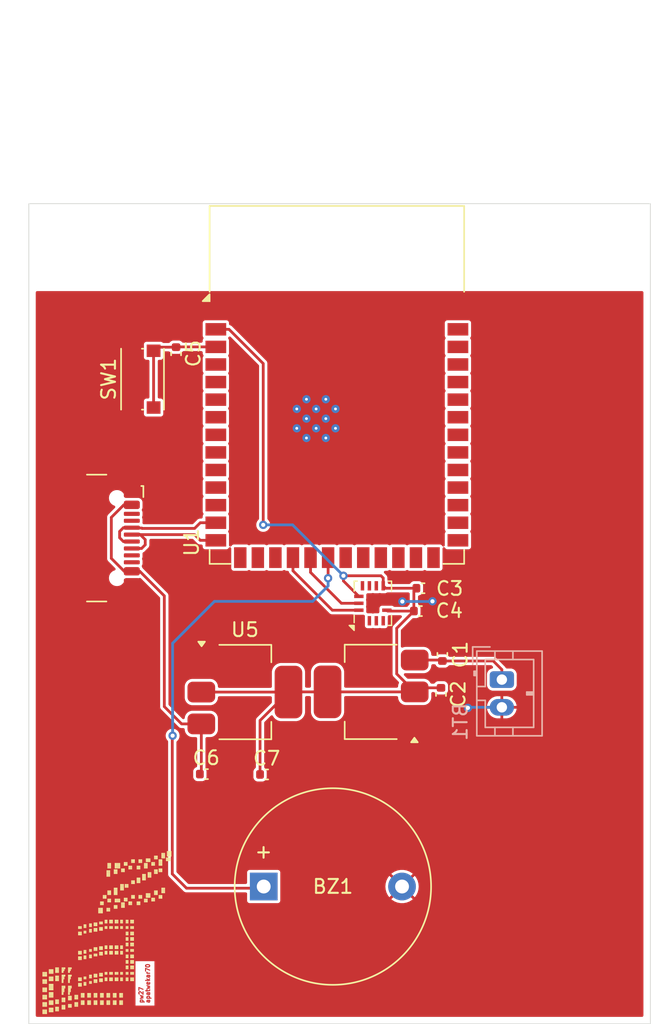
<source format=kicad_pcb>
(kicad_pcb (version 20240108) (generator "pcbnew") (generator_version "8.0")
  (layers (0 "F.Cu" signal) (31 "B.Cu" signal) (34 "B.Paste" user) (35 "F.Paste" user) (36 "B.SilkS" user "B.Silkscreen") (37 "F.SilkS" user "F.Silkscreen") (38 "B.Mask" user) (39 "F.Mask" user) (44 "Edge.Cuts" user))
  (net 0 "")
  (net 1 "Net-(BT1-+)")
  (net 2 "GND")
  (net 3 "/BZR")
  (net 4 "+3V3")
  (net 5 "Net-(U1-EN)")
  (net 6 "Net-(U5-VI)")
  (net 7 "/D-")
  (net 9 "/D+")
  (net 15 "/SCL")
  (net 19 "/SDA")
  (footprint "Package_TO_SOT_SMD:SOT-223-3_TabPin2" (layer "F.Cu") (at 144.75 114.725)
    (property "Reference" "U5")
    (property "Value" "NCP1117-3.3_SOT223")
  )
  (footprint "Capacitor_SMD:C_0402_1005Metric" (layer "F.Cu") (at 157.445 108.875)
    (property "Reference" "C4")
    (property "Value" "100nF")
  )
  (footprint "Capacitor_SMD:C_0402_1005Metric" (layer "F.Cu") (at 159.025 112 90)
    (property "Reference" "C1")
    (property "Value" "10uF")
  )
  (footprint "Capacitor_SMD:C_0402_1005Metric" (layer "F.Cu") (at 139.775 90.295 -90)
    (property "Reference" "C5")
    (property "Value" "100nF")
  )
  (footprint "Capacitor_SMD:C_0402_1005Metric" (layer "F.Cu") (at 158.925 114.9 -90)
    (property "Reference" "C2")
    (property "Value" "10uF")
  )
  (footprint "Package_LGA:Bosch_LGA-14_3x2.5mm_P0.5mm" (layer "F.Cu") (at 154 108.3125 90)
    (property "Reference" "U2" (hide yes))
    (property "Value" "~")
  )
  (footprint "Buzzer_Beeper:Buzzer_D14mm_H7mm_P10mm" (layer "F.Cu") (at 146.11 128.77)
    (property "Reference" "BZ1")
    (property "Value" "Buzzer")
  )
  (footprint "Capacitor_SMD:C_0402_1005Metric" (layer "F.Cu") (at 157.63 107.225)
    (property "Reference" "C3")
    (property "Value" "100nF")
  )
  (footprint "Capacitor_SMD:C_0402_1005Metric" (layer "F.Cu") (at 146.325 120.675)
    (property "Reference" "C7")
    (property "Value" "10uF")
  )
  (footprint "Connector_USB:USB_C_Receptacle_GCT_USB4110" (layer "F.Cu") (at 132.895 103.60241 -90)
    (property "Reference" "J1" (hide yes))
    (property "Value" "USB_C_Receptacle_USB2.0_14P")
  )
  (footprint "Button_Switch_SMD:SW_Push_1P1T_NO_CK_KMR2" (layer "F.Cu") (at 137.35 92.125 90)
    (property "Reference" "SW1")
    (property "Value" "SW_Push" (hide yes))
  )
  (footprint "Capacitor_SMD:C_0402_1005Metric" (layer "F.Cu") (at 141.975 120.65)
    (property "Reference" "C6")
    (property "Value" "10uF")
  )
  (footprint "Package_TO_SOT_SMD:SOT-223-3_TabPin2" (layer "F.Cu") (at 153.875 114.7125 180)
    (property "Reference" "U3" (hide yes))
    (property "Value" "NCP1117-3.3_SOT223")
  )
  (footprint "RF_Module:ESP32-S3-WROOM-1" (layer "F.Cu") (at 151.4 92.515)
    (property "Reference" "U1")
    (property "Value" "ESP32-S3-WROOM-1")
  )
  (footprint "Connector_JST:JST_PH_B2B-PH-K_1x02_P2.00mm_Vertical" (layer "B.Cu") (at 163.325 113.825 -90)
    (property "Reference" "BT1")
    (property "Value" "Battery")
  )
  (gr_poly (pts (xy 130.246146 137.784271) (xy 130.246146 137.850416) (xy 130.18 137.850416) (xy 130.18 137.784271)) (stroke (width -0.000001)) (fill solid) (layer "F.SilkS"))
  (gr_poly (pts (xy 132.759687 132.161875) (xy 132.759687 132.228021) (xy 132.693541 132.228021) (xy 132.693541 132.161875)) (stroke (width -0.000001)) (fill solid) (layer "F.SilkS"))
  (gr_poly (pts (xy 134.9425 136.990521) (xy 134.9425 137.056666) (xy 134.876354 137.056666) (xy 134.876354 136.990521)) (stroke (width -0.000001)) (fill solid) (layer "F.SilkS"))
  (gr_poly (pts (xy 130.444583 137.916562) (xy 130.444583 137.982708) (xy 130.378437 137.982708) (xy 130.378437 137.916562)) (stroke (width -0.000001)) (fill solid) (layer "F.SilkS"))
  (gr_poly (pts (xy 138.778958 128.854584) (xy 138.778958 128.92073) (xy 138.712812 128.92073) (xy 138.712812 128.854584)) (stroke (width -0.000001)) (fill solid) (layer "F.SilkS"))
  (gr_poly (pts (xy 135.603958 135.403021) (xy 135.603958 135.469167) (xy 135.537812 135.469167) (xy 135.537812 135.403021)) (stroke (width -0.000001)) (fill solid) (layer "F.SilkS"))
  (gr_poly (pts (xy 135.008646 133.550937) (xy 135.008646 133.617083) (xy 134.9425 133.617083) (xy 134.9425 133.550937)) (stroke (width -0.000001)) (fill solid) (layer "F.SilkS"))
  (gr_poly (pts (xy 131.569062 135.403021) (xy 131.569062 135.469167) (xy 131.502916 135.469167) (xy 131.502916 135.403021)) (stroke (width -0.000001)) (fill solid) (layer "F.SilkS"))
  (gr_poly (pts (xy 136.066979 127.068646) (xy 136.066979 127.134792) (xy 136.000833 127.134792) (xy 136.000833 127.068646)) (stroke (width -0.000001)) (fill solid) (layer "F.SilkS"))
  (gr_poly (pts (xy 135.537812 135.336875) (xy 135.537812 135.403021) (xy 135.471666 135.403021) (xy 135.471666 135.336875)) (stroke (width -0.000001)) (fill solid) (layer "F.SilkS"))
  (gr_poly (pts (xy 136.331562 135.336875) (xy 136.331562 135.403021) (xy 136.265416 135.403021) (xy 136.265416 135.336875)) (stroke (width -0.000001)) (fill solid) (layer "F.SilkS"))
  (gr_poly (pts (xy 135.339375 136.659791) (xy 135.339375 136.725937) (xy 135.273229 136.725937) (xy 135.273229 136.659791)) (stroke (width -0.000001)) (fill solid) (layer "F.SilkS"))
  (gr_poly (pts (xy 130.312291 136.792083) (xy 130.312291 136.858229) (xy 130.246146 136.858229) (xy 130.246146 136.792083)) (stroke (width -0.000001)) (fill solid) (layer "F.SilkS"))
  (gr_poly (pts (xy 134.082604 136.593646) (xy 134.082604 136.659791) (xy 134.016458 136.659791) (xy 134.016458 136.593646)) (stroke (width -0.000001)) (fill solid) (layer "F.SilkS"))
  (gr_poly (pts (xy 134.082604 135.138437) (xy 134.082604 135.204583) (xy 134.016458 135.204583) (xy 134.016458 135.138437)) (stroke (width -0.000001)) (fill solid) (layer "F.SilkS"))
  (gr_poly (pts (xy 135.537812 131.235833) (xy 135.537812 131.301979) (xy 135.471666 131.301979) (xy 135.471666 131.235833)) (stroke (width -0.000001)) (fill solid) (layer "F.SilkS"))
  (gr_poly (pts (xy 135.207083 133.550937) (xy 135.207083 133.617083) (xy 135.140937 133.617083) (xy 135.140937 133.550937)) (stroke (width -0.000001)) (fill solid) (layer "F.SilkS"))
  (gr_poly (pts (xy 138.382083 129.251458) (xy 138.382083 129.317604) (xy 138.315937 129.317604) (xy 138.315937 129.251458)) (stroke (width -0.000001)) (fill solid) (layer "F.SilkS"))
  (gr_poly (pts (xy 135.802395 135.336875) (xy 135.802395 135.403021) (xy 135.73625 135.403021) (xy 135.73625 135.336875)) (stroke (width -0.000001)) (fill solid) (layer "F.SilkS"))
  (gr_poly (pts (xy 135.73625 137.255104) (xy 135.73625 137.32125) (xy 135.670104 137.32125) (xy 135.670104 137.255104)) (stroke (width -0.000001)) (fill solid) (layer "F.SilkS"))
  (gr_poly (pts (xy 131.106041 135.469167) (xy 131.106041 135.535312) (xy 131.039896 135.535312) (xy 131.039896 135.469167)) (stroke (width -0.000001)) (fill solid) (layer "F.SilkS"))
  (gr_poly (pts (xy 135.537812 128.986876) (xy 135.537812 129.05302) (xy 135.471666 129.05302) (xy 135.471666 128.986876)) (stroke (width -0.000001)) (fill solid) (layer "F.SilkS"))
  (gr_poly (pts (xy 134.479479 129.846771) (xy 134.479479 129.912917) (xy 134.413333 129.912917) (xy 134.413333 129.846771)) (stroke (width -0.000001)) (fill solid) (layer "F.SilkS"))
  (gr_poly (pts (xy 134.9425 136.659791) (xy 134.9425 136.725937) (xy 134.876354 136.725937) (xy 134.876354 136.659791)) (stroke (width -0.000001)) (fill solid) (layer "F.SilkS"))
  (gr_poly (pts (xy 133.553437 137.188958) (xy 133.553437 137.255104) (xy 133.487291 137.255104) (xy 133.487291 137.188958)) (stroke (width -0.000001)) (fill solid) (layer "F.SilkS"))
  (gr_poly (pts (xy 138.646666 127.002501) (xy 138.646666 127.068646) (xy 138.58052 127.068646) (xy 138.58052 127.002501)) (stroke (width -0.000001)) (fill solid) (layer "F.SilkS"))
  (gr_poly (pts (xy 130.18 135.601458) (xy 130.18 135.667604) (xy 130.113854 135.667604) (xy 130.113854 135.601458)) (stroke (width -0.000001)) (fill solid) (layer "F.SilkS"))
  (gr_poly (pts (xy 130.312291 135.667604) (xy 130.312291 135.73375) (xy 130.246146 135.73375) (xy 130.246146 135.667604)) (stroke (width -0.000001)) (fill solid) (layer "F.SilkS"))
  (gr_poly (pts (xy 136.794583 129.38375) (xy 136.794583 129.449896) (xy 136.728437 129.449896) (xy 136.728437 129.38375)) (stroke (width -0.000001)) (fill solid) (layer "F.SilkS"))
  (gr_poly (pts (xy 134.479479 131.434271) (xy 134.479479 131.500417) (xy 134.413333 131.500417) (xy 134.413333 131.434271)) (stroke (width -0.000001)) (fill solid) (layer "F.SilkS"))
  (gr_poly (pts (xy 134.677916 133.087916) (xy 134.677916 133.154062) (xy 134.61177 133.154062) (xy 134.61177 133.087916)) (stroke (width -0.000001)) (fill solid) (layer "F.SilkS"))
  (gr_poly (pts (xy 136.529999 133.021771) (xy 136.529999 133.087916) (xy 136.463853 133.087916) (xy 136.463853 133.021771)) (stroke (width -0.000001)) (fill solid) (layer "F.SilkS"))
  (gr_poly (pts (xy 138.315937 129.05302) (xy 138.315937 129.119166) (xy 138.249791 129.119166) (xy 138.249791 129.05302)) (stroke (width -0.000001)) (fill solid) (layer "F.SilkS"))
  (gr_poly (pts (xy 138.778958 127.465521) (xy 138.778958 127.531667) (xy 138.712812 127.531667) (xy 138.712812 127.465521)) (stroke (width -0.000001)) (fill solid) (layer "F.SilkS"))
  (gr_poly (pts (xy 134.810208 134.94) (xy 134.810208 135.006146) (xy 134.744062 135.006146) (xy 134.744062 134.94)) (stroke (width -0.000001)) (fill solid) (layer "F.SilkS"))
  (gr_poly (pts (xy 137.32375 129.582188) (xy 137.32375 129.648334) (xy 137.257604 129.648334) (xy 137.257604 129.582188)) (stroke (width -0.000001)) (fill solid) (layer "F.SilkS"))
  (gr_poly (pts (xy 134.082604 135.469167) (xy 134.082604 135.535312) (xy 134.016458 135.535312) (xy 134.016458 135.469167)) (stroke (width -0.000001)) (fill solid) (layer "F.SilkS"))
  (gr_poly (pts (xy 135.537812 133.220208) (xy 135.537812 133.286354) (xy 135.471666 133.286354) (xy 135.471666 133.220208)) (stroke (width -0.000001)) (fill solid) (layer "F.SilkS"))
  (gr_poly (pts (xy 136.662291 131.698854) (xy 136.662291 131.765) (xy 136.596145 131.765) (xy 136.596145 131.698854)) (stroke (width -0.000001)) (fill solid) (layer "F.SilkS"))
  (gr_poly (pts (xy 136.000833 128.854584) (xy 136.000833 128.92073) (xy 135.934687 128.92073) (xy 135.934687 128.854584)) (stroke (width -0.000001)) (fill solid) (layer "F.SilkS"))
  (gr_poly (pts (xy 132.627395 136.858229) (xy 132.627395 136.924375) (xy 132.56125 136.924375) (xy 132.56125 136.858229)) (stroke (width -0.000001)) (fill solid) (layer "F.SilkS"))
  (gr_poly (pts (xy 134.413333 136.461354) (xy 134.413333 136.5275) (xy 134.347187 136.5275) (xy 134.347187 136.461354)) (stroke (width -0.000001)) (fill solid) (layer "F.SilkS"))
  (gr_poly (pts (xy 136.794583 126.804063) (xy 136.794583 126.870209) (xy 136.728437 126.870209) (xy 136.728437 126.804063)) (stroke (width -0.000001)) (fill solid) (layer "F.SilkS"))
  (gr_poly (pts (xy 130.775312 137.651979) (xy 130.775312 137.718125) (xy 130.709166 137.718125) (xy 130.709166 137.651979)) (stroke (width -0.000001)) (fill solid) (layer "F.SilkS"))
  (gr_poly (pts (xy 139.175832 126.870209) (xy 139.175832 126.936355) (xy 139.109686 126.936355) (xy 139.109686 126.870209)) (stroke (width -0.000001)) (fill solid) (layer "F.SilkS"))
  (gr_poly (pts (xy 135.140937 135.006146) (xy 135.140937 135.072291) (xy 135.074791 135.072291) (xy 135.074791 135.006146)) (stroke (width -0.000001)) (fill solid) (layer "F.SilkS"))
  (gr_poly (pts (xy 135.537812 135.403021) (xy 135.537812 135.469167) (xy 135.471666 135.469167) (xy 135.471666 135.403021)) (stroke (width -0.000001)) (fill solid) (layer "F.SilkS"))
  (gr_poly (pts (xy 136.265416 132.228021) (xy 136.265416 132.294167) (xy 136.19927 132.294167) (xy 136.19927 132.228021)) (stroke (width -0.000001)) (fill solid) (layer "F.SilkS"))
  (gr_poly (pts (xy 136.265416 134.14625) (xy 136.265416 134.212396) (xy 136.19927 134.212396) (xy 136.19927 134.14625)) (stroke (width -0.000001)) (fill solid) (layer "F.SilkS"))
  (gr_poly (pts (xy 136.662291 131.368125) (xy 136.662291 131.434271) (xy 136.596145 131.434271) (xy 136.596145 131.368125)) (stroke (width -0.000001)) (fill solid) (layer "F.SilkS"))
  (gr_poly (pts (xy 135.008646 127.134792) (xy 135.008646 127.200937) (xy 134.9425 127.200937) (xy 134.9425 127.134792)) (stroke (width -0.000001)) (fill solid) (layer "F.SilkS"))
  (gr_poly (pts (xy 132.825833 133.815521) (xy 132.825833 133.881667) (xy 132.759687 133.881667) (xy 132.759687 133.815521)) (stroke (width -0.000001)) (fill solid) (layer "F.SilkS"))
  (gr_poly (pts (xy 132.032083 137.453541) (xy 132.032083 137.519687) (xy 131.965937 137.519687) (xy 131.965937 137.453541)) (stroke (width -0.000001)) (fill solid) (layer "F.SilkS"))
  (gr_poly (pts (xy 130.246146 137.387396) (xy 130.246146 137.453541) (xy 130.18 137.453541) (xy 130.18 137.387396)) (stroke (width -0.000001)) (fill solid) (layer "F.SilkS"))
  (gr_poly (pts (xy 131.172187 135.270729) (xy 131.172187 135.336875) (xy 131.106041 135.336875) (xy 131.106041 135.270729)) (stroke (width -0.000001)) (fill solid) (layer "F.SilkS"))
  (gr_poly (pts (xy 135.603958 129.648334) (xy 135.603958 129.714479) (xy 135.537812 129.714479) (xy 135.537812 129.648334)) (stroke (width -0.000001)) (fill solid) (layer "F.SilkS"))
  (gr_poly (pts (xy 136.19927 132.624896) (xy 136.19927 132.691041) (xy 136.133124 132.691041) (xy 136.133124 132.624896)) (stroke (width -0.000001)) (fill solid) (layer "F.SilkS"))
  (gr_poly (pts (xy 135.537812 135.072291) (xy 135.537812 135.138437) (xy 135.471666 135.138437) (xy 135.471666 135.072291)) (stroke (width -0.000001)) (fill solid) (layer "F.SilkS"))
  (gr_poly (pts (xy 135.868541 136.461354) (xy 135.868541 136.5275) (xy 135.802395 136.5275) (xy 135.802395 136.461354)) (stroke (width -0.000001)) (fill solid) (layer "F.SilkS"))
  (gr_poly (pts (xy 130.246146 136.130625) (xy 130.246146 136.196771) (xy 130.18 136.196771) (xy 130.18 136.130625)) (stroke (width -0.000001)) (fill solid) (layer "F.SilkS"))
  (gr_poly (pts (xy 134.413333 130.508229) (xy 134.413333 130.574375) (xy 134.347187 130.574375) (xy 134.347187 130.508229)) (stroke (width -0.000001)) (fill solid) (layer "F.SilkS"))
  (gr_poly (pts (xy 134.479479 136.593646) (xy 134.479479 136.659791) (xy 134.413333 136.659791) (xy 134.413333 136.593646)) (stroke (width -0.000001)) (fill solid) (layer "F.SilkS"))
  (gr_poly (pts (xy 133.619583 131.434271) (xy 133.619583 131.500417) (xy 133.553437 131.500417) (xy 133.553437 131.434271)) (stroke (width -0.000001)) (fill solid) (layer "F.SilkS"))
  (gr_poly (pts (xy 133.156562 132.029583) (xy 133.156562 132.095729) (xy 133.090416 132.095729) (xy 133.090416 132.029583)) (stroke (width -0.000001)) (fill solid) (layer "F.SilkS"))
  (gr_poly (pts (xy 133.619583 135.667604) (xy 133.619583 135.73375) (xy 133.553437 135.73375) (xy 133.553437 135.667604)) (stroke (width -0.000001)) (fill solid) (layer "F.SilkS"))
  (gr_poly (pts (xy 130.378437 135.601458) (xy 130.378437 135.667604) (xy 130.312291 135.667604) (xy 130.312291 135.601458)) (stroke (width -0.000001)) (fill solid) (layer "F.SilkS"))
  (gr_poly (pts (xy 138.977396 129.05302) (xy 138.977396 129.119166) (xy 138.91125 129.119166) (xy 138.91125 129.05302)) (stroke (width -0.000001)) (fill solid) (layer "F.SilkS"))
  (gr_poly (pts (xy 134.876354 127.597813) (xy 134.876354 127.663959) (xy 134.810208 127.663959) (xy 134.810208 127.597813)) (stroke (width -0.000001)) (fill solid) (layer "F.SilkS"))
  (gr_poly (pts (xy 137.919062 127.994688) (xy 137.919062 128.060834) (xy 137.852916 128.060834) (xy 137.852916 127.994688)) (stroke (width -0.000001)) (fill solid) (layer "F.SilkS"))
  (gr_poly (pts (xy 135.934687 136.5275) (xy 135.934687 136.593646) (xy 135.868541 136.593646) (xy 135.868541 136.5275)) (stroke (width -0.000001)) (fill solid) (layer "F.SilkS"))
  (gr_poly (pts (xy 130.444583 135.601458) (xy 130.444583 135.667604) (xy 130.378437 135.667604) (xy 130.378437 135.601458)) (stroke (width -0.000001)) (fill solid) (layer "F.SilkS"))
  (gr_poly (pts (xy 137.720625 129.251458) (xy 137.720625 129.317604) (xy 137.654479 129.317604) (xy 137.654479 129.251458)) (stroke (width -0.000001)) (fill solid) (layer "F.SilkS"))
  (gr_poly (pts (xy 136.728437 134.080104) (xy 136.728437 134.14625) (xy 136.662291 134.14625) (xy 136.662291 134.080104)) (stroke (width -0.000001)) (fill solid) (layer "F.SilkS"))
  (gr_poly (pts (xy 135.008646 136.461354) (xy 135.008646 136.5275) (xy 134.9425 136.5275) (xy 134.9425 136.461354)) (stroke (width -0.000001)) (fill solid) (layer "F.SilkS"))
  (gr_poly (pts (xy 135.934687 130.243646) (xy 135.934687 130.309792) (xy 135.868541 130.309792) (xy 135.868541 130.243646)) (stroke (width -0.000001)) (fill solid) (layer "F.SilkS"))
  (gr_poly (pts (xy 135.603958 129.846771) (xy 135.603958 129.912917) (xy 135.537812 129.912917) (xy 135.537812 129.846771)) (stroke (width -0.000001)) (fill solid) (layer "F.SilkS"))
  (gr_poly (pts (xy 132.759687 133.418646) (xy 132.759687 133.484792) (xy 132.693541 133.484792) (xy 132.693541 133.418646)) (stroke (width -0.000001)) (fill solid) (layer "F.SilkS"))
  (gr_poly (pts (xy 130.775312 134.873854) (xy 130.775312 134.94) (xy 130.709166 134.94) (xy 130.709166 134.873854)) (stroke (width -0.000001)) (fill solid) (layer "F.SilkS"))
  (gr_poly (pts (xy 131.106041 137.453541) (xy 131.106041 137.519687) (xy 131.039896 137.519687) (xy 131.039896 137.453541)) (stroke (width -0.000001)) (fill solid) (layer "F.SilkS"))
  (gr_poly (pts (xy 134.9425 127.928542) (xy 134.9425 127.994688) (xy 134.876354 127.994688) (xy 134.876354 127.928542)) (stroke (width -0.000001)) (fill solid) (layer "F.SilkS"))
  (gr_poly (pts (xy 130.643021 134.807708) (xy 130.643021 134.873854) (xy 130.576875 134.873854) (xy 130.576875 134.807708)) (stroke (width -0.000001)) (fill solid) (layer "F.SilkS"))
  (gr_poly (pts (xy 134.281041 131.434271) (xy 134.281041 131.500417) (xy 134.214895 131.500417) (xy 134.214895 131.434271)) (stroke (width -0.000001)) (fill solid) (layer "F.SilkS"))
  (gr_poly (pts (xy 139.175832 126.208751) (xy 139.175832 126.274896) (xy 139.109686 126.274896) (xy 139.109686 126.208751)) (stroke (width -0.000001)) (fill solid) (layer "F.SilkS"))
  (gr_poly (pts (xy 138.58052 129.516042) (xy 138.58052 129.582188) (xy 138.514374 129.582188) (xy 138.514374 129.516042)) (stroke (width -0.000001)) (fill solid) (layer "F.SilkS"))
  (gr_poly (pts (xy 134.744062 133.154062) (xy 134.744062 133.220208) (xy 134.677916 133.220208) (xy 134.677916 133.154062)) (stroke (width -0.000001)) (fill solid) (layer "F.SilkS"))
  (gr_poly (pts (xy 134.876354 127.399375) (xy 134.876354 127.465521) (xy 134.810208 127.465521) (xy 134.810208 127.399375)) (stroke (width -0.000001)) (fill solid) (layer "F.SilkS"))
  (gr_poly (pts (xy 135.339375 129.185312) (xy 135.339375 129.251458) (xy 135.273229 129.251458) (xy 135.273229 129.185312)) (stroke (width -0.000001)) (fill solid) (layer "F.SilkS"))
  (gr_poly (pts (xy 137.191458 126.870209) (xy 137.191458 126.936355) (xy 137.125312 126.936355) (xy 137.125312 126.870209)) (stroke (width -0.000001)) (fill solid) (layer "F.SilkS"))
  (gr_poly (pts (xy 134.876354 129.185312) (xy 134.876354 129.251458) (xy 134.810208 129.251458) (xy 134.810208 129.185312)) (stroke (width -0.000001)) (fill solid) (layer "F.SilkS"))
  (gr_poly (pts (xy 133.685729 133.683229) (xy 133.685729 133.749375) (xy 133.619583 133.749375) (xy 133.619583 133.683229)) (stroke (width -0.000001)) (fill solid) (layer "F.SilkS"))
  (gr_poly (pts (xy 135.008646 133.418646) (xy 135.008646 133.484792) (xy 134.9425 133.484792) (xy 134.9425 133.418646)) (stroke (width -0.000001)) (fill solid) (layer "F.SilkS"))
  (gr_poly (pts (xy 135.471666 129.251458) (xy 135.471666 129.317604) (xy 135.405521 129.317604) (xy 135.405521 129.251458)) (stroke (width -0.000001)) (fill solid) (layer "F.SilkS"))
  (gr_poly (pts (xy 131.304479 135.469167) (xy 131.304479 135.535312) (xy 131.238333 135.535312) (xy 131.238333 135.469167)) (stroke (width -0.000001)) (fill solid) (layer "F.SilkS"))
  (gr_poly (pts (xy 135.537812 135.006146) (xy 135.537812 135.072291) (xy 135.471666 135.072291) (xy 135.471666 135.006146)) (stroke (width -0.000001)) (fill solid) (layer "F.SilkS"))
  (gr_poly (pts (xy 135.537812 130.309792) (xy 135.537812 130.375937) (xy 135.471666 130.375937) (xy 135.471666 130.309792)) (stroke (width -0.000001)) (fill solid) (layer "F.SilkS"))
  (gr_poly (pts (xy 134.479479 135.138437) (xy 134.479479 135.204583) (xy 134.413333 135.204583) (xy 134.413333 135.138437)) (stroke (width -0.000001)) (fill solid) (layer "F.SilkS"))
  (gr_poly (pts (xy 130.775312 137.188958) (xy 130.775312 137.255104) (xy 130.709166 137.255104) (xy 130.709166 137.188958)) (stroke (width -0.000001)) (fill solid) (layer "F.SilkS"))
  (gr_poly (pts (xy 130.312291 136.593646) (xy 130.312291 136.659791) (xy 130.246146 136.659791) (xy 130.246146 136.593646)) (stroke (width -0.000001)) (fill solid) (layer "F.SilkS"))
  (gr_poly (pts (xy 133.950312 131.897292) (xy 133.950312 131.963438) (xy 133.884166 131.963438) (xy 133.884166 131.897292)) (stroke (width -0.000001)) (fill solid) (layer "F.SilkS"))
  (gr_poly (pts (xy 135.670104 127.200937) (xy 135.670104 127.267083) (xy 135.603958 127.267083) (xy 135.603958 127.200937)) (stroke (width -0.000001)) (fill solid) (layer "F.SilkS"))
  (gr_poly (pts (xy 134.810208 135.403021) (xy 134.810208 135.469167) (xy 134.744062 135.469167) (xy 134.744062 135.403021)) (stroke (width -0.000001)) (fill solid) (layer "F.SilkS"))
  (gr_poly (pts (xy 131.701354 135.336875) (xy 131.701354 135.403021) (xy 131.635208 135.403021) (xy 131.635208 135.336875)) (stroke (width -0.000001)) (fill solid) (layer "F.SilkS"))
  (gr_poly (pts (xy 133.024271 136.990521) (xy 133.024271 137.056666) (xy 132.958125 137.056666) (xy 132.958125 136.990521)) (stroke (width -0.000001)) (fill solid) (layer "F.SilkS"))
  (gr_poly (pts (xy 132.164375 135.270729) (xy 132.164375 135.336875) (xy 132.098229 135.336875) (xy 132.098229 135.270729)) (stroke (width -0.000001)) (fill solid) (layer "F.SilkS"))
  (gr_poly (pts (xy 134.082604 136.659791) (xy 134.082604 136.725937) (xy 134.016458 136.725937) (xy 134.016458 136.659791)) (stroke (width -0.000001)) (fill solid) (layer "F.SilkS"))
  (gr_poly (pts (xy 130.709166 134.94) (xy 130.709166 135.006146) (xy 130.643021 135.006146) (xy 130.643021 134.94)) (stroke (width -0.000001)) (fill solid) (layer "F.SilkS"))
  (gr_poly (pts (xy 131.304479 137.718125) (xy 131.304479 137.784271) (xy 131.238333 137.784271) (xy 131.238333 137.718125)) (stroke (width -0.000001)) (fill solid) (layer "F.SilkS"))
  (gr_poly (pts (xy 132.032083 135.403021) (xy 132.032083 135.469167) (xy 131.965937 135.469167) (xy 131.965937 135.403021)) (stroke (width -0.000001)) (fill solid) (layer "F.SilkS"))
  (gr_poly (pts (xy 130.841458 135.998333) (xy 130.841458 136.064479) (xy 130.775312 136.064479) (xy 130.775312 135.998333)) (stroke (width -0.000001)) (fill solid) (layer "F.SilkS"))
  (gr_poly (pts (xy 136.331562 133.683229) (xy 136.331562 133.749375) (xy 136.265416 133.749375) (xy 136.265416 133.683229)) (stroke (width -0.000001)) (fill solid) (layer "F.SilkS"))
  (gr_poly (pts (xy 132.098229 136.329062) (xy 132.098229 136.395208) (xy 132.032083 136.395208) (xy 132.032083 136.329062)) (stroke (width -0.000001)) (fill solid) (layer "F.SilkS"))
  (gr_poly (pts (xy 135.868541 131.765) (xy 135.868541 131.831146) (xy 135.802395 131.831146) (xy 135.802395 131.765)) (stroke (width -0.000001)) (fill solid) (layer "F.SilkS"))
  (gr_poly (pts (xy 130.643021 134.94) (xy 130.643021 135.006146) (xy 130.576875 135.006146) (xy 130.576875 134.94)) (stroke (width -0.000001)) (fill solid) (layer "F.SilkS"))
  (gr_poly (pts (xy 136.596145 132.095729) (xy 136.596145 132.161875) (xy 136.529999 132.161875) (xy 136.529999 132.095729)) (stroke (width -0.000001)) (fill solid) (layer "F.SilkS"))
  (gr_poly (pts (xy 131.106041 134.873854) (xy 131.106041 134.94) (xy 131.039896 134.94) (xy 131.039896 134.873854)) (stroke (width -0.000001)) (fill solid) (layer "F.SilkS"))
  (gr_poly (pts (xy 130.18 137.916562) (xy 130.18 137.982708) (xy 130.113854 137.982708) (xy 130.113854 137.916562)) (stroke (width -0.000001)) (fill solid) (layer "F.SilkS"))
  (gr_poly (pts (xy 134.413333 129.979063) (xy 134.413333 130.045208) (xy 134.347187 130.045208) (xy 134.347187 129.979063)) (stroke (width -0.000001)) (fill solid) (layer "F.SilkS"))
  (gr_poly (pts (xy 138.58052 127.200937) (xy 138.58052 127.267083) (xy 138.514374 127.267083) (xy 138.514374 127.200937)) (stroke (width -0.000001)) (fill solid) (layer "F.SilkS"))
  (gr_poly (pts (xy 135.934687 134.94) (xy 135.934687 135.006146) (xy 135.868541 135.006146) (xy 135.868541 134.94)) (stroke (width -0.000001)) (fill solid) (layer "F.SilkS"))
  (gr_poly (pts (xy 130.775312 137.784271) (xy 130.775312 137.850416) (xy 130.709166 137.850416) (xy 130.709166 137.784271)) (stroke (width -0.000001)) (fill solid) (layer "F.SilkS"))
  (gr_poly (pts (xy 133.884166 136.725937) (xy 133.884166 136.792083) (xy 133.81802 136.792083) (xy 133.81802 136.725937)) (stroke (width -0.000001)) (fill solid) (layer "F.SilkS"))
  (gr_poly (pts (xy 135.008646 131.698854) (xy 135.008646 131.765) (xy 134.9425 131.765) (xy 134.9425 131.698854)) (stroke (width -0.000001)) (fill solid) (layer "F.SilkS"))
  (gr_poly (pts (xy 136.265416 134.94) (xy 136.265416 135.006146) (xy 136.19927 135.006146) (xy 136.19927 134.94)) (stroke (width -0.000001)) (fill solid) (layer "F.SilkS"))
  (gr_poly (pts (xy 136.662291 132.624896) (xy 136.662291 132.691041) (xy 136.596145 132.691041) (xy 136.596145 132.624896)) (stroke (width -0.000001)) (fill solid) (layer "F.SilkS"))
  (gr_poly (pts (xy 130.18 137.651979) (xy 130.18 137.718125) (xy 130.113854 137.718125) (xy 130.113854 137.651979)) (stroke (width -0.000001)) (fill solid) (layer "F.SilkS"))
  (gr_poly (pts (xy 135.339375 130.309792) (xy 135.339375 130.375937) (xy 135.273229 130.375937) (xy 135.273229 130.309792)) (stroke (width -0.000001)) (fill solid) (layer "F.SilkS"))
  (gr_poly (pts (xy 133.553437 137.056666) (xy 133.553437 137.122812) (xy 133.487291 137.122812) (xy 133.487291 137.056666)) (stroke (width -0.000001)) (fill solid) (layer "F.SilkS"))
  (gr_poly (pts (xy 135.73625 129.780625) (xy 135.73625 129.846771) (xy 135.670104 129.846771) (xy 135.670104 129.780625)) (stroke (width -0.000001)) (fill solid) (layer "F.SilkS"))
  (gr_poly (pts (xy 135.008646 137.255104) (xy 135.008646 137.32125) (xy 134.9425 137.32125) (xy 134.9425 137.255104)) (stroke (width -0.000001)) (fill solid) (layer "F.SilkS"))
  (gr_poly (pts (xy 131.106041 134.94) (xy 131.106041 135.006146) (xy 131.039896 135.006146) (xy 131.039896 134.94)) (stroke (width -0.000001)) (fill solid) (layer "F.SilkS"))
  (gr_poly (pts (xy 133.884166 135.204583) (xy 133.884166 135.270729) (xy 133.81802 135.270729) (xy 133.81802 135.204583)) (stroke (width -0.000001)) (fill solid) (layer "F.SilkS"))
  (gr_poly (pts (xy 132.032083 136.329062) (xy 132.032083 136.395208) (xy 131.965937 136.395208) (xy 131.965937 136.329062)) (stroke (width -0.000001)) (fill solid) (layer "F.SilkS"))
  (gr_poly (pts (xy 134.9425 127.862396) (xy 134.9425 127.928542) (xy 134.876354 127.928542) (xy 134.876354 127.862396)) (stroke (width -0.000001)) (fill solid) (layer "F.SilkS"))
  (gr_poly (pts (xy 131.106041 135.204583) (xy 131.106041 135.270729) (xy 131.039896 135.270729) (xy 131.039896 135.204583)) (stroke (width -0.000001)) (fill solid) (layer "F.SilkS"))
  (gr_poly (pts (xy 132.032083 136.196771) (xy 132.032083 136.262916) (xy 131.965937 136.262916) (xy 131.965937 136.196771)) (stroke (width -0.000001)) (fill solid) (layer "F.SilkS"))
  (gr_poly (pts (xy 139.440416 126.274896) (xy 139.440416 126.341042) (xy 139.37427 126.341042) (xy 139.37427 126.274896)) (stroke (width -0.000001)) (fill solid) (layer "F.SilkS"))
  (gr_poly (pts (xy 136.265416 127.200937) (xy 136.265416 127.267083) (xy 136.19927 127.267083) (xy 136.19927 127.200937)) (stroke (width -0.000001)) (fill solid) (layer "F.SilkS"))
  (gr_poly (pts (xy 134.9425 127.994688) (xy 134.9425 128.060834) (xy 134.876354 128.060834) (xy 134.876354 127.994688)) (stroke (width -0.000001)) (fill solid) (layer "F.SilkS"))
  (gr_poly (pts (xy 134.082604 133.683229) (xy 134.082604 133.749375) (xy 134.016458 133.749375) (xy 134.016458 133.683229)) (stroke (width -0.000001)) (fill solid) (layer "F.SilkS"))
  (gr_poly (pts (xy 133.156562 131.632709) (xy 133.156562 131.698854) (xy 133.090416 131.698854) (xy 133.090416 131.632709)) (stroke (width -0.000001)) (fill solid) (layer "F.SilkS"))
  (gr_poly (pts (xy 134.479479 133.484792) (xy 134.479479 133.550937) (xy 134.413333 133.550937) (xy 134.413333 133.484792)) (stroke (width -0.000001)) (fill solid) (layer "F.SilkS"))
  (gr_poly (pts (xy 133.884166 131.434271) (xy 133.884166 131.500417) (xy 133.81802 131.500417) (xy 133.81802 131.434271)) (stroke (width -0.000001)) (fill solid) (layer "F.SilkS"))
  (gr_poly (pts (xy 132.098229 136.725937) (xy 132.098229 136.792083) (xy 132.032083 136.792083) (xy 132.032083 136.725937)) (stroke (width -0.000001)) (fill solid) (layer "F.SilkS"))
  (gr_poly (pts (xy 135.339375 127.79625) (xy 135.339375 127.862396) (xy 135.273229 127.862396) (xy 135.273229 127.79625)) (stroke (width -0.000001)) (fill solid) (layer "F.SilkS"))
  (gr_poly (pts (xy 130.246146 137.850416) (xy 130.246146 137.916562) (xy 130.18 137.916562) (xy 130.18 137.850416)) (stroke (width -0.000001)) (fill solid) (layer "F.SilkS"))
  (gr_poly (pts (xy 135.207083 131.169687) (xy 135.207083 131.235833) (xy 135.140937 131.235833) (xy 135.140937 131.169687)) (stroke (width -0.000001)) (fill solid) (layer "F.SilkS"))
  (gr_poly (pts (xy 137.720625 129.449896) (xy 137.720625 129.516042) (xy 137.654479 129.516042) (xy 137.654479 129.449896)) (stroke (width -0.000001)) (fill solid) (layer "F.SilkS"))
  (gr_poly (pts (xy 130.907604 135.469167) (xy 130.907604 135.535312) (xy 130.841458 135.535312) (xy 130.841458 135.469167)) (stroke (width -0.000001)) (fill solid) (layer "F.SilkS"))
  (gr_poly (pts (xy 136.596145 131.169687) (xy 136.596145 131.235833) (xy 136.529999 131.235833) (xy 136.529999 131.169687)) (stroke (width -0.000001)) (fill solid) (layer "F.SilkS"))
  (gr_poly (pts (xy 133.950312 136.990521) (xy 133.950312 137.056666) (xy 133.884166 137.056666) (xy 133.884166 136.990521)) (stroke (width -0.000001)) (fill solid) (layer "F.SilkS"))
  (gr_poly (pts (xy 133.156562 137.056666) (xy 133.156562 137.122812) (xy 133.090416 137.122812) (xy 133.090416 137.056666)) (stroke (width -0.000001)) (fill solid) (layer "F.SilkS"))
  (gr_poly (pts (xy 130.643021 136.593646) (xy 130.643021 136.659791) (xy 130.576875 136.659791) (xy 130.576875 136.593646)) (stroke (width -0.000001)) (fill solid) (layer "F.SilkS"))
  (gr_poly (pts (xy 136.397708 127.267083) (xy 136.397708 127.333229) (xy 136.331562 127.333229) (xy 136.331562 127.267083)) (stroke (width -0.000001)) (fill solid) (layer "F.SilkS"))
  (gr_poly (pts (xy 136.19927 134.94) (xy 136.19927 135.006146) (xy 136.133124 135.006146) (xy 136.133124 134.94)) (stroke (width -0.000001)) (fill solid) (layer "F.SilkS"))
  (gr_poly (pts (xy 138.315937 127.663959) (xy 138.315937 127.730104) (xy 138.249791 127.730104) (xy 138.249791 127.663959)) (stroke (width -0.000001)) (fill solid) (layer "F.SilkS"))
  (gr_poly (pts (xy 138.051354 127.134792) (xy 138.051354 127.200937) (xy 137.985208 127.200937) (xy 137.985208 127.134792)) (stroke (width -0.000001)) (fill solid) (layer "F.SilkS"))
  (gr_poly (pts (xy 131.106041 135.535312) (xy 131.106041 135.601458) (xy 131.039896 135.601458) (xy 131.039896 135.535312)) (stroke (width -0.000001)) (fill solid) (layer "F.SilkS"))
  (gr_poly (pts (xy 130.709166 137.519687) (xy 130.709166 137.585833) (xy 130.643021 137.585833) (xy 130.643021 137.519687)) (stroke (width -0.000001)) (fill solid) (layer "F.SilkS"))
  (gr_poly (pts (xy 135.008646 133.021771) (xy 135.008646 133.087916) (xy 134.9425 133.087916) (xy 134.9425 133.021771)) (stroke (width -0.000001)) (fill solid) (layer "F.SilkS"))
  (gr_poly (pts (xy 135.074791 131.765) (xy 135.074791 131.831146) (xy 135.008646 131.831146) (xy 135.008646 131.765)) (stroke (width -0.000001)) (fill solid) (layer "F.SilkS"))
  (gr_poly (pts (xy 135.074791 129.714479) (xy 135.074791 129.780625) (xy 135.008646 129.780625) (xy 135.008646 129.714479)) (stroke (width -0.000001)) (fill solid) (layer "F.SilkS"))
  (gr_poly (pts (xy 138.845104 128.986876) (xy 138.845104 129.05302) (xy 138.778958 129.05302) (xy 138.778958 128.986876)) (stroke (width -0.000001)) (fill solid) (layer "F.SilkS"))
  (gr_poly (pts (xy 133.950312 133.286354) (xy 133.950312 133.3525) (xy 133.884166 133.3525) (xy 133.884166 133.286354)) (stroke (width -0.000001)) (fill solid) (layer "F.SilkS"))
  (gr_poly (pts (xy 136.728437 126.936355) (xy 136.728437 127.002501) (xy 136.662291 127.002501) (xy 136.662291 126.936355)) (stroke (width -0.000001)) (fill solid) (layer "F.SilkS"))
  (gr_poly (pts (xy 135.140937 133.021771) (xy 135.140937 133.087916) (xy 135.074791 133.087916) (xy 135.074791 133.021771)) (stroke (width -0.000001)) (fill solid) (layer "F.SilkS"))
  (gr_poly (pts (xy 135.670104 129.780625) (xy 135.670104 129.846771) (xy 135.603958 129.846771) (xy 135.603958 129.780625)) (stroke (width -0.000001)) (fill solid) (layer "F.SilkS"))
  (gr_poly (pts (xy 134.082604 137.056666) (xy 134.082604 137.122812) (xy 134.016458 137.122812) (xy 134.016458 137.056666)) (stroke (width -0.000001)) (fill solid) (layer "F.SilkS"))
  (gr_poly (pts (xy 135.339375 127.597813) (xy 135.339375 127.663959) (xy 135.273229 127.663959) (xy 135.273229 127.597813)) (stroke (width -0.000001)) (fill solid) (layer "F.SilkS"))
  (gr_poly (pts (xy 138.448228 126.539479) (xy 138.448228 126.605625) (xy 138.382083 126.605625) (xy 138.382083 126.539479)) (stroke (width -0.000001)) (fill solid) (layer "F.SilkS"))
  (gr_poly (pts (xy 139.241978 126.870209) (xy 139.241978 126.936355) (xy 139.175832 126.936355) (xy 139.175832 126.870209)) (stroke (width -0.000001)) (fill solid) (layer "F.SilkS"))
  (gr_poly (pts (xy 134.347187 136.725937) (xy 134.347187 136.792083) (xy 134.281041 136.792083) (xy 134.281041 136.725937)) (stroke (width -0.000001)) (fill solid) (layer "F.SilkS"))
  (gr_poly (pts (xy 132.098229 136.064479) (xy 132.098229 136.130625) (xy 132.032083 136.130625) (xy 132.032083 136.064479)) (stroke (width -0.000001)) (fill solid) (layer "F.SilkS"))
  (gr_poly (pts (xy 134.347187 136.990521) (xy 134.347187 137.056666) (xy 134.281041 137.056666) (xy 134.281041 136.990521)) (stroke (width -0.000001)) (fill solid) (layer "F.SilkS"))
  (gr_poly (pts (xy 136.596145 127.002501) (xy 136.596145 127.068646) (xy 136.529999 127.068646) (xy 136.529999 127.002501)) (stroke (width -0.000001)) (fill solid) (layer "F.SilkS"))
  (gr_poly (pts (xy 138.712812 129.516042) (xy 138.712812 129.582188) (xy 138.646666 129.582188) (xy 138.646666 129.516042)) (stroke (width -0.000001)) (fill solid) (layer "F.SilkS"))
  (gr_poly (pts (xy 131.106041 135.403021) (xy 131.106041 135.469167) (xy 131.039896 135.469167) (xy 131.039896 135.403021)) (stroke (width -0.000001)) (fill solid) (layer "F.SilkS"))
  (gr_poly (pts (xy 135.802395 128.788438) (xy 135.802395 128.854584) (xy 135.73625 128.854584) (xy 135.73625 128.788438)) (stroke (width -0.000001)) (fill solid) (layer "F.SilkS"))
  (gr_poly (pts (xy 134.479479 137.188958) (xy 134.479479 137.255104) (xy 134.413333 137.255104) (xy 134.413333 137.188958)) (stroke (width -0.000001)) (fill solid) (layer "F.SilkS"))
  (gr_poly (pts (xy 135.074791 127.068646) (xy 135.074791 127.134792) (xy 135.008646 127.134792) (xy 135.008646 127.068646)) (stroke (width -0.000001)) (fill solid) (layer "F.SilkS"))
  (gr_poly (pts (xy 134.810208 135.006146) (xy 134.810208 135.072291) (xy 134.744062 135.072291) (xy 134.744062 135.006146)) (stroke (width -0.000001)) (fill solid) (layer "F.SilkS"))
  (gr_poly (pts (xy 132.495104 136.792083) (xy 132.495104 136.858229) (xy 132.428958 136.858229) (xy 132.428958 136.792083)) (stroke (width -0.000001)) (fill solid) (layer "F.SilkS"))
  (gr_poly (pts (xy 131.106041 134.807708) (xy 131.106041 134.873854) (xy 131.039896 134.873854) (xy 131.039896 134.807708)) (stroke (width -0.000001)) (fill solid) (layer "F.SilkS"))
  (gr_poly (pts (xy 137.059166 127.267083) (xy 137.059166 127.333229) (xy 136.99302 127.333229) (xy 136.99302 127.267083)) (stroke (width -0.000001)) (fill solid) (layer "F.SilkS"))
  (gr_poly (pts (xy 136.662291 131.301979) (xy 136.662291 131.368125) (xy 136.596145 131.368125) (xy 136.596145 131.301979)) (stroke (width -0.000001)) (fill solid) (layer "F.SilkS"))
  (gr_poly (pts (xy 130.18 135.73375) (xy 130.18 135.799896) (xy 130.113854 135.799896) (xy 130.113854 135.73375)) (stroke (width -0.000001)) (fill solid) (layer "F.SilkS"))
  (gr_poly (pts (xy 138.58052 127.597813) (xy 138.58052 127.663959) (xy 138.514374 127.663959) (xy 138.514374 127.597813)) (stroke (width -0.000001)) (fill solid) (layer "F.SilkS"))
  (gr_poly (pts (xy 134.347187 135.469167) (xy 134.347187 135.535312) (xy 134.281041 135.535312) (xy 134.281041 135.469167)) (stroke (width -0.000001)) (fill solid) (layer "F.SilkS"))
  (gr_poly (pts (xy 134.876354 137.188958) (xy 134.876354 137.255104) (xy 134.810208 137.255104) (xy 134.810208 137.188958)) (stroke (width -0.000001)) (fill solid) (layer "F.SilkS"))
  (gr_poly (pts (xy 135.603958 134.94) (xy 135.603958 135.006146) (xy 135.537812 135.006146) (xy 135.537812 134.94)) (stroke (width -0.000001)) (fill solid) (layer "F.SilkS"))
  (gr_poly (pts (xy 133.222708 135.270729) (xy 133.222708 135.336875) (xy 133.156562 135.336875) (xy 133.156562 135.270729)) (stroke (width -0.000001)) (fill solid) (layer "F.SilkS"))
  (gr_poly (pts (xy 136.265416 132.823333) (xy 136.265416 132.889479) (xy 136.19927 132.889479) (xy 136.19927 132.823333)) (stroke (width -0.000001)) (fill solid) (layer "F.SilkS"))
  (gr_poly (pts (xy 134.347187 130.508229) (xy 134.347187 130.574375) (xy 134.281041 130.574375) (xy 134.281041 130.508229)) (stroke (width -0.000001)) (fill solid) (layer "F.SilkS"))
  (gr_poly (pts (xy 132.495104 136.659791) (xy 132.495104 136.725937) (xy 132.428958 136.725937) (xy 132.428958 136.659791)) (stroke (width -0.000001)) (fill solid) (layer "F.SilkS"))
  (gr_poly (pts (xy 137.78677 127.862396) (xy 137.78677 127.928542) (xy 137.720625 127.928542) (xy 137.720625 127.862396)) (stroke (width -0.000001)) (fill solid) (layer "F.SilkS"))
  (gr_poly (pts (xy 137.588333 127.994688) (xy 137.588333 128.060834) (xy 137.522187 128.060834) (xy 137.522187 127.994688)) (stroke (width -0.000001)) (fill solid) (layer "F.SilkS"))
  (gr_poly (pts (xy 131.238333 135.204583) (xy 131.238333 135.270729) (xy 131.172187 135.270729) (xy 131.172187 135.204583)) (stroke (width -0.000001)) (fill solid) (layer "F.SilkS"))
  (gr_poly (pts (xy 136.662291 133.418646) (xy 136.662291 133.484792) (xy 136.596145 133.484792) (xy 136.596145 133.418646)) (stroke (width -0.000001)) (fill solid) (layer "F.SilkS"))
  (gr_poly (pts (xy 137.32375 129.38375) (xy 137.32375 129.449896) (xy 137.257604 129.449896) (xy 137.257604 129.38375)) (stroke (width -0.000001)) (fill solid) (layer "F.SilkS"))
  (gr_poly (pts (xy 135.868541 137.122812) (xy 135.868541 137.188958) (xy 135.802395 137.188958) (xy 135.802395 137.122812)) (stroke (width -0.000001)) (fill solid) (layer "F.SilkS"))
  (gr_poly (pts (xy 136.19927 133.3525) (xy 136.19927 133.418646) (xy 136.133124 133.418646) (xy 136.133124 133.3525)) (stroke (width -0.000001)) (fill solid) (layer "F.SilkS"))
  (gr_poly (pts (xy 130.312291 137.718125) (xy 130.312291 137.784271) (xy 130.246146 137.784271) (xy 130.246146 137.718125)) (stroke (width -0.000001)) (fill solid) (layer "F.SilkS"))
  (gr_poly (pts (xy 135.603958 127.267083) (xy 135.603958 127.333229) (xy 135.537812 127.333229) (xy 135.537812 127.267083)) (stroke (width -0.000001)) (fill solid) (layer "F.SilkS"))
  (gr_poly (pts (xy 134.479479 130.574375) (xy 134.479479 130.640521) (xy 134.413333 130.640521) (xy 134.413333 130.574375)) (stroke (width -0.000001)) (fill solid) (layer "F.SilkS"))
  (gr_poly (pts (xy 134.281041 135.204583) (xy 134.281041 135.270729) (xy 134.214895 135.270729) (xy 134.214895 135.204583)) (stroke (width -0.000001)) (fill solid) (layer "F.SilkS"))
  (gr_poly (pts (xy 136.529999 135.535312) (xy 136.529999 135.601458) (xy 136.463853 135.601458) (xy 136.463853 135.535312)) (stroke (width -0.000001)) (fill solid) (layer "F.SilkS"))
  (gr_poly (pts (xy 135.537812 127.134792) (xy 135.537812 127.200937) (xy 135.471666 127.200937) (xy 135.471666 127.134792)) (stroke (width -0.000001)) (fill solid) (layer "F.SilkS"))
  (gr_poly (pts (xy 136.728437 126.804063) (xy 136.728437 126.870209) (xy 136.662291 126.870209) (xy 136.662291 126.804063)) (stroke (width -0.000001)) (fill solid) (layer "F.SilkS"))
  (gr_poly (pts (xy 131.172187 136.990521) (xy 131.172187 137.056666) (xy 131.106041 137.056666) (xy 131.106041 136.990521)) (stroke (width -0.000001)) (fill solid) (layer "F.SilkS"))
  (gr_poly (pts (xy 132.759687 135.73375) (xy 132.759687 135.799896) (xy 132.693541 135.799896) (xy 132.693541 135.73375)) (stroke (width -0.000001)) (fill solid) (layer "F.SilkS"))
  (gr_poly (pts (xy 137.456041 127.994688) (xy 137.456041 128.060834) (xy 137.389896 128.060834) (xy 137.389896 127.994688)) (stroke (width -0.000001)) (fill solid) (layer "F.SilkS"))
  (gr_poly (pts (xy 132.958125 137.188958) (xy 132.958125 137.255104) (xy 132.891979 137.255104) (xy 132.891979 137.188958)) (stroke (width -0.000001)) (fill solid) (layer "F.SilkS"))
  (gr_poly (pts (xy 133.222708 133.815521) (xy 133.222708 133.881667) (xy 133.156562 133.881667) (xy 133.156562 133.815521)) (stroke (width -0.000001)) (fill solid) (layer "F.SilkS"))
  (gr_poly (pts (xy 136.596145 132.228021) (xy 136.596145 132.294167) (xy 136.529999 132.294167) (xy 136.529999 132.228021)) (stroke (width -0.000001)) (fill solid) (layer "F.SilkS"))
  (gr_poly (pts (xy 133.553437 136.659791) (xy 133.553437 136.725937) (xy 133.487291 136.725937) (xy 133.487291 136.659791)) (stroke (width -0.000001)) (fill solid) (layer "F.SilkS"))
  (gr_poly (pts (xy 136.596145 134.14625) (xy 136.596145 134.212396) (xy 136.529999 134.212396) (xy 136.529999 134.14625)) (stroke (width -0.000001)) (fill solid) (layer "F.SilkS"))
  (gr_poly (pts (xy 135.074791 135.072291) (xy 135.074791 135.138437) (xy 135.008646 135.138437) (xy 135.008646 135.072291)) (stroke (width -0.000001)) (fill solid) (layer "F.SilkS"))
  (gr_poly (pts (xy 134.016458 131.500417) (xy 134.016458 131.566563) (xy 133.950312 131.566563) (xy 133.950312 131.500417)) (stroke (width -0.000001)) (fill solid) (layer "F.SilkS"))
  (gr_poly (pts (xy 138.712812 129.449896) (xy 138.712812 129.516042) (xy 138.646666 129.516042) (xy 138.646666 129.449896)) (stroke (width -0.000001)) (fill solid) (layer "F.SilkS"))
  (gr_poly (pts (xy 137.852916 127.79625) (xy 137.852916 127.862396) (xy 137.78677 127.862396) (xy 137.78677 127.79625)) (stroke (width -0.000001)) (fill solid) (layer "F.SilkS"))
  (gr_poly (pts (xy 130.18 136.725937) (xy 130.18 136.792083) (xy 130.113854 136.792083) (xy 130.113854 136.725937)) (stroke (width -0.000001)) (fill solid) (layer "F.SilkS"))
  (gr_poly (pts (xy 133.288854 135.336875) (xy 133.288854 135.403021) (xy 133.222708 135.403021) (xy 133.222708 135.336875)) (stroke (width -0.000001)) (fill solid) (layer "F.SilkS"))
  (gr_poly (pts (xy 136.99302 127.465521) (xy 136.99302 127.531667) (xy 136.926875 127.531667) (xy 136.926875 127.465521)) (stroke (width -0.000001)) (fill solid) (layer "F.SilkS"))
  (gr_poly (pts (xy 132.56125 137.32125) (xy 132.56125 137.387396) (xy 132.495104 137.387396) (xy 132.495104 137.32125)) (stroke (width -0.000001)) (fill solid) (layer "F.SilkS"))
  (gr_poly (pts (xy 133.950312 135.138437) (xy 133.950312 135.204583) (xy 133.884166 135.204583) (xy 133.884166 135.138437)) (stroke (width -0.000001)) (fill solid) (layer "F.SilkS"))
  (gr_poly (pts (xy 131.7675 136.792083) (xy 131.7675 136.858229) (xy 131.701354 136.858229) (xy 131.701354 136.792083)) (stroke (width -0.000001)) (fill solid) (layer "F.SilkS"))
  (gr_poly (pts (xy 135.802395 131.169687) (xy 135.802395 131.235833) (xy 135.73625 131.235833) (xy 135.73625 131.169687)) (stroke (width -0.000001)) (fill solid) (layer "F.SilkS"))
  (gr_poly (pts (xy 134.479479 135.006146) (xy 134.479479 135.072291) (xy 134.413333 135.072291) (xy 134.413333 135.006146)) (stroke (width -0.000001)) (fill solid) (layer "F.SilkS"))
  (gr_poly (pts (xy 136.728437 131.368125) (xy 136.728437 131.434271) (xy 136.662291 131.434271) (xy 136.662291 131.368125)) (stroke (width -0.000001)) (fill solid) (layer "F.SilkS"))
  (gr_poly (pts (xy 130.378437 136.262916) (xy 130.378437 136.329062) (xy 130.312291 136.329062) (xy 130.312291 136.262916)) (stroke (width -0.000001)) (fill solid) (layer "F.SilkS"))
  (gr_poly (pts (xy 135.074791 127.267083) (xy 135.074791 127.333229) (xy 135.008646 127.333229) (xy 135.008646 127.267083)) (stroke (width -0.000001)) (fill solid) (layer "F.SilkS"))
  (gr_poly (pts (xy 136.596145 135.469167) (xy 136.596145 135.535312) (xy 136.529999 135.535312) (xy 136.529999 135.469167)) (stroke (width -0.000001)) (fill solid) (layer "F.SilkS"))
  (gr_poly (pts (xy 136.596145 134.080104) (xy 136.596145 134.14625) (xy 136.529999 134.14625) (xy 136.529999 134.080104)) (stroke (width -0.000001)) (fill solid) (layer "F.SilkS"))
  (gr_poly (pts (xy 134.281041 131.897292) (xy 134.281041 131.963438) (xy 134.214895 131.963438) (xy 134.214895 131.897292)) (stroke (width -0.000001)) (fill solid) (layer "F.SilkS"))
  (gr_poly (pts (xy 134.9425 129.251458) (xy 134.9425 129.317604) (xy 134.876354 129.317604) (xy 134.876354 129.251458)) (stroke (width -0.000001)) (fill solid) (layer "F.SilkS"))
  (gr_poly (pts (xy 135.074791 129.846771) (xy 135.074791 129.912917) (xy 135.008646 129.912917) (xy 135.008646 129.846771)) (stroke (width -0.000001)) (fill solid) (layer "F.SilkS"))
  (gr_poly (pts (xy 138.977396 129.185312) (xy 138.977396 129.251458) (xy 138.91125 129.251458) (xy 138.91125 129.185312)) (stroke (width -0.000001)) (fill solid) (layer "F.SilkS"))
  (gr_poly (pts (xy 133.619583 133.286354) (xy 133.619583 133.3525) (xy 133.553437 133.3525) (xy 133.553437 133.286354)) (stroke (width -0.000001)) (fill solid) (layer "F.SilkS"))
  (gr_poly (pts (xy 136.99302 128.457708) (xy 136.99302 128.523854) (xy 136.926875 128.523854) (xy 136.926875 128.457708)) (stroke (width -0.000001)) (fill solid) (layer "F.SilkS"))
  (gr_poly (pts (xy 137.522187 127.134792) (xy 137.522187 127.200937) (xy 137.456041 127.200937) (xy 137.456041 127.134792)) (stroke (width -0.000001)) (fill solid) (layer "F.SilkS"))
  (gr_poly (pts (xy 138.315937 126.737917) (xy 138.315937 126.804063) (xy 138.249791 126.804063) (xy 138.249791 126.737917)) (stroke (width -0.000001)) (fill solid) (layer "F.SilkS"))
  (gr_poly (pts (xy 136.596145 132.426458) (xy 136.596145 132.492604) (xy 136.529999 132.492604) (xy 136.529999 132.426458)) (stroke (width -0.000001)) (fill solid) (layer "F.SilkS"))
  (gr_poly (pts (xy 135.934687 128.854584) (xy 135.934687 128.92073) (xy 135.868541 128.92073) (xy 135.868541 128.854584)) (stroke (width -0.000001)) (fill solid) (layer "F.SilkS"))
  (gr_poly (pts (xy 135.405521 131.765) (xy 135.405521 131.831146) (xy 135.339375 131.831146) (xy 135.339375 131.765)) (stroke (width -0.000001)) (fill solid) (layer "F.SilkS"))
  (gr_poly (pts (xy 136.133124 128.59) (xy 136.133124 128.656146) (xy 136.066979 128.656146) (xy 136.066979 128.59)) (stroke (width -0.000001)) (fill solid) (layer "F.SilkS"))
  (gr_poly (pts (xy 137.720625 127.068646) (xy 137.720625 127.134792) (xy 137.654479 127.134792) (xy 137.654479 127.068646)) (stroke (width -0.000001)) (fill solid) (layer "F.SilkS"))
  (gr_poly (pts (xy 139.175832 126.804063) (xy 139.175832 126.870209) (xy 139.109686 126.870209) (xy 139.109686 126.804063)) (stroke (width -0.000001)) (fill solid) (layer "F.SilkS"))
  (gr_poly (pts (xy 136.662291 129.38375) (xy 136.662291 129.449896) (xy 136.596145 129.449896) (xy 136.596145 129.38375)) (stroke (width -0.000001)) (fill solid) (layer "F.SilkS"))
  (gr_poly (pts (xy 130.378437 137.916562) (xy 130.378437 137.982708) (xy 130.312291 137.982708) (xy 130.312291 137.916562)) (stroke (width -0.000001)) (fill solid) (layer "F.SilkS"))
  (gr_poly (pts (xy 138.448228 129.185312) (xy 138.448228 129.251458) (xy 138.382083 129.251458) (xy 138.382083 129.185312)) (stroke (width -0.000001)) (fill solid) (layer "F.SilkS"))
  (gr_poly (pts (xy 135.934687 131.368125) (xy 135.934687 131.434271) (xy 135.868541 131.434271) (xy 135.868541 131.368125)) (stroke (width -0.000001)) (fill solid) (layer "F.SilkS"))
  (gr_poly (pts (xy 134.016458 136.725937) (xy 134.016458 136.792083) (xy 133.950312 136.792083) (xy 133.950312 136.725937)) (stroke (width -0.000001)) (fill solid) (layer "F.SilkS"))
  (gr_poly (pts (xy 135.934687 133.550937) (xy 135.934687 133.617083) (xy 135.868541 133.617083) (xy 135.868541 133.550937)) (stroke (width -0.000001)) (fill solid) (layer "F.SilkS"))
  (gr_poly (pts (xy 133.619583 132.029583) (xy 133.619583 132.095729) (xy 133.553437 132.095729) (xy 133.553437 132.029583)) (stroke (width -0.000001)) (fill solid) (layer "F.SilkS"))
  (gr_poly (pts (xy 130.246146 135.73375) (xy 130.246146 135.799896) (xy 130.18 135.799896) (xy 130.18 135.73375)) (stroke (width -0.000001)) (fill solid) (layer "F.SilkS"))
  (gr_poly (pts (xy 136.728437 128.325417) (xy 136.728437 128.391562) (xy 136.662291 128.391562) (xy 136.662291 128.325417)) (stroke (width -0.000001)) (fill solid) (layer "F.SilkS"))
  (gr_poly (pts (xy 136.662291 132.161875) (xy 136.662291 132.228021) (xy 136.596145 132.228021) (xy 136.596145 132.161875)) (stroke (width -0.000001)) (fill solid) (layer "F.SilkS"))
  (gr_poly (pts (xy 135.934687 127.531667) (xy 135.934687 127.597813) (xy 135.868541 127.597813) (xy 135.868541 127.531667)) (stroke (width -0.000001)) (fill solid) (layer "F.SilkS"))
  (gr_poly (pts (xy 136.529999 134.609271) (xy 136.529999 134.675416) (xy 136.463853 134.675416) (xy 136.463853 134.609271)) (stroke (width -0.000001)) (fill solid) (layer "F.SilkS"))
  (gr_poly (pts (xy 133.685729 135.336875) (xy 133.685729 135.403021) (xy 133.619583 135.403021) (xy 133.619583 135.336875)) (stroke (width -0.000001)) (fill solid) (layer "F.SilkS"))
  (gr_poly (pts (xy 133.421146 137.056666) (xy 133.421146 137.122812) (xy 133.355 137.122812) (xy 133.355 137.056666)) (stroke (width -0.000001)) (fill solid) (layer "F.SilkS"))
  (gr_poly (pts (xy 136.529999 132.955625) (xy 136.529999 133.021771) (xy 136.463853 133.021771) (xy 136.463853 132.955625)) (stroke (width -0.000001)) (fill solid) (layer "F.SilkS"))
  (gr_poly (pts (xy 130.444583 135.535312) (xy 130.444583 135.601458) (xy 130.378437 135.601458) (xy 130.378437 135.535312)) (stroke (width -0.000001)) (fill solid) (layer "F.SilkS"))
  (gr_poly (pts (xy 136.728437 131.235833) (xy 136.728437 131.301979) (xy 136.662291 131.301979) (xy 136.662291 131.235833)) (stroke (width -0.000001)) (fill solid) (layer "F.SilkS"))
  (gr_poly (pts (xy 136.529999 127.333229) (xy 136.529999 127.399375) (xy 136.463853 127.399375) (xy 136.463853 127.333229)) (stroke (width -0.000001)) (fill solid) (layer "F.SilkS"))
  (gr_poly (pts (xy 132.693541 136.593646) (xy 132.693541 136.659791) (xy 132.627395 136.659791) (xy 132.627395 136.593646)) (stroke (width -0.000001)) (fill solid) (layer "F.SilkS"))
  (gr_poly (pts (xy 136.529999 132.823333) (xy 136.529999 132.889479) (xy 136.463853 132.889479) (xy 136.463853 132.823333)) (stroke (width -0.000001)) (fill solid) (layer "F.SilkS"))
  (gr_poly (pts (xy 137.654479 126.936355) (xy 137.654479 127.002501) (xy 137.588333 127.002501) (xy 137.588333 126.936355)) (stroke (width -0.000001)) (fill solid) (layer "F.SilkS"))
  (gr_poly (pts (xy 132.164375 135.138437) (xy 132.164375 135.204583) (xy 132.098229 135.204583) (xy 132.098229 135.138437)) (stroke (width -0.000001)) (fill solid) (layer "F.SilkS"))
  (gr_poly (pts (xy 138.646666 129.516042) (xy 138.646666 129.582188) (xy 138.58052 129.582188) (xy 138.58052 129.516042)) (stroke (width -0.000001)) (fill solid) (layer "F.SilkS"))
  (gr_poly (pts (xy 135.537812 129.780625) (xy 135.537812 129.846771) (xy 135.471666 129.846771) (xy 135.471666 129.780625)) (stroke (width -0.000001)) (fill solid) (layer "F.SilkS"))
  (gr_poly (pts (xy 135.074791 133.154062) (xy 135.074791 133.220208) (xy 135.008646 133.220208) (xy 135.008646 133.154062)) (stroke (width -0.000001)) (fill solid) (layer "F.SilkS"))
  (gr_poly (pts (xy 136.265416 132.095729) (xy 136.265416 132.161875) (xy 136.19927 132.161875) (xy 136.19927 132.095729)) (stroke (width -0.000001)) (fill solid) (layer "F.SilkS"))
  (gr_poly (pts (xy 136.596145 129.912917) (xy 136.596145 129.979063) (xy 136.529999 129.979063) (xy 136.529999 129.912917)) (stroke (width -0.000001)) (fill solid) (layer "F.SilkS"))
  (gr_poly (pts (xy 135.405521 130.1775) (xy 135.405521 130.243646) (xy 135.339375 130.243646) (xy 135.339375 130.1775)) (stroke (width -0.000001)) (fill solid) (layer "F.SilkS"))
  (gr_poly (pts (xy 132.759687 133.947813) (xy 132.759687 134.013958) (xy 132.693541 134.013958) (xy 132.693541 133.947813)) (stroke (width -0.000001)) (fill solid) (layer "F.SilkS"))
  (gr_poly (pts (xy 135.868541 127.531667) (xy 135.868541 127.597813) (xy 135.802395 127.597813) (xy 135.802395 127.531667)) (stroke (width -0.000001)) (fill solid) (layer "F.SilkS"))
  (gr_poly (pts (xy 137.720625 126.936355) (xy 137.720625 127.002501) (xy 137.654479 127.002501) (xy 137.654479 126.936355)) (stroke (width -0.000001)) (fill solid) (layer "F.SilkS"))
  (gr_poly (pts (xy 134.479479 135.204583) (xy 134.479479 135.270729) (xy 134.413333 135.270729) (xy 134.413333 135.204583)) (stroke (width -0.000001)) (fill solid) (layer "F.SilkS"))
  (gr_poly (pts (xy 135.934687 129.979063) (xy 135.934687 130.045208) (xy 135.868541 130.045208) (xy 135.868541 129.979063)) (stroke (width -0.000001)) (fill solid) (layer "F.SilkS"))
  (gr_poly (pts (xy 130.444583 137.387396) (xy 130.444583 137.453541) (xy 130.378437 137.453541) (xy 130.378437 137.387396)) (stroke (width -0.000001)) (fill solid) (layer "F.SilkS"))
  (gr_poly (pts (xy 135.934687 128.722292) (xy 135.934687 128.788438) (xy 135.868541 128.788438) (xy 135.868541 128.722292)) (stroke (width -0.000001)) (fill solid) (layer "F.SilkS"))
  (gr_poly (pts (xy 135.405521 128.854584) (xy 135.405521 128.92073) (xy 135.339375 128.92073) (xy 135.339375 128.854584)) (stroke (width -0.000001)) (fill solid) (layer "F.SilkS"))
  (gr_poly (pts (xy 135.405521 135.469167) (xy 135.405521 135.535312) (xy 135.339375 135.535312) (xy 135.339375 135.469167)) (stroke (width -0.000001)) (fill solid) (layer "F.SilkS"))
  (gr_poly (pts (xy 139.241978 126.473333) (xy 139.241978 126.539479) (xy 139.175832 126.539479) (xy 139.175832 126.473333)) (stroke (width -0.000001)) (fill solid) (layer "F.SilkS"))
  (gr_poly (pts (xy 132.164375 136.858229) (xy 132.164375 136.924375) (xy 132.098229 136.924375) (xy 132.098229 136.858229)) (stroke (width -0.000001)) (fill solid) (layer "F.SilkS"))
  (gr_poly (pts (xy 134.016458 133.749375) (xy 134.016458 133.815521) (xy 133.950312 133.815521) (xy 133.950312 133.749375)) (stroke (width -0.000001)) (fill solid) (layer "F.SilkS"))
  (gr_poly (pts (xy 130.444583 135.204583) (xy 130.444583 135.270729) (xy 130.378437 135.270729) (xy 130.378437 135.204583)) (stroke (width -0.000001)) (fill solid) (layer "F.SilkS"))
  (gr_poly (pts (xy 130.444583 137.122812) (xy 130.444583 137.188958) (xy 130.378437 137.188958) (xy 130.378437 137.122812)) (stroke (width -0.000001)) (fill solid) (layer "F.SilkS"))
  (gr_poly (pts (xy 139.175832 126.473333) (xy 139.175832 126.539479) (xy 139.109686 126.539479) (xy 139.109686 126.473333)) (stroke (width -0.000001)) (fill solid) (layer "F.SilkS"))
  (gr_poly (pts (xy 136.265416 133.683229) (xy 136.265416 133.749375) (xy 136.19927 133.749375) (xy 136.19927 133.683229)) (stroke (width -0.000001)) (fill solid) (layer "F.SilkS"))
  (gr_poly (pts (xy 133.950312 135.469167) (xy 133.950312 135.535312) (xy 133.884166 135.535312) (xy 133.884166 135.469167)) (stroke (width -0.000001)) (fill solid) (layer "F.SilkS"))
  (gr_poly (pts (xy 137.720625 129.38375) (xy 137.720625 129.449896) (xy 137.654479 129.449896) (xy 137.654479 129.38375)) (stroke (width -0.000001)) (fill solid) (layer "F.SilkS"))
  (gr_poly (pts (xy 134.479479 129.979063) (xy 134.479479 130.045208) (xy 134.413333 130.045208) (xy 134.413333 129.979063)) (stroke (width -0.000001)) (fill solid) (layer "F.SilkS"))
  (gr_poly (pts (xy 132.825833 131.632709) (xy 132.825833 131.698854) (xy 132.759687 131.698854) (xy 132.759687 131.632709)) (stroke (width -0.000001)) (fill solid) (layer "F.SilkS"))
  (gr_poly (pts (xy 135.537812 129.119166) (xy 135.537812 129.185312) (xy 135.471666 129.185312) (xy 135.471666 129.119166)) (stroke (width -0.000001)) (fill solid) (layer "F.SilkS"))
  (gr_poly (pts (xy 130.907604 136.593646) (xy 130.907604 136.659791) (xy 130.841458 136.659791) (xy 130.841458 136.593646)) (stroke (width -0.000001)) (fill solid) (layer "F.SilkS"))
  (gr_poly (pts (xy 138.183645 127.134792) (xy 138.183645 127.200937) (xy 138.117499 127.200937) (xy 138.117499 127.134792)) (stroke (width -0.000001)) (fill solid) (layer "F.SilkS"))
  (gr_poly (pts (xy 134.677916 135.535312) (xy 134.677916 135.601458) (xy 134.61177 135.601458) (xy 134.61177 135.535312)) (stroke (width -0.000001)) (fill solid) (layer "F.SilkS"))
  (gr_poly (pts (xy 135.471666 133.418646) (xy 135.471666 133.484792) (xy 135.405521 133.484792) (xy 135.405521 133.418646)) (stroke (width -0.000001)) (fill solid) (layer "F.SilkS"))
  (gr_poly (pts (xy 136.794583 129.582188) (xy 136.794583 129.648334) (xy 136.728437 129.648334) (xy 136.728437 129.582188)) (stroke (width -0.000001)) (fill solid) (layer "F.SilkS"))
  (gr_poly (pts (xy 138.91125 126.341042) (xy 138.91125 126.407187) (xy 138.845104 126.407187) (xy 138.845104 126.341042)) (stroke (width -0.000001)) (fill solid) (layer "F.SilkS"))
  (gr_poly (pts (xy 136.331562 131.301979) (xy 136.331562 131.368125) (xy 136.265416 131.368125) (xy 136.265416 131.301979)) (stroke (width -0.000001)) (fill solid) (layer "F.SilkS"))
  (gr_poly (pts (xy 134.281041 133.550937) (xy 134.281041 133.617083) (xy 134.214895 133.617083) (xy 134.214895 133.550937)) (stroke (width -0.000001)) (fill solid) (layer "F.SilkS"))
  (gr_poly (pts (xy 134.876354 127.928542) (xy 134.876354 127.994688) (xy 134.810208 127.994688) (xy 134.810208 127.928542)) (stroke (width -0.000001)) (fill solid) (layer "F.SilkS"))
  (gr_poly (pts (xy 136.596145 135.072291) (xy 136.596145 135.138437) (xy 136.529999 135.138437) (xy 136.529999 135.072291)) (stroke (width -0.000001)) (fill solid) (layer "F.SilkS"))
  (gr_poly (pts (xy 136.728437 133.815521) (xy 136.728437 133.881667) (xy 136.662291 133.881667) (xy 136.662291 133.815521)) (stroke (width -0.000001)) (fill solid) (layer "F.SilkS"))
  (gr_poly (pts (xy 132.032083 136.130625) (xy 132.032083 136.196771) (xy 131.965937 136.196771) (xy 131.965937 136.130625)) (stroke (width -0.000001)) (fill solid) (layer "F.SilkS"))
  (gr_poly (pts (xy 137.588333 127.862396) (xy 137.588333 127.928542) (xy 137.522187 127.928542) (xy 137.522187 127.862396)) (stroke (width -0.000001)) (fill solid) (layer "F.SilkS"))
  (gr_poly (pts (xy 132.230521 136.659791) (xy 132.230521 136.725937) (xy 132.164375 136.725937) (xy 132.164375 136.659791)) (stroke (width -0.000001)) (fill solid) (layer "F.SilkS"))
  (gr_poly (pts (xy 136.662291 131.235833) (xy 136.662291 131.301979) (xy 136.596145 131.301979) (xy 136.596145 131.235833)) (stroke (width -0.000001)) (fill solid) (layer "F.SilkS"))
  (gr_poly (pts (xy 130.312291 137.32125) (xy 130.312291 137.387396) (xy 130.246146 137.387396) (xy 130.246146 137.32125)) (stroke (width -0.000001)) (fill solid) (layer "F.SilkS"))
  (gr_poly (pts (xy 135.207083 135.072291) (xy 135.207083 135.138437) (xy 135.140937 135.138437) (xy 135.140937 135.072291)) (stroke (width -0.000001)) (fill solid) (layer "F.SilkS"))
  (gr_poly (pts (xy 139.37427 126.274896) (xy 139.37427 126.341042) (xy 139.308124 126.341042) (xy 139.308124 126.274896)) (stroke (width -0.000001)) (fill solid) (layer "F.SilkS"))
  (gr_poly (pts (xy 135.670104 127.068646) (xy 135.670104 127.134792) (xy 135.603958 127.134792) (xy 135.603958 127.068646)) (stroke (width -0.000001)) (fill solid) (layer "F.SilkS"))
  (gr_poly (pts (xy 138.712812 127.200937) (xy 138.712812 127.267083) (xy 138.646666 127.267083) (xy 138.646666 127.200937)) (stroke (width -0.000001)) (fill solid) (layer "F.SilkS"))
  (gr_poly (pts (xy 130.643021 135.932187) (xy 130.643021 135.998333) (xy 130.576875 135.998333) (xy 130.576875 135.932187)) (stroke (width -0.000001)) (fill solid) (layer "F.SilkS"))
  (gr_poly (pts (xy 134.413333 130.442083) (xy 134.413333 130.508229) (xy 134.347187 130.508229) (xy 134.347187 130.442083)) (stroke (width -0.000001)) (fill solid) (layer "F.SilkS"))
  (gr_poly (pts (xy 130.378437 136.725937) (xy 130.378437 136.792083) (xy 130.312291 136.792083) (xy 130.312291 136.725937)) (stroke (width -0.000001)) (fill solid) (layer "F.SilkS"))
  (gr_poly (pts (xy 136.596145 128.391562) (xy 136.596145 128.457708) (xy 136.529999 128.457708) (xy 136.529999 128.391562)) (stroke (width -0.000001)) (fill solid) (layer "F.SilkS"))
  (gr_poly (pts (xy 135.537812 133.617083) (xy 135.537812 133.683229) (xy 135.471666 133.683229) (xy 135.471666 133.617083)) (stroke (width -0.000001)) (fill solid) (layer "F.SilkS"))
  (gr_poly (pts (xy 132.098229 137.387396) (xy 132.098229 137.453541) (xy 132.032083 137.453541) (xy 132.032083 137.387396)) (stroke (width -0.000001)) (fill solid) (layer "F.SilkS"))
  (gr_poly (pts (xy 130.709166 137.585833) (xy 130.709166 137.651979) (xy 130.643021 137.651979) (xy 130.643021 137.585833)) (stroke (width -0.000001)) (fill solid) (layer "F.SilkS"))
  (gr_poly (pts (xy 130.907604 136.196771) (xy 130.907604 136.262916) (xy 130.841458 136.262916) (xy 130.841458 136.196771)) (stroke (width -0.000001)) (fill solid) (layer "F.SilkS"))
  (gr_poly (pts (xy 131.701354 137.519687) (xy 131.701354 137.585833) (xy 131.635208 137.585833) (xy 131.635208 137.519687)) (stroke (width -0.000001)) (fill solid) (layer "F.SilkS"))
  (gr_poly (pts (xy 136.596145 133.749375) (xy 136.596145 133.815521) (xy 136.529999 133.815521) (xy 136.529999 133.749375)) (stroke (width -0.000001)) (fill solid) (layer "F.SilkS"))
  (gr_poly (pts (xy 132.891979 133.881667) (xy 132.891979 133.947813) (xy 132.825833 133.947813) (xy 132.825833 133.881667)) (stroke (width -0.000001)) (fill solid) (layer "F.SilkS"))
  (gr_poly (pts (xy 135.802395 137.188958) (xy 135.802395 137.255104) (xy 135.73625 137.255104) (xy 135.73625 137.188958)) (stroke (width -0.000001)) (fill solid) (layer "F.SilkS"))
  (gr_poly (pts (xy 139.440416 126.473333) (xy 139.440416 126.539479) (xy 139.37427 126.539479) (xy 139.37427 126.473333)) (stroke (width -0.000001)) (fill solid) (layer "F.SilkS"))
  (gr_poly (pts (xy 139.241978 126.407187) (xy 139.241978 126.473333) (xy 139.175832 126.473333) (xy 139.175832 126.407187)) (stroke (width -0.000001)) (fill solid) (layer "F.SilkS"))
  (gr_poly (pts (xy 134.016458 135.270729) (xy 134.016458 135.336875) (xy 133.950312 135.336875) (xy 133.950312 135.270729)) (stroke (width -0.000001)) (fill solid) (layer "F.SilkS"))
  (gr_poly (pts (xy 138.448228 127.79625) (xy 138.448228 127.862396) (xy 138.382083 127.862396) (xy 138.382083 127.79625)) (stroke (width -0.000001)) (fill solid) (layer "F.SilkS"))
  (gr_poly (pts (xy 135.603958 131.632709) (xy 135.603958 131.698854) (xy 135.537812 131.698854) (xy 135.537812 131.632709)) (stroke (width -0.000001)) (fill solid) (layer "F.SilkS"))
  (gr_poly (pts (xy 135.471666 135.403021) (xy 135.471666 135.469167) (xy 135.405521 135.469167) (xy 135.405521 135.403021)) (stroke (width -0.000001)) (fill solid) (layer "F.SilkS"))
  (gr_poly (pts (xy 135.537812 131.368125) (xy 135.537812 131.434271) (xy 135.471666 131.434271) (xy 135.471666 131.368125)) (stroke (width -0.000001)) (fill solid) (layer "F.SilkS"))
  (gr_poly (pts (xy 137.059166 129.846771) (xy 137.059166 129.912917) (xy 136.99302 129.912917) (xy 136.99302 129.846771)) (stroke (width -0.000001)) (fill solid) (layer "F.SilkS"))
  (gr_poly (pts (xy 135.074791 127.399375) (xy 135.074791 127.465521) (xy 135.008646 127.465521) (xy 135.008646 127.399375)) (stroke (width -0.000001)) (fill solid) (layer "F.SilkS"))
  (gr_poly (pts (xy 139.440416 126.407187) (xy 139.440416 126.473333) (xy 139.37427 126.473333) (xy 139.37427 126.407187)) (stroke (width -0.000001)) (fill solid) (layer "F.SilkS"))
  (gr_poly (pts (xy 135.074791 135.336875) (xy 135.074791 135.403021) (xy 135.008646 135.403021) (xy 135.008646 135.336875)) (stroke (width -0.000001)) (fill solid) (layer "F.SilkS"))
  (gr_poly (pts (xy 135.471666 129.780625) (xy 135.471666 129.846771) (xy 135.405521 129.846771) (xy 135.405521 129.780625)) (stroke (width -0.000001)) (fill solid) (layer "F.SilkS"))
  (gr_poly (pts (xy 134.876354 129.780625) (xy 134.876354 129.846771) (xy 134.810208 129.846771) (xy 134.810208 129.780625)) (stroke (width -0.000001)) (fill solid) (layer "F.SilkS"))
  (gr_poly (pts (xy 135.074791 133.418646) (xy 135.074791 133.484792) (xy 135.008646 133.484792) (xy 135.008646 133.418646)) (stroke (width -0.000001)) (fill solid) (layer "F.SilkS"))
  (gr_poly (pts (xy 132.495104 136.858229) (xy 132.495104 136.924375) (xy 132.428958 136.924375) (xy 132.428958 136.858229)) (stroke (width -0.000001)) (fill solid) (layer "F.SilkS"))
  (gr_poly (pts (xy 135.537812 133.418646) (xy 135.537812 133.484792) (xy 135.471666 133.484792) (xy 135.471666 133.418646)) (stroke (width -0.000001)) (fill solid) (layer "F.SilkS"))
  (gr_poly (pts (xy 130.444583 135.667604) (xy 130.444583 135.73375) (xy 130.378437 135.73375) (xy 130.378437 135.667604)) (stroke (width -0.000001)) (fill solid) (layer "F.SilkS"))
  (gr_poly (pts (xy 133.950312 136.461354) (xy 133.950312 136.5275) (xy 133.884166 136.5275) (xy 133.884166 136.461354)) (stroke (width -0.000001)) (fill solid) (layer "F.SilkS"))
  (gr_poly (pts (xy 130.246146 137.916562) (xy 130.246146 137.982708) (xy 130.18 137.982708) (xy 130.18 137.916562)) (stroke (width -0.000001)) (fill solid) (layer "F.SilkS"))
  (gr_poly (pts (xy 133.288854 132.029583) (xy 133.288854 132.095729) (xy 133.222708 132.095729) (xy 133.222708 132.029583)) (stroke (width -0.000001)) (fill solid) (layer "F.SilkS"))
  (gr_poly (pts (xy 134.281041 135.072291) (xy 134.281041 135.138437) (xy 134.214895 135.138437) (xy 134.214895 135.072291)) (stroke (width -0.000001)) (fill solid) (layer "F.SilkS"))
  (gr_poly (pts (xy 137.588333 127.134792) (xy 137.588333 127.200937) (xy 137.522187 127.200937) (xy 137.522187 127.134792)) (stroke (width -0.000001)) (fill solid) (layer "F.SilkS"))
  (gr_poly (pts (xy 136.728437 132.955625) (xy 136.728437 133.021771) (xy 136.662291 133.021771) (xy 136.662291 132.955625)) (stroke (width -0.000001)) (fill solid) (layer "F.SilkS"))
  (gr_poly (pts (xy 131.304479 136.990521) (xy 131.304479 137.056666) (xy 131.238333 137.056666) (xy 131.238333 136.990521)) (stroke (width -0.000001)) (fill solid) (layer "F.SilkS"))
  (gr_poly (pts (xy 130.907604 136.130625) (xy 130.907604 136.196771) (xy 130.841458 136.196771) (xy 130.841458 136.130625)) (stroke (width -0.000001)) (fill solid) (layer "F.SilkS"))
  (gr_poly (pts (xy 138.051354 129.714479) (xy 138.051354 129.780625) (xy 137.985208 129.780625) (xy 137.985208 129.714479)) (stroke (width -0.000001)) (fill solid) (layer "F.SilkS"))
  (gr_poly (pts (xy 134.082604 131.368125) (xy 134.082604 131.434271) (xy 134.016458 131.434271) (xy 134.016458 131.368125)) (stroke (width -0.000001)) (fill solid) (layer "F.SilkS"))
  (gr_poly (pts (xy 134.677916 133.220208) (xy 134.677916 133.286354) (xy 134.61177 133.286354) (xy 134.61177 133.220208)) (stroke (width -0.000001)) (fill solid) (layer "F.SilkS"))
  (gr_poly (pts (xy 134.810208 135.469167) (xy 134.810208 135.535312) (xy 134.744062 135.535312) (xy 134.744062 135.469167)) (stroke (width -0.000001)) (fill solid) (layer "F.SilkS"))
  (gr_poly (pts (xy 130.444583 136.792083) (xy 130.444583 136.858229) (xy 130.378437 136.858229) (xy 130.378437 136.792083)) (stroke (width -0.000001)) (fill solid) (layer "F.SilkS"))
  (gr_poly (pts (xy 133.288854 135.866041) (xy 133.288854 135.932187) (xy 133.222708 135.932187) (xy 133.222708 135.866041)) (stroke (width -0.000001)) (fill solid) (layer "F.SilkS"))
  (gr_poly (pts (xy 131.238333 137.718125) (xy 131.238333 137.784271) (xy 131.172187 137.784271) (xy 131.172187 137.718125)) (stroke (width -0.000001)) (fill solid) (layer "F.SilkS"))
  (gr_poly (pts (xy 132.958125 133.881667) (xy 132.958125 133.947813) (xy 132.891979 133.947813) (xy 132.891979 133.881667)) (stroke (width -0.000001)) (fill solid) (layer "F.SilkS"))
  (gr_poly (pts (xy 134.016458 131.765) (xy 134.016458 131.831146) (xy 133.950312 131.831146) (xy 133.950312 131.765)) (stroke (width -0.000001)) (fill solid) (layer "F.SilkS"))
  (gr_poly (pts (xy 135.339375 128.986876) (xy 135.339375 129.05302) (xy 135.273229 129.05302) (xy 135.273229 128.986876)) (stroke (width -0.000001)) (fill solid) (layer "F.SilkS"))
  (gr_poly (pts (xy 131.635208 135.138437) (xy 131.635208 135.204583) (xy 131.569062 135.204583) (xy 131.569062 135.138437)) (stroke (width -0.000001)) (fill solid) (layer "F.SilkS"))
  (gr_poly (pts (xy 135.802395 131.698854) (xy 135.802395 131.765) (xy 135.73625 131.765) (xy 135.73625 131.698854)) (stroke (width -0.000001)) (fill solid) (layer "F.SilkS"))
  (gr_poly (pts (xy 134.545625 137.255104) (xy 134.545625 137.32125) (xy 134.479479 137.32125) (xy 134.479479 137.255104)) (stroke (width -0.000001)) (fill solid) (layer "F.SilkS"))
  (gr_poly (pts (xy 139.109686 126.870209) (xy 139.109686 126.936355) (xy 139.043542 126.936355) (xy 139.043542 126.870209)) (stroke (width -0.000001)) (fill solid) (layer "F.SilkS"))
  (gr_poly (pts (xy 134.545625 137.056666) (xy 134.545625 137.122812) (xy 134.479479 137.122812) (xy 134.479479 137.056666)) (stroke (width -0.000001)) (fill solid) (layer "F.SilkS"))
  (gr_poly (pts (xy 132.032083 135.270729) (xy 132.032083 135.336875) (xy 131.965937 135.336875) (xy 131.965937 135.270729)) (stroke (width -0.000001)) (fill solid) (layer "F.SilkS"))
  (gr_poly (pts (xy 136.265416 135.469167) (xy 136.265416 135.535312) (xy 136.19927 135.535312) (xy 136.19927 135.469167)) (stroke (width -0.000001)) (fill solid) (layer "F.SilkS"))
  (gr_poly (pts (xy 135.008646 130.375937) (xy 135.008646 130.442083) (xy 134.9425 130.442083) (xy 134.9425 130.375937)) (stroke (width -0.000001)) (fill solid) (layer "F.SilkS"))
  (gr_poly (pts (xy 134.214895 130.508229) (xy 134.214895 130.574375) (xy 134.148749 130.574375) (xy 134.148749 130.508229)) (stroke (width -0.000001)) (fill solid) (layer "F.SilkS"))
  (gr_poly (pts (xy 131.106041 136.924375) (xy 131.106041 136.990521) (xy 131.039896 136.990521) (xy 131.039896 136.924375)) (stroke (width -0.000001)) (fill solid) (layer "F.SilkS"))
  (gr_poly (pts (xy 137.919062 128.060834) (xy 137.919062 128.126979) (xy 137.852916 128.126979) (xy 137.852916 128.060834)) (stroke (width -0.000001)) (fill solid) (layer "F.SilkS"))
  (gr_poly (pts (xy 135.405521 128.92073) (xy 135.405521 128.986876) (xy 135.339375 128.986876) (xy 135.339375 128.92073)) (stroke (width -0.000001)) (fill solid) (layer "F.SilkS"))
  (gr_poly (pts (xy 136.529999 127.267083) (xy 136.529999 127.333229) (xy 136.463853 127.333229) (xy 136.463853 127.267083)) (stroke (width -0.000001)) (fill solid) (layer "F.SilkS"))
  (gr_poly (pts (xy 131.701354 135.204583) (xy 131.701354 135.270729) (xy 131.635208 135.270729) (xy 131.635208 135.204583)) (stroke (width -0.000001)) (fill solid) (layer "F.SilkS"))
  (gr_poly (pts (xy 134.016458 135.469167) (xy 134.016458 135.535312) (xy 133.950312 135.535312) (xy 133.950312 135.469167)) (stroke (width -0.000001)) (fill solid) (layer "F.SilkS"))
  (gr_poly (pts (xy 131.635208 134.807708) (xy 131.635208 134.873854) (xy 131.569062 134.873854) (xy 131.569062 134.807708)) (stroke (width -0.000001)) (fill solid) (layer "F.SilkS"))
  (gr_poly (pts (xy 134.281041 130.309792) (xy 134.281041 130.375937) (xy 134.214895 130.375937) (xy 134.214895 130.309792)) (stroke (width -0.000001)) (fill solid) (layer "F.SilkS"))
  (gr_poly (pts (xy 135.73625 127.333229) (xy 135.73625 127.399375) (xy 135.670104 127.399375) (xy 135.670104 127.333229)) (stroke (width -0.000001)) (fill solid) (layer "F.SilkS"))
  (gr_poly (pts (xy 130.841458 135.469167) (xy 130.841458 135.535312) (xy 130.775312 135.535312) (xy 130.775312 135.469167)) (stroke (width -0.000001)) (fill solid) (layer "F.SilkS"))
  (gr_poly (pts (xy 135.802395 136.659791) (xy 135.802395 136.725937) (xy 135.73625 136.725937) (xy 135.73625 136.659791)) (stroke (width -0.000001)) (fill solid) (layer "F.SilkS"))
  (gr_poly (pts (xy 135.868541 136.990521) (xy 135.868541 137.056666) (xy 135.802395 137.056666) (xy 135.802395 136.990521)) (stroke (width -0.000001)) (fill solid) (layer "F.SilkS"))
  (gr_poly (pts (xy 131.635208 134.609271) (xy 131.635208 134.675416) (xy 131.569062 134.675416) (xy 131.569062 134.609271)) (stroke (width -0.000001)) (fill solid) (layer "F.SilkS"))
  (gr_poly (pts (xy 132.891979 135.73375) (xy 132.891979 135.799896) (xy 132.825833 135.799896) (xy 132.825833 135.73375)) (stroke (width -0.000001)) (fill solid) (layer "F.SilkS"))
  (gr_poly (pts (xy 130.18 136.130625) (xy 130.18 136.196771) (xy 130.113854 136.196771) (xy 130.113854 136.130625)) (stroke (width -0.000001)) (fill solid) (layer "F.SilkS"))
  (gr_poly (pts (xy 134.677916 131.632709) (xy 134.677916 131.698854) (xy 134.61177 131.698854) (xy 134.61177 131.632709)) (stroke (width -0.000001)) (fill solid) (layer "F.SilkS"))
  (gr_poly (pts (xy 131.172187 134.741562) (xy 131.172187 134.807708) (xy 131.106041 134.807708) (xy 131.106041 134.741562)) (stroke (width -0.000001)) (fill solid) (layer "F.SilkS"))
  (gr_poly (pts (xy 135.471666 127.399375) (xy 135.471666 127.465521) (xy 135.405521 127.465521) (xy 135.405521 127.399375)) (stroke (width -0.000001)) (fill solid) (layer "F.SilkS"))
  (gr_poly (pts (xy 134.479479 137.255104) (xy 134.479479 137.32125) (xy 134.413333 137.32125) (xy 134.413333 137.255104)) (stroke (width -0.000001)) (fill solid) (layer "F.SilkS"))
  (gr_poly (pts (xy 134.413333 131.368125) (xy 134.413333 131.434271) (xy 134.347187 131.434271) (xy 134.347187 131.368125)) (stroke (width -0.000001)) (fill solid) (layer "F.SilkS"))
  (gr_poly (pts (xy 135.471666 130.1775) (xy 135.471666 130.243646) (xy 135.405521 130.243646) (xy 135.405521 130.1775)) (stroke (width -0.000001)) (fill solid) (layer "F.SilkS"))
  (gr_poly (pts (xy 134.545625 129.582188) (xy 134.545625 129.648334) (xy 134.479479 129.648334) (xy 134.479479 129.582188)) (stroke (width -0.000001)) (fill solid) (layer "F.SilkS"))
  (gr_poly (pts (xy 134.413333 137.188958) (xy 134.413333 137.255104) (xy 134.347187 137.255104) (xy 134.347187 137.188958)) (stroke (width -0.000001)) (fill solid) (layer "F.SilkS"))
  (gr_poly (pts (xy 135.802395 133.087916) (xy 135.802395 133.154062) (xy 135.73625 133.154062) (xy 135.73625 133.087916)) (stroke (width -0.000001)) (fill solid) (layer "F.SilkS"))
  (gr_poly (pts (xy 135.405521 133.220208) (xy 135.405521 133.286354) (xy 135.339375 133.286354) (xy 135.339375 133.220208)) (stroke (width -0.000001)) (fill solid) (layer "F.SilkS"))
  (gr_poly (pts (xy 134.479479 136.990521) (xy 134.479479 137.056666) (xy 134.413333 137.056666) (xy 134.413333 136.990521)) (stroke (width -0.000001)) (fill solid) (layer "F.SilkS"))
  (gr_poly (pts (xy 135.008646 130.442083) (xy 135.008646 130.508229) (xy 134.9425 130.508229) (xy 134.9425 130.442083)) (stroke (width -0.000001)) (fill solid) (layer "F.SilkS"))
  (gr_poly (pts (xy 132.098229 134.675416) (xy 132.098229 134.741562) (xy 132.032083 134.741562) (xy 132.032083 134.675416)) (stroke (width -0.000001)) (fill solid) (layer "F.SilkS"))
  (gr_poly (pts (xy 135.934687 133.154062) (xy 135.934687 133.220208) (xy 135.868541 133.220208) (xy 135.868541 133.154062)) (stroke (width -0.000001)) (fill solid) (layer "F.SilkS"))
  (gr_poly (pts (xy 133.884166 135.667604) (xy 133.884166 135.73375) (xy 133.81802 135.73375) (xy 133.81802 135.667604)) (stroke (width -0.000001)) (fill solid) (layer "F.SilkS"))
  (gr_poly (pts (xy 134.876354 127.134792) (xy 134.876354 127.200937) (xy 134.810208 127.200937) (xy 134.810208 127.134792)) (stroke (width -0.000001)) (fill solid) (layer "F.SilkS"))
  (gr_poly (pts (xy 131.635208 136.461354) (xy 131.635208 136.5275) (xy 131.569062 136.5275) (xy 131.569062 136.461354)) (stroke (width -0.000001)) (fill solid) (layer "F.SilkS"))
  (gr_poly (pts (xy 136.662291 134.609271) (xy 136.662291 134.675416) (xy 136.596145 134.675416) (xy 136.596145 134.609271)) (stroke (width -0.000001)) (fill solid) (layer "F.SilkS"))
  (gr_poly (pts (xy 136.529999 132.161875) (xy 136.529999 132.228021) (xy 136.463853 132.228021) (xy 136.463853 132.161875)) (stroke (width -0.000001)) (fill solid) (layer "F.SilkS"))
  (gr_poly (pts (xy 132.164375 135.998333) (xy 132.164375 136.064479) (xy 132.098229 136.064479) (xy 132.098229 135.998333)) (stroke (width -0.000001)) (fill solid) (layer "F.SilkS"))
  (gr_poly (pts (xy 137.522187 127.862396) (xy 137.522187 127.928542) (xy 137.456041 127.928542) (xy 137.456041 127.862396)) (stroke (width -0.000001)) (fill solid) (layer "F.SilkS"))
  (gr_poly (pts (xy 132.032083 135.535312) (xy 132.032083 135.601458) (xy 131.965937 135.601458) (xy 131.965937 135.535312)) (stroke (width -0.000001)) (fill solid) (layer "F.SilkS"))
  (gr_poly (pts (xy 131.304479 135.403021) (xy 131.304479 135.469167) (xy 131.238333 135.469167) (xy 131.238333 135.403021)) (stroke (width -0.000001)) (fill solid) (layer "F.SilkS"))
  (gr_poly (pts (xy 133.288854 131.566563) (xy 133.288854 131.632709) (xy 133.222708 131.632709) (xy 133.222708 131.566563)) (stroke (width -0.000001)) (fill solid) (layer "F.SilkS"))
  (gr_poly (pts (xy 133.619583 133.815521) (xy 133.619583 133.881667) (xy 133.553437 133.881667) (xy 133.553437 133.815521)) (stroke (width -0.000001)) (fill solid) (layer "F.SilkS"))
  (gr_poly (pts (xy 130.709166 137.255104) (xy 130.709166 137.32125) (xy 130.643021 137.32125) (xy 130.643021 137.255104)) (stroke (width -0.000001)) (fill solid) (layer "F.SilkS"))
  (gr_poly (pts (xy 132.759687 132.228021) (xy 132.759687 132.294167) (xy 132.693541 132.294167) (xy 132.693541 132.228021)) (stroke (width -0.000001)) (fill solid) (layer "F.SilkS"))
  (gr_poly (pts (xy 131.238333 134.94) (xy 131.238333 135.006146) (xy 131.172187 135.006146) (xy 131.172187 134.94)) (stroke (width -0.000001)) (fill solid) (layer "F.SilkS"))
  (gr_poly (pts (xy 138.315937 129.317604) (xy 138.315937 129.38375) (xy 138.249791 129.38375) (xy 138.249791 129.317604)) (stroke (width -0.000001)) (fill solid) (layer "F.SilkS"))
  (gr_poly (pts (xy 136.463853 130.045208) (xy 136.463853 130.111354) (xy 136.397708 130.111354) (xy 136.397708 130.045208)) (stroke (width -0.000001)) (fill solid) (layer "F.SilkS"))
  (gr_poly (pts (xy 132.825833 132.228021) (xy 132.825833 132.294167) (xy 132.759687 132.294167) (xy 132.759687 132.228021)) (stroke (width -0.000001)) (fill solid) (layer "F.SilkS"))
  (gr_poly (pts (xy 133.156562 131.698854) (xy 133.156562 131.765) (xy 133.090416 131.765) (xy 133.090416 131.698854)) (stroke (width -0.000001)) (fill solid) (layer "F.SilkS"))
  (gr_poly (pts (xy 133.685729 133.815521) (xy 133.685729 133.881667) (xy 133.619583 133.881667) (xy 133.619583 133.815521)) (stroke (width -0.000001)) (fill solid) (layer "F.SilkS"))
  (gr_poly (pts (xy 137.125312 127.465521) (xy 137.125312 127.531667) (xy 137.059166 127.531667) (xy 137.059166 127.465521)) (stroke (width -0.000001)) (fill solid) (layer "F.SilkS"))
  (gr_poly (pts (xy 132.891979 131.698854) (xy 132.891979 131.765) (xy 132.825833 131.765) (xy 132.825833 131.698854)) (stroke (width -0.000001)) (fill solid) (layer "F.SilkS"))
  (gr_poly (pts (xy 133.884166 136.5275) (xy 133.884166 136.593646) (xy 133.81802 136.593646) (xy 133.81802 136.5275)) (stroke (width -0.000001)) (fill solid) (layer "F.SilkS"))
  (gr_poly (pts (xy 135.934687 137.122812) (xy 135.934687 137.188958) (xy 135.868541 137.188958) (xy 135.868541 137.122812)) (stroke (width -0.000001)) (fill solid) (layer "F.SilkS"))
  (gr_poly (pts (xy 133.156562 131.500417) (xy 133.156562 131.566563) (xy 133.090416 131.566563) (xy 133.090416 131.500417)) (stroke (width -0.000001)) (fill solid) (layer "F.SilkS"))
  (gr_poly (pts (xy 130.444583 135.006146) (xy 130.444583 135.072291) (xy 130.378437 135.072291) (xy 130.378437 135.006146)) (stroke (width -0.000001)) (fill solid) (layer "F.SilkS"))
  (gr_poly (pts (xy 138.977396 126.539479) (xy 138.977396 126.605625) (xy 138.91125 126.605625) (xy 138.91125 126.539479)) (stroke (width -0.000001)) (fill solid) (layer "F.SilkS"))
  (gr_poly (pts (xy 136.331562 128.59) (xy 136.331562 128.656146) (xy 136.265416 128.656146) (xy 136.265416 128.59)) (stroke (width -0.000001)) (fill solid) (layer "F.SilkS"))
  (gr_poly (pts (xy 135.868541 128.722292) (xy 135.868541 128.788438) (xy 135.802395 128.788438) (xy 135.802395 128.722292)) (stroke (width -0.000001)) (fill solid) (layer "F.SilkS"))
  (gr_poly (pts (xy 130.709166 135.336875) (xy 130.709166 135.403021) (xy 130.643021 135.403021) (xy 130.643021 135.336875)) (stroke (width -0.000001)) (fill solid) (layer "F.SilkS"))
  (gr_poly (pts (xy 137.257604 129.38375) (xy 137.257604 129.449896) (xy 137.191458 129.449896) (xy 137.191458 129.38375)) (stroke (width -0.000001)) (fill solid) (layer "F.SilkS"))
  (gr_poly (pts (xy 136.529999 131.368125) (xy 136.529999 131.434271) (xy 136.463853 131.434271) (xy 136.463853 131.368125)) (stroke (width -0.000001)) (fill solid) (layer "F.SilkS"))
  (gr_poly (pts (xy 133.553437 133.683229) (xy 133.553437 133.749375) (xy 133.487291 133.749375) (xy 133.487291 133.683229)) (stroke (width -0.000001)) (fill solid) (layer "F.SilkS"))
  (gr_poly (pts (xy 136.529999 134.14625) (xy 136.529999 134.212396) (xy 136.463853 134.212396) (xy 136.463853 134.14625)) (stroke (width -0.000001)) (fill solid) (layer "F.SilkS"))
  (gr_poly (pts (xy 135.537812 129.05302) (xy 135.537812 129.119166) (xy 135.471666 129.119166) (xy 135.471666 129.05302)) (stroke (width -0.000001)) (fill solid) (layer "F.SilkS"))
  (gr_poly (pts (xy 135.074791 134.94) (xy 135.074791 135.006146) (xy 135.008646 135.006146) (xy 135.008646 134.94)) (stroke (width -0.000001)) (fill solid) (layer "F.SilkS"))
  (gr_poly (pts (xy 131.635208 136.329062) (xy 131.635208 136.395208) (xy 131.569062 136.395208) (xy 131.569062 136.329062)) (stroke (width -0.000001)) (fill solid) (layer "F.SilkS"))
  (gr_poly (pts (xy 136.529999 133.815521) (xy 136.529999 133.881667) (xy 136.463853 133.881667) (xy 136.463853 133.815521)) (stroke (width -0.000001)) (fill solid) (layer "F.SilkS"))
  (gr_poly (pts (xy 136.728437 134.94) (xy 136.728437 135.006146) (xy 136.662291 135.006146) (xy 136.662291 134.94)) (stroke (width -0.000001)) (fill solid) (layer "F.SilkS"))
  (gr_poly (pts (xy 131.569062 137.387396) (xy 131.569062 137.453541) (xy 131.502916 137.453541) (xy 131.502916 137.387396)) (stroke (width -0.000001)) (fill solid) (layer "F.SilkS"))
  (gr_poly (pts (xy 136.331562 132.955625) (xy 136.331562 133.021771) (xy 136.265416 133.021771) (xy 136.265416 132.955625)) (stroke (width -0.000001)) (fill solid) (layer "F.SilkS"))
  (gr_poly (pts (xy 133.950312 137.122812) (xy 133.950312 137.188958) (xy 133.884166 137.188958) (xy 133.884166 137.122812)) (stroke (width -0.000001)) (fill solid) (layer "F.SilkS"))
  (gr_poly (pts (xy 139.241978 126.274896) (xy 139.241978 126.341042) (xy 139.175832 126.341042) (xy 139.175832 126.274896)) (stroke (width -0.000001)) (fill solid) (layer "F.SilkS"))
  (gr_poly (pts (xy 135.471666 136.461354) (xy 135.471666 136.5275) (xy 135.405521 136.5275) (xy 135.405521 136.461354)) (stroke (width -0.000001)) (fill solid) (layer "F.SilkS"))
  (gr_poly (pts (xy 136.596145 126.870209) (xy 136.596145 126.936355) (xy 136.529999 126.936355) (xy 136.529999 126.870209)) (stroke (width -0.000001)) (fill solid) (layer "F.SilkS"))
  (gr_poly (pts (xy 136.265416 127.068646) (xy 136.265416 127.134792) (xy 136.19927 127.134792) (xy 136.19927 127.068646)) (stroke (width -0.000001)) (fill solid) (layer "F.SilkS"))
  (gr_poly (pts (xy 136.596145 133.286354) (xy 136.596145 133.3525) (xy 136.529999 133.3525) (xy 136.529999 133.286354)) (stroke (width -0.000001)) (fill solid) (layer "F.SilkS"))
  (gr_poly (pts (xy 134.876354 137.122812) (xy 134.876354 137.188958) (xy 134.810208 137.188958) (xy 134.810208 137.122812)) (stroke (width -0.000001)) (fill solid) (layer "F.SilkS"))
  (gr_poly (pts (xy 138.58052 129.449896) (xy 138.58052 129.516042) (xy 138.514374 129.516042) (xy 138.514374 129.449896)) (stroke (width -0.000001)) (fill solid) (layer "F.SilkS"))
  (gr_poly (pts (xy 137.720625 129.780625) (xy 137.720625 129.846771) (xy 137.654479 129.846771) (xy 137.654479 129.780625)) (stroke (width -0.000001)) (fill solid) (layer "F.SilkS"))
  (gr_poly (pts (xy 139.308124 126.804063) (xy 139.308124 126.870209) (xy 139.241978 126.870209) (xy 139.241978 126.804063)) (stroke (width -0.000001)) (fill solid) (layer "F.SilkS"))
  (gr_poly (pts (xy 137.257604 126.936355) (xy 137.257604 127.002501) (xy 137.191458 127.002501) (xy 137.191458 126.936355)) (stroke (width -0.000001)) (fill solid) (layer "F.SilkS"))
  (gr_poly (pts (xy 132.56125 136.858229) (xy 132.56125 136.924375) (xy 132.495104 136.924375) (xy 132.495104 136.858229)) (stroke (width -0.000001)) (fill solid) (layer "F.SilkS"))
  (gr_poly (pts (xy 137.191458 129.979063) (xy 137.191458 130.045208) (xy 137.125312 130.045208) (xy 137.125312 129.979063)) (stroke (width -0.000001)) (fill solid) (layer "F.SilkS"))
  (gr_poly (pts (xy 137.654479 126.737917) (xy 137.654479 126.804063) (xy 137.588333 126.804063) (xy 137.588333 126.737917)) (stroke (width -0.000001)) (fill solid) (layer "F.SilkS"))
  (gr_poly (pts (xy 133.421146 136.5275) (xy 133.421146 136.593646) (xy 133.355 136.593646) (xy 133.355 136.5275)) (stroke (width -0.000001)) (fill solid) (layer "F.SilkS"))
  (gr_poly (pts (xy 137.125312 127.002501) (xy 137.125312 127.068646) (xy 137.059166 127.068646) (xy 137.059166 127.002501)) (stroke (width -0.000001)) (fill solid) (layer "F.SilkS"))
  (gr_poly (pts (xy 133.884166 135.270729) (xy 133.884166 135.336875) (xy 133.81802 135.336875) (xy 133.81802 135.270729)) (stroke (width -0.000001)) (fill solid) (layer "F.SilkS"))
  (gr_poly (pts (xy 137.191458 127.399375) (xy 137.191458 127.465521) (xy 137.125312 127.465521) (xy 137.125312 127.399375)) (stroke (width -0.000001)) (fill solid) (layer "F.SilkS"))
  (gr_poly (pts (xy 132.032083 136.792083) (xy 132.032083 136.858229) (xy 131.965937 136.858229) (xy 131.965937 136.792083)) (stroke (width -0.000001)) (fill solid) (layer "F.SilkS"))
  (gr_poly (pts (xy 130.312291 137.850416) (xy 130.312291 137.916562) (xy 130.246146 137.916562) (xy 130.246146 137.850416)) (stroke (width -0.000001)) (fill solid) (layer "F.SilkS"))
  (gr_poly (pts (xy 134.082604 137.122812) (xy 134.082604 137.188958) (xy 134.016458 137.188958) (xy 134.016458 137.122812)) (stroke (width -0.000001)) (fill solid) (layer "F.SilkS"))
  (gr_poly (pts (xy 135.405521 127.531667) (xy 135.405521 127.597813) (xy 135.339375 127.597813) (xy 135.339375 127.531667)) (stroke (width -0.000001)) (fill solid) (layer "F.SilkS"))
  (gr_poly (pts (xy 137.654479 129.251458) (xy 137.654479 129.317604) (xy 137.588333 129.317604) (xy 137.588333 129.251458)) (stroke (width -0.000001)) (fill solid) (layer "F.SilkS"))
  (gr_poly (pts (xy 136.596145 134.543125) (xy 136.596145 134.609271) (xy 136.529999 134.609271) (xy 136.529999 134.543125)) (stroke (width -0.000001)) (fill solid) (layer "F.SilkS"))
  (gr_poly (pts (xy 131.635208 137.387396) (xy 131.635208 137.453541) (xy 131.569062 137.453541) (xy 131.569062 137.387396)) (stroke (width -0.000001)) (fill solid) (layer "F.SilkS"))
  (gr_poly (pts (xy 134.413333 133.550937) (xy 134.413333 133.617083) (xy 134.347187 133.617083) (xy 134.347187 133.550937)) (stroke (width -0.000001)) (fill solid) (layer "F.SilkS"))
  (gr_poly (pts (xy 136.529999 127.399375) (xy 136.529999 127.465521) (xy 136.463853 127.465521) (xy 136.463853 127.399375)) (stroke (width -0.000001)) (fill solid) (layer "F.SilkS"))
  (gr_poly (pts (xy 132.825833 132.161875) (xy 132.825833 132.228021) (xy 132.759687 132.228021) (xy 132.759687 132.161875)) (stroke (width -0.000001)) (fill solid) (layer "F.SilkS"))
  (gr_poly (pts (xy 136.728437 129.449896) (xy 136.728437 129.516042) (xy 136.662291 129.516042) (xy 136.662291 129.449896)) (stroke (width -0.000001)) (fill solid) (layer "F.SilkS"))
  (gr_poly (pts (xy 130.841458 135.799896) (xy 130.841458 135.866041) (xy 130.775312 135.866041) (xy 130.775312 135.799896)) (stroke (width -0.000001)) (fill solid) (layer "F.SilkS"))
  (gr_poly (pts (xy 134.479479 131.368125) (xy 134.479479 131.434271) (xy 134.413333 131.434271) (xy 134.413333 131.368125)) (stroke (width -0.000001)) (fill solid) (layer "F.SilkS"))
  (gr_poly (pts (xy 138.977396 128.92073) (xy 138.977396 128.986876) (xy 138.91125 128.986876) (xy 138.91125 128.92073)) (stroke (width -0.000001)) (fill solid) (layer "F.SilkS"))
  (gr_poly (pts (xy 133.950312 131.765) (xy 133.950312 131.831146) (xy 133.884166 131.831146) (xy 133.884166 131.765)) (stroke (width -0.000001)) (fill solid) (layer "F.SilkS"))
  (gr_poly (pts (xy 134.016458 131.434271) (xy 134.016458 131.500417) (xy 133.950312 131.500417) (xy 133.950312 131.434271)) (stroke (width -0.000001)) (fill solid) (layer "F.SilkS"))
  (gr_poly (pts (xy 136.99302 129.846771) (xy 136.99302 129.912917) (xy 136.926875 129.912917) (xy 136.926875 129.846771)) (stroke (width -0.000001)) (fill solid) (layer "F.SilkS"))
  (gr_poly (pts (xy 137.191458 129.38375) (xy 137.191458 129.449896) (xy 137.125312 129.449896) (xy 137.125312 129.38375)) (stroke (width -0.000001)) (fill solid) (layer "F.SilkS"))
  (gr_poly (pts (xy 135.603958 129.780625) (xy 135.603958 129.846771) (xy 135.537812 129.846771) (xy 135.537812 129.780625)) (stroke (width -0.000001)) (fill solid) (layer "F.SilkS"))
  (gr_poly (pts (xy 133.090416 137.122812) (xy 133.090416 137.188958) (xy 133.024271 137.188958) (xy 133.024271 137.122812)) (stroke (width -0.000001)) (fill solid) (layer "F.SilkS"))
  (gr_poly (pts (xy 137.522187 127.928542) (xy 137.522187 127.994688) (xy 137.456041 127.994688) (xy 137.456041 127.928542)) (stroke (width -0.000001)) (fill solid) (layer "F.SilkS"))
  (gr_poly (pts (xy 136.000833 129.979063) (xy 136.000833 130.045208) (xy 135.934687 130.045208) (xy 135.934687 129.979063)) (stroke (width -0.000001)) (fill solid) (layer "F.SilkS"))
  (gr_poly (pts (xy 134.545625 129.979063) (xy 134.545625 130.045208) (xy 134.479479 130.045208) (xy 134.479479 129.979063)) (stroke (width -0.000001)) (fill solid) (layer "F.SilkS"))
  (gr_poly (pts (xy 137.588333 129.846771) (xy 137.588333 129.912917) (xy 137.522187 129.912917) (xy 137.522187 129.846771)) (stroke (width -0.000001)) (fill solid) (layer "F.SilkS"))
  (gr_poly (pts (xy 136.000833 128.722292) (xy 136.000833 128.788438) (xy 135.934687 128.788438) (xy 135.934687 128.722292)) (stroke (width -0.000001)) (fill solid) (layer "F.SilkS"))
  (gr_poly (pts (xy 135.73625 136.659791) (xy 135.73625 136.725937) (xy 135.670104 136.725937) (xy 135.670104 136.659791)) (stroke (width -0.000001)) (fill solid) (layer "F.SilkS"))
  (gr_poly (pts (xy 133.222708 133.881667) (xy 133.222708 133.947813) (xy 133.156562 133.947813) (xy 133.156562 133.881667)) (stroke (width -0.000001)) (fill solid) (layer "F.SilkS"))
  (gr_poly (pts (xy 134.61177 129.449896) (xy 134.61177 129.516042) (xy 134.545625 129.516042) (xy 134.545625 129.449896)) (stroke (width -0.000001)) (fill solid) (layer "F.SilkS"))
  (gr_poly (pts (xy 135.934687 133.021771) (xy 135.934687 133.087916) (xy 135.868541 133.087916) (xy 135.868541 133.021771)) (stroke (width -0.000001)) (fill solid) (layer "F.SilkS"))
  (gr_poly (pts (xy 136.662291 134.476979) (xy 136.662291 134.543125) (xy 136.596145 134.543125) (xy 136.596145 134.476979)) (stroke (width -0.000001)) (fill solid) (layer "F.SilkS"))
  (gr_poly (pts (xy 137.191458 127.002501) (xy 137.191458 127.068646) (xy 137.125312 127.068646) (xy 137.125312 127.002501)) (stroke (width -0.000001)) (fill solid) (layer "F.SilkS"))
  (gr_poly (pts (xy 136.662291 135.072291) (xy 136.662291 135.138437) (xy 136.596145 135.138437) (xy 136.596145 135.072291)) (stroke (width -0.000001)) (fill solid) (layer "F.SilkS"))
  (gr_poly (pts (xy 135.934687 131.235833) (xy 135.934687 131.301979) (xy 135.868541 131.301979) (xy 135.868541 131.235833)) (stroke (width -0.000001)) (fill solid) (layer "F.SilkS"))
  (gr_poly (pts (xy 136.331562 131.235833) (xy 136.331562 131.301979) (xy 136.265416 131.301979) (xy 136.265416 131.235833)) (stroke (width -0.000001)) (fill solid) (layer "F.SilkS"))
  (gr_poly (pts (xy 136.529999 132.228021) (xy 136.529999 132.294167) (xy 136.463853 132.294167) (xy 136.463853 132.228021)) (stroke (width -0.000001)) (fill solid) (layer "F.SilkS"))
  (gr_poly (pts (xy 137.191458 130.045208) (xy 137.191458 130.111354) (xy 137.125312 130.111354) (xy 137.125312 130.045208)) (stroke (width -0.000001)) (fill solid) (layer "F.SilkS"))
  (gr_poly (pts (xy 137.852916 126.804063) (xy 137.852916 126.870209) (xy 137.78677 126.870209) (xy 137.78677 126.804063)) (stroke (width -0.000001)) (fill solid) (layer "F.SilkS"))
  (gr_poly (pts (xy 135.074791 131.301979) (xy 135.074791 131.368125) (xy 135.008646 131.368125) (xy 135.008646 131.301979)) (stroke (width -0.000001)) (fill solid) (layer "F.SilkS"))
  (gr_poly (pts (xy 135.868541 133.418646) (xy 135.868541 133.484792) (xy 135.802395 133.484792) (xy 135.802395 133.418646)) (stroke (width -0.000001)) (fill solid) (layer "F.SilkS"))
  (gr_poly (pts (xy 131.635208 136.858229) (xy 131.635208 136.924375) (xy 131.569062 136.924375) (xy 131.569062 136.858229)) (stroke (width -0.000001)) (fill solid) (layer "F.SilkS"))
  (gr_poly (pts (xy 134.677916 133.021771) (xy 134.677916 133.087916) (xy 134.61177 133.087916) (xy 134.61177 133.021771)) (stroke (width -0.000001)) (fill solid) (layer "F.SilkS"))
  (gr_poly (pts (xy 132.098229 137.453541) (xy 132.098229 137.519687) (xy 132.032083 137.519687) (xy 132.032083 137.453541)) (stroke (width -0.000001)) (fill solid) (layer "F.SilkS"))
  (gr_poly (pts (xy 135.537812 129.317604) (xy 135.537812 129.38375) (xy 135.471666 129.38375) (xy 135.471666 129.317604)) (stroke (width -0.000001)) (fill solid) (layer "F.SilkS"))
  (gr_poly (pts (xy 136.728437 127.002501) (xy 136.728437 127.068646) (xy 136.662291 127.068646) (xy 136.662291 127.002501)) (stroke (width -0.000001)) (fill solid) (layer "F.SilkS"))
  (gr_poly (pts (xy 131.304479 137.519687) (xy 131.304479 137.585833) (xy 131.238333 137.585833) (xy 131.238333 137.519687)) (stroke (width -0.000001)) (fill solid) (layer "F.SilkS"))
  (gr_poly (pts (xy 134.876354 127.730104) (xy 134.876354 127.79625) (xy 134.810208 127.79625) (xy 134.810208 127.730104)) (stroke (width -0.000001)) (fill solid) (layer "F.SilkS"))
  (gr_poly (pts (xy 134.744062 129.582188) (xy 134.744062 129.648334) (xy 134.677916 129.648334) (xy 134.677916 129.582188)) (stroke (width -0.000001)) (fill solid) (layer "F.SilkS"))
  (gr_poly (pts (xy 136.000833 130.045208) (xy 136.000833 130.111354) (xy 135.934687 130.111354) (xy 135.934687 130.045208)) (stroke (width -0.000001)) (fill solid) (layer "F.SilkS"))
  (gr_poly (pts (xy 135.934687 135.006146) (xy 135.934687 135.072291) (xy 135.868541 135.072291) (xy 135.868541 135.006146)) (stroke (width -0.000001)) (fill solid) (layer "F.SilkS"))
  (gr_poly (pts (xy 133.090416 136.990521) (xy 133.090416 137.056666) (xy 133.024271 137.056666) (xy 133.024271 136.990521)) (stroke (width -0.000001)) (fill solid) (layer "F.SilkS"))
  (gr_poly (pts (xy 136.662291 131.169687) (xy 136.662291 131.235833) (xy 136.596145 131.235833) (xy 136.596145 131.169687)) (stroke (width -0.000001)) (fill solid) (layer "F.SilkS"))
  (gr_poly (pts (xy 138.382083 126.539479) (xy 138.382083 126.605625) (xy 138.315937 126.605625) (xy 138.315937 126.539479)) (stroke (width -0.000001)) (fill solid) (layer "F.SilkS"))
  (gr_poly (pts (xy 135.339375 136.461354) (xy 135.339375 136.5275) (xy 135.273229 136.5275) (xy 135.273229 136.461354)) (stroke (width -0.000001)) (fill solid) (layer "F.SilkS"))
  (gr_poly (pts (xy 136.331562 133.286354) (xy 136.331562 133.3525) (xy 136.265416 133.3525) (xy 136.265416 133.286354)) (stroke (width -0.000001)) (fill solid) (layer "F.SilkS"))
  (gr_poly (pts (xy 137.059166 128.126979) (xy 137.059166 128.193125) (xy 136.99302 128.193125) (xy 136.99302 128.126979)) (stroke (width -0.000001)) (fill solid) (layer "F.SilkS"))
  (gr_poly (pts (xy 137.852916 129.317604) (xy 137.852916 129.38375) (xy 137.78677 129.38375) (xy 137.78677 129.317604)) (stroke (width -0.000001)) (fill solid) (layer "F.SilkS"))
  (gr_poly (pts (xy 135.73625 136.593646) (xy 135.73625 136.659791) (xy 135.670104 136.659791) (xy 135.670104 136.593646)) (stroke (width -0.000001)) (fill solid) (layer "F.SilkS"))
  (gr_poly (pts (xy 139.308124 126.407187) (xy 139.308124 126.473333) (xy 139.241978 126.473333) (xy 139.241978 126.407187)) (stroke (width -0.000001)) (fill solid) (layer "F.SilkS"))
  (gr_poly (pts (xy 132.759687 135.866041) (xy 132.759687 135.932187) (xy 132.693541 135.932187) (xy 132.693541 135.866041)) (stroke (width -0.000001)) (fill solid) (layer "F.SilkS"))
  (gr_poly (pts (xy 135.868541 135.403021) (xy 135.868541 135.469167) (xy 135.802395 135.469167) (xy 135.802395 135.403021)) (stroke (width -0.000001)) (fill solid) (layer "F.SilkS"))
  (gr_poly (pts (xy 134.744062 135.469167) (xy 134.744062 135.535312) (xy 134.677916 135.535312) (xy 134.677916 135.469167)) (stroke (width -0.000001)) (fill solid) (layer "F.SilkS"))
  (gr_poly (pts (xy 135.868541 133.617083) (xy 135.868541 133.683229) (xy 135.802395 133.683229) (xy 135.802395 133.617083)) (stroke (width -0.000001)) (fill solid) (layer "F.SilkS"))
  (gr_poly (pts (xy 136.19927 133.749375) (xy 136.19927 133.815521) (xy 136.133124 133.815521) (xy 136.133124 133.749375)) (stroke (width -0.000001)) (fill solid) (layer "F.SilkS"))
  (gr_poly (pts (xy 135.537812 131.632709) (xy 135.537812 131.698854) (xy 135.471666 131.698854) (xy 135.471666 131.632709)) (stroke (width -0.000001)) (fill solid) (layer "F.SilkS"))
  (gr_poly (pts (xy 137.191458 128.126979) (xy 137.191458 128.193125) (xy 137.125312 128.193125) (xy 137.125312 128.126979)) (stroke (width -0.000001)) (fill solid) (layer "F.SilkS"))
  (gr_poly (pts (xy 132.825833 135.469167) (xy 132.825833 135.535312) (xy 132.759687 135.535312) (xy 132.759687 135.469167)) (stroke (width -0.000001)) (fill solid) (layer "F.SilkS"))
  (gr_poly (pts (xy 137.059166 127.333229) (xy 137.059166 127.399375) (xy 136.99302 127.399375) (xy 136.99302 127.333229)) (stroke (width -0.000001)) (fill solid) (layer "F.SilkS"))
  (gr_poly (pts (xy 130.841458 135.535312) (xy 130.841458 135.601458) (xy 130.775312 135.601458) (xy 130.775312 135.535312)) (stroke (width -0.000001)) (fill solid) (layer "F.SilkS"))
  (gr_poly (pts (xy 131.172187 134.609271) (xy 131.172187 134.675416) (xy 131.106041 134.675416) (xy 131.106041 134.609271)) (stroke (width -0.000001)) (fill solid) (layer "F.SilkS"))
  (gr_poly (pts (xy 135.339375 137.056666) (xy 135.339375 137.122812) (xy 135.273229 137.122812) (xy 135.273229 137.056666)) (stroke (width -0.000001)) (fill solid) (layer "F.SilkS"))
  (gr_poly (pts (xy 130.312291 137.188958) (xy 130.312291 137.255104) (xy 130.246146 137.255104) (xy 130.246146 137.188958)) (stroke (width -0.000001)) (fill solid) (layer "F.SilkS"))
  (gr_poly (pts (xy 138.91125 126.473333) (xy 138.91125 126.539479) (xy 138.845104 126.539479) (xy 138.845104 126.473333)) (stroke (width -0.000001)) (fill solid) (layer "F.SilkS"))
  (gr_poly (pts (xy 132.032083 136.924375) (xy 132.032083 136.990521) (xy 131.965937 136.990521) (xy 131.965937 136.924375)) (stroke (width -0.000001)) (fill solid) (layer "F.SilkS"))
  (gr_poly (pts (xy 137.78677 126.737917) (xy 137.78677 126.804063) (xy 137.720625 126.804063) (xy 137.720625 126.737917)) (stroke (width -0.000001)) (fill solid) (layer "F.SilkS"))
  (gr_poly (pts (xy 130.312291 134.94) (xy 130.312291 135.006146) (xy 130.246146 135.006146) (xy 130.246146 134.94)) (stroke (width -0.000001)) (fill solid) (layer "F.SilkS"))
  (gr_poly (pts (xy 134.281041 135.138437) (xy 134.281041 135.204583) (xy 134.214895 135.204583) (xy 134.214895 135.138437)) (stroke (width -0.000001)) (fill solid) (layer "F.SilkS"))
  (gr_poly (pts (xy 135.339375 128.854584) (xy 135.339375 128.92073) (xy 135.273229 128.92073) (xy 135.273229 128.854584)) (stroke (width -0.000001)) (fill solid) (layer "F.SilkS"))
  (gr_poly (pts (xy 132.164375 134.741562) (xy 132.164375 134.807708) (xy 132.098229 134.807708) (xy 132.098229 134.741562)) (stroke (width -0.000001)) (fill solid) (layer "F.SilkS"))
  (gr_poly (pts (xy 136.596145 127.465521) (xy 136.596145 127.531667) (xy 136.529999 127.531667) (xy 136.529999 127.465521)) (stroke (width -0.000001)) (fill solid) (layer "F.SilkS"))
  (gr_poly (pts (xy 137.720625 126.737917) (xy 137.720625 126.804063) (xy 137.654479 126.804063) (xy 137.654479 126.737917)) (stroke (width -0.000001)) (fill solid) (layer "F.SilkS"))
  (gr_poly (pts (xy 135.471666 127.200937) (xy 135.471666 127.267083) (xy 135.405521 127.267083) (xy 135.405521 127.200937)) (stroke (width -0.000001)) (fill solid) (layer "F.SilkS"))
  (gr_poly (pts (xy 132.627395 136.792083) (xy 132.627395 136.858229) (xy 132.56125 136.858229) (xy 132.56125 136.792083)) (stroke (width -0.000001)) (fill solid) (layer "F.SilkS"))
  (gr_poly (pts (xy 134.479479 137.122812) (xy 134.479479 137.188958) (xy 134.413333 137.188958) (xy 134.413333 137.122812)) (stroke (width -0.000001)) (fill solid) (layer "F.SilkS"))
  (gr_poly (pts (xy 135.471666 136.5275) (xy 135.471666 136.593646) (xy 135.405521 136.593646) (xy 135.405521 136.5275)) (stroke (width -0.000001)) (fill solid) (layer "F.SilkS"))
  (gr_poly (pts (xy 133.156562 135.799896) (xy 133.156562 135.866041) (xy 133.090416 135.866041) (xy 133.090416 135.799896)) (stroke (width -0.000001)) (fill solid) (layer "F.SilkS"))
  (gr_poly (pts (xy 134.810208 131.169687) (xy 134.810208 131.235833) (xy 134.744062 131.235833) (xy 134.744062 131.169687)) (stroke (width -0.000001)) (fill solid) (layer "F.SilkS"))
  (gr_poly (pts (xy 134.413333 133.286354) (xy 134.413333 133.3525) (xy 134.347187 133.3525) (xy 134.347187 133.286354)) (stroke (width -0.000001)) (fill solid) (layer "F.SilkS"))
  (gr_poly (pts (xy 137.720625 129.714479) (xy 137.720625 129.780625) (xy 137.654479 129.780625) (xy 137.654479 129.714479)) (stroke (width -0.000001)) (fill solid) (layer "F.SilkS"))
  (gr_poly (pts (xy 136.331562 132.492604) (xy 136.331562 132.55875) (xy 136.265416 132.55875) (xy 136.265416 132.492604)) (stroke (width -0.000001)) (fill solid) (layer "F.SilkS"))
  (gr_poly (pts (xy 135.73625 137.056666) (xy 135.73625 137.122812) (xy 135.670104 137.122812) (xy 135.670104 137.056666)) (stroke (width -0.000001)) (fill solid) (layer "F.SilkS"))
  (gr_poly (pts (xy 137.522187 127.267083) (xy 137.522187 127.333229) (xy 137.456041 127.333229) (xy 137.456041 127.267083)) (stroke (width -0.000001)) (fill solid) (layer "F.SilkS"))
  (gr_poly (pts (xy 133.884166 133.286354) (xy 133.884166 133.3525) (xy 133.81802 133.3525) (xy 133.81802 133.286354)) (stroke (width -0.000001)) (fill solid) (layer "F.SilkS"))
  (gr_poly (pts (xy 134.082604 135.072291) (xy 134.082604 135.138437) (xy 134.016458 135.138437) (xy 134.016458 135.072291)) (stroke (width -0.000001)) (fill solid) (layer "F.SilkS"))
  (gr_poly (pts (xy 132.958125 137.122812) (xy 132.958125 137.188958) (xy 132.891979 137.188958) (xy 132.891979 137.122812)) (stroke (width -0.000001)) (fill solid) (layer "F.SilkS"))
  (gr_poly (pts (xy 136.331562 134.543125) (xy 136.331562 134.609271) (xy 136.265416 134.609271) (xy 136.265416 134.543125)) (stroke (width -0.000001)) (fill solid) (layer "F.SilkS"))
  (gr_poly (pts (xy 136.596145 135.403021) (xy 136.596145 135.469167) (xy 136.529999 135.469167) (xy 136.529999 135.403021)) (stroke (width -0.000001)) (fill solid) (layer "F.SilkS"))
  (gr_poly (pts (xy 133.884166 133.749375) (xy 133.884166 133.815521) (xy 133.81802 133.815521) (xy 133.81802 133.749375)) (stroke (width -0.000001)) (fill solid) (layer "F.SilkS"))
  (gr_poly (pts (xy 134.9425 137.188958) (xy 134.9425 137.255104) (xy 134.876354 137.255104) (xy 134.876354 137.188958)) (stroke (width -0.000001)) (fill solid) (layer "F.SilkS"))
  (gr_poly (pts (xy 139.308124 126.473333) (xy 139.308124 126.539479) (xy 139.241978 126.539479) (xy 139.241978 126.473333)) (stroke (width -0.000001)) (fill solid) (layer "F.SilkS"))
  (gr_poly (pts (xy 132.164375 137.453541) (xy 132.164375 137.519687) (xy 132.098229 137.519687) (xy 132.098229 137.453541)) (stroke (width -0.000001)) (fill solid) (layer "F.SilkS"))
  (gr_poly (pts (xy 134.810208 133.550937) (xy 134.810208 133.617083) (xy 134.744062 133.617083) (xy 134.744062 133.550937)) (stroke (width -0.000001)) (fill solid) (layer "F.SilkS"))
  (gr_poly (pts (xy 136.133124 127.002501) (xy 136.133124 127.068646) (xy 136.066979 127.068646) (xy 136.066979 127.002501)) (stroke (width -0.000001)) (fill solid) (layer "F.SilkS"))
  (gr_poly (pts (xy 135.670104 127.333229) (xy 135.670104 127.399375) (xy 135.603958 127.399375) (xy 135.603958 127.333229)) (stroke (width -0.000001)) (fill solid) (layer "F.SilkS"))
  (gr_poly (pts (xy 135.537812 128.92073) (xy 135.537812 128.986876) (xy 135.471666 128.986876) (xy 135.471666 128.92073)) (stroke (width -0.000001)) (fill solid) (layer "F.SilkS"))
  (gr_poly (pts (xy 134.281041 130.442083) (xy 134.281041 130.508229) (xy 134.214895 130.508229) (xy 134.214895 130.442083)) (stroke (width -0.000001)) (fill solid) (layer "F.SilkS"))
  (gr_poly (pts (xy 135.074791 133.021771) (xy 135.074791 133.087916) (xy 135.008646 133.087916) (xy 135.008646 133.021771)) (stroke (width -0.000001)) (fill solid) (layer "F.SilkS"))
  (gr_poly (pts (xy 135.868541 135.469167) (xy 135.868541 135.535312) (xy 135.802395 135.535312) (xy 135.802395 135.469167)) (stroke (width -0.000001)) (fill solid) (layer "F.SilkS"))
  (gr_poly (pts (xy 135.471666 136.990521) (xy 135.471666 137.056666) (xy 135.405521 137.056666) (xy 135.405521 136.990521)) (stroke (width -0.000001)) (fill solid) (layer "F.SilkS"))
  (gr_poly (pts (xy 135.405521 133.154062) (xy 135.405521 133.220208) (xy 135.339375 133.220208) (xy 135.339375 133.154062)) (stroke (width -0.000001)) (fill solid) (layer "F.SilkS"))
  (gr_poly (pts (xy 136.529999 132.55875) (xy 136.529999 132.624896) (xy 136.463853 132.624896) (xy 136.463853 132.55875)) (stroke (width -0.000001)) (fill solid) (layer "F.SilkS"))
  (gr_poly (pts (xy 136.728437 133.749375) (xy 136.728437 133.815521) (xy 136.662291 133.815521) (xy 136.662291 133.749375)) (stroke (width -0.000001)) (fill solid) (layer "F.SilkS"))
  (gr_poly (pts (xy 139.241978 126.737917) (xy 139.241978 126.804063) (xy 139.175832 126.804063) (xy 139.175832 126.737917)) (stroke (width -0.000001)) (fill solid) (layer "F.SilkS"))
  (gr_poly (pts (xy 130.775312 135.270729) (xy 130.775312 135.336875) (xy 130.709166 135.336875) (xy 130.709166 135.270729)) (stroke (width -0.000001)) (fill solid) (layer "F.SilkS"))
  (gr_poly (pts (xy 138.977396 126.605625) (xy 138.977396 126.671771) (xy 138.91125 126.671771) (xy 138.91125 126.605625)) (stroke (width -0.000001)) (fill solid) (layer "F.SilkS"))
  (gr_poly (pts (xy 139.308124 126.671771) (xy 139.308124 126.737917) (xy 139.241978 126.737917) (xy 139.241978 126.671771)) (stroke (width -0.000001)) (fill solid) (layer "F.SilkS"))
  (gr_poly (pts (xy 134.413333 135.006146) (xy 134.413333 135.072291) (xy 134.347187 135.072291) (xy 134.347187 135.006146)) (stroke (width -0.000001)) (fill solid) (layer "F.SilkS"))
  (gr_poly (pts (xy 132.164375 137.255104) (xy 132.164375 137.32125) (xy 132.098229 137.32125) (xy 132.098229 137.255104)) (stroke (width -0.000001)) (fill solid) (layer "F.SilkS"))
  (gr_poly (pts (xy 133.156562 135.403021) (xy 133.156562 135.469167) (xy 133.090416 135.469167) (xy 133.090416 135.403021)) (stroke (width -0.000001)) (fill solid) (layer "F.SilkS"))
  (gr_poly (pts (xy 133.619583 131.963438) (xy 133.619583 132.029583) (xy 133.553437 132.029583) (xy 133.553437 131.963438)) (stroke (width -0.000001)) (fill solid) (layer "F.SilkS"))
  (gr_poly (pts (xy 134.677916 135.469167) (xy 134.677916 135.535312) (xy 134.61177 135.535312) (xy 134.61177 135.469167)) (stroke (width -0.000001)) (fill solid) (layer "F.SilkS"))
  (gr_poly (pts (xy 138.778958 127.134792) (xy 138.778958 127.200937) (xy 138.712812 127.200937) (xy 138.712812 127.134792)) (stroke (width -0.000001)) (fill solid) (layer "F.SilkS"))
  (gr_poly (pts (xy 135.537812 131.169687) (xy 135.537812 131.235833) (xy 135.471666 131.235833) (xy 135.471666 131.169687)) (stroke (width -0.000001)) (fill solid) (layer "F.SilkS"))
  (gr_poly (pts (xy 130.709166 135.998333) (xy 130.709166 136.064479) (xy 130.643021 136.064479) (xy 130.643021 135.998333)) (stroke (width -0.000001)) (fill solid) (layer "F.SilkS"))
  (gr_poly (pts (xy 133.090416 136.461354) (xy 133.090416 136.5275) (xy 133.024271 136.5275) (xy 133.024271 136.461354)) (stroke (width -0.000001)) (fill solid) (layer "F.SilkS"))
  (gr_poly (pts (xy 135.405521 131.698854) (xy 135.405521 131.765) (xy 135.339375 131.765) (xy 135.339375 131.698854)) (stroke (width -0.000001)) (fill solid) (layer "F.SilkS"))
  (gr_poly (pts (xy 133.884166 135.601458) (xy 133.884166 135.667604) (xy 133.81802 135.667604) (xy 133.81802 135.601458)) (stroke (width -0.000001)) (fill solid) (layer "F.SilkS"))
  (gr_poly (pts (xy 134.677916 129.582188) (xy 134.677916 129.648334) (xy 134.61177 129.648334) (xy 134.61177 129.582188)) (stroke (width -0.000001)) (fill solid) (layer "F.SilkS"))
  (gr_poly (pts (xy 132.032083 136.725937) (xy 132.032083 136.792083) (xy 131.965937 136.792083) (xy 131.965937 136.725937)) (stroke (width -0.000001)) (fill solid) (layer "F.SilkS"))
  (gr_poly (pts (xy 135.471666 133.220208) (xy 135.471666 133.286354) (xy 135.405521 133.286354) (xy 135.405521 133.220208)) (stroke (width -0.000001)) (fill solid) (layer "F.SilkS"))
  (gr_poly (pts (xy 130.643021 134.873854) (xy 130.643021 134.94) (xy 130.576875 134.94) (xy 130.576875 134.873854)) (stroke (width -0.000001)) (fill solid) (layer "F.SilkS"))
  (gr_poly (pts (xy 130.246146 135.006146) (xy 130.246146 135.072291) (xy 130.18 135.072291) (xy 130.18 135.006146)) (stroke (width -0.000001)) (fill solid) (layer "F.SilkS"))
  (gr_poly (pts (xy 131.635208 135.204583) (xy 131.635208 135.270729) (xy 131.569062 135.270729) (xy 131.569062 135.204583)) (stroke (width -0.000001)) (fill solid) (layer "F.SilkS"))
  (gr_poly (pts (xy 135.471666 130.111354) (xy 135.471666 130.1775) (xy 135.405521 130.1775) (xy 135.405521 130.111354)) (stroke (width -0.000001)) (fill solid) (layer "F.SilkS"))
  (gr_poly (pts (xy 135.603958 135.336875) (xy 135.603958 135.403021) (xy 135.537812 135.403021) (xy 135.537812 135.336875)) (stroke (width -0.000001)) (fill solid) (layer "F.SilkS"))
  (gr_poly (pts (xy 131.106041 137.056666) (xy 131.106041 137.122812) (xy 131.039896 137.122812) (xy 131.039896 137.056666)) (stroke (width -0.000001)) (fill solid) (layer "F.SilkS"))
  (gr_poly (pts (xy 136.596145 133.021771) (xy 136.596145 133.087916) (xy 136.529999 133.087916) (xy 136.529999 133.021771)) (stroke (width -0.000001)) (fill solid) (layer "F.SilkS"))
  (gr_poly (pts (xy 135.868541 131.235833) (xy 135.868541 131.301979) (xy 135.802395 131.301979) (xy 135.802395 131.235833)) (stroke (width -0.000001)) (fill solid) (layer "F.SilkS"))
  (gr_poly (pts (xy 135.405521 129.05302) (xy 135.405521 129.119166) (xy 135.339375 129.119166) (xy 135.339375 129.05302)) (stroke (width -0.000001)) (fill solid) (layer "F.SilkS"))
  (gr_poly (pts (xy 135.074791 135.403021) (xy 135.074791 135.469167) (xy 135.008646 135.469167) (xy 135.008646 135.403021)) (stroke (width -0.000001)) (fill solid) (layer "F.SilkS"))
  (gr_poly (pts (xy 135.537812 131.765) (xy 135.537812 131.831146) (xy 135.471666 131.831146) (xy 135.471666 131.765)) (stroke (width -0.000001)) (fill solid) (layer "F.SilkS"))
  (gr_poly (pts (xy 135.405521 127.134792) (xy 135.405521 127.200937) (xy 135.339375 127.200937) (xy 135.339375 127.134792)) (stroke (width -0.000001)) (fill solid) (layer "F.SilkS"))
  (gr_poly (pts (xy 136.19927 134.609271) (xy 136.19927 134.675416) (xy 136.133124 134.675416) (xy 136.133124 134.609271)) (stroke (width -0.000001)) (fill solid) (layer "F.SilkS"))
  (gr_poly (pts (xy 130.246146 135.072291) (xy 130.246146 135.138437) (xy 130.18 135.138437) (xy 130.18 135.072291)) (stroke (width -0.000001)) (fill solid) (layer "F.SilkS"))
  (gr_poly (pts (xy 133.288854 135.73375) (xy 133.288854 135.799896) (xy 133.222708 135.799896) (xy 133.222708 135.73375)) (stroke (width -0.000001)) (fill solid) (layer "F.SilkS"))
  (gr_poly (pts (xy 130.312291 136.329062) (xy 130.312291 136.395208) (xy 130.246146 136.395208) (xy 130.246146 136.329062)) (stroke (width -0.000001)) (fill solid) (layer "F.SilkS"))
  (gr_poly (pts (xy 137.654479 129.449896) (xy 137.654479 129.516042) (xy 137.588333 129.516042) (xy 137.588333 129.449896)) (stroke (width -0.000001)) (fill solid) (layer "F.SilkS"))
  (gr_poly (pts (xy 136.265416 131.632709) (xy 136.265416 131.698854) (xy 136.19927 131.698854) (xy 136.19927 131.632709)) (stroke (width -0.000001)) (fill solid) (layer "F.SilkS"))
  (gr_poly (pts (xy 136.662291 134.278542) (xy 136.662291 134.344687) (xy 136.596145 134.344687) (xy 136.596145 134.278542)) (stroke (width -0.000001)) (fill solid) (layer "F.SilkS"))
  (gr_poly (pts (xy 130.775312 135.403021) (xy 130.775312 135.469167) (xy 130.709166 135.469167) (xy 130.709166 135.403021)) (stroke (width -0.000001)) (fill solid) (layer "F.SilkS"))
  (gr_poly (pts (xy 133.421146 136.593646) (xy 133.421146 136.659791) (xy 133.355 136.659791) (xy 133.355 136.593646)) (stroke (width -0.000001)) (fill solid) (layer "F.SilkS"))
  (gr_poly (pts (xy 136.19927 131.169687) (xy 136.19927 131.235833) (xy 136.133124 131.235833) (xy 136.133124 131.169687)) (stroke (width -0.000001)) (fill solid) (layer "F.SilkS"))
  (gr_poly (pts (xy 134.479479 130.309792) (xy 134.479479 130.375937) (xy 134.413333 130.375937) (xy 134.413333 130.309792)) (stroke (width -0.000001)) (fill solid) (layer "F.SilkS"))
  (gr_poly (pts (xy 133.884166 133.154062) (xy 133.884166 133.220208) (xy 133.81802 133.220208) (xy 133.81802 133.154062)) (stroke (width -0.000001)) (fill solid) (layer "F.SilkS"))
  (gr_poly (pts (xy 133.156562 136.593646) (xy 133.156562 136.659791) (xy 133.090416 136.659791) (xy 133.090416 136.593646)) (stroke (width -0.000001)) (fill solid) (layer "F.SilkS"))
  (gr_poly (pts (xy 137.78677 129.38375) (xy 137.78677 129.449896) (xy 137.720625 129.449896) (xy 137.720625 129.38375)) (stroke (width -0.000001)) (fill solid) (layer "F.SilkS"))
  (gr_poly (pts (xy 133.421146 136.725937) (xy 133.421146 136.792083) (xy 133.355 136.792083) (xy 133.355 136.725937)) (stroke (width -0.000001)) (fill solid) (layer "F.SilkS"))
  (gr_poly (pts (xy 136.000833 130.1775) (xy 136.000833 130.243646) (xy 135.934687 130.243646) (xy 135.934687 130.1775)) (stroke (width -0.000001)) (fill solid) (layer "F.SilkS"))
  (gr_poly (pts (xy 131.304479 137.585833) (xy 131.304479 137.651979) (xy 131.238333 137.651979) (xy 131.238333 137.585833)) (stroke (width -0.000001)) (fill solid) (layer "F.SilkS"))
  (gr_poly (pts (xy 134.413333 136.659791) (xy 134.413333 136.725937) (xy 134.347187 136.725937) (xy 134.347187 136.659791)) (stroke (width -0.000001)) (fill solid) (layer "F.SilkS"))
  (gr_poly (pts (xy 135.802395 133.154062) (xy 135.802395 133.220208) (xy 135.73625 133.220208) (xy 135.73625 133.154062)) (stroke (width -0.000001)) (fill solid) (layer "F.SilkS"))
  (gr_poly (pts (xy 130.907604 134.741562) (xy 130.907604 134.807708) (xy 130.841458 134.807708) (xy 130.841458 134.741562)) (stroke (width -0.000001)) (fill solid) (layer "F.SilkS"))
  (gr_poly (pts (xy 131.569062 136.130625) (xy 131.569062 136.196771) (xy 131.502916 136.196771) (xy 131.502916 136.130625)) (stroke (width -0.000001)) (fill solid) (layer "F.SilkS"))
  (gr_poly (pts (xy 138.315937 126.605625) (xy 138.315937 126.671771) (xy 138.249791 126.671771) (xy 138.249791 126.605625)) (stroke (width -0.000001)) (fill solid) (layer "F.SilkS"))
  (gr_poly (pts (xy 136.529999 131.765) (xy 136.529999 131.831146) (xy 136.463853 131.831146) (xy 136.463853 131.765)) (stroke (width -0.000001)) (fill solid) (layer "F.SilkS"))
  (gr_poly (pts (xy 135.670104 129.648334) (xy 135.670104 129.714479) (xy 135.603958 129.714479) (xy 135.603958 129.648334)) (stroke (width -0.000001)) (fill solid) (layer "F.SilkS"))
  (gr_poly (pts (xy 136.728437 135.469167) (xy 136.728437 135.535312) (xy 136.662291 135.535312) (xy 136.662291 135.469167)) (stroke (width -0.000001)) (fill solid) (layer "F.SilkS"))
  (gr_poly (pts (xy 138.778958 129.185312) (xy 138.778958 129.251458) (xy 138.712812 129.251458) (xy 138.712812 129.185312)) (stroke (width -0.000001)) (fill solid) (layer "F.SilkS"))
  (gr_poly (pts (xy 133.950312 133.617083) (xy 133.950312 133.683229) (xy 133.884166 133.683229) (xy 133.884166 133.617083)) (stroke (width -0.000001)) (fill solid) (layer "F.SilkS"))
  (gr_poly (pts (xy 133.619583 136.5275) (xy 133.619583 136.593646) (xy 133.553437 136.593646) (xy 133.553437 136.5275)) (stroke (width -0.000001)) (fill solid) (layer "F.SilkS"))
  (gr_poly (pts (xy 134.876354 129.317604) (xy 134.876354 129.38375) (xy 134.810208 129.38375) (xy 134.810208 129.317604)) (stroke (width -0.000001)) (fill solid) (layer "F.SilkS"))
  (gr_poly (pts (xy 134.347187 130.045208) (xy 134.347187 130.111354) (xy 134.281041 130.111354) (xy 134.281041 130.045208)) (stroke (width -0.000001)) (fill solid) (layer "F.SilkS"))
  (gr_poly (pts (xy 137.985208 127.862396) (xy 137.985208 127.928542) (xy 137.919062 127.928542) (xy 137.919062 127.862396)) (stroke (width -0.000001)) (fill solid) (layer "F.SilkS"))
  (gr_poly (pts (xy 132.098229 136.792083) (xy 132.098229 136.858229) (xy 132.032083 136.858229) (xy 132.032083 136.792083)) (stroke (width -0.000001)) (fill solid) (layer "F.SilkS"))
  (gr_poly (pts (xy 132.958125 137.255104) (xy 132.958125 137.32125) (xy 132.891979 137.32125) (xy 132.891979 137.255104)) (stroke (width -0.000001)) (fill solid) (layer "F.SilkS"))
  (gr_poly (pts (xy 131.238333 135.403021) (xy 131.238333 135.469167) (xy 131.172187 135.469167) (xy 131.172187 135.403021)) (stroke (width -0.000001)) (fill solid) (layer "F.SilkS"))
  (gr_poly (pts (xy 136.066979 127.531667) (xy 136.066979 127.597813) (xy 136.000833 127.597813) (xy 136.000833 127.531667)) (stroke (width -0.000001)) (fill solid) (layer "F.SilkS"))
  (gr_poly (pts (xy 139.440416 126.341042) (xy 139.440416 126.407187) (xy 139.37427 126.407187) (xy 139.37427 126.341042)) (stroke (width -0.000001)) (fill solid) (layer "F.SilkS"))
  (gr_poly (pts (xy 132.891979 134.013958) (xy 132.891979 134.080104) (xy 132.825833 134.080104) (xy 132.825833 134.013958)) (stroke (width -0.000001)) (fill solid) (layer "F.SilkS"))
  (gr_poly (pts (xy 132.495104 136.593646) (xy 132.495104 136.659791) (xy 132.428958 136.659791) (xy 132.428958 136.593646)) (stroke (width -0.000001)) (fill solid) (layer "F.SilkS"))
  (gr_poly (pts (xy 134.9425 129.317604) (xy 134.9425 129.38375) (xy 134.876354 129.38375) (xy 134.876354 129.317604)) (stroke (width -0.000001)) (fill solid) (layer "F.SilkS"))
  (gr_poly (pts (xy 135.603958 131.301979) (xy 135.603958 131.368125) (xy 135.537812 131.368125) (xy 135.537812 131.301979)) (stroke (width -0.000001)) (fill solid) (layer "F.SilkS"))
  (gr_poly (pts (xy 135.273229 137.122812) (xy 135.273229 137.188958) (xy 135.207083 137.188958) (xy 135.207083 137.122812)) (stroke (width -0.000001)) (fill solid) (layer "F.SilkS"))
  (gr_poly (pts (xy 135.405521 127.730104) (xy 135.405521 127.79625) (xy 135.339375 127.79625) (xy 135.339375 127.730104)) (stroke (width -0.000001)) (fill solid) (layer "F.SilkS"))
  (gr_poly (pts (xy 136.265416 128.656146) (xy 136.265416 128.722292) (xy 136.19927 128.722292) (xy 136.19927 128.656146)) (stroke (width -0.000001)) (fill solid) (layer "F.SilkS"))
  (gr_poly (pts (xy 132.230521 135.138437) (xy 132.230521 135.204583) (xy 132.164375 135.204583) (xy 132.164375 135.138437)) (stroke (width -0.000001)) (fill solid) (layer "F.SilkS"))
  (gr_poly (pts (xy 136.596145 128.457708) (xy 136.596145 128.523854) (xy 136.529999 128.523854) (xy 136.529999 128.457708)) (stroke (width -0.000001)) (fill solid) (layer "F.SilkS"))
  (gr_poly (pts (xy 136.19927 131.698854) (xy 136.19927 131.765) (xy 136.133124 131.765) (xy 136.133124 131.698854)) (stroke (width -0.000001)) (fill solid) (layer "F.SilkS"))
  (gr_poly (pts (xy 130.378437 137.784271) (xy 130.378437 137.850416) (xy 130.312291 137.850416) (xy 130.312291 137.784271)) (stroke (width -0.000001)) (fill solid) (layer "F.SilkS"))
  (gr_poly (pts (xy 135.008646 133.154062) (xy 135.008646 133.220208) (xy 134.9425 133.220208) (xy 134.9425 133.154062)) (stroke (width -0.000001)) (fill solid) (layer "F.SilkS"))
  (gr_poly (pts (xy 132.56125 137.255104) (xy 132.56125 137.32125) (xy 132.495104 137.32125) (xy 132.495104 137.255104)) (stroke (width -0.000001)) (fill solid) (layer "F.SilkS"))
  (gr_poly (pts (xy 136.728437 133.683229) (xy 136.728437 133.749375) (xy 136.662291 133.749375) (xy 136.662291 133.683229)) (stroke (width -0.000001)) (fill solid) (layer "F.SilkS"))
  (gr_poly (pts (xy 131.304479 134.609271) (xy 131.304479 134.675416) (xy 131.238333 134.675416) (xy 131.238333 134.609271)) (stroke (width -0.000001)) (fill solid) (layer "F.SilkS"))
  (gr_poly (pts (xy 136.529999 132.426458) (xy 136.529999 132.492604) (xy 136.463853 132.492604) (xy 136.463853 132.426458)) (stroke (width -0.000001)) (fill solid) (layer "F.SilkS"))
  (gr_poly (pts (xy 134.876354 130.442083) (xy 134.876354 130.508229) (xy 134.810208 130.508229) (xy 134.810208 130.442083)) (stroke (width -0.000001)) (fill solid) (layer "F.SilkS"))
  (gr_poly (pts (xy 132.032083 135.667604) (xy 132.032083 135.73375) (xy 131.965937 135.73375) (xy 131.965937 135.667604)) (stroke (width -0.000001)) (fill solid) (layer "F.SilkS"))
  (gr_poly (pts (xy 131.172187 136.924375) (xy 131.172187 136.990521) (xy 131.106041 136.990521) (xy 131.106041 136.924375)) (stroke (width -0.000001)) (fill solid) (layer "F.SilkS"))
  (gr_poly (pts (xy 133.884166 137.255104) (xy 133.884166 137.32125) (xy 133.81802 137.32125) (xy 133.81802 137.255104)) (stroke (width -0.000001)) (fill solid) (layer "F.SilkS"))
  (gr_poly (pts (xy 133.553437 132.029583) (xy 133.553437 132.095729) (xy 133.487291 132.095729) (xy 133.487291 132.029583)) (stroke (width -0.000001)) (fill solid) (layer "F.SilkS"))
  (gr_poly (pts (xy 136.662291 126.870209) (xy 136.662291 126.936355) (xy 136.596145 126.936355) (xy 136.596145 126.870209)) (stroke (width -0.000001)) (fill solid) (layer "F.SilkS"))
  (gr_poly (pts (xy 133.884166 133.3525) (xy 133.884166 133.418646) (xy 133.81802 133.418646) (xy 133.81802 133.3525)) (stroke (width -0.000001)) (fill solid) (layer "F.SilkS"))
  (gr_poly (pts (xy 132.230521 134.675416) (xy 132.230521 134.741562) (xy 132.164375 134.741562) (xy 132.164375 134.675416)) (stroke (width -0.000001)) (fill solid) (layer "F.SilkS"))
  (gr_poly (pts (xy 131.238333 135.469167) (xy 131.238333 135.535312) (xy 131.172187 135.535312) (xy 131.172187 135.469167)) (stroke (width -0.000001)) (fill solid) (layer "F.SilkS"))
  (gr_poly (pts (xy 131.569062 135.535312) (xy 131.569062 135.601458) (xy 131.502916 135.601458) (xy 131.502916 135.535312)) (stroke (width -0.000001)) (fill solid) (layer "F.SilkS"))
  (gr_poly (pts (xy 136.728437 132.823333) (xy 136.728437 132.889479) (xy 136.662291 132.889479) (xy 136.662291 132.823333)) (stroke (width -0.000001)) (fill solid) (layer "F.SilkS"))
  (gr_poly (pts (xy 130.18 137.188958) (xy 130.18 137.255104) (xy 130.113854 137.255104) (xy 130.113854 137.188958)) (stroke (width -0.000001)) (fill solid) (layer "F.SilkS"))
  (gr_poly (pts (xy 136.662291 132.492604) (xy 136.662291 132.55875) (xy 136.596145 132.55875) (xy 136.596145 132.492604)) (stroke (width -0.000001)) (fill solid) (layer "F.SilkS"))
  (gr_poly (pts (xy 137.059166 127.399375) (xy 137.059166 127.465521) (xy 136.99302 127.465521) (xy 136.99302 127.399375)) (stroke (width -0.000001)) (fill solid) (layer "F.SilkS"))
  (gr_poly (pts (xy 135.934687 128.788438) (xy 135.934687 128.854584) (xy 135.868541 128.854584) (xy 135.868541 128.788438)) (stroke (width -0.000001)) (fill solid) (layer "F.SilkS"))
  (gr_poly (pts (xy 136.596145 133.815521) (xy 136.596145 133.881667) (xy 136.529999 133.881667) (xy 136.529999 133.815521)) (stroke (width -0.000001)) (fill solid) (layer "F.SilkS"))
  (gr_poly (pts (xy 130.907604 137.188958) (xy 130.907604 137.255104) (xy 130.841458 137.255104) (xy 130.841458 137.188958)) (stroke (width -0.000001)) (fill solid) (layer "F.SilkS"))
  (gr_poly (pts (xy 136.331562 132.889479) (xy 136.331562 132.955625) (xy 136.265416 132.955625) (xy 136.265416 132.889479)) (stroke (width -0.000001)) (fill solid) (layer "F.SilkS"))
  (gr_poly (pts (xy 135.934687 133.220208) (xy 135.934687 133.286354) (xy 135.868541 133.286354) (xy 135.868541 133.220208)) (stroke (width -0.000001)) (fill solid) (layer "F.SilkS"))
  (gr_poly (pts (xy 136.596145 131.235833) (xy 136.596145 131.301979) (xy 136.529999 131.301979) (xy 136.529999 131.235833)) (stroke (width -0.000001)) (fill solid) (layer "F.SilkS"))
  (gr_poly (pts (xy 130.312291 136.858229) (xy 130.312291 136.924375) (xy 130.246146 136.924375) (xy 130.246146 136.858229)) (stroke (width -0.000001)) (fill solid) (layer "F.SilkS"))
  (gr_poly (pts (xy 131.238333 134.807708) (xy 131.238333 134.873854) (xy 131.172187 134.873854) (xy 131.172187 134.807708)) (stroke (width -0.000001)) (fill solid) (layer "F.SilkS"))
  (gr_poly (pts (xy 134.479479 136.5275) (xy 134.479479 136.593646) (xy 134.413333 136.593646) (xy 134.413333 136.5275)) (stroke (width -0.000001)) (fill solid) (layer "F.SilkS"))
  (gr_poly (pts (xy 133.288854 131.500417) (xy 133.288854 131.566563) (xy 133.222708 131.566563) (xy 133.222708 131.500417)) (stroke (width -0.000001)) (fill solid) (layer "F.SilkS"))
  (gr_poly (pts (xy 135.868541 135.336875) (xy 135.868541 135.403021) (xy 135.802395 135.403021) (xy 135.802395 135.336875)) (stroke (width -0.000001)) (fill solid) (layer "F.SilkS"))
  (gr_poly (pts (xy 137.78677 129.449896) (xy 137.78677 129.516042) (xy 137.720625 129.516042) (xy 137.720625 129.449896)) (stroke (width -0.000001)) (fill solid) (layer "F.SilkS"))
  (gr_poly (pts (xy 133.950312 135.601458) (xy 133.950312 135.667604) (xy 133.884166 135.667604) (xy 133.884166 135.601458)) (stroke (width -0.000001)) (fill solid) (layer "F.SilkS"))
  (gr_poly (pts (xy 130.643021 137.056666) (xy 130.643021 137.122812) (xy 130.576875 137.122812) (xy 130.576875 137.056666)) (stroke (width -0.000001)) (fill solid) (layer "F.SilkS"))
  (gr_poly (pts (xy 133.222708 132.029583) (xy 133.222708 132.095729) (xy 133.156562 132.095729) (xy 133.156562 132.029583)) (stroke (width -0.000001)) (fill solid) (layer "F.SilkS"))
  (gr_poly (pts (xy 135.603958 133.418646) (xy 135.603958 133.484792) (xy 135.537812 133.484792) (xy 135.537812 133.418646)) (stroke (width -0.000001)) (fill solid) (layer "F.SilkS"))
  (gr_poly (pts (xy 138.778958 129.516042) (xy 138.778958 129.582188) (xy 138.712812 129.582188) (xy 138.712812 129.516042)) (stroke (width -0.000001)) (fill solid) (layer "F.SilkS"))
  (gr_poly (pts (xy 134.082604 136.5275) (xy 134.082604 136.593646) (xy 134.016458 136.593646) (xy 134.016458 136.5275)) (stroke (width -0.000001)) (fill solid) (layer "F.SilkS"))
  (gr_poly (pts (xy 130.709166 136.990521) (xy 130.709166 137.056666) (xy 130.643021 137.056666) (xy 130.643021 136.990521)) (stroke (width -0.000001)) (fill solid) (layer "F.SilkS"))
  (gr_poly (pts (xy 134.810208 136.659791) (xy 134.810208 136.725937) (xy 134.744062 136.725937) (xy 134.744062 136.659791)) (stroke (width -0.000001)) (fill solid) (layer "F.SilkS"))
  (gr_poly (pts (xy 134.347187 133.154062) (xy 134.347187 133.220208) (xy 134.281041 133.220208) (xy 134.281041 133.154062)) (stroke (width -0.000001)) (fill solid) (layer "F.SilkS"))
  (gr_poly (pts (xy 135.273229 136.659791) (xy 135.273229 136.725937) (xy 135.207083 136.725937) (xy 135.207083 136.659791)) (stroke (width -0.000001)) (fill solid) (layer "F.SilkS"))
  (gr_poly (pts (xy 133.553437 131.963438) (xy 133.553437 132.029583) (xy 133.487291 132.029583) (xy 133.487291 131.963438)) (stroke (width -0.000001)) (fill solid) (layer "F.SilkS"))
  (gr_poly (pts (xy 133.024271 136.659791) (xy 133.024271 136.725937) (xy 132.958125 136.725937) (xy 132.958125 136.659791)) (stroke (width -0.000001)) (fill solid) (layer "F.SilkS"))
  (gr_poly (pts (xy 131.106041 136.990521) (xy 131.106041 137.056666) (xy 131.039896 137.056666) (xy 131.039896 136.990521)) (stroke (width -0.000001)) (fill solid) (layer "F.SilkS"))
  (gr_poly (pts (xy 130.444583 137.718125) (xy 130.444583 137.784271) (xy 130.378437 137.784271) (xy 130.378437 137.718125)) (stroke (width -0.000001)) (fill solid) (layer "F.SilkS"))
  (gr_poly (pts (xy 136.463853 127.267083) (xy 136.463853 127.333229) (xy 136.397708 127.333229) (xy 136.397708 127.267083)) (stroke (width -0.000001)) (fill solid) (layer "F.SilkS"))
  (gr_poly (pts (xy 135.339375 130.111354) (xy 135.339375 130.1775) (xy 135.273229 130.1775) (xy 135.273229 130.111354)) (stroke (width -0.000001)) (fill solid) (layer "F.SilkS"))
  (gr_poly (pts (xy 136.596145 132.161875) (xy 136.596145 132.228021) (xy 136.529999 132.228021) (xy 136.529999 132.161875)) (stroke (width -0.000001)) (fill solid) (layer "F.SilkS"))
  (gr_poly (pts (xy 136.596145 127.267083) (xy 136.596145 127.333229) (xy 136.529999 127.333229) (xy 136.529999 127.267083)) (stroke (width -0.000001)) (fill solid) (layer "F.SilkS"))
  (gr_poly (pts (xy 132.56125 136.659791) (xy 132.56125 136.725937) (xy 132.495104 136.725937) (xy 132.495104 136.659791)) (stroke (width -0.000001)) (fill solid) (layer "F.SilkS"))
  (gr_poly (pts (xy 136.133124 127.068646) (xy 136.133124 127.134792) (xy 136.066979 127.134792) (xy 136.066979 127.068646)) (stroke (width -0.000001)) (fill solid) (layer "F.SilkS"))
  (gr_poly (pts (xy 135.339375 129.05302) (xy 135.339375 129.119166) (xy 135.273229 129.119166) (xy 135.273229 129.05302)) (stroke (width -0.000001)) (fill solid) (layer "F.SilkS"))
  (gr_poly (pts (xy 137.32375 129.449896) (xy 137.32375 129.516042) (xy 137.257604 129.516042) (xy 137.257604 129.449896)) (stroke (width -0.000001)) (fill solid) (layer "F.SilkS"))
  (gr_poly (pts (xy 135.603958 135.006146) (xy 135.603958 135.072291) (xy 135.537812 135.072291) (xy 135.537812 135.006146)) (stroke (width -0.000001)) (fill solid) (layer "F.SilkS"))
  (gr_poly (pts (xy 135.140937 134.94) (xy 135.140937 135.006146) (xy 135.074791 135.006146) (xy 135.074791 134.94)) (stroke (width -0.000001)) (fill solid) (layer "F.SilkS"))
  (gr_poly (pts (xy 131.106041 137.651979) (xy 131.106041 137.718125) (xy 131.039896 137.718125) (xy 131.039896 137.651979)) (stroke (width -0.000001)) (fill solid) (layer "F.SilkS"))
  (gr_poly (pts (xy 135.471666 133.021771) (xy 135.471666 133.087916) (xy 135.405521 133.087916) (xy 135.405521 133.021771)) (stroke (width -0.000001)) (fill solid) (layer "F.SilkS"))
  (gr_poly (pts (xy 130.709166 134.807708) (xy 130.709166 134.873854) (xy 130.643021 134.873854) (xy 130.643021 134.807708)) (stroke (width -0.000001)) (fill solid) (layer "F.SilkS"))
  (gr_poly (pts (xy 136.596145 134.609271) (xy 136.596145 134.675416) (xy 136.529999 134.675416) (xy 136.529999 134.609271)) (stroke (width -0.000001)) (fill solid) (layer "F.SilkS"))
  (gr_poly (pts (xy 134.876354 136.461354) (xy 134.876354 136.5275) (xy 134.810208 136.5275) (xy 134.810208 136.461354)) (stroke (width -0.000001)) (fill solid) (layer "F.SilkS"))
  (gr_poly (pts (xy 134.479479 133.617083) (xy 134.479479 133.683229) (xy 134.413333 133.683229) (xy 134.413333 133.617083)) (stroke (width -0.000001)) (fill solid) (layer "F.SilkS"))
  (gr_poly (pts (xy 137.257604 129.582188) (xy 137.257604 129.648334) (xy 137.191458 129.648334) (xy 137.191458 129.582188)) (stroke (width -0.000001)) (fill solid) (layer "F.SilkS"))
  (gr_poly (pts (xy 135.73625 127.200937) (xy 135.73625 127.267083) (xy 135.670104 127.267083) (xy 135.670104 127.200937)) (stroke (width -0.000001)) (fill solid) (layer "F.SilkS"))
  (gr_poly (pts (xy 138.778958 126.605625) (xy 138.778958 126.671771) (xy 138.712812 126.671771) (xy 138.712812 126.605625)) (stroke (width -0.000001)) (fill solid) (layer "F.SilkS"))
  (gr_poly (pts (xy 138.315937 129.185312) (xy 138.315937 129.251458) (xy 138.249791 129.251458) (xy 138.249791 129.185312)) (stroke (width -0.000001)) (fill solid) (layer "F.SilkS"))
  (gr_poly (pts (xy 132.230521 134.609271) (xy 132.230521 134.675416) (xy 132.164375 134.675416) (xy 132.164375 134.609271)) (stroke (width -0.000001)) (fill solid) (layer "F.SilkS"))
  (gr_poly (pts (xy 135.008646 135.535312) (xy 135.008646 135.601458) (xy 134.9425 135.601458) (xy 134.9425 135.535312)) (stroke (width -0.000001)) (fill solid) (layer "F.SilkS"))
  (gr_poly (pts (xy 134.347187 130.574375) (xy 134.347187 130.640521) (xy 134.281041 130.640521) (xy 134.281041 130.574375)) (stroke (width -0.000001)) (fill solid) (layer "F.SilkS"))
  (gr_poly (pts (xy 132.825833 132.095729) (xy 132.825833 132.161875) (xy 132.759687 132.161875) (xy 132.759687 132.095729)) (stroke (width -0.000001)) (fill solid) (layer "F.SilkS"))
  (gr_poly (pts (xy 138.117499 127.134792) (xy 138.117499 127.200937) (xy 138.051354 127.200937) (xy 138.051354 127.134792)) (stroke (width -0.000001)) (fill solid) (layer "F.SilkS"))
  (gr_poly (pts (xy 134.479479 131.897292) (xy 134.479479 131.963438) (xy 134.413333 131.963438) (xy 134.413333 131.897292)) (stroke (width -0.000001)) (fill solid) (layer "F.SilkS"))
  (gr_poly (pts (xy 134.9425 127.134792) (xy 134.9425 127.200937) (xy 134.876354 127.200937) (xy 134.876354 127.134792)) (stroke (width -0.000001)) (fill solid) (layer "F.SilkS"))
  (gr_poly (pts (xy 136.529999 131.632709) (xy 136.529999 131.698854) (xy 136.463853 131.698854) (xy 136.463853 131.632709)) (stroke (width -0.000001)) (fill solid) (layer "F.SilkS"))
  (gr_poly (pts (xy 132.891979 131.765) (xy 132.891979 131.831146) (xy 132.825833 131.831146) (xy 132.825833 131.765)) (stroke (width -0.000001)) (fill solid) (layer "F.SilkS"))
  (gr_poly (pts (xy 138.249791 127.663959) (xy 138.249791 127.730104) (xy 138.183645 127.730104) (xy 138.183645 127.663959)) (stroke (width -0.000001)) (fill solid) (layer "F.SilkS"))
  (gr_poly (pts (xy 136.265416 135.336875) (xy 136.265416 135.403021) (xy 136.19927 135.403021) (xy 136.19927 135.336875)) (stroke (width -0.000001)) (fill solid) (layer "F.SilkS"))
  (gr_poly (pts (xy 138.91125 126.539479) (xy 138.91125 126.605625) (xy 138.845104 126.605625) (xy 138.845104 126.539479)) (stroke (width -0.000001)) (fill solid) (layer "F.SilkS"))
  (gr_poly (pts (xy 132.891979 133.418646) (xy 132.891979 133.484792) (xy 132.825833 133.484792) (xy 132.825833 133.418646)) (stroke (width -0.000001)) (fill solid) (layer "F.SilkS"))
  (gr_poly (pts (xy 133.222708 131.566563) (xy 133.222708 131.632709) (xy 133.156562 131.632709) (xy 133.156562 131.566563)) (stroke (width -0.000001)) (fill solid) (layer "F.SilkS"))
  (gr_poly (pts (xy 132.825833 132.029583) (xy 132.825833 132.095729) (xy 132.759687 132.095729) (xy 132.759687 132.029583)) (stroke (width -0.000001)) (fill solid) (layer "F.SilkS"))
  (gr_poly (pts (xy 136.066979 127.134792) (xy 136.066979 127.200937) (xy 136.000833 127.200937) (xy 136.000833 127.134792)) (stroke (width -0.000001)) (fill solid) (layer "F.SilkS"))
  (gr_poly (pts (xy 137.919062 126.936355) (xy 137.919062 127.002501) (xy 137.852916 127.002501) (xy 137.852916 126.936355)) (stroke (width -0.000001)) (fill solid) (layer "F.SilkS"))
  (gr_poly (pts (xy 136.662291 129.516042) (xy 136.662291 129.582188) (xy 136.596145 129.582188) (xy 136.596145 129.516042)) (stroke (width -0.000001)) (fill solid) (layer "F.SilkS"))
  (gr_poly (pts (xy 130.709166 137.784271) (xy 130.709166 137.850416) (xy 130.643021 137.850416) (xy 130.643021 137.784271)) (stroke (width -0.000001)) (fill solid) (layer "F.SilkS"))
  (gr_poly (pts (xy 133.950312 133.3525) (xy 133.950312 133.418646) (xy 133.884166 133.418646) (xy 133.884166 133.3525)) (stroke (width -0.000001)) (fill solid) (layer "F.SilkS"))
  (gr_poly (pts (xy 135.008646 133.220208) (xy 135.008646 133.286354) (xy 134.9425 133.286354) (xy 134.9425 133.220208)) (stroke (width -0.000001)) (fill solid) (layer "F.SilkS"))
  (gr_poly (pts (xy 137.191458 129.912917) (xy 137.191458 129.979063) (xy 137.125312 129.979063) (xy 137.125312 129.912917)) (stroke (width -0.000001)) (fill solid) (layer "F.SilkS"))
  (gr_poly (pts (xy 135.537812 127.597813) (xy 135.537812 127.663959) (xy 135.471666 127.663959) (xy 135.471666 127.597813)) (stroke (width -0.000001)) (fill solid) (layer "F.SilkS"))
  (gr_poly (pts (xy 136.728437 132.161875) (xy 136.728437 132.228021) (xy 136.662291 132.228021) (xy 136.662291 132.161875)) (stroke (width -0.000001)) (fill solid) (layer "F.SilkS"))
  (gr_poly (pts (xy 134.876354 129.251458) (xy 134.876354 129.317604) (xy 134.810208 129.317604) (xy 134.810208 129.251458)) (stroke (width -0.000001)) (fill solid) (layer "F.SilkS"))
  (gr_poly (pts (xy 137.059166 129.912917) (xy 137.059166 129.979063) (xy 136.99302 129.979063) (xy 136.99302 129.912917)) (stroke (width -0.000001)) (fill solid) (layer "F.SilkS"))
  (gr_poly (pts (xy 134.9425 137.056666) (xy 134.9425 137.122812) (xy 134.876354 137.122812) (xy 134.876354 137.056666)) (stroke (width -0.000001)) (fill solid) (layer "F.SilkS"))
  (gr_poly (pts (xy 132.032083 137.387396) (xy 132.032083 137.453541) (xy 131.965937 137.453541) (xy 131.965937 137.387396)) (stroke (width -0.000001)) (fill solid) (layer "F.SilkS"))
  (gr_poly (pts (xy 132.230521 135.998333) (xy 132.230521 136.064479) (xy 132.164375 136.064479) (xy 132.164375 135.998333)) (stroke (width -0.000001)) (fill solid) (layer "F.SilkS"))
  (gr_poly (pts (xy 130.775312 136.130625) (xy 130.775312 136.196771) (xy 130.709166 136.196771) (xy 130.709166 136.130625)) (stroke (width -0.000001)) (fill solid) (layer "F.SilkS"))
  (gr_poly (pts (xy 135.339375 136.5275) (xy 135.339375 136.593646) (xy 135.273229 136.593646) (xy 135.273229 136.5275)) (stroke (width -0.000001)) (fill solid) (layer "F.SilkS"))
  (gr_poly (pts (xy 135.934687 136.659791) (xy 135.934687 136.725937) (xy 135.868541 136.725937) (xy 135.868541 136.659791)) (stroke (width -0.000001)) (fill solid) (layer "F.SilkS"))
  (gr_poly (pts (xy 130.709166 135.535312) (xy 130.709166 135.601458) (xy 130.643021 135.601458) (xy 130.643021 135.535312)) (stroke (width -0.000001)) (fill solid) (layer "F.SilkS"))
  (gr_poly (pts (xy 138.778958 129.449896) (xy 138.778958 129.516042) (xy 138.712812 129.516042) (xy 138.712812 129.449896)) (stroke (width -0.000001)) (fill solid) (layer "F.SilkS"))
  (gr_poly (pts (xy 131.238333 135.336875) (xy 131.238333 135.403021) (xy 131.172187 135.403021) (xy 131.172187 135.336875)) (stroke (width -0.000001)) (fill solid) (layer "F.SilkS"))
  (gr_poly (pts (xy 137.852916 126.737917) (xy 137.852916 126.804063) (xy 137.78677 126.804063) (xy 137.78677 126.737917)) (stroke (width -0.000001)) (fill solid) (layer "F.SilkS"))
  (gr_poly (pts (xy 133.288854 133.3525) (xy 133.288854 133.418646) (xy 133.222708 133.418646) (xy 133.222708 133.3525)) (stroke (width -0.000001)) (fill solid) (layer "F.SilkS"))
  (gr_poly (pts (xy 135.603958 135.072291) (xy 135.603958 135.138437) (xy 135.537812 135.138437) (xy 135.537812 135.072291)) (stroke (width -0.000001)) (fill solid) (layer "F.SilkS"))
  (gr_poly (pts (xy 132.958125 135.403021) (xy 132.958125 135.469167) (xy 132.891979 135.469167) (xy 132.891979 135.403021)) (stroke (width -0.000001)) (fill solid) (layer "F.SilkS"))
  (gr_poly (pts (xy 135.140937 133.484792) (xy 135.140937 133.550937) (xy 135.074791 133.550937) (xy 135.074791 133.484792)) (stroke (width -0.000001)) (fill solid) (layer "F.SilkS"))
  (gr_poly (pts (xy 131.635208 136.130625) (xy 131.635208 136.196771) (xy 131.569062 136.196771) (xy 131.569062 136.130625)) (stroke (width -0.000001)) (fill solid) (layer "F.SilkS"))
  (gr_poly (pts (xy 130.643021 135.535312) (xy 130.643021 135.601458) (xy 130.576875 135.601458) (xy 130.576875 135.535312)) (stroke (width -0.000001)) (fill solid) (layer "F.SilkS"))
  (gr_poly (pts (xy 130.709166 137.188958) (xy 130.709166 137.255104) (xy 130.643021 137.255104) (xy 130.643021 137.188958)) (stroke (width -0.000001)) (fill solid) (layer "F.SilkS"))
  (gr_poly (pts (xy 130.18 136.329062) (xy 130.18 136.395208) (xy 130.113854 136.395208) (xy 130.113854 136.329062)) (stroke (width -0.000001)) (fill solid) (layer "F.SilkS"))
  (gr_poly (pts (xy 130.312291 137.122812) (xy 130.312291 137.188958) (xy 130.246146 137.188958) (xy 130.246146 137.122812)) (stroke (width -0.000001)) (fill solid) (layer "F.SilkS"))
  (gr_poly (pts (xy 136.596145 133.418646) (xy 136.596145 133.484792) (xy 136.529999 133.484792) (xy 136.529999 133.418646)) (stroke (width -0.000001)) (fill solid) (layer "F.SilkS"))
  (gr_poly (pts (xy 134.479479 133.286354) (xy 134.479479 133.3525) (xy 134.413333 133.3525) (xy 134.413333 133.286354)) (stroke (width -0.000001)) (fill solid) (layer "F.SilkS"))
  (gr_poly (pts (xy 134.281041 130.375937) (xy 134.281041 130.442083) (xy 134.214895 130.442083) (xy 134.214895 130.375937)) (stroke (width -0.000001)) (fill solid) (layer "F.SilkS"))
  (gr_poly (pts (xy 136.794583 128.391562) (xy 136.794583 128.457708) (xy 136.728437 128.457708) (xy 136.728437 128.391562)) (stroke (width -0.000001)) (fill solid) (layer "F.SilkS"))
  (gr_poly (pts (xy 133.156562 135.270729) (xy 133.156562 135.336875) (xy 133.090416 135.336875) (xy 133.090416 135.270729)) (stroke (width -0.000001)) (fill solid) (layer "F.SilkS"))
  (gr_poly (pts (xy 136.331562 134.278542) (xy 136.331562 134.344687) (xy 136.265416 134.344687) (xy 136.265416 134.278542)) (stroke (width -0.000001)) (fill solid) (layer "F.SilkS"))
  (gr_poly (pts (xy 131.304479 135.270729) (xy 131.304479 135.336875) (xy 131.238333 135.336875) (xy 131.238333 135.270729)) (stroke (width -0.000001)) (fill solid) (layer "F.SilkS"))
  (gr_poly (pts (xy 135.471666 133.617083) (xy 135.471666 133.683229) (xy 135.405521 133.683229) (xy 135.405521 133.617083)) (stroke (width -0.000001)) (fill solid) (layer "F.SilkS"))
  (gr_poly (pts (xy 137.522187 128.259271) (xy 137.522187 128.325417) (xy 137.456041 128.325417) (xy 137.456041 128.259271)) (stroke (width -0.000001)) (fill solid) (layer "F.SilkS"))
  (gr_poly (pts (xy 135.207083 135.535312) (xy 135.207083 135.601458) (xy 135.140937 135.601458) (xy 135.140937 135.535312)) (stroke (width -0.000001)) (fill solid) (layer "F.SilkS"))
  (gr_poly (pts (xy 136.529999 135.403021) (xy 136.529999 135.469167) (xy 136.463853 135.469167) (xy 136.463853 135.403021)) (stroke (width -0.000001)) (fill solid) (layer "F.SilkS"))
  (gr_poly (pts (xy 136.662291 135.006146) (xy 136.662291 135.072291) (xy 136.596145 135.072291) (xy 136.596145 135.006146)) (stroke (width -0.000001)) (fill solid) (layer "F.SilkS"))
  (gr_poly (pts (xy 136.066979 129.979063) (xy 136.066979 130.045208) (xy 136.000833 130.045208) (xy 136.000833 129.979063)) (stroke (width -0.000001)) (fill solid) (layer "F.SilkS"))
  (gr_poly (pts (xy 136.265416 134.609271) (xy 136.265416 134.675416) (xy 136.19927 134.675416) (xy 136.19927 134.609271)) (stroke (width -0.000001)) (fill solid) (layer "F.SilkS"))
  (gr_poly (pts (xy 136.331562 134.476979) (xy 136.331562 134.543125) (xy 136.265416 134.543125) (xy 136.265416 134.476979)) (stroke (width -0.000001)) (fill solid) (layer "F.SilkS"))
  (gr_poly (pts (xy 136.463853 127.399375) (xy 136.463853 127.465521) (xy 136.397708 127.465521) (xy 136.397708 127.399375)) (stroke (width -0.000001)) (fill solid) (layer "F.SilkS"))
  (gr_poly (pts (xy 132.891979 132.161875) (xy 132.891979 132.228021) (xy 132.825833 132.228021) (xy 132.825833 132.161875)) (stroke (width -0.000001)) (fill solid) (layer "F.SilkS"))
  (gr_poly (pts (xy 130.775312 137.585833) (xy 130.775312 137.651979) (xy 130.709166 137.651979) (xy 130.709166 137.585833)) (stroke (width -0.000001)) (fill solid) (layer "F.SilkS"))
  (gr_poly (pts (xy 137.125312 130.045208) (xy 137.125312 130.111354) (xy 137.059166 130.111354) (xy 137.059166 130.045208)) (stroke (width -0.000001)) (fill solid) (layer "F.SilkS"))
  (gr_poly (pts (xy 133.090416 137.188958) (xy 133.090416 137.255104) (xy 133.024271 137.255104) (xy 133.024271 137.188958)) (stroke (width -0.000001)) (fill solid) (layer "F.SilkS"))
  (gr_poly (pts (xy 130.775312 137.255104) (xy 130.775312 137.32125) (xy 130.709166 137.32125) (xy 130.709166 137.255104)) (stroke (width -0.000001)) (fill solid) (layer "F.SilkS"))
  (gr_poly (pts (xy 134.677916 131.235833) (xy 134.677916 131.301979) (xy 134.61177 131.301979) (xy 134.61177 131.235833)) (stroke (width -0.000001)) (fill solid) (layer "F.SilkS"))
  (gr_poly (pts (xy 132.495104 137.188958) (xy 132.495104 137.255104) (xy 132.428958 137.255104) (xy 132.428958 137.188958)) (stroke (width -0.000001)) (fill solid) (layer "F.SilkS"))
  (gr_poly (pts (xy 137.32375 126.804063) (xy 137.32375 126.870209) (xy 137.257604 126.870209) (xy 137.257604 126.804063)) (stroke (width -0.000001)) (fill solid) (layer "F.SilkS"))
  (gr_poly (pts (xy 136.265416 129.714479) (xy 136.265416 129.780625) (xy 136.19927 129.780625) (xy 136.19927 129.714479)) (stroke (width -0.000001)) (fill solid) (layer "F.SilkS"))
  (gr_poly (pts (xy 137.985208 127.928542) (xy 137.985208 127.994688) (xy 137.919062 127.994688) (xy 137.919062 127.928542)) (stroke (width -0.000001)) (fill solid) (layer "F.SilkS"))
  (gr_poly (pts (xy 134.810208 131.368125) (xy 134.810208 131.434271) (xy 134.744062 131.434271) (xy 134.744062 131.368125)) (stroke (width -0.000001)) (fill solid) (layer "F.SilkS"))
  (gr_poly (pts (xy 137.720625 129.516042) (xy 137.720625 129.582188) (xy 137.654479 129.582188) (xy 137.654479 129.516042)) (stroke (width -0.000001)) (fill solid) (layer "F.SilkS"))
  (gr_poly (pts (xy 132.495104 137.32125) (xy 132.495104 137.387396) (xy 132.428958 137.387396) (xy 132.428958 137.32125)) (stroke (width -0.000001)) (fill solid) (layer "F.SilkS"))
  (gr_poly (pts (xy 135.471666 129.714479) (xy 135.471666 129.780625) (xy 135.405521 129.780625) (xy 135.405521 129.714479)) (stroke (width -0.000001)) (fill solid) (layer "F.SilkS"))
  (gr_poly (pts (xy 135.471666 135.336875) (xy 135.471666 135.403021) (xy 135.405521 135.403021) (xy 135.405521 135.336875)) (stroke (width -0.000001)) (fill solid) (layer "F.SilkS"))
  (gr_poly (pts (xy 130.18 137.255104) (xy 130.18 137.32125) (xy 130.113854 137.32125) (xy 130.113854 137.255104)) (stroke (width -0.000001)) (fill solid) (layer "F.SilkS"))
  (gr_poly (pts (xy 135.074791 129.05302) (xy 135.074791 129.119166) (xy 135.008646 129.119166) (xy 135.008646 129.05302)) (stroke (width -0.000001)) (fill solid) (layer "F.SilkS"))
  (gr_poly (pts (xy 136.728437 129.516042) (xy 136.728437 129.582188) (xy 136.662291 129.582188) (xy 136.662291 129.516042)) (stroke (width -0.000001)) (fill solid) (layer "F.SilkS"))
  (gr_poly (pts (xy 137.125312 129.846771) (xy 137.125312 129.912917) (xy 137.059166 129.912917) (xy 137.059166 129.846771)) (stroke (width -0.000001)) (fill solid) (layer "F.SilkS"))
  (gr_poly (pts (xy 137.059166 128.259271) (xy 137.059166 128.325417) (xy 136.99302 128.325417) (xy 136.99302 128.259271)) (stroke (width -0.000001)) (fill solid) (layer "F.SilkS"))
  (gr_poly (pts (xy 135.008646 137.122812) (xy 135.008646 137.188958) (xy 134.9425 137.188958) (xy 134.9425 137.122812)) (stroke (width -0.000001)) (fill solid) (layer "F.SilkS"))
  (gr_poly (pts (xy 134.082604 131.500417) (xy 134.082604 131.566563) (xy 134.016458 131.566563) (xy 134.016458 131.500417)) (stroke (width -0.000001)) (fill solid) (layer "F.SilkS"))
  (gr_poly (pts (xy 130.18 137.32125) (xy 130.18 137.387396) (xy 130.113854 137.387396) (xy 130.113854 137.32125)) (stroke (width -0.000001)) (fill solid) (layer "F.SilkS"))
  (gr_poly (pts (xy 135.405521 130.243646) (xy 135.405521 130.309792) (xy 135.339375 130.309792) (xy 135.339375 130.243646)) (stroke (width -0.000001)) (fill solid) (layer "F.SilkS"))
  (gr_poly (pts (xy 134.479479 129.912917) (xy 134.479479 129.979063) (xy 134.413333 129.979063) (xy 134.413333 129.912917)) (stroke (width -0.000001)) (fill solid) (layer "F.SilkS"))
  (gr_poly (pts (xy 130.907604 135.535312) (xy 130.907604 135.601458) (xy 130.841458 135.601458) (xy 130.841458 135.535312)) (stroke (width -0.000001)) (fill solid) (layer "F.SilkS"))
  (gr_poly (pts (xy 135.868541 127.597813) (xy 135.868541 127.663959) (xy 135.802395 127.663959) (xy 135.802395 127.597813)) (stroke (width -0.000001)) (fill solid) (layer "F.SilkS"))
  (gr_poly (pts (xy 138.58052 126.804063) (xy 138.58052 126.870209) (xy 138.514374 126.870209) (xy 138.514374 126.804063)) (stroke (width -0.000001)) (fill solid) (layer "F.SilkS"))
  (gr_poly (pts (xy 135.934687 135.072291) (xy 135.934687 135.138437) (xy 135.868541 135.138437) (xy 135.868541 135.072291)) (stroke (width -0.000001)) (fill solid) (layer "F.SilkS"))
  (gr_poly (pts (xy 135.074791 135.535312) (xy 135.074791 135.601458) (xy 135.008646 135.601458) (xy 135.008646 135.535312)) (stroke (width -0.000001)) (fill solid) (layer "F.SilkS"))
  (gr_poly (pts (xy 137.720625 129.648334) (xy 137.720625 129.714479) (xy 137.654479 129.714479) (xy 137.654479 129.648334)) (stroke (width -0.000001)) (fill solid) (layer "F.SilkS"))
  (gr_poly (pts (xy 135.074791 129.185312) (xy 135.074791 129.251458) (xy 135.008646 129.251458) (xy 135.008646 129.185312)) (stroke (width -0.000001)) (fill solid) (layer "F.SilkS"))
  (gr_poly (pts (xy 138.977396 126.671771) (xy 138.977396 126.737917) (xy 138.91125 126.737917) (xy 138.91125 126.671771)) (stroke (width -0.000001)) (fill solid) (layer "F.SilkS"))
  (gr_poly (pts (xy 132.825833 135.336875) (xy 132.825833 135.403021) (xy 132.759687 135.403021) (xy 132.759687 135.336875)) (stroke (width -0.000001)) (fill solid) (layer "F.SilkS"))
  (gr_poly (pts (xy 133.553437 131.566563) (xy 133.553437 131.632709) (xy 133.487291 131.632709) (xy 133.487291 131.566563)) (stroke (width -0.000001)) (fill solid) (layer "F.SilkS"))
  (gr_poly (pts (xy 134.810208 133.021771) (xy 134.810208 133.087916) (xy 134.744062 133.087916) (xy 134.744062 133.021771)) (stroke (width -0.000001)) (fill solid) (layer "F.SilkS"))
  (gr_poly (pts (xy 131.304479 134.741562) (xy 131.304479 134.807708) (xy 131.238333 134.807708) (xy 131.238333 134.741562)) (stroke (width -0.000001)) (fill solid) (layer "F.SilkS"))
  (gr_poly (pts (xy 135.471666 137.122812) (xy 135.471666 137.188958) (xy 135.405521 137.188958) (xy 135.405521 137.122812)) (stroke (width -0.000001)) (fill solid) (layer "F.SilkS"))
  (gr_poly (pts (xy 132.032083 136.5275) (xy 132.032083 136.593646) (xy 131.965937 136.593646) (xy 131.965937 136.5275)) (stroke (width -0.000001)) (fill solid) (layer "F.SilkS"))
  (gr_poly (pts (xy 135.603958 131.235833) (xy 135.603958 131.301979) (xy 135.537812 131.301979) (xy 135.537812 131.235833)) (stroke (width -0.000001)) (fill solid) (layer "F.SilkS"))
  (gr_poly (pts (xy 135.802395 128.986876) (xy 135.802395 129.05302) (xy 135.73625 129.05302) (xy 135.73625 128.986876)) (stroke (width -0.000001)) (fill solid) (layer "F.SilkS"))
  (gr_poly (pts (xy 133.685729 131.831146) (xy 133.685729 131.897292) (xy 133.619583 131.897292) (xy 133.619583 131.831146)) (stroke (width -0.000001)) (fill solid) (layer "F.SilkS"))
  (gr_poly (pts (xy 135.405521 129.119166) (xy 135.405521 129.185312) (xy 135.339375 129.185312) (xy 135.339375 129.119166)) (stroke (width -0.000001)) (fill solid) (layer "F.SilkS"))
  (gr_poly (pts (xy 130.378437 137.255104) (xy 130.378437 137.32125) (xy 130.312291 137.32125) (xy 130.312291 137.255104)) (stroke (width -0.000001)) (fill solid) (layer "F.SilkS"))
  (gr_poly (pts (xy 138.315937 126.539479) (xy 138.315937 126.605625) (xy 138.249791 126.605625) (xy 138.249791 126.539479)) (stroke (width -0.000001)) (fill solid) (layer "F.SilkS"))
  (gr_poly (pts (xy 134.082604 136.461354) (xy 134.082604 136.5275) (xy 134.016458 136.5275) (xy 134.016458 136.461354)) (stroke (width -0.000001)) (fill solid) (layer "F.SilkS"))
  (gr_poly (pts (xy 136.596145 132.029583) (xy 136.596145 132.095729) (xy 136.529999 132.095729) (xy 136.529999 132.029583)) (stroke (width -0.000001)) (fill solid) (layer "F.SilkS"))
  (gr_poly (pts (xy 135.008646 127.200937) (xy 135.008646 127.267083) (xy 134.9425 127.267083) (xy 134.9425 127.200937)) (stroke (width -0.000001)) (fill solid) (layer "F.SilkS"))
  (gr_poly (pts (xy 135.008646 129.317604) (xy 135.008646 129.38375) (xy 134.9425 129.38375) (xy 134.9425 129.317604)) (stroke (width -0.000001)) (fill solid) (layer "F.SilkS"))
  (gr_poly (pts (xy 136.19927 129.582188) (xy 136.19927 129.648334) (xy 136.133124 129.648334) (xy 136.133124 129.582188)) (stroke (width -0.000001)) (fill solid) (layer "F.SilkS"))
  (gr_poly (pts (xy 134.810208 131.235833) (xy 134.810208 131.301979) (xy 134.744062 131.301979) (xy 134.744062 131.235833)) (stroke (width -0.000001)) (fill solid) (layer "F.SilkS"))
  (gr_poly (pts (xy 130.709166 135.469167) (xy 130.709166 135.535312) (xy 130.643021 135.535312) (xy 130.643021 135.469167)) (stroke (width -0.000001)) (fill solid) (layer "F.SilkS"))
  (gr_poly (pts (xy 130.643021 137.188958) (xy 130.643021 137.255104) (xy 130.576875 137.255104) (xy 130.576875 137.188958)) (stroke (width -0.000001)) (fill solid) (layer "F.SilkS"))
  (gr_poly (pts (xy 137.32375 127.002501) (xy 137.32375 127.068646) (xy 137.257604 127.068646) (xy 137.257604 127.002501)) (stroke (width -0.000001)) (fill solid) (layer "F.SilkS"))
  (gr_poly (pts (xy 133.884166 131.566563) (xy 133.884166 131.632709) (xy 133.81802 131.632709) (xy 133.81802 131.566563)) (stroke (width -0.000001)) (fill solid) (layer "F.SilkS"))
  (gr_poly (pts (xy 134.347187 131.368125) (xy 134.347187 131.434271) (xy 134.281041 131.434271) (xy 134.281041 131.368125)) (stroke (width -0.000001)) (fill solid) (layer "F.SilkS"))
  (gr_poly (pts (xy 136.19927 133.418646) (xy 136.19927 133.484792) (xy 136.133124 133.484792) (xy 136.133124 133.418646)) (stroke (width -0.000001)) (fill solid) (layer "F.SilkS"))
  (gr_poly (pts (xy 135.934687 135.336875) (xy 135.934687 135.403021) (xy 135.868541 135.403021) (xy 135.868541 135.336875)) (stroke (width -0.000001)) (fill solid) (layer "F.SilkS"))
  (gr_poly (pts (xy 132.958125 135.73375) (xy 132.958125 135.799896) (xy 132.891979 135.799896) (xy 132.891979 135.73375)) (stroke (width -0.000001)) (fill solid) (layer "F.SilkS"))
  (gr_poly (pts (xy 134.413333 135.072291) (xy 134.413333 135.138437) (xy 134.347187 135.138437) (xy 134.347187 135.072291)) (stroke (width -0.000001)) (fill solid) (layer "F.SilkS"))
  (gr_poly (pts (xy 135.868541 130.045208) (xy 135.868541 130.111354) (xy 135.802395 130.111354) (xy 135.802395 130.045208)) (stroke (width -0.000001)) (fill solid) (layer "F.SilkS"))
  (gr_poly (pts (xy 136.529999 132.889479) (xy 136.529999 132.955625) (xy 136.463853 132.955625) (xy 136.463853 132.889479)) (stroke (width -0.000001)) (fill solid) (layer "F.SilkS"))
  (gr_poly (pts (xy 138.646666 127.200937) (xy 138.646666 127.267083) (xy 138.58052 127.267083) (xy 138.58052 127.200937)) (stroke (width -0.000001)) (fill solid) (layer "F.SilkS"))
  (gr_poly (pts (xy 134.744062 135.072291) (xy 134.744062 135.138437) (xy 134.677916 135.138437) (xy 134.677916 135.072291)) (stroke (width -0.000001)) (fill solid) (layer "F.SilkS"))
  (gr_poly (pts (xy 132.164375 137.387396) (xy 132.164375 137.453541) (xy 132.098229 137.453541) (xy 132.098229 137.387396)) (stroke (width -0.000001)) (fill solid) (layer "F.SilkS"))
  (gr_poly (pts (xy 134.082604 133.749375) (xy 134.082604 133.815521) (xy 134.016458 133.815521) (xy 134.016458 133.749375)) (stroke (width -0.000001)) (fill solid) (layer "F.SilkS"))
  (gr_poly (pts (xy 134.281041 131.368125) (xy 134.281041 131.434271) (xy 134.214895 131.434271) (xy 134.214895 131.368125)) (stroke (width -0.000001)) (fill solid) (layer "F.SilkS"))
  (gr_poly (pts (xy 137.522187 127.399375) (xy 137.522187 127.465521) (xy 137.456041 127.465521) (xy 137.456041 127.399375)) (stroke (width -0.000001)) (fill solid) (layer "F.SilkS"))
  (gr_poly (pts (xy 130.18 136.593646) (xy 130.18 136.659791) (xy 130.113854 136.659791) (xy 130.113854 136.593646)) (stroke (width -0.000001)) (fill solid) (layer "F.SilkS"))
  (gr_poly (pts (xy 131.569062 135.601458) (xy 131.569062 135.667604) (xy 131.502916 135.667604) (xy 131.502916 135.601458)) (stroke (width -0.000001)) (fill solid) (layer "F.SilkS"))
  (gr_poly (pts (xy 135.074791 133.087916) (xy 135.074791 133.154062) (xy 135.008646 133.154062) (xy 135.008646 133.087916)) (stroke (width -0.000001)) (fill solid) (layer "F.SilkS"))
  (gr_poly (pts (xy 132.958125 135.799896) (xy 132.958125 135.866041) (xy 132.891979 135.866041) (xy 132.891979 135.799896)) (stroke (width -0.000001)) (fill solid) (layer "F.SilkS"))
  (gr_poly (pts (xy 131.569062 135.336875) (xy 131.569062 135.403021) (xy 131.502916 135.403021) (xy 131.502916 135.336875)) (stroke (width -0.000001)) (fill solid) (layer "F.SilkS"))
  (gr_poly (pts (xy 135.934687 136.990521) (xy 135.934687 137.056666) (xy 135.868541 137.056666) (xy 135.868541 136.990521)) (stroke (width -0.000001)) (fill solid) (layer "F.SilkS"))
  (gr_poly (pts (xy 135.934687 128.92073) (xy 135.934687 128.986876) (xy 135.868541 128.986876) (xy 135.868541 128.92073)) (stroke (width -0.000001)) (fill solid) (layer "F.SilkS"))
  (gr_poly (pts (xy 130.643021 135.336875) (xy 130.643021 135.403021) (xy 130.576875 135.403021) (xy 130.576875 135.336875)) (stroke (width -0.000001)) (fill solid) (layer "F.SilkS"))
  (gr_poly (pts (xy 135.074791 129.317604) (xy 135.074791 129.38375) (xy 135.008646 129.38375) (xy 135.008646 129.317604)) (stroke (width -0.000001)) (fill solid) (layer "F.SilkS"))
  (gr_poly (pts (xy 137.78677 129.317604) (xy 137.78677 129.38375) (xy 137.720625 129.38375) (xy 137.720625 129.317604)) (stroke (width -0.000001)) (fill solid) (layer "F.SilkS"))
  (gr_poly (pts (xy 135.73625 129.846771) (xy 135.73625 129.912917) (xy 135.670104 129.912917) (xy 135.670104 129.846771)) (stroke (width -0.000001)) (fill solid) (layer "F.SilkS"))
  (gr_poly (pts (xy 132.098229 135.932187) (xy 132.098229 135.998333) (xy 132.032083 135.998333) (xy 132.032083 135.932187)) (stroke (width -0.000001)) (fill solid) (layer "F.SilkS"))
  (gr_poly (pts (xy 134.876354 130.309792) (xy 134.876354 130.375937) (xy 134.810208 130.375937) (xy 134.810208 130.309792)) (stroke (width -0.000001)) (fill solid) (layer "F.SilkS"))
  (gr_poly (pts (xy 136.000833 128.656146) (xy 136.000833 128.722292) (xy 135.934687 128.722292) (xy 135.934687 128.656146)) (stroke (width -0.000001)) (fill solid) (layer "F.SilkS"))
  (gr_poly (pts (xy 130.907604 137.255104) (xy 130.907604 137.32125) (xy 130.841458 137.32125) (xy 130.841458 137.255104)) (stroke (width -0.000001)) (fill solid) (layer "F.SilkS"))
  (gr_poly (pts (xy 132.759687 133.484792) (xy 132.759687 133.550937) (xy 132.693541 133.550937) (xy 132.693541 133.484792)) (stroke (width -0.000001)) (fill solid) (layer "F.SilkS"))
  (gr_poly (pts (xy 133.685729 135.73375) (xy 133.685729 135.799896) (xy 133.619583 135.799896) (xy 133.619583 135.73375)) (stroke (width -0.000001)) (fill solid) (layer "F.SilkS"))
  (gr_poly (pts (xy 130.378437 135.535312) (xy 130.378437 135.601458) (xy 130.312291 135.601458) (xy 130.312291 135.535312)) (stroke (width -0.000001)) (fill solid) (layer "F.SilkS"))
  (gr_poly (pts (xy 132.56125 136.593646) (xy 132.56125 136.659791) (xy 132.495104 136.659791) (xy 132.495104 136.593646)) (stroke (width -0.000001)) (fill solid) (layer "F.SilkS"))
  (gr_poly (pts (xy 135.471666 137.255104) (xy 135.471666 137.32125) (xy 135.405521 137.32125) (xy 135.405521 137.255104)) (stroke (width -0.000001)) (fill solid) (layer "F.SilkS"))
  (gr_poly (pts (xy 133.024271 136.461354) (xy 133.024271 136.5275) (xy 132.958125 136.5275) (xy 132.958125 136.461354)) (stroke (width -0.000001)) (fill solid) (layer "F.SilkS"))
  (gr_poly (pts (xy 132.627395 137.122812) (xy 132.627395 137.188958) (xy 132.56125 137.188958) (xy 132.56125 137.122812)) (stroke (width -0.000001)) (fill solid) (layer "F.SilkS"))
  (gr_poly (pts (xy 137.389896 128.259271) (xy 137.389896 128.325417) (xy 137.32375 128.325417) (xy 137.32375 128.259271)) (stroke (width -0.000001)) (fill solid) (layer "F.SilkS"))
  (gr_poly (pts (xy 137.522187 128.126979) (xy 137.522187 128.193125) (xy 137.456041 128.193125) (xy 137.456041 128.126979)) (stroke (width -0.000001)) (fill solid) (layer "F.SilkS"))
  (gr_poly (pts (xy 131.635208 136.395208) (xy 131.635208 136.461354) (xy 131.569062 136.461354) (xy 131.569062 136.395208)) (stroke (width -0.000001)) (fill solid) (layer "F.SilkS"))
  (gr_poly (pts (xy 131.238333 137.056666) (xy 131.238333 137.122812) (xy 131.172187 137.122812) (xy 131.172187 137.056666)) (stroke (width -0.000001)) (fill solid) (layer "F.SilkS"))
  (gr_poly (pts (xy 136.19927 135.535312) (xy 136.19927 135.601458) (xy 136.133124 135.601458) (xy 136.133124 135.535312)) (stroke (width -0.000001)) (fill solid) (layer "F.SilkS"))
  (gr_poly (pts (xy 131.304479 134.94) (xy 131.304479 135.006146) (xy 131.238333 135.006146) (xy 131.238333 134.94)) (stroke (width -0.000001)) (fill solid) (layer "F.SilkS"))
  (gr_poly (pts (xy 130.246146 136.262916) (xy 130.246146 136.329062) (xy 130.18 136.329062) (xy 130.18 136.262916)) (stroke (width -0.000001)) (fill solid) (layer "F.SilkS"))
  (gr_poly (pts (xy 135.802395 136.725937) (xy 135.802395 136.792083) (xy 135.73625 136.792083) (xy 135.73625 136.725937)) (stroke (width -0.000001)) (fill solid) (layer "F.SilkS"))
  (gr_poly (pts (xy 131.569062 135.138437) (xy 131.569062 135.204583) (xy 131.502916 135.204583) (xy 131.502916 135.138437)) (stroke (width -0.000001)) (fill solid) (layer "F.SilkS"))
  (gr_poly (pts (xy 135.405521 136.725937) (xy 135.405521 136.792083) (xy 135.339375 136.792083) (xy 135.339375 136.725937)) (stroke (width -0.000001)) (fill solid) (layer "F.SilkS"))
  (gr_poly (pts (xy 131.238333 136.924375) (xy 131.238333 136.990521) (xy 131.172187 136.990521) (xy 131.172187 136.924375)) (stroke (width -0.000001)) (fill solid) (layer "F.SilkS"))
  (gr_poly (pts (xy 130.775312 136.5275) (xy 130.775312 136.593646) (xy 130.709166 136.593646) (xy 130.709166 136.5275)) (stroke (width -0.000001)) (fill solid) (layer "F.SilkS"))
  (gr_poly (pts (xy 135.802395 135.072291) (xy 135.802395 135.138437) (xy 135.73625 135.138437) (xy 135.73625 135.072291)) (stroke (width -0.000001)) (fill solid) (layer "F.SilkS"))
  (gr_poly (pts (xy 134.413333 135.138437) (xy 134.413333 135.204583) (xy 134.347187 135.204583) (xy 134.347187 135.138437)) (stroke (width -0.000001)) (fill solid) (layer "F.SilkS"))
  (gr_poly (pts (xy 137.389896 127.994688) (xy 137.389896 128.060834) (xy 137.32375 128.060834) (xy 137.32375 127.994688)) (stroke (width -0.000001)) (fill solid) (layer "F.SilkS"))
  (gr_poly (pts (xy 136.331562 132.55875) (xy 136.331562 132.624896) (xy 136.265416 132.624896) (xy 136.265416 132.55875)) (stroke (width -0.000001)) (fill solid) (layer "F.SilkS"))
  (gr_poly (pts (xy 135.471666 136.725937) (xy 135.471666 136.792083) (xy 135.405521 136.792083) (xy 135.405521 136.725937)) (stroke (width -0.000001)) (fill solid) (layer "F.SilkS"))
  (gr_poly (pts (xy 134.479479 130.045208) (xy 134.479479 130.111354) (xy 134.413333 130.111354) (xy 134.413333 130.045208)) (stroke (width -0.000001)) (fill solid) (layer "F.SilkS"))
  (gr_poly (pts (xy 137.125312 129.449896) (xy 137.125312 129.516042) (xy 137.059166 129.516042) (xy 137.059166 129.449896)) (stroke (width -0.000001)) (fill solid) (layer "F.SilkS"))
  (gr_poly (pts (xy 132.032083 134.675416) (xy 132.032083 134.741562) (xy 131.965937 134.741562) (xy 131.965937 134.675416)) (stroke (width -0.000001)) (fill solid) (layer "F.SilkS"))
  (gr_poly (pts (xy 135.537812 133.021771) (xy 135.537812 133.087916) (xy 135.471666 133.087916) (xy 135.471666 133.021771)) (stroke (width -0.000001)) (fill solid) (layer "F.SilkS"))
  (gr_poly (pts (xy 130.841458 136.659791) (xy 130.841458 136.725937) (xy 130.775312 136.725937) (xy 130.775312 136.659791)) (stroke (width -0.000001)) (fill solid) (layer "F.SilkS"))
  (gr_poly (pts (xy 130.709166 136.593646) (xy 130.709166 136.659791) (xy 130.643021 136.659791) (xy 130.643021 136.593646)) (stroke (width -0.000001)) (fill solid) (layer "F.SilkS"))
  (gr_poly (pts (xy 134.479479 131.301979) (xy 134.479479 131.368125) (xy 134.413333 131.368125) (xy 134.413333 131.301979)) (stroke (width -0.000001)) (fill solid) (layer "F.SilkS"))
  (gr_poly (pts (xy 134.545625 136.461354) (xy 134.545625 136.5275) (xy 134.479479 136.5275) (xy 134.479479 136.461354)) (stroke (width -0.000001)) (fill solid) (layer "F.SilkS"))
  (gr_poly (pts (xy 136.529999 130.045208) (xy 136.529999 130.111354) (xy 136.463853 130.111354) (xy 136.463853 130.045208)) (stroke (width -0.000001)) (fill solid) (layer "F.SilkS"))
  (gr_poly (pts (xy 130.246146 136.329062) (xy 130.246146 136.395208) (xy 130.18 136.395208) (xy 130.18 136.329062)) (stroke (width -0.000001)) (fill solid) (layer "F.SilkS"))
  (gr_poly (pts (xy 134.082604 131.831146) (xy 134.082604 131.897292) (xy 134.016458 131.897292) (xy 134.016458 131.831146)) (stroke (width -0.000001)) (fill solid) (layer "F.SilkS"))
  (gr_poly (pts (xy 136.000833 127.663959) (xy 136.000833 127.730104) (xy 135.934687 127.730104) (xy 135.934687 127.663959)) (stroke (width -0.000001)) (fill solid) (layer "F.SilkS"))
  (gr_poly (pts (xy 135.802395 135.403021) (xy 135.802395 135.469167) (xy 135.73625 135.469167) (xy 135.73625 135.403021)) (stroke (width -0.000001)) (fill solid) (layer "F.SilkS"))
  (gr_poly (pts (xy 130.775312 136.196771) (xy 130.775312 136.262916) (xy 130.709166 136.262916) (xy 130.709166 136.196771)) (stroke (width -0.000001)) (fill solid) (layer "F.SilkS"))
  (gr_poly (pts (xy 134.479479 135.601458) (xy 134.479479 135.667604) (xy 134.413333 135.667604) (xy 134.413333 135.601458)) (stroke (width -0.000001)) (fill solid) (layer "F.SilkS"))
  (gr_poly (pts (xy 137.985208 127.994688) (xy 137.985208 128.060834) (xy 137.919062 128.060834) (xy 137.919062 127.994688)) (stroke (width -0.000001)) (fill solid) (layer "F.SilkS"))
  (gr_poly (pts (xy 135.868541 135.535312) (xy 135.868541 135.601458) (xy 135.802395 135.601458) (xy 135.802395 135.535312)) (stroke (width -0.000001)) (fill solid) (layer "F.SilkS"))
  (gr_poly (pts (xy 138.646666 127.134792) (xy 138.646666 127.200937) (xy 138.58052 127.200937) (xy 138.58052 127.134792)) (stroke (width -0.000001)) (fill solid) (layer "F.SilkS"))
  (gr_poly (pts (xy 133.288854 133.484792) (xy 133.288854 133.550937) (xy 133.222708 133.550937) (xy 133.222708 133.484792)) (stroke (width -0.000001)) (fill solid) (layer "F.SilkS"))
  (gr_poly (pts (xy 137.588333 128.259271) (xy 137.588333 128.325417) (xy 137.522187 128.325417) (xy 137.522187 128.259271)) (stroke (width -0.000001)) (fill solid) (layer "F.SilkS"))
  (gr_poly (pts (xy 138.249791 127.597813) (xy 138.249791 127.663959) (xy 138.183645 127.663959) (xy 138.183645 127.597813)) (stroke (width -0.000001)) (fill solid) (layer "F.SilkS"))
  (gr_poly (pts (xy 138.249791 126.539479) (xy 138.249791 126.605625) (xy 138.183645 126.605625) (xy 138.183645 126.539479)) (stroke (width -0.000001)) (fill solid) (layer "F.SilkS"))
  (gr_poly (pts (xy 135.405521 135.403021) (xy 135.405521 135.469167) (xy 135.339375 135.469167) (xy 135.339375 135.403021)) (stroke (width -0.000001)) (fill solid) (layer "F.SilkS"))
  (gr_poly (pts (xy 137.191458 129.582188) (xy 137.191458 129.648334) (xy 137.125312 129.648334) (xy 137.125312 129.582188)) (stroke (width -0.000001)) (fill solid) (layer "F.SilkS"))
  (gr_poly (pts (xy 133.685729 131.434271) (xy 133.685729 131.500417) (xy 133.619583 131.500417) (xy 133.619583 131.434271)) (stroke (width -0.000001)) (fill solid) (layer "F.SilkS"))
  (gr_poly (pts (xy 133.156562 136.990521) (xy 133.156562 137.056666) (xy 133.090416 137.056666) (xy 133.090416 136.990521)) (stroke (width -0.000001)) (fill solid) (layer "F.SilkS"))
  (gr_poly (pts (xy 136.99302 130.045208) (xy 136.99302 130.111354) (xy 136.926875 130.111354) (xy 136.926875 130.045208)) (stroke (width -0.000001)) (fill solid) (layer "F.SilkS"))
  (gr_poly (pts (xy 136.265416 133.418646) (xy 136.265416 133.484792) (xy 136.19927 133.484792) (xy 136.19927 133.418646)) (stroke (width -0.000001)) (fill solid) (layer "F.SilkS"))
  (gr_poly (pts (xy 136.331562 133.3525) (xy 136.331562 133.418646) (xy 136.265416 133.418646) (xy 136.265416 133.3525)) (stroke (width -0.000001)) (fill solid) (layer "F.SilkS"))
  (gr_poly (pts (xy 132.098229 137.255104) (xy 132.098229 137.32125) (xy 132.032083 137.32125) (xy 132.032083 137.255104)) (stroke (width -0.000001)) (fill solid) (layer "F.SilkS"))
  (gr_poly (pts (xy 135.537812 129.846771) (xy 135.537812 129.912917) (xy 135.471666 129.912917) (xy 135.471666 129.846771)) (stroke (width -0.000001)) (fill solid) (layer "F.SilkS"))
  (gr_poly (pts (xy 130.841458 136.593646) (xy 130.841458 136.659791) (xy 130.775312 136.659791) (xy 130.775312 136.593646)) (stroke (width -0.000001)) (fill solid) (layer "F.SilkS"))
  (gr_poly (pts (xy 132.230521 136.064479) (xy 132.230521 136.130625) (xy 132.164375 136.130625) (xy 132.164375 136.064479)) (stroke (width -0.000001)) (fill solid) (layer "F.SilkS"))
  (gr_poly (pts (xy 131.569062 134.675416) (xy 131.569062 134.741562) (xy 131.502916 134.741562) (xy 131.502916 134.675416)) (stroke (width -0.000001)) (fill solid) (layer "F.SilkS"))
  (gr_poly (pts (xy 130.643021 136.990521) (xy 130.643021 137.056666) (xy 130.576875 137.056666) (xy 130.576875 136.990521)) (stroke (width -0.000001)) (fill solid) (layer "F.SilkS"))
  (gr_poly (pts (xy 132.759687 135.403021) (xy 132.759687 135.469167) (xy 132.693541 135.469167) (xy 132.693541 135.403021)) (stroke (width -0.000001)) (fill solid) (layer "F.SilkS"))
  (gr_poly (pts (xy 133.553437 133.749375) (xy 133.553437 133.815521) (xy 133.487291 133.815521) (xy 133.487291 133.749375)) (stroke (width -0.000001)) (fill solid) (layer "F.SilkS"))
  (gr_poly (pts (xy 132.759687 134.013958) (xy 132.759687 134.080104) (xy 132.693541 134.080104) (xy 132.693541 134.013958)) (stroke (width -0.000001)) (fill solid) (layer "F.SilkS"))
  (gr_poly (pts (xy 133.619583 131.500417) (xy 133.619583 131.566563) (xy 133.553437 131.566563) (xy 133.553437 131.500417)) (stroke (width -0.000001)) (fill solid) (layer "F.SilkS"))
  (gr_poly (pts (xy 139.308124 126.737917) (xy 139.308124 126.804063) (xy 139.241978 126.804063) (xy 139.241978 126.737917)) (stroke (width -0.000001)) (fill solid) (layer "F.SilkS"))
  (gr_poly (pts (xy 138.315937 127.79625) (xy 138.315937 127.862396) (xy 138.249791 127.862396) (xy 138.249791 127.79625)) (stroke (width -0.000001)) (fill solid) (layer "F.SilkS"))
  (gr_poly (pts (xy 137.852916 127.928542) (xy 137.852916 127.994688) (xy 137.78677 127.994688) (xy 137.78677 127.928542)) (stroke (width -0.000001)) (fill solid) (layer "F.SilkS"))
  (gr_poly (pts (xy 131.701354 136.792083) (xy 131.701354 136.858229) (xy 131.635208 136.858229) (xy 131.635208 136.792083)) (stroke (width -0.000001)) (fill solid) (layer "F.SilkS"))
  (gr_poly (pts (xy 130.246146 136.858229) (xy 130.246146 136.924375) (xy 130.18 136.924375) (xy 130.18 136.858229)) (stroke (width -0.000001)) (fill solid) (layer "F.SilkS"))
  (gr_poly (pts (xy 131.569062 134.741562) (xy 131.569062 134.807708) (xy 131.502916 134.807708) (xy 131.502916 134.741562)) (stroke (width -0.000001)) (fill solid) (layer "F.SilkS"))
  (gr_poly (pts (xy 132.032083 135.932187) (xy 132.032083 135.998333) (xy 131.965937 135.998333) (xy 131.965937 135.932187)) (stroke (width -0.000001)) (fill solid) (layer "F.SilkS"))
  (gr_poly (pts (xy 138.845104 126.341042) (xy 138.845104 126.407187) (xy 138.778958 126.407187) (xy 138.778958 126.341042)) (stroke (width -0.000001)) (fill solid) (layer "F.SilkS"))
  (gr_poly (pts (xy 138.051354 127.200937) (xy 138.051354 127.267083) (xy 137.985208 127.267083) (xy 137.985208 127.200937)) (stroke (width -0.000001)) (fill solid) (layer "F.SilkS"))
  (gr_poly (pts (xy 135.008646 127.333229) (xy 135.008646 127.399375) (xy 134.9425 127.399375) (xy 134.9425 127.333229)) (stroke (width -0.000001)) (fill solid) (layer "F.SilkS"))
  (gr_poly (pts (xy 132.958125 135.469167) (xy 132.958125 135.535312) (xy 132.891979 135.535312) (xy 132.891979 135.469167)) (stroke (width -0.000001)) (fill solid) (layer "F.SilkS"))
  (gr_poly (pts (xy 131.172187 134.675416) (xy 131.172187 134.741562) (xy 131.106041 134.741562) (xy 131.106041 134.675416)) (stroke (width -0.000001)) (fill solid) (layer "F.SilkS"))
  (gr_poly (pts (xy 138.646666 129.449896) (xy 138.646666 129.516042) (xy 138.58052 129.516042) (xy 138.58052 129.449896)) (stroke (width -0.000001)) (fill solid) (layer "F.SilkS"))
  (gr_poly (pts (xy 134.9425 130.309792) (xy 134.9425 130.375937) (xy 134.876354 130.375937) (xy 134.876354 130.309792)) (stroke (width -0.000001)) (fill solid) (layer "F.SilkS"))
  (gr_poly (pts (xy 131.304479 134.675416) (xy 131.304479 134.741562) (xy 131.238333 134.741562) (xy 131.238333 134.675416)) (stroke (width -0.000001)) (fill solid) (layer "F.SilkS"))
  (gr_poly (pts (xy 130.444583 135.73375) (xy 130.444583 135.799896) (xy 130.378437 135.799896) (xy 130.378437 135.73375)) (stroke (width -0.000001)) (fill solid) (layer "F.SilkS"))
  (gr_poly (pts (xy 137.720625 127.267083) (xy 137.720625 127.333229) (xy 137.654479 127.333229) (xy 137.654479 127.267083)) (stroke (width -0.000001)) (fill solid) (layer "F.SilkS"))
  (gr_poly (pts (xy 131.7675 136.064479) (xy 131.7675 136.130625) (xy 131.701354 136.130625) (xy 131.701354 136.064479)) (stroke (width -0.000001)) (fill solid) (layer "F.SilkS"))
  (gr_poly (pts (xy 135.140937 131.169687) (xy 135.140937 131.235833) (xy 135.074791 131.235833) (xy 135.074791 131.169687)) (stroke (width -0.000001)) (fill solid) (layer "F.SilkS"))
  (gr_poly (pts (xy 134.876354 127.994688) (xy 134.876354 128.060834) (xy 134.810208 128.060834) (xy 134.810208 127.994688)) (stroke (width -0.000001)) (fill solid) (layer "F.SilkS"))
  (gr_poly (pts (xy 135.934687 135.469167) (xy 135.934687 135.535312) (xy 135.868541 135.535312) (xy 135.868541 135.469167)) (stroke (width -0.000001)) (fill solid) (layer "F.SilkS"))
  (gr_poly (pts (xy 131.172187 134.873854) (xy 131.172187 134.94) (xy 131.106041 134.94) (xy 131.106041 134.873854)) (stroke (width -0.000001)) (fill solid) (layer "F.SilkS"))
  (gr_poly (pts (xy 135.471666 135.006146) (xy 135.471666 135.072291) (xy 135.405521 135.072291) (xy 135.405521 135.006146)) (stroke (width -0.000001)) (fill solid) (layer "F.SilkS"))
  (gr_poly (pts (xy 134.810208 137.188958) (xy 134.810208 137.255104) (xy 134.744062 137.255104) (xy 134.744062 137.188958)) (stroke (width -0.000001)) (fill solid) (layer "F.SilkS"))
  (gr_poly (pts (xy 130.444583 136.858229) (xy 130.444583 136.924375) (xy 130.378437 136.924375) (xy 130.378437 136.858229)) (stroke (width -0.000001)) (fill solid) (layer "F.SilkS"))
  (gr_poly (pts (xy 130.907604 136.461354) (xy 130.907604 136.5275) (xy 130.841458 136.5275) (xy 130.841458 136.461354)) (stroke (width -0.000001)) (fill solid) (layer "F.SilkS"))
  (gr_poly (pts (xy 135.008646 127.928542) (xy 135.008646 127.994688) (xy 134.9425 127.994688) (xy 134.9425 127.928542)) (stroke (width -0.000001)) (fill solid) (layer "F.SilkS"))
  (gr_poly (pts (xy 135.140937 133.154062) (xy 135.140937 133.220208) (xy 135.074791 133.220208) (xy 135.074791 133.154062)) (stroke (width -0.000001)) (fill solid) (layer "F.SilkS"))
  (gr_poly (pts (xy 130.709166 136.5275) (xy 130.709166 136.593646) (xy 130.643021 136.593646) (xy 130.643021 136.5275)) (stroke (width -0.000001)) (fill solid) (layer "F.SilkS"))
  (gr_poly (pts (xy 135.405521 127.333229) (xy 135.405521 127.399375) (xy 135.339375 127.399375) (xy 135.339375 127.333229)) (stroke (width -0.000001)) (fill solid) (layer "F.SilkS"))
  (gr_poly (pts (xy 131.304479 134.807708) (xy 131.304479 134.873854) (xy 131.238333 134.873854) (xy 131.238333 134.807708)) (stroke (width -0.000001)) (fill solid) (layer "F.SilkS"))
  (gr_poly (pts (xy 136.728437 132.624896) (xy 136.728437 132.691041) (xy 136.662291 132.691041) (xy 136.662291 132.624896)) (stroke (width -0.000001)) (fill solid) (layer "F.SilkS"))
  (gr_poly (pts (xy 136.99302 129.912917) (xy 136.99302 129.979063) (xy 136.926875 129.979063) (xy 136.926875 129.912917)) (stroke (width -0.000001)) (fill solid) (layer "F.SilkS"))
  (gr_poly (pts (xy 136.265416 128.722292) (xy 136.265416 128.788438) (xy 136.19927 128.788438) (xy 136.19927 128.722292)) (stroke (width -0.000001)) (fill solid) (layer "F.SilkS"))
  (gr_poly (pts (xy 130.18 135.138437) (xy 130.18 135.204583) (xy 130.113854 135.204583) (xy 130.113854 135.138437)) (stroke (width -0.000001)) (fill solid) (layer "F.SilkS"))
  (gr_poly (pts (xy 134.876354 137.255104) (xy 134.876354 137.32125) (xy 134.810208 137.32125) (xy 134.810208 137.255104)) (stroke (width -0.000001)) (fill solid) (layer "F.SilkS"))
  (gr_poly (pts (xy 136.19927 127.200937) (xy 136.19927 127.267083) (xy 136.133124 127.267083) (xy 136.133124 127.200937)) (stroke (width -0.000001)) (fill solid) (layer "F.SilkS"))
  (gr_poly (pts (xy 136.728437 133.3525) (xy 136.728437 133.418646) (xy 136.662291 133.418646) (xy 136.662291 133.3525)) (stroke (width -0.000001)) (fill solid) (layer "F.SilkS"))
  (gr_poly (pts (xy 138.183645 127.068646) (xy 138.183645 127.134792) (xy 138.117499 127.134792) (xy 138.117499 127.068646)) (stroke (width -0.000001)) (fill solid) (layer "F.SilkS"))
  (gr_poly (pts (xy 130.841458 136.196771) (xy 130.841458 136.262916) (xy 130.775312 136.262916) (xy 130.775312 136.196771)) (stroke (width -0.000001)) (fill solid) (layer "F.SilkS"))
  (gr_poly (pts (xy 136.265416 128.59) (xy 136.265416 128.656146) (xy 136.19927 128.656146) (xy 136.19927 128.59)) (stroke (width -0.000001)) (fill solid) (layer "F.SilkS"))
  (gr_poly (pts (xy 136.19927 131.368125) (xy 136.19927 131.434271) (xy 136.133124 131.434271) (xy 136.133124 131.368125)) (stroke (width -0.000001)) (fill solid) (layer "F.SilkS"))
  (gr_poly (pts (xy 133.619583 136.593646) (xy 133.619583 136.659791) (xy 133.553437 136.659791) (xy 133.553437 136.593646)) (stroke (width -0.000001)) (fill solid) (layer "F.SilkS"))
  (gr_poly (pts (xy 131.238333 134.675416) (xy 131.238333 134.741562) (xy 131.172187 134.741562) (xy 131.172187 134.675416)) (stroke (width -0.000001)) (fill solid) (layer "F.SilkS"))
  (gr_poly (pts (xy 132.098229 135.535312) (xy 132.098229 135.601458) (xy 132.032083 135.601458) (xy 132.032083 135.535312)) (stroke (width -0.000001)) (fill solid) (layer "F.SilkS"))
  (gr_poly (pts (xy 132.495104 137.122812) (xy 132.495104 137.188958) (xy 132.428958 137.188958) (xy 132.428958 137.122812)) (stroke (width -0.000001)) (fill solid) (layer "F.SilkS"))
  (gr_poly (pts (xy 134.347187 131.698854) (xy 134.347187 131.765) (xy 134.281041 131.765) (xy 134.281041 131.698854)) (stroke (width -0.000001)) (fill solid) (layer "F.SilkS"))
  (gr_poly (pts (xy 130.841458 135.270729) (xy 130.841458 135.336875) (xy 130.775312 135.336875) (xy 130.775312 135.270729)) (stroke (width -0.000001)) (fill solid) (layer "F.SilkS"))
  (gr_poly (pts (xy 133.950312 133.220208) (xy 133.950312 133.286354) (xy 133.884166 133.286354) (xy 133.884166 133.220208)) (stroke (width -0.000001)) (fill solid) (layer "F.SilkS"))
  (gr_poly (pts (xy 136.265416 129.648334) (xy 136.265416 129.714479) (xy 136.19927 129.714479) (xy 136.19927 129.648334)) (stroke (width -0.000001)) (fill solid) (layer "F.SilkS"))
  (gr_poly (pts (xy 130.775312 135.866041) (xy 130.775312 135.932187) (xy 130.709166 135.932187) (xy 130.709166 135.866041)) (stroke (width -0.000001)) (fill solid) (layer "F.SilkS"))
  (gr_poly (pts (xy 134.214895 130.574375) (xy 134.214895 130.640521) (xy 134.148749 130.640521) (xy 134.148749 130.574375)) (stroke (width -0.000001)) (fill solid) (layer "F.SilkS"))
  (gr_poly (pts (xy 134.347187 137.122812) (xy 134.347187 137.188958) (xy 134.281041 137.188958) (xy 134.281041 137.122812)) (stroke (width -0.000001)) (fill solid) (layer "F.SilkS"))
  (gr_poly (pts (xy 136.728437 132.228021) (xy 136.728437 132.294167) (xy 136.662291 132.294167) (xy 136.662291 132.228021)) (stroke (width -0.000001)) (fill solid) (layer "F.SilkS"))
  (gr_poly (pts (xy 137.125312 127.399375) (xy 137.125312 127.465521) (xy 137.059166 127.465521) (xy 137.059166 127.399375)) (stroke (width -0.000001)) (fill solid) (layer "F.SilkS"))
  (gr_poly (pts (xy 134.876354 127.862396) (xy 134.876354 127.928542) (xy 134.810208 127.928542) (xy 134.810208 127.862396)) (stroke (width -0.000001)) (fill solid) (layer "F.SilkS"))
  (gr_poly (pts (xy 130.907604 137.585833) (xy 130.907604 137.651979) (xy 130.841458 137.651979) (xy 130.841458 137.585833)) (stroke (width -0.000001)) (fill solid) (layer "F.SilkS"))
  (gr_poly (pts (xy 130.312291 136.064479) (xy 130.312291 136.130625) (xy 130.246146 136.130625) (xy 130.246146 136.064479)) (stroke (width -0.000001)) (fill solid) (layer "F.SilkS"))
  (gr_poly (pts (xy 131.304479 137.122812) (xy 131.304479 137.188958) (xy 131.238333 137.188958) (xy 131.238333 137.122812)) (stroke (width -0.000001)) (fill solid) (layer "F.SilkS"))
  (gr_poly (pts (xy 130.18 136.064479) (xy 130.18 136.130625) (xy 130.113854 136.130625) (xy 130.113854 136.064479)) (stroke (width -0.000001)) (fill solid) (layer "F.SilkS"))
  (gr_poly (pts (xy 133.421146 137.255104) (xy 133.421146 137.32125) (xy 133.355 137.32125) (xy 133.355 137.255104)) (stroke (width -0.000001)) (fill solid) (layer "F.SilkS"))
  (gr_poly (pts (xy 135.074791 135.006146) (xy 135.074791 135.072291) (xy 135.008646 135.072291) (xy 135.008646 135.006146)) (stroke (width -0.000001)) (fill solid) (layer "F.SilkS"))
  (gr_poly (pts (xy 132.032083 137.32125) (xy 132.032083 137.387396) (xy 131.965937 137.387396) (xy 131.965937 137.32125)) (stroke (width -0.000001)) (fill solid) (layer "F.SilkS"))
  (gr_poly (pts (xy 137.78677 126.804063) (xy 137.78677 126.870209) (xy 137.720625 126.870209) (xy 137.720625 126.804063)) (stroke (width -0.000001)) (fill solid) (layer "F.SilkS"))
  (gr_poly (pts (xy 130.841458 135.006146) (xy 130.841458 135.072291) (xy 130.775312 135.072291) (xy 130.775312 135.006146)) (stroke (width -0.000001)) (fill solid) (layer "F.SilkS"))
  (gr_poly (pts (xy 133.288854 133.749375) (xy 133.288854 133.815521) (xy 133.222708 133.815521) (xy 133.222708 133.749375)) (stroke (width -0.000001)) (fill solid) (layer "F.SilkS"))
  (gr_poly (pts (xy 133.222708 131.963438) (xy 133.222708 132.029583) (xy 133.156562 132.029583) (xy 133.156562 131.963438)) (stroke (width -0.000001)) (fill solid) (layer "F.SilkS"))
  (gr_poly (pts (xy 135.339375 129.251458) (xy 135.339375 129.317604) (xy 135.273229 129.317604) (xy 135.273229 129.251458)) (stroke (width -0.000001)) (fill solid) (layer "F.SilkS"))
  (gr_poly (pts (xy 137.522187 127.333229) (xy 137.522187 127.399375) (xy 137.456041 127.399375) (xy 137.456041 127.333229)) (stroke (width -0.000001)) (fill solid) (layer "F.SilkS"))
  (gr_poly (pts (xy 135.405521 129.714479) (xy 135.405521 129.780625) (xy 135.339375 129.780625) (xy 135.339375 129.714479)) (stroke (width -0.000001)) (fill solid) (layer "F.SilkS"))
  (gr_poly (pts (xy 139.109686 126.737917) (xy 139.109686 126.804063) (xy 139.043542 126.804063) (xy 139.043542 126.737917)) (stroke (width -0.000001)) (fill solid) (layer "F.SilkS"))
  (gr_poly (pts (xy 134.810208 127.79625) (xy 134.810208 127.862396) (xy 134.744062 127.862396) (xy 134.744062 127.79625)) (stroke (width -0.000001)) (fill solid) (layer "F.SilkS"))
  (gr_poly (pts (xy 130.775312 134.807708) (xy 130.775312 134.873854) (xy 130.709166 134.873854) (xy 130.709166 134.807708)) (stroke (width -0.000001)) (fill solid) (layer "F.SilkS"))
  (gr_poly (pts (xy 132.627395 136.593646) (xy 132.627395 136.659791) (xy 132.56125 136.659791) (xy 132.56125 136.593646)) (stroke (width -0.000001)) (fill solid) (layer "F.SilkS"))
  (gr_poly (pts (xy 130.18 136.659791) (xy 130.18 136.725937) (xy 130.113854 136.725937) (xy 130.113854 136.659791)) (stroke (width -0.000001)) (fill solid) (layer "F.SilkS"))
  (gr_poly (pts (xy 133.884166 137.122812) (xy 133.884166 137.188958) (xy 133.81802 137.188958) (xy 133.81802 137.122812)) (stroke (width -0.000001)) (fill solid) (layer "F.SilkS"))
  (gr_poly (pts (xy 130.246146 137.255104) (xy 130.246146 137.32125) (xy 130.18 137.32125) (xy 130.18 137.255104)) (stroke (width -0.000001)) (fill solid) (layer "F.SilkS"))
  (gr_poly (pts (xy 135.537812 130.243646) (xy 135.537812 130.309792) (xy 135.471666 130.309792) (xy 135.471666 130.243646)) (stroke (width -0.000001)) (fill solid) (layer "F.SilkS"))
  (gr_poly (pts (xy 131.701354 136.990521) (xy 131.701354 137.056666) (xy 131.635208 137.056666) (xy 131.635208 136.990521)) (stroke (width -0.000001)) (fill solid) (layer "F.SilkS"))
  (gr_poly (pts (xy 136.662291 126.804063) (xy 136.662291 126.870209) (xy 136.596145 126.870209) (xy 136.596145 126.804063)) (stroke (width -0.000001)) (fill solid) (layer "F.SilkS"))
  (gr_poly (pts (xy 138.315937 129.251458) (xy 138.315937 129.317604) (xy 138.249791 129.317604) (xy 138.249791 129.251458)) (stroke (width -0.000001)) (fill solid) (layer "F.SilkS"))
  (gr_poly (pts (xy 136.596145 134.212396) (xy 136.596145 134.278542) (xy 136.529999 134.278542) (xy 136.529999 134.212396)) (stroke (width -0.000001)) (fill solid) (layer "F.SilkS"))
  (gr_poly (pts (xy 131.635208 137.32125) (xy 131.635208 137.387396) (xy 131.569062 137.387396) (xy 131.569062 137.32125)) (stroke (width -0.000001)) (fill solid) (layer "F.SilkS"))
  (gr_poly (pts (xy 130.643021 134.741562) (xy 130.643021 134.807708) (xy 130.576875 134.807708) (xy 130.576875 134.741562)) (stroke (width -0.000001)) (fill solid) (layer "F.SilkS"))
  (gr_poly (pts (xy 138.778958 126.804063) (xy 138.778958 126.870209) (xy 138.712812 126.870209) (xy 138.712812 126.804063)) (stroke (width -0.000001)) (fill solid) (layer "F.SilkS"))
  (gr_poly (pts (xy 131.635208 137.056666) (xy 131.635208 137.122812) (xy 131.569062 137.122812) (xy 131.569062 137.056666)) (stroke (width -0.000001)) (fill solid) (layer "F.SilkS"))
  (gr_poly (pts (xy 138.58052 127.068646) (xy 138.58052 127.134792) (xy 138.514374 127.134792) (xy 138.514374 127.068646)) (stroke (width -0.000001)) (fill solid) (layer "F.SilkS"))
  (gr_poly (pts (xy 130.775312 137.519687) (xy 130.775312 137.585833) (xy 130.709166 137.585833) (xy 130.709166 137.519687)) (stroke (width -0.000001)) (fill solid) (layer "F.SilkS"))
  (gr_poly (pts (xy 131.701354 136.130625) (xy 131.701354 136.196771) (xy 131.635208 136.196771) (xy 131.635208 136.130625)) (stroke (width -0.000001)) (fill solid) (layer "F.SilkS"))
  (gr_poly (pts (xy 131.701354 135.270729) (xy 131.701354 135.336875) (xy 131.635208 135.336875) (xy 131.635208 135.270729)) (stroke (width -0.000001)) (fill solid) (layer "F.SilkS"))
  (gr_poly (pts (xy 139.175832 126.341042) (xy 139.175832 126.407187) (xy 139.109686 126.407187) (xy 139.109686 126.341042)) (stroke (width -0.000001)) (fill solid) (layer "F.SilkS"))
  (gr_poly (pts (xy 133.553437 135.270729) (xy 133.553437 135.336875) (xy 133.487291 135.336875) (xy 133.487291 135.270729)) (stroke (width -0.000001)) (fill solid) (layer "F.SilkS"))
  (gr_poly (pts (xy 130.841458 134.94) (xy 130.841458 135.006146) (xy 130.775312 135.006146) (xy 130.775312 134.94)) (stroke (width -0.000001)) (fill solid) (layer "F.SilkS"))
  (gr_poly (pts (xy 130.643021 136.395208) (xy 130.643021 136.461354) (xy 130.576875 136.461354) (xy 130.576875 136.395208)) (stroke (width -0.000001)) (fill solid) (layer "F.SilkS"))
  (gr_poly (pts (xy 136.596145 127.399375) (xy 136.596145 127.465521) (xy 136.529999 127.465521) (xy 136.529999 127.399375)) (stroke (width -0.000001)) (fill solid) (layer "F.SilkS"))
  (gr_poly (pts (xy 133.288854 135.799896) (xy 133.288854 135.866041) (xy 133.222708 135.866041) (xy 133.222708 135.799896)) (stroke (width -0.000001)) (fill solid) (layer "F.SilkS"))
  (gr_poly (pts (xy 134.479479 133.087916) (xy 134.479479 133.154062) (xy 134.413333 133.154062) (xy 134.413333 133.087916)) (stroke (width -0.000001)) (fill solid) (layer "F.SilkS"))
  (gr_poly (pts (xy 135.207083 131.235833) (xy 135.207083 131.301979) (xy 135.140937 131.301979) (xy 135.140937 131.235833)) (stroke (width -0.000001)) (fill solid) (layer "F.SilkS"))
  (gr_poly (pts (xy 138.58052 127.465521) (xy 138.58052 127.531667) (xy 138.514374 127.531667) (xy 138.514374 127.465521)) (stroke (width -0.000001)) (fill solid) (layer "F.SilkS"))
  (gr_poly (pts (xy 136.99302 127.399375) (xy 136.99302 127.465521) (xy 136.926875 127.465521) (xy 136.926875 127.399375)) (stroke (width -0.000001)) (fill solid) (layer "F.SilkS"))
  (gr_poly (pts (xy 137.522187 128.193125) (xy 137.522187 128.259271) (xy 137.456041 128.259271) (xy 137.456041 128.193125)) (stroke (width -0.000001)) (fill solid) (layer "F.SilkS"))
  (gr_poly (pts (xy 136.331562 133.749375) (xy 136.331562 133.815521) (xy 136.265416 133.815521) (xy 136.265416 133.749375)) (stroke (width -0.000001)) (fill solid) (layer "F.SilkS"))
  (gr_poly (pts (xy 135.603958 127.134792) (xy 135.603958 127.200937) (xy 135.537812 127.200937) (xy 135.537812 127.134792)) (stroke (width -0.000001)) (fill solid) (layer "F.SilkS"))
  (gr_poly (pts (xy 134.545625 136.659791) (xy 134.545625 136.725937) (xy 134.479479 136.725937) (xy 134.479479 136.659791)) (stroke (width -0.000001)) (fill solid) (layer "F.SilkS"))
  (gr_poly (pts (xy 132.825833 133.881667) (xy 132.825833 133.947813) (xy 132.759687 133.947813) (xy 132.759687 133.881667)) (stroke (width -0.000001)) (fill solid) (layer "F.SilkS"))
  (gr_poly (pts (xy 135.405521 131.632709) (xy 135.405521 131.698854) (xy 135.339375 131.698854) (xy 135.339375 131.632709)) (stroke (width -0.000001)) (fill solid) (layer "F.SilkS"))
  (gr_poly (pts (xy 136.265416 133.286354) (xy 136.265416 133.3525) (xy 136.19927 133.3525) (xy 136.19927 133.286354)) (stroke (width -0.000001)) (fill solid) (layer "F.SilkS"))
  (gr_poly (pts (xy 130.246146 135.204583) (xy 130.246146 135.270729) (xy 130.18 135.270729) (xy 130.18 135.204583)) (stroke (width -0.000001)) (fill solid) (layer "F.SilkS"))
  (gr_poly (pts (xy 133.222708 135.866041) (xy 133.222708 135.932187) (xy 133.156562 135.932187) (xy 133.156562 135.866041)) (stroke (width -0.000001)) (fill solid) (layer "F.SilkS"))
  (gr_poly (pts (xy 131.7675 136.924375) (xy 131.7675 136.990521) (xy 131.701354 136.990521) (xy 131.701354 136.924375)) (stroke (width -0.000001)) (fill solid) (layer "F.SilkS"))
  (gr_poly (pts (xy 135.868541 133.154062) (xy 135.868541 133.220208) (xy 135.802395 133.220208) (xy 135.802395 133.154062)) (stroke (width -0.000001)) (fill solid) (layer "F.SilkS"))
  (gr_poly (pts (xy 132.759687 135.535312) (xy 132.759687 135.601458) (xy 132.693541 135.601458) (xy 132.693541 135.535312)) (stroke (width -0.000001)) (fill solid) (layer "F.SilkS"))
  (gr_poly (pts (xy 136.596145 134.94) (xy 136.596145 135.006146) (xy 136.529999 135.006146) (xy 136.529999 134.94)) (stroke (width -0.000001)) (fill solid) (layer "F.SilkS"))
  (gr_poly (pts (xy 138.249791 129.582188) (xy 138.249791 129.648334) (xy 138.183645 129.648334) (xy 138.183645 129.582188)) (stroke (width -0.000001)) (fill solid) (layer "F.SilkS"))
  (gr_poly (pts (xy 135.868541 133.021771) (xy 135.868541 133.087916) (xy 135.802395 133.087916) (xy 135.802395 133.021771)) (stroke (width -0.000001)) (fill solid) (layer "F.SilkS"))
  (gr_poly (pts (xy 134.744062 133.617083) (xy 134.744062 133.683229) (xy 134.677916 133.683229) (xy 134.677916 133.617083)) (stroke (width -0.000001)) (fill solid) (layer "F.SilkS"))
  (gr_poly (pts (xy 135.008646 135.469167) (xy 135.008646 135.535312) (xy 134.9425 135.535312) (xy 134.9425 135.469167)) (stroke (width -0.000001)) (fill solid) (layer "F.SilkS"))
  (gr_poly (pts (xy 132.164375 135.932187) (xy 132.164375 135.998333) (xy 132.098229 135.998333) (xy 132.098229 135.932187)) (stroke (width -0.000001)) (fill solid) (layer "F.SilkS"))
  (gr_poly (pts (xy 135.405521 136.593646) (xy 135.405521 136.659791) (xy 135.339375 136.659791) (xy 135.339375 136.593646)) (stroke (width -0.000001)) (fill solid) (layer "F.SilkS"))
  (gr_poly (pts (xy 136.000833 130.111354) (xy 136.000833 130.1775) (xy 135.934687 130.1775) (xy 135.934687 130.111354)) (stroke (width -0.000001)) (fill solid) (layer "F.SilkS"))
  (gr_poly (pts (xy 134.677916 135.072291) (xy 134.677916 135.138437) (xy 134.61177 135.138437) (xy 134.61177 135.072291)) (stroke (width -0.000001)) (fill solid) (layer "F.SilkS"))
  (gr_poly (pts (xy 138.91125 129.185312) (xy 138.91125 129.251458) (xy 138.845104 129.251458) (xy 138.845104 129.185312)) (stroke (width -0.000001)) (fill solid) (layer "F.SilkS"))
  (gr_poly (pts (xy 132.958125 135.336875) (xy 132.958125 135.403021) (xy 132.891979 135.403021) (xy 132.891979 135.336875)) (stroke (width -0.000001)) (fill solid) (layer "F.SilkS"))
  (gr_poly (pts (xy 135.074791 127.333229) (xy 135.074791 127.399375) (xy 135.008646 127.399375) (xy 135.008646 127.333229)) (stroke (width -0.000001)) (fill solid) (layer "F.SilkS"))
  (gr_poly (pts (xy 133.619583 131.897292) (xy 133.619583 131.963438) (xy 133.553437 131.963438) (xy 133.553437 131.897292)) (stroke (width -0.000001)) (fill solid) (layer "F.SilkS"))
  (gr_poly (pts (xy 132.098229 136.5275) (xy 132.098229 136.593646) (xy 132.032083 136.593646) (xy 132.032083 136.5275)) (stroke (width -0.000001)) (fill solid) (layer "F.SilkS"))
  (gr_poly (pts (xy 136.596145 129.582188) (xy 136.596145 129.648334) (xy 136.529999 129.648334) (xy 136.529999 129.582188)) (stroke (width -0.000001)) (fill solid) (layer "F.SilkS"))
  (gr_poly (pts (xy 131.701354 135.138437) (xy 131.701354 135.204583) (xy 131.635208 135.204583) (xy 131.635208 135.138437)) (stroke (width -0.000001)) (fill solid) (layer "F.SilkS"))
  (gr_poly (pts (xy 136.728437 133.418646) (xy 136.728437 133.484792) (xy 136.662291 133.484792) (xy 136.662291 133.418646)) (stroke (width -0.000001)) (fill solid) (layer "F.SilkS"))
  (gr_poly (pts (xy 138.448228 129.317604) (xy 138.448228 129.38375) (xy 138.382083 129.38375) (xy 138.382083 129.317604)) (stroke (width -0.000001)) (fill solid) (layer "F.SilkS"))
  (gr_poly (pts (xy 131.701354 136.329062) (xy 131.701354 136.395208) (xy 131.635208 136.395208) (xy 131.635208 136.329062)) (stroke (width -0.000001)) (fill solid) (layer "F.SilkS"))
  (gr_poly (pts (xy 130.18 136.858229) (xy 130.18 136.924375) (xy 130.113854 136.924375) (xy 130.113854 136.858229)) (stroke (width -0.000001)) (fill solid) (layer "F.SilkS"))
  (gr_poly (pts (xy 136.596145 130.045208) (xy 136.596145 130.111354) (xy 136.529999 130.111354) (xy 136.529999 130.045208)) (stroke (width -0.000001)) (fill solid) (layer "F.SilkS"))
  (gr_poly (pts (xy 132.164375 134.609271) (xy 132.164375 134.675416) (xy 132.098229 134.675416) (xy 132.098229 134.609271)) (stroke (width -0.000001)) (fill solid) (layer "F.SilkS"))
  (gr_poly (pts (xy 133.553437 131.434271) (xy 133.553437 131.500417) (xy 133.487291 131.500417) (xy 133.487291 131.434271)) (stroke (width -0.000001)) (fill solid) (layer "F.SilkS"))
  (gr_poly (pts (xy 137.191458 128.259271) (xy 137.191458 128.325417) (xy 137.125312 128.325417) (xy 137.125312 128.259271)) (stroke (width -0.000001)) (fill solid) (layer "F.SilkS"))
  (gr_poly (pts (xy 132.891979 132.095729) (xy 132.891979 132.161875) (xy 132.825833 132.161875) (xy 132.825833 132.095729)) (stroke (width -0.000001)) (fill solid) (layer "F.SilkS"))
  (gr_poly (pts (xy 132.230521 136.792083) (xy 132.230521 136.858229) (xy 132.164375 136.858229) (xy 132.164375 136.792083)) (stroke (width -0.000001)) (fill solid) (layer "F.SilkS"))
  (gr_poly (pts (xy 130.907604 137.122812) (xy 130.907604 137.188958) (xy 130.841458 137.188958) (xy 130.841458 137.122812)) (stroke (width -0.000001)) (fill solid) (layer "F.SilkS"))
  (gr_poly (pts (xy 133.950312 131.963438) (xy 133.950312 132.029583) (xy 133.884166 132.029583) (xy 133.884166 131.963438)) (stroke (width -0.000001)) (fill solid) (layer "F.SilkS"))
  (gr_poly (pts (xy 135.471666 129.119166) (xy 135.471666 129.185312) (xy 135.405521 129.185312) (xy 135.405521 129.119166)) (stroke (width -0.000001)) (fill solid) (layer "F.SilkS"))
  (gr_poly (pts (xy 138.183645 127.200937) (xy 138.183645 127.267083) (xy 138.117499 127.267083) (xy 138.117499 127.200937)) (stroke (width -0.000001)) (fill solid) (layer "F.SilkS"))
  (gr_poly (pts (xy 138.778958 126.341042) (xy 138.778958 126.407187) (xy 138.712812 126.407187) (xy 138.712812 126.341042)) (stroke (width -0.000001)) (fill solid) (layer "F.SilkS"))
  (gr_poly (pts (xy 130.378437 135.469167) (xy 130.378437 135.535312) (xy 130.312291 135.535312) (xy 130.312291 135.469167)) (stroke (width -0.000001)) (fill solid) (layer "F.SilkS"))
  (gr_poly (pts (xy 136.19927 128.788438) (xy 136.19927 128.854584) (xy 136.133124 128.854584) (xy 136.133124 128.788438)) (stroke (width -0.000001)) (fill solid) (layer "F.SilkS"))
  (gr_poly (pts (xy 131.569062 134.807708) (xy 131.569062 134.873854) (xy 131.502916 134.873854) (xy 131.502916 134.807708)) (stroke (width -0.000001)) (fill solid) (layer "F.SilkS"))
  (gr_poly (pts (xy 138.646666 127.068646) (xy 138.646666 127.134792) (xy 138.58052 127.134792) (xy 138.58052 127.068646)) (stroke (width -0.000001)) (fill solid) (layer "F.SilkS"))
  (gr_poly (pts (xy 137.125312 126.936355) (xy 137.125312 127.002501) (xy 137.059166 127.002501) (xy 137.059166 126.936355)) (stroke (width -0.000001)) (fill solid) (layer "F.SilkS"))
  (gr_poly (pts (xy 137.919062 126.804063) (xy 137.919062 126.870209) (xy 137.852916 126.870209) (xy 137.852916 126.804063)) (stroke (width -0.000001)) (fill solid) (layer "F.SilkS"))
  (gr_poly (pts (xy 135.537812 129.714479) (xy 135.537812 129.780625) (xy 135.471666 129.780625) (xy 135.471666 129.714479)) (stroke (width -0.000001)) (fill solid) (layer "F.SilkS"))
  (gr_poly (pts (xy 136.265416 133.749375) (xy 136.265416 133.815521) (xy 136.19927 133.815521) (xy 136.19927 133.749375)) (stroke (width -0.000001)) (fill solid) (layer "F.SilkS"))
  (gr_poly (pts (xy 130.444583 137.850416) (xy 130.444583 137.916562) (xy 130.378437 137.916562) (xy 130.378437 137.850416)) (stroke (width -0.000001)) (fill solid) (layer "F.SilkS"))
  (gr_poly (pts (xy 137.654479 127.267083) (xy 137.654479 127.333229) (xy 137.588333 127.333229) (xy 137.588333 127.267083)) (stroke (width -0.000001)) (fill solid) (layer "F.SilkS"))
  (gr_poly (pts (xy 130.709166 136.461354) (xy 130.709166 136.5275) (xy 130.643021 136.5275) (xy 130.643021 136.461354)) (stroke (width -0.000001)) (fill solid) (layer "F.SilkS"))
  (gr_poly (pts (xy 135.405521 133.550937) (xy 135.405521 133.617083) (xy 135.339375 133.617083) (xy 135.339375 133.550937)) (stroke (width -0.000001)) (fill solid) (layer "F.SilkS"))
  (gr_poly (pts (xy 131.569062 136.792083) (xy 131.569062 136.858229) (xy 131.502916 136.858229) (xy 131.502916 136.792083)) (stroke (width -0.000001)) (fill solid) (layer "F.SilkS"))
  (gr_poly (pts (xy 135.471666 129.846771) (xy 135.471666 129.912917) (xy 135.405521 129.912917) (xy 135.405521 129.846771)) (stroke (width -0.000001)) (fill solid) (layer "F.SilkS"))
  (gr_poly (pts (xy 130.378437 136.659791) (xy 130.378437 136.725937) (xy 130.312291 136.725937) (xy 130.312291 136.659791)) (stroke (width -0.000001)) (fill solid) (layer "F.SilkS"))
  (gr_poly (pts (xy 137.32375 129.516042) (xy 137.32375 129.582188) (xy 137.257604 129.582188) (xy 137.257604 129.516042)) (stroke (width -0.000001)) (fill solid) (layer "F.SilkS"))
  (gr_poly (pts (xy 135.074791 135.469167) (xy 135.074791 135.535312) (xy 135.008646 135.535312) (xy 135.008646 135.469167)) (stroke (width -0.000001)) (fill solid) (layer "F.SilkS"))
  (gr_poly (pts (xy 135.405521 127.79625) (xy 135.405521 127.862396) (xy 135.339375 127.862396) (xy 135.339375 127.79625)) (stroke (width -0.000001)) (fill solid) (layer "F.SilkS"))
  (gr_poly (pts (xy 134.744062 135.006146) (xy 134.744062 135.072291) (xy 134.677916 135.072291) (xy 134.677916 135.006146)) (stroke (width -0.000001)) (fill solid) (layer "F.SilkS"))
  (gr_poly (pts (xy 134.214895 130.309792) (xy 134.214895 130.375937) (xy 134.148749 130.375937) (xy 134.148749 130.309792)) (stroke (width -0.000001)) (fill solid) (layer "F.SilkS"))
  (gr_poly (pts (xy 136.331562 132.426458) (xy 136.331562 132.492604) (xy 136.265416 132.492604) (xy 136.265416 132.426458)) (stroke (width -0.000001)) (fill solid) (layer "F.SilkS"))
  (gr_poly (pts (xy 130.312291 137.784271) (xy 130.312291 137.850416) (xy 130.246146 137.850416) (xy 130.246146 137.784271)) (stroke (width -0.000001)) (fill solid) (layer "F.SilkS"))
  (gr_poly (pts (xy 134.9425 130.442083) (xy 134.9425 130.508229) (xy 134.876354 130.508229) (xy 134.876354 130.442083)) (stroke (width -0.000001)) (fill solid) (layer "F.SilkS"))
  (gr_poly (pts (xy 136.19927 131.632709) (xy 136.19927 131.698854) (xy 136.133124 131.698854) (xy 136.133124 131.632709)) (stroke (width -0.000001)) (fill solid) (layer "F.SilkS"))
  (gr_poly (pts (xy 132.759687 133.881667) (xy 132.759687 133.947813) (xy 132.693541 133.947813) (xy 132.693541 133.881667)) (stroke (width -0.000001)) (fill solid) (layer "F.SilkS"))
  (gr_poly (pts (xy 133.884166 137.056666) (xy 133.884166 137.122812) (xy 133.81802 137.122812) (xy 133.81802 137.056666)) (stroke (width -0.000001)) (fill solid) (layer "F.SilkS"))
  (gr_poly (pts (xy 130.841458 136.130625) (xy 130.841458 136.196771) (xy 130.775312 136.196771) (xy 130.775312 136.130625)) (stroke (width -0.000001)) (fill solid) (layer "F.SilkS"))
  (gr_poly (pts (xy 131.569062 137.453541) (xy 131.569062 137.519687) (xy 131.502916 137.519687) (xy 131.502916 137.453541)) (stroke (width -0.000001)) (fill solid) (layer "F.SilkS"))
  (gr_poly (pts (xy 135.273229 136.725937) (xy 135.273229 136.792083) (xy 135.207083 136.792083) (xy 135.207083 136.725937)) (stroke (width -0.000001)) (fill solid) (layer "F.SilkS"))
  (gr_poly (pts (xy 137.588333 127.333229) (xy 137.588333 127.399375) (xy 137.522187 127.399375) (xy 137.522187 127.333229)) (stroke (width -0.000001)) (fill solid) (layer "F.SilkS"))
  (gr_poly (pts (xy 134.677916 131.368125) (xy 134.677916 131.434271) (xy 134.61177 131.434271) (xy 134.61177 131.368125)) (stroke (width -0.000001)) (fill solid) (layer "F.SilkS"))
  (gr_poly (pts (xy 135.537812 127.068646) (xy 135.537812 127.134792) (xy 135.471666 127.134792) (xy 135.471666 127.068646)) (stroke (width -0.000001)) (fill solid) (layer "F.SilkS"))
  (gr_poly (pts (xy 136.529999 131.698854) (xy 136.529999 131.765) (xy 136.463853 131.765) (xy 136.463853 131.698854)) (stroke (width -0.000001)) (fill solid) (layer "F.SilkS"))
  (gr_poly (pts (xy 133.884166 131.831146) (xy 133.884166 131.897292) (xy 133.81802 131.897292) (xy 133.81802 131.831146)) (stroke (width -0.000001)) (fill solid) (layer "F.SilkS"))
  (gr_poly (pts (xy 134.347187 133.550937) (xy 134.347187 133.617083) (xy 134.281041 133.617083) (xy 134.281041 133.550937)) (stroke (width -0.000001)) (fill solid) (layer "F.SilkS"))
  (gr_poly (pts (xy 133.553437 136.461354) (xy 133.553437 136.5275) (xy 133.487291 136.5275) (xy 133.487291 136.461354)) (stroke (width -0.000001)) (fill solid) (layer "F.SilkS"))
  (gr_poly (pts (xy 135.008646 135.072291) (xy 135.008646 135.138437) (xy 134.9425 135.138437) (xy 134.9425 135.072291)) (stroke (width -0.000001)) (fill solid) (layer "F.SilkS"))
  (gr_poly (pts (xy 133.024271 137.255104) (xy 133.024271 137.32125) (xy 132.958125 137.32125) (xy 132.958125 137.255104)) (stroke (width -0.000001)) (fill solid) (layer "F.SilkS"))
  (gr_poly (pts (xy 135.934687 130.1775) (xy 135.934687 130.243646) (xy 135.868541 130.243646) (xy 135.868541 130.1775)) (stroke (width -0.000001)) (fill solid) (layer "F.SilkS"))
  (gr_poly (pts (xy 134.281041 133.154062) (xy 134.281041 133.220208) (xy 134.214895 133.220208) (xy 134.214895 133.154062)) (stroke (width -0.000001)) (fill solid) (layer "F.SilkS"))
  (gr_poly (pts (xy 135.802395 134.94) (xy 135.802395 135.006146) (xy 135.73625 135.006146) (xy 135.73625 134.94)) (stroke (width -0.000001)) (fill solid) (layer "F.SilkS"))
  (gr_poly (pts (xy 134.810208 135.072291) (xy 134.810208 135.138437) (xy 134.744062 135.138437) (xy 134.744062 135.072291)) (stroke (width -0.000001)) (fill solid) (layer "F.SilkS"))
  (gr_poly (pts (xy 136.265416 131.235833) (xy 136.265416 131.301979) (xy 136.19927 131.301979) (xy 136.19927 131.235833)) (stroke (width -0.000001)) (fill solid) (layer "F.SilkS"))
  (gr_poly (pts (xy 131.304479 137.056666) (xy 131.304479 137.122812) (xy 131.238333 137.122812) (xy 131.238333 137.056666)) (stroke (width -0.000001)) (fill solid) (layer "F.SilkS"))
  (gr_poly (pts (xy 135.537812 135.535312) (xy 135.537812 135.601458) (xy 135.471666 135.601458) (xy 135.471666 135.535312)) (stroke (width -0.000001)) (fill solid) (layer "F.SilkS"))
  (gr_poly (pts (xy 135.471666 130.243646) (xy 135.471666 130.309792) (xy 135.405521 130.309792) (xy 135.405521 130.243646)) (stroke (width -0.000001)) (fill solid) (layer "F.SilkS"))
  (gr_poly (pts (xy 137.191458 128.457708) (xy 137.191458 128.523854) (xy 137.125312 128.523854) (xy 137.125312 128.457708)) (stroke (width -0.000001)) (fill solid) (layer "F.SilkS"))
  (gr_poly (pts (xy 134.9425 129.648334) (xy 134.9425 129.714479) (xy 134.876354 129.714479) (xy 134.876354 129.648334)) (stroke (width -0.000001)) (fill solid) (layer "F.SilkS"))
  (gr_poly (pts (xy 133.222708 133.947813) (xy 133.222708 134.013958) (xy 133.156562 134.013958) (xy 133.156562 133.947813)) (stroke (width -0.000001)) (fill solid) (layer "F.SilkS"))
  (gr_poly (pts (xy 136.463853 129.912917) (xy 136.463853 129.979063) (xy 136.397708 129.979063) (xy 136.397708 129.912917)) (stroke (width -0.000001)) (fill solid) (layer "F.SilkS"))
  (gr_poly (pts (xy 135.934687 136.725937) (xy 135.934687 136.792083) (xy 135.868541 136.792083) (xy 135.868541 136.725937)) (stroke (width -0.000001)) (fill solid) (layer "F.SilkS"))
  (gr_poly (pts (xy 136.662291 131.632709) (xy 136.662291 131.698854) (xy 136.596145 131.698854) (xy 136.596145 131.632709)) (stroke (width -0.000001)) (fill solid) (layer "F.SilkS"))
  (gr_poly (pts (xy 135.802395 133.484792) (xy 135.802395 133.550937) (xy 135.73625 133.550937) (xy 135.73625 133.484792)) (stroke (width -0.000001)) (fill solid) (layer "F.SilkS"))
  (gr_poly (pts (xy 134.082604 131.434271) (xy 134.082604 131.500417) (xy 134.016458 131.500417) (xy 134.016458 131.434271)) (stroke (width -0.000001)) (fill solid) (layer "F.SilkS"))
  (gr_poly (pts (xy 137.852916 129.449896) (xy 137.852916 129.516042) (xy 137.78677 129.516042) (xy 137.78677 129.449896)) (stroke (width -0.000001)) (fill solid) (layer "F.SilkS"))
  (gr_poly (pts (xy 134.281041 133.484792) (xy 134.281041 133.550937) (xy 134.214895 133.550937) (xy 134.214895 133.484792)) (stroke (width -0.000001)) (fill solid) (layer "F.SilkS"))
  (gr_poly (pts (xy 136.265416 132.029583) (xy 136.265416 132.095729) (xy 136.19927 132.095729) (xy 136.19927 132.029583)) (stroke (width -0.000001)) (fill solid) (layer "F.SilkS"))
  (gr_poly (pts (xy 131.635208 135.336875) (xy 131.635208 135.403021) (xy 131.569062 135.403021) (xy 131.569062 135.336875)) (stroke (width -0.000001)) (fill solid) (layer "F.SilkS"))
  (gr_poly (pts (xy 138.249791 129.648334) (xy 138.249791 129.714479) (xy 138.183645 129.714479) (xy 138.183645 129.648334)) (stroke (width -0.000001)) (fill solid) (layer "F.SilkS"))
  (gr_poly (pts (xy 130.18 137.387396) (xy 130.18 137.453541) (xy 130.113854 137.453541) (xy 130.113854 137.387396)) (stroke (width -0.000001)) (fill solid) (layer "F.SilkS"))
  (gr_poly (pts (xy 133.288854 131.632709) (xy 133.288854 131.698854) (xy 133.222708 131.698854) (xy 133.222708 131.632709)) (stroke (width -0.000001)) (fill solid) (layer "F.SilkS"))
  (gr_poly (pts (xy 138.58052 127.002501) (xy 138.58052 127.068646) (xy 138.514374 127.068646) (xy 138.514374 127.002501)) (stroke (width -0.000001)) (fill solid) (layer "F.SilkS"))
  (gr_poly (pts (xy 132.693541 136.725937) (xy 132.693541 136.792083) (xy 132.627395 136.792083) (xy 132.627395 136.725937)) (stroke (width -0.000001)) (fill solid) (layer "F.SilkS"))
  (gr_poly (pts (xy 132.098229 136.659791) (xy 132.098229 136.725937) (xy 132.032083 136.725937) (xy 132.032083 136.659791)) (stroke (width -0.000001)) (fill solid) (layer "F.SilkS"))
  (gr_poly (pts (xy 138.977396 126.473333) (xy 138.977396 126.539479) (xy 138.91125 126.539479) (xy 138.91125 126.473333)) (stroke (width -0.000001)) (fill solid) (layer "F.SilkS"))
  (gr_poly (pts (xy 137.257604 127.002501) (xy 137.257604 127.068646) (xy 137.191458 127.068646) (xy 137.191458 127.002501)) (stroke (width -0.000001)) (fill solid) (layer "F.SilkS"))
  (gr_poly (pts (xy 134.810208 133.617083) (xy 134.810208 133.683229) (xy 134.744062 133.683229) (xy 134.744062 133.617083)) (stroke (width -0.000001)) (fill solid) (layer "F.SilkS"))
  (gr_poly (pts (xy 137.919062 127.730104) (xy 137.919062 127.79625) (xy 137.852916 127.79625) (xy 137.852916 127.730104)) (stroke (width -0.000001)) (fill solid) (layer "F.SilkS"))
  (gr_poly (pts (xy 133.685729 131.632709) (xy 133.685729 131.698854) (xy 133.619583 131.698854) (xy 133.619583 131.632709)) (stroke (width -0.000001)) (fill solid) (layer "F.SilkS"))
  (gr_poly (pts (xy 136.133124 129.780625) (xy 136.133124 129.846771) (xy 136.066979 129.846771) (xy 136.066979 129.780625)) (stroke (width -0.000001)) (fill solid) (layer "F.SilkS"))
  (gr_poly (pts (xy 132.164375 134.675416) (xy 132.164375 134.741562) (xy 132.098229 134.741562) (xy 132.098229 134.675416)) (stroke (width -0.000001)) (fill solid) (layer "F.SilkS"))
  (gr_poly (pts (xy 138.778958 129.05302) (xy 138.778958 129.119166) (xy 138.712812 129.119166) (xy 138.712812 129.05302)) (stroke (width -0.000001)) (fill solid) (layer "F.SilkS"))
  (gr_poly (pts (xy 137.456041 128.060834) (xy 137.456041 128.126979) (xy 137.389896 128.126979) (xy 137.389896 128.060834)) (stroke (width -0.000001)) (fill solid) (layer "F.SilkS"))
  (gr_poly (pts (xy 134.479479 136.659791) (xy 134.479479 136.725937) (xy 134.413333 136.725937) (xy 134.413333 136.659791)) (stroke (width -0.000001)) (fill solid) (layer "F.SilkS"))
  (gr_poly (pts (xy 133.156562 135.336875) (xy 133.156562 135.403021) (xy 133.090416 135.403021) (xy 133.090416 135.336875)) (stroke (width -0.000001)) (fill solid) (layer "F.SilkS"))
  (gr_poly (pts (xy 135.73625 136.461354) (xy 135.73625 136.5275) (xy 135.670104 136.5275) (xy 135.670104 136.461354)) (stroke (width -0.000001)) (fill solid) (layer "F.SilkS"))
  (gr_poly (pts (xy 131.569062 135.204583) (xy 131.569062 135.270729) (xy 131.502916 135.270729) (xy 131.502916 135.204583)) (stroke (width -0.000001)) (fill solid) (layer "F.SilkS"))
  (gr_poly (pts (xy 136.265416 133.3525) (xy 136.265416 133.418646) (xy 136.19927 133.418646) (xy 136.19927 133.3525)) (stroke (width -0.000001)) (fill solid) (layer "F.SilkS"))
  (gr_poly (pts (xy 130.378437 134.94) (xy 130.378437 135.006146) (xy 130.312291 135.006146) (xy 130.312291 134.94)) (stroke (width -0.000001)) (fill solid) (layer "F.SilkS"))
  (gr_poly (pts (xy 131.238333 134.873854) (xy 131.238333 134.94) (xy 131.172187 134.94) (xy 131.172187 134.873854)) (stroke (width -0.000001)) (fill solid) (layer "F.SilkS"))
  (gr_poly (pts (xy 130.643021 136.725937) (xy 130.643021 136.792083) (xy 130.576875 136.792083) (xy 130.576875 136.725937)) (stroke (width -0.000001)) (fill solid) (layer "F.SilkS"))
  (gr_poly (pts (xy 134.9425 129.185312) (xy 134.9425 129.251458) (xy 134.876354 129.251458) (xy 134.876354 129.185312)) (stroke (width -0.000001)) (fill solid) (layer "F.SilkS"))
  (gr_poly (pts (xy 135.008646 131.765) (xy 135.008646 131.831146) (xy 134.9425 131.831146) (xy 134.9425 131.765)) (stroke (width -0.000001)) (fill solid) (layer "F.SilkS"))
  (gr_poly (pts (xy 135.207083 135.403021) (xy 135.207083 135.469167) (xy 135.140937 135.469167) (xy 135.140937 135.403021)) (stroke (width -0.000001)) (fill solid) (layer "F.SilkS"))
  (gr_poly (pts (xy 134.016458 133.220208) (xy 134.016458 133.286354) (xy 133.950312 133.286354) (xy 133.950312 133.220208)) (stroke (width -0.000001)) (fill solid) (layer "F.SilkS"))
  (gr_poly (pts (xy 133.685729 135.667604) (xy 133.685729 135.73375) (xy 133.619583 135.73375) (xy 133.619583 135.667604)) (stroke (width -0.000001)) (fill solid) (layer "F.SilkS"))
  (gr_poly (pts (xy 136.596145 131.765) (xy 136.596145 131.831146) (xy 136.529999 131.831146) (xy 136.529999 131.765)) (stroke (width -0.000001)) (fill solid) (layer "F.SilkS"))
  (gr_poly (pts (xy 134.016458 133.154062) (xy 134.016458 133.220208) (xy 133.950312 133.220208) (xy 133.950312 133.154062)) (stroke (width -0.000001)) (fill solid) (layer "F.SilkS"))
  (gr_poly (pts (xy 135.802395 133.021771) (xy 135.802395 133.087916) (xy 135.73625 133.087916) (xy 135.73625 133.021771)) (stroke (width -0.000001)) (fill solid) (layer "F.SilkS"))
  (gr_poly (pts (xy 137.125312 126.870209) (xy 137.125312 126.936355) (xy 137.059166 126.936355) (xy 137.059166 126.870209)) (stroke (width -0.000001)) (fill solid) (layer "F.SilkS"))
  (gr_poly (pts (xy 132.958125 137.056666) (xy 132.958125 137.122812) (xy 132.891979 137.122812) (xy 132.891979 137.056666)) (stroke (width -0.000001)) (fill solid) (layer "F.SilkS"))
  (gr_poly (pts (xy 134.413333 131.831146) (xy 134.413333 131.897292) (xy 134.347187 131.897292) (xy 134.347187 131.831146)) (stroke (width -0.000001)) (fill solid) (layer "F.SilkS"))
  (gr_poly (pts (xy 138.778958 126.671771) (xy 138.778958 126.737917) (xy 138.712812 126.737917) (xy 138.712812 126.671771)) (stroke (width -0.000001)) (fill solid) (layer "F.SilkS"))
  (gr_poly (pts (xy 138.91125 126.407187) (xy 138.91125 126.473333) (xy 138.845104 126.473333) (xy 138.845104 126.407187)) (stroke (width -0.000001)) (fill solid) (layer "F.SilkS"))
  (gr_poly (pts (xy 138.117499 129.780625) (xy 138.117499 129.846771) (xy 138.051354 129.846771) (xy 138.051354 129.780625)) (stroke (width -0.000001)) (fill solid) (layer "F.SilkS"))
  (gr_poly (pts (xy 130.312291 135.204583) (xy 130.312291 135.270729) (xy 130.246146 135.270729) (xy 130.246146 135.204583)) (stroke (width -0.000001)) (fill solid) (layer "F.SilkS"))
  (gr_poly (pts (xy 132.693541 136.659791) (xy 132.693541 136.725937) (xy 132.627395 136.725937) (xy 132.627395 136.659791)) (stroke (width -0.000001)) (fill solid) (layer "F.SilkS"))
  (gr_poly (pts (xy 137.852916 129.251458) (xy 137.852916 129.317604) (xy 137.78677 129.317604) (xy 137.78677 129.251458)) (stroke (width -0.000001)) (fill solid) (layer "F.SilkS"))
  (gr_poly (pts (xy 137.588333 127.399375) (xy 137.588333 127.465521) (xy 137.522187 127.465521) (xy 137.522187 127.399375)) (stroke (width -0.000001)) (fill solid) (layer "F.SilkS"))
  (gr_poly (pts (xy 138.382083 126.671771) (xy 138.382083 126.737917) (xy 138.315937 126.737917) (xy 138.315937 126.671771)) (stroke (width -0.000001)) (fill solid) (layer "F.SilkS"))
  (gr_poly (pts (xy 135.868541 128.854584) (xy 135.868541 128.92073) (xy 135.802395 128.92073) (xy 135.802395 128.854584)) (stroke (width -0.000001)) (fill solid) (layer "F.SilkS"))
  (gr_poly (pts (xy 131.701354 134.741562) (xy 131.701354 134.807708) (xy 131.635208 134.807708) (xy 131.635208 134.741562)) (stroke (width -0.000001)) (fill solid) (layer "F.SilkS"))
  (gr_poly (pts (xy 130.775312 136.990521) (xy 130.775312 137.056666) (xy 130.709166 137.056666) (xy 130.709166 136.990521)) (stroke (width -0.000001)) (fill solid) (layer "F.SilkS"))
  (gr_poly (pts (xy 133.950312 131.500417) (xy 133.950312 131.566563) (xy 133.884166 131.566563) (xy 133.884166 131.500417)) (stroke (width -0.000001)) (fill solid) (layer "F.SilkS"))
  (gr_poly (pts (xy 130.775312 137.122812) (xy 130.775312 137.188958) (xy 130.709166 137.188958) (xy 130.709166 137.122812)) (stroke (width -0.000001)) (fill solid) (layer "F.SilkS"))
  (gr_poly (pts (xy 134.347187 136.593646) (xy 134.347187 136.659791) (xy 134.281041 136.659791) (xy 134.281041 136.593646)) (stroke (width -0.000001)) (fill solid) (layer "F.SilkS"))
  (gr_poly (pts (xy 134.810208 135.535312) (xy 134.810208 135.601458) (xy 134.744062 135.601458) (xy 134.744062 135.535312)) (stroke (width -0.000001)) (fill solid) (layer "F.SilkS"))
  (gr_poly (pts (xy 135.405521 129.251458) (xy 135.405521 129.317604) (xy 135.339375 129.317604) (xy 135.339375 129.251458)) (stroke (width -0.000001)) (fill solid) (layer "F.SilkS"))
  (gr_poly (pts (xy 138.315937 129.119166) (xy 138.315937 129.185312) (xy 138.249791 129.185312) (xy 138.249791 129.119166)) (stroke (width -0.000001)) (fill solid) (layer "F.SilkS"))
  (gr_poly (pts (xy 136.529999 133.418646) (xy 136.529999 133.484792) (xy 136.463853 133.484792) (xy 136.463853 133.418646)) (stroke (width -0.000001)) (fill solid) (layer "F.SilkS"))
  (gr_poly (pts (xy 135.537812 127.399375) (xy 135.537812 127.465521) (xy 135.471666 127.465521) (xy 135.471666 127.399375)) (stroke (width -0.000001)) (fill solid) (layer "F.SilkS"))
  (gr_poly (pts (xy 130.907604 134.873854) (xy 130.907604 134.94) (xy 130.841458 134.94) (xy 130.841458 134.873854)) (stroke (width -0.000001)) (fill solid) (layer "F.SilkS"))
  (gr_poly (pts (xy 138.249791 129.714479) (xy 138.249791 129.780625) (xy 138.183645 129.780625) (xy 138.183645 129.714479)) (stroke (width -0.000001)) (fill solid) (layer "F.SilkS"))
  (gr_poly (pts (xy 137.654479 129.516042) (xy 137.654479 129.582188) (xy 137.588333 129.582188) (xy 137.588333 129.516042)) (stroke (width -0.000001)) (fill solid) (layer "F.SilkS"))
  (gr_poly (pts (xy 131.106041 135.336875) (xy 131.106041 135.403021) (xy 131.039896 135.403021) (xy 131.039896 135.336875)) (stroke (width -0.000001)) (fill solid) (layer "F.SilkS"))
  (gr_poly (pts (xy 137.125312 128.457708) (xy 137.125312 128.523854) (xy 137.059166 128.523854) (xy 137.059166 128.457708)) (stroke (width -0.000001)) (fill solid) (layer "F.SilkS"))
  (gr_poly (pts (xy 136.596145 133.3525) (xy 136.596145 133.418646) (xy 136.529999 133.418646) (xy 136.529999 133.3525)) (stroke (width -0.000001)) (fill solid) (layer "F.SilkS"))
  (gr_poly (pts (xy 135.140937 135.535312) (xy 135.140937 135.601458) (xy 135.074791 135.601458) (xy 135.074791 135.535312)) (stroke (width -0.000001)) (fill solid) (layer "F.SilkS"))
  (gr_poly (pts (xy 137.78677 126.936355) (xy 137.78677 127.002501) (xy 137.720625 127.002501) (xy 137.720625 126.936355)) (stroke (width -0.000001)) (fill solid) (layer "F.SilkS"))
  (gr_poly (pts (xy 130.378437 137.387396) (xy 130.378437 137.453541) (xy 130.312291 137.453541) (xy 130.312291 137.387396)) (stroke (width -0.000001)) (fill solid) (layer "F.SilkS"))
  (gr_poly (pts (xy 134.876354 136.990521) (xy 134.876354 137.056666) (xy 134.810208 137.056666) (xy 134.810208 136.990521)) (stroke (width -0.000001)) (fill solid) (layer "F.SilkS"))
  (gr_poly (pts (xy 135.868541 128.92073) (xy 135.868541 128.986876) (xy 135.802395 128.986876) (xy 135.802395 128.92073)) (stroke (width -0.000001)) (fill solid) (layer "F.SilkS"))
  (gr_poly (pts (xy 135.339375 127.531667) (xy 135.339375 127.597813) (xy 135.273229 127.597813) (xy 135.273229 127.531667)) (stroke (width -0.000001)) (fill solid) (layer "F.SilkS"))
  (gr_poly (pts (xy 135.008646 127.862396) (xy 135.008646 127.928542) (xy 134.9425 127.928542) (xy 134.9425 127.862396)) (stroke (width -0.000001)) (fill solid) (layer "F.SilkS"))
  (gr_poly (pts (xy 138.183645 129.582188) (xy 138.183645 129.648334) (xy 138.117499 129.648334) (xy 138.117499 129.582188)) (stroke (width -0.000001)) (fill solid) (layer "F.SilkS"))
  (gr_poly (pts (xy 130.246146 137.32125) (xy 130.246146 137.387396) (xy 130.18 137.387396) (xy 130.18 137.32125)) (stroke (width -0.000001)) (fill solid) (layer "F.SilkS"))
  (gr_poly (pts (xy 135.868541 131.632709) (xy 135.868541 131.698854) (xy 135.802395 131.698854) (xy 135.802395 131.632709)) (stroke (width -0.000001)) (fill solid) (layer "F.SilkS"))
  (gr_poly (pts (xy 134.082604 131.765) (xy 134.082604 131.831146) (xy 134.016458 131.831146) (xy 134.016458 131.765)) (stroke (width -0.000001)) (fill solid) (layer "F.SilkS"))
  (gr_poly (pts (xy 130.709166 137.718125) (xy 130.709166 137.784271) (xy 130.643021 137.784271) (xy 130.643021 137.718125)) (stroke (width -0.000001)) (fill solid) (layer "F.SilkS"))
  (gr_poly (pts (xy 134.479479 137.056666) (xy 134.479479 137.122812) (xy 134.413333 137.122812) (xy 134.413333 137.056666)) (stroke (width -0.000001)) (fill solid) (layer "F.SilkS"))
  (gr_poly (pts (xy 134.479479 136.725937) (xy 134.479479 136.792083) (xy 134.413333 136.792083) (xy 134.413333 136.725937)) (stroke (width -0.000001)) (fill solid) (layer "F.SilkS"))
  (gr_poly (pts (xy 130.709166 136.064479) (xy 130.709166 136.130625) (xy 130.643021 136.130625) (xy 130.643021 136.064479)) (stroke (width -0.000001)) (fill solid) (layer "F.SilkS"))
  (gr_poly (pts (xy 136.19927 134.14625) (xy 136.19927 134.212396) (xy 136.133124 134.212396) (xy 136.133124 134.14625)) (stroke (width -0.000001)) (fill solid) (layer "F.SilkS"))
  (gr_poly (pts (xy 135.405521 136.659791) (xy 135.405521 136.725937) (xy 135.339375 136.725937) (xy 135.339375 136.659791)) (stroke (width -0.000001)) (fill solid) (layer "F.SilkS"))
  (gr_poly (pts (xy 139.37427 126.804063) (xy 139.37427 126.870209) (xy 139.308124 126.870209) (xy 139.308124 126.804063)) (stroke (width -0.000001)) (fill solid) (layer "F.SilkS"))
  (gr_poly (pts (xy 134.9425 136.5275) (xy 134.9425 136.593646) (xy 134.876354 136.593646) (xy 134.876354 136.5275)) (stroke (width -0.000001)) (fill solid) (layer "F.SilkS"))
  (gr_poly (pts (xy 133.288854 133.418646) (xy 133.288854 133.484792) (xy 133.222708 133.484792) (xy 133.222708 133.418646)) (stroke (width -0.000001)) (fill solid) (layer "F.SilkS"))
  (gr_poly (pts (xy 134.9425 129.780625) (xy 134.9425 129.846771) (xy 134.876354 129.846771) (xy 134.876354 129.780625)) (stroke (width -0.000001)) (fill solid) (layer "F.SilkS"))
  (gr_poly (pts (xy 134.347187 135.403021) (xy 134.347187 135.469167) (xy 134.281041 135.469167) (xy 134.281041 135.403021)) (stroke (width -0.000001)) (fill solid) (layer "F.SilkS"))
  (gr_poly (pts (xy 138.382083 127.730104) (xy 138.382083 127.79625) (xy 138.315937 127.79625) (xy 138.315937 127.730104)) (stroke (width -0.000001)) (fill solid) (layer "F.SilkS"))
  (gr_poly (pts (xy 135.471666 127.068646) (xy 135.471666 127.134792) (xy 135.405521 127.134792) (xy 135.405521 127.068646)) (stroke (width -0.000001)) (fill solid) (layer "F.SilkS"))
  (gr_poly (pts (xy 133.685729 131.963438) (xy 133.685729 132.029583) (xy 133.619583 132.029583) (xy 133.619583 131.963438)) (stroke (width -0.000001)) (fill solid) (layer "F.SilkS"))
  (gr_poly (pts (xy 134.744062 135.403021) (xy 134.744062 135.469167) (xy 134.677916 135.469167) (xy 134.677916 135.403021)) (stroke (width -0.000001)) (fill solid) (layer "F.SilkS"))
  (gr_poly (pts (xy 135.074791 129.780625) (xy 135.074791 129.846771) (xy 135.008646 129.846771) (xy 135.008646 129.780625)) (stroke (width -0.000001)) (fill solid) (layer "F.SilkS"))
  (gr_poly (pts (xy 130.709166 135.270729) (xy 130.709166 135.336875) (xy 130.643021 135.336875) (xy 130.643021 135.270729)) (stroke (width -0.000001)) (fill solid) (layer "F.SilkS"))
  (gr_poly (pts (xy 132.164375 136.130625) (xy 132.164375 136.196771) (xy 132.098229 136.196771) (xy 132.098229 136.130625)) (stroke (width -0.000001)) (fill solid) (layer "F.SilkS"))
  (gr_poly (pts (xy 130.444583 134.94) (xy 130.444583 135.006146) (xy 130.378437 135.006146) (xy 130.378437 134.94)) (stroke (width -0.000001)) (fill solid) (layer "F.SilkS"))
  (gr_poly (pts (xy 130.643021 136.130625) (xy 130.643021 136.196771) (xy 130.576875 136.196771) (xy 130.576875 136.130625)) (stroke (width -0.000001)) (fill solid) (layer "F.SilkS"))
  (gr_poly (pts (xy 136.133124 128.656146) (xy 136.133124 128.722292) (xy 136.066979 128.722292) (xy 136.066979 128.656146)) (stroke (width -0.000001)) (fill solid) (layer "F.SilkS"))
  (gr_poly (pts (xy 132.825833 135.866041) (xy 132.825833 135.932187) (xy 132.759687 135.932187) (xy 132.759687 135.866041)) (stroke (width -0.000001)) (fill solid) (layer "F.SilkS"))
  (gr_poly (pts (xy 137.654479 129.317604) (xy 137.654479 129.38375) (xy 137.588333 129.38375) (xy 137.588333 129.317604)) (stroke (width -0.000001)) (fill solid) (layer "F.SilkS"))
  (gr_poly (pts (xy 134.9425 127.79625) (xy 134.9425 127.862396) (xy 134.876354 127.862396) (xy 134.876354 127.79625)) (stroke (width -0.000001)) (fill solid) (layer "F.SilkS"))
  (gr_poly (pts (xy 136.662291 135.403021) (xy 136.662291 135.469167) (xy 136.596145 135.469167) (xy 136.596145 135.403021)) (stroke (width -0.000001)) (fill solid) (layer "F.SilkS"))
  (gr_poly (pts (xy 131.106041 137.519687) (xy 131.106041 137.585833) (xy 131.039896 137.585833) (xy 131.039896 137.519687)) (stroke (width -0.000001)) (fill solid) (layer "F.SilkS"))
  (gr_poly (pts (xy 130.18 135.204583) (xy 130.18 135.270729) (xy 130.113854 135.270729) (xy 130.113854 135.204583)) (stroke (width -0.000001)) (fill solid) (layer "F.SilkS"))
  (gr_poly (pts (xy 137.125312 129.516042) (xy 137.125312 129.582188) (xy 137.059166 129.582188) (xy 137.059166 129.516042)) (stroke (width -0.000001)) (fill solid) (layer "F.SilkS"))
  (gr_poly (pts (xy 133.553437 136.593646) (xy 133.553437 136.659791) (xy 133.487291 136.659791) (xy 133.487291 136.593646)) (stroke (width -0.000001)) (fill solid) (layer "F.SilkS"))
  (gr_poly (pts (xy 136.265416 131.169687) (xy 136.265416 131.235833) (xy 136.19927 131.235833) (xy 136.19927 131.169687)) (stroke (width -0.000001)) (fill solid) (layer "F.SilkS"))
  (gr_poly (pts (xy 135.802395 131.368125) (xy 135.802395 131.434271) (xy 135.73625 131.434271) (xy 135.73625 131.368125)) (stroke (width -0.000001)) (fill solid) (layer "F.SilkS"))
  (gr_poly (pts (xy 136.794583 128.523854) (xy 136.794583 128.59) (xy 136.728437 128.59) (xy 136.728437 128.523854)) (stroke (width -0.000001)) (fill solid) (layer "F.SilkS"))
  (gr_poly (pts (xy 136.596145 134.476979) (xy 136.596145 134.543125) (xy 136.529999 134.543125) (xy 136.529999 134.476979)) (stroke (width -0.000001)) (fill solid) (layer "F.SilkS"))
  (gr_poly (pts (xy 133.288854 135.667604) (xy 133.288854 135.73375) (xy 133.222708 135.73375) (xy 133.222708 135.667604)) (stroke (width -0.000001)) (fill solid) (layer "F.SilkS"))
  (gr_poly (pts (xy 135.273229 137.255104) (xy 135.273229 137.32125) (xy 135.207083 137.32125) (xy 135.207083 137.255104)) (stroke (width -0.000001)) (fill solid) (layer "F.SilkS"))
  (gr_poly (pts (xy 135.934687 128.986876) (xy 135.934687 129.05302) (xy 135.868541 129.05302) (xy 135.868541 128.986876)) (stroke (width -0.000001)) (fill solid) (layer "F.SilkS"))
  (gr_poly (pts (xy 137.919062 127.928542) (xy 137.919062 127.994688) (xy 137.852916 127.994688) (xy 137.852916 127.928542)) (stroke (width -0.000001)) (fill solid) (layer "F.SilkS"))
  (gr_poly (pts (xy 135.074791 133.484792) (xy 135.074791 133.550937) (xy 135.008646 133.550937) (xy 135.008646 133.484792)) (stroke (width -0.000001)) (fill solid) (layer "F.SilkS"))
  (gr_poly (pts (xy 138.778958 127.531667) (xy 138.778958 127.597813) (xy 138.712812 127.597813) (xy 138.712812 127.531667)) (stroke (width -0.000001)) (fill solid) (layer "F.SilkS"))
  (gr_poly (pts (xy 137.389896 128.193125) (xy 137.389896 128.259271) (xy 137.32375 128.259271) (xy 137.32375 128.193125)) (stroke (width -0.000001)) (fill solid) (layer "F.SilkS"))
  (gr_poly (pts (xy 138.712812 126.936355) (xy 138.712812 127.002501) (xy 138.646666 127.002501) (xy 138.646666 126.936355)) (stroke (width -0.000001)) (fill solid) (layer "F.SilkS"))
  (gr_poly (pts (xy 130.709166 136.659791) (xy 130.709166 136.725937) (xy 130.643021 136.725937) (xy 130.643021 136.659791)) (stroke (width -0.000001)) (fill solid) (layer "F.SilkS"))
  (gr_poly (pts (xy 132.495104 137.255104) (xy 132.495104 137.32125) (xy 132.428958 137.32125) (xy 132.428958 137.255104)) (stroke (width -0.000001)) (fill solid) (layer "F.SilkS"))
  (gr_poly (pts (xy 135.73625 136.725937) (xy 135.73625 136.792083) (xy 135.670104 136.792083) (xy 135.670104 136.725937)) (stroke (width -0.000001)) (fill solid) (layer "F.SilkS"))
  (gr_poly (pts (xy 135.140937 131.698854) (xy 135.140937 131.765) (xy 135.074791 131.765) (xy 135.074791 131.698854)) (stroke (width -0.000001)) (fill solid) (layer "F.SilkS"))
  (gr_poly (pts (xy 134.347187 135.535312) (xy 134.347187 135.601458) (xy 134.281041 135.601458) (xy 134.281041 135.535312)) (stroke (width -0.000001)) (fill solid) (layer "F.SilkS"))
  (gr_poly (pts (xy 134.810208 127.928542) (xy 134.810208 127.994688) (xy 134.744062 127.994688) (xy 134.744062 127.928542)) (stroke (width -0.000001)) (fill solid) (layer "F.SilkS"))
  (gr_poly (pts (xy 135.868541 129.912917) (xy 135.868541 129.979063) (xy 135.802395 129.979063) (xy 135.802395 129.912917)) (stroke (width -0.000001)) (fill solid) (layer "F.SilkS"))
  (gr_poly (pts (xy 138.646666 126.936355) (xy 138.646666 127.002501) (xy 138.58052 127.002501) (xy 138.58052 126.936355)) (stroke (width -0.000001)) (fill solid) (layer "F.SilkS"))
  (gr_poly (pts (xy 135.537812 129.648334) (xy 135.537812 129.714479) (xy 135.471666 129.714479) (xy 135.471666 129.648334)) (stroke (width -0.000001)) (fill solid) (layer "F.SilkS"))
  (gr_poly (pts (xy 134.016458 136.990521) (xy 134.016458 137.056666) (xy 133.950312 137.056666) (xy 133.950312 136.990521)) (stroke (width -0.000001)) (fill solid) (layer "F.SilkS"))
  (gr_poly (pts (xy 132.098229 135.469167) (xy 132.098229 135.535312) (xy 132.032083 135.535312) (xy 132.032083 135.469167)) (stroke (width -0.000001)) (fill solid) (layer "F.SilkS"))
  (gr_poly (pts (xy 130.841458 137.718125) (xy 130.841458 137.784271) (xy 130.775312 137.784271) (xy 130.775312 137.718125)) (stroke (width -0.000001)) (fill solid) (layer "F.SilkS"))
  (gr_poly (pts (xy 137.456041 128.126979) (xy 137.456041 128.193125) (xy 137.389896 128.193125) (xy 137.389896 128.126979)) (stroke (width -0.000001)) (fill solid) (layer "F.SilkS"))
  (gr_poly (pts (xy 135.008646 136.990521) (xy 135.008646 137.056666) (xy 134.9425 137.056666) (xy 134.9425 136.990521)) (stroke (width -0.000001)) (fill solid) (layer "F.SilkS"))
  (gr_poly (pts (xy 130.907604 137.718125) (xy 130.907604 137.784271) (xy 130.841458 137.784271) (xy 130.841458 137.718125)) (stroke (width -0.000001)) (fill solid) (layer "F.SilkS"))
  (gr_poly (pts (xy 133.156562 136.461354) (xy 133.156562 136.5275) (xy 133.090416 136.5275) (xy 133.090416 136.461354)) (stroke (width -0.000001)) (fill solid) (layer "F.SilkS"))
  (gr_poly (pts (xy 132.098229 134.609271) (xy 132.098229 134.675416) (xy 132.032083 134.675416) (xy 132.032083 134.609271)) (stroke (width -0.000001)) (fill solid) (layer "F.SilkS"))
  (gr_poly (pts (xy 133.685729 135.138437) (xy 133.685729 135.204583) (xy 133.619583 135.204583) (xy 133.619583 135.138437)) (stroke (width -0.000001)) (fill solid) (layer "F.SilkS"))
  (gr_poly (pts (xy 138.382083 127.663959) (xy 138.382083 127.730104) (xy 138.315937 127.730104) (xy 138.315937 127.663959)) (stroke (width -0.000001)) (fill solid) (layer "F.SilkS"))
  (gr_poly (pts (xy 130.907604 135.006146) (xy 130.907604 135.072291) (xy 130.841458 135.072291) (xy 130.841458 135.006146)) (stroke (width -0.000001)) (fill solid) (layer "F.SilkS"))
  (gr_poly (pts (xy 135.802395 133.418646) (xy 135.802395 133.484792) (xy 135.73625 133.484792) (xy 135.73625 133.418646)) (stroke (width -0.000001)) (fill solid) (layer "F.SilkS"))
  (gr_poly (pts (xy 135.405521 137.255104) (xy 135.405521 137.32125) (xy 135.339375 137.32125) (xy 135.339375 137.255104)) (stroke (width -0.000001)) (fill solid) (layer "F.SilkS"))
  (gr_poly (pts (xy 138.91125 129.05302) (xy 138.91125 129.119166) (xy 138.845104 129.119166) (xy 138.845104 129.05302)) (stroke (width -0.000001)) (fill solid) (layer "F.SilkS"))
  (gr_poly (pts (xy 136.265416 134.675416) (xy 136.265416 134.741562) (xy 136.19927 134.741562) (xy 136.19927 134.675416)) (stroke (width -0.000001)) (fill solid) (layer "F.SilkS"))
  (gr_poly (pts (xy 132.098229 134.807708) (xy 132.098229 134.873854) (xy 132.032083 134.873854) (xy 132.032083 134.807708)) (stroke (width -0.000001)) (fill solid) (layer "F.SilkS"))
  (gr_poly (pts (xy 136.265416 131.368125) (xy 136.265416 131.434271) (xy 136.19927 131.434271) (xy 136.19927 131.368125)) (stroke (width -0.000001)) (fill solid) (layer "F.SilkS"))
  (gr_poly (pts (xy 138.91125 129.119166) (xy 138.91125 129.185312) (xy 138.845104 129.185312) (xy 138.845104 129.119166)) (stroke (width -0.000001)) (fill solid) (layer "F.SilkS"))
  (gr_poly (pts (xy 130.841458 136.990521) (xy 130.841458 137.056666) (xy 130.775312 137.056666) (xy 130.775312 136.990521)) (stroke (width -0.000001)) (fill solid) (layer "F.SilkS"))
  (gr_poly (pts (xy 136.331562 134.212396) (xy 136.331562 134.278542) (xy 136.265416 134.278542) (xy 136.265416 134.212396)) (stroke (width -0.000001)) (fill solid) (layer "F.SilkS"))
  (gr_poly (pts (xy 138.117499 129.714479) (xy 138.117499 129.780625) (xy 138.051354 129.780625) (xy 138.051354 129.714479)) (stroke (width -0.000001)) (fill solid) (layer "F.SilkS"))
  (gr_poly (pts (xy 135.008646 135.336875) (xy 135.008646 135.403021) (xy 134.9425 135.403021) (xy 134.9425 135.336875)) (stroke (width -0.000001)) (fill solid) (layer "F.SilkS"))
  (gr_poly (pts (xy 135.670104 127.134792) (xy 135.670104 127.200937) (xy 135.603958 127.200937) (xy 135.603958 127.134792)) (stroke (width -0.000001)) (fill solid) (layer "F.SilkS"))
  (gr_poly (pts (xy 138.051354 127.002501) (xy 138.051354 127.068646) (xy 137.985208 127.068646) (xy 137.985208 127.002501)) (stroke (width -0.000001)) (fill solid) (layer "F.SilkS"))
  (gr_poly (pts (xy 130.907604 136.064479) (xy 130.907604 136.130625) (xy 130.841458 136.130625) (xy 130.841458 136.064479)) (stroke (width -0.000001)) (fill solid) (layer "F.SilkS"))
  (gr_poly (pts (xy 131.569062 134.873854) (xy 131.569062 134.94) (xy 131.502916 134.94) (xy 131.502916 134.873854)) (stroke (width -0.000001)) (fill solid) (layer "F.SilkS"))
  (gr_poly (pts (xy 136.000833 128.59) (xy 136.000833 128.656146) (xy 135.934687 128.656146) (xy 135.934687 128.59)) (stroke (width -0.000001)) (fill solid) (layer "F.SilkS"))
  (gr_poly (pts (xy 138.845104 126.671771) (xy 138.845104 126.737917) (xy 138.778958 126.737917) (xy 138.778958 126.671771)) (stroke (width -0.000001)) (fill solid) (layer "F.SilkS"))
  (gr_poly (pts (xy 131.7675 137.056666) (xy 131.7675 137.122812) (xy 131.701354 137.122812) (xy 131.701354 137.056666)) (stroke (width -0.000001)) (fill solid) (layer "F.SilkS"))
  (gr_poly (pts (xy 136.19927 132.426458) (xy 136.19927 132.492604) (xy 136.133124 132.492604) (xy 136.133124 132.426458)) (stroke (width -0.000001)) (fill solid) (layer "F.SilkS"))
  (gr_poly (pts (xy 132.495104 136.725937) (xy 132.495104 136.792083) (xy 132.428958 136.792083) (xy 132.428958 136.725937)) (stroke (width -0.000001)) (fill solid) (layer "F.SilkS"))
  (gr_poly (pts (xy 136.794583 129.516042) (xy 136.794583 129.582188) (xy 136.728437 129.582188) (xy 136.728437 129.516042)) (stroke (width -0.000001)) (fill solid) (layer "F.SilkS"))
  (gr_poly (pts (xy 131.701354 135.998333) (xy 131.701354 136.064479) (xy 131.635208 136.064479) (xy 131.635208 135.998333)) (stroke (width -0.000001)) (fill solid) (layer "F.SilkS"))
  (gr_poly (pts (xy 134.281041 133.286354) (xy 134.281041 133.3525) (xy 134.214895 133.3525) (xy 134.214895 133.286354)) (stroke (width -0.000001)) (fill solid) (layer "F.SilkS"))
  (gr_poly (pts (xy 135.537812 131.301979) (xy 135.537812 131.368125) (xy 135.471666 131.368125) (xy 135.471666 131.301979)) (stroke (width -0.000001)) (fill solid) (layer "F.SilkS"))
  (gr_poly (pts (xy 130.246146 135.601458) (xy 130.246146 135.667604) (xy 130.18 135.667604) (xy 130.18 135.601458)) (stroke (width -0.000001)) (fill solid) (layer "F.SilkS"))
  (gr_poly (pts (xy 134.744062 135.535312) (xy 134.744062 135.601458) (xy 134.677916 135.601458) (xy 134.677916 135.535312)) (stroke (width -0.000001)) (fill solid) (layer "F.SilkS"))
  (gr_poly (pts (xy 134.281041 135.601458) (xy 134.281041 135.667604) (xy 134.214895 135.667604) (xy 134.214895 135.601458)) (stroke (width -0.000001)) (fill solid) (layer "F.SilkS"))
  (gr_poly (pts (xy 131.7675 135.138437) (xy 131.7675 135.204583) (xy 131.701354 135.204583) (xy 131.701354 135.138437)) (stroke (width -0.000001)) (fill solid) (layer "F.SilkS"))
  (gr_poly (pts (xy 130.18 137.850416) (xy 130.18 137.916562) (xy 130.113854 137.916562) (xy 130.113854 137.850416)) (stroke (width -0.000001)) (fill solid) (layer "F.SilkS"))
  (gr_poly (pts (xy 137.522187 129.714479) (xy 137.522187 129.780625) (xy 137.456041 129.780625) (xy 137.456041 129.714479)) (stroke (width -0.000001)) (fill solid) (layer "F.SilkS"))
  (gr_poly (pts (xy 134.413333 133.617083) (xy 134.413333 133.683229) (xy 134.347187 133.683229) (xy 134.347187 133.617083)) (stroke (width -0.000001)) (fill solid) (layer "F.SilkS"))
  (gr_poly (pts (xy 139.440416 126.539479) (xy 139.440416 126.605625) (xy 139.37427 126.605625) (xy 139.37427 126.539479)) (stroke (width -0.000001)) (fill solid) (layer "F.SilkS"))
  (gr_poly (pts (xy 132.032083 135.601458) (xy 132.032083 135.667604) (xy 131.965937 135.667604) (xy 131.965937 135.601458)) (stroke (width -0.000001)) (fill solid) (layer "F.SilkS"))
  (gr_poly (pts (xy 132.627395 137.32125) (xy 132.627395 137.387396) (xy 132.56125 137.387396) (xy 132.56125 137.32125)) (stroke (width -0.000001)) (fill solid) (layer "F.SilkS"))
  (gr_poly (pts (xy 136.728437 134.476979) (xy 136.728437 134.543125) (xy 136.662291 134.543125) (xy 136.662291 134.476979)) (stroke (width -0.000001)) (fill solid) (layer "F.SilkS"))
  (gr_poly (pts (xy 135.603958 135.535312) (xy 135.603958 135.601458) (xy 135.537812 135.601458) (xy 135.537812 135.535312)) (stroke (width -0.000001)) (fill solid) (layer "F.SilkS"))
  (gr_poly (pts (xy 133.950312 136.659791) (xy 133.950312 136.725937) (xy 133.884166 136.725937) (xy 133.884166 136.659791)) (stroke (width -0.000001)) (fill solid) (layer "F.SilkS"))
  (gr_poly (pts (xy 130.709166 137.122812) (xy 130.709166 137.188958) (xy 130.643021 137.188958) (xy 130.643021 137.122812)) (stroke (width -0.000001)) (fill solid) (layer "F.SilkS"))
  (gr_poly (pts (xy 134.876354 136.593646) (xy 134.876354 136.659791) (xy 134.810208 136.659791) (xy 134.810208 136.593646)) (stroke (width -0.000001)) (fill solid) (layer "F.SilkS"))
  (gr_poly (pts (xy 135.537812 127.79625) (xy 135.537812 127.862396) (xy 135.471666 127.862396) (xy 135.471666 127.79625)) (stroke (width -0.000001)) (fill solid) (layer "F.SilkS"))
  (gr_poly (pts (xy 138.249791 127.134792) (xy 138.249791 127.200937) (xy 138.183645 127.200937) (xy 138.183645 127.134792)) (stroke (width -0.000001)) (fill solid) (layer "F.SilkS"))
  (gr_poly (pts (xy 135.008646 131.368125) (xy 135.008646 131.434271) (xy 134.9425 131.434271) (xy 134.9425 131.368125)) (stroke (width -0.000001)) (fill solid) (layer "F.SilkS"))
  (gr_poly (pts (xy 138.448228 127.663959) (xy 138.448228 127.730104) (xy 138.382083 127.730104) (xy 138.382083 127.663959)) (stroke (width -0.000001)) (fill solid) (layer "F.SilkS"))
  (gr_poly (pts (xy 137.588333 129.648334) (xy 137.588333 129.714479) (xy 137.522187 129.714479) (xy 137.522187 129.648334)) (stroke (width -0.000001)) (fill solid) (layer "F.SilkS"))
  (gr_poly (pts (xy 136.529999 134.080104) (xy 136.529999 134.14625) (xy 136.463853 134.14625) (xy 136.463853 134.080104)) (stroke (width -0.000001)) (fill solid) (layer "F.SilkS"))
  (gr_poly (pts (xy 135.934687 131.632709) (xy 135.934687 131.698854) (xy 135.868541 131.698854) (xy 135.868541 131.632709)) (stroke (width -0.000001)) (fill solid) (layer "F.SilkS"))
  (gr_poly (pts (xy 134.545625 129.449896) (xy 134.545625 129.516042) (xy 134.479479 129.516042) (xy 134.479479 129.449896)) (stroke (width -0.000001)) (fill solid) (layer "F.SilkS"))
  (gr_poly (pts (xy 133.950312 135.667604) (xy 133.950312 135.73375) (xy 133.884166 135.73375) (xy 133.884166 135.667604)) (stroke (width -0.000001)) (fill solid) (layer "F.SilkS"))
  (gr_poly (pts (xy 135.008646 129.846771) (xy 135.008646 129.912917) (xy 134.9425 129.912917) (xy 134.9425 129.846771)) (stroke (width -0.000001)) (fill solid) (layer "F.SilkS"))
  (gr_poly (pts (xy 136.265416 132.955625) (xy 136.265416 133.021771) (xy 136.19927 133.021771) (xy 136.19927 132.955625)) (stroke (width -0.000001)) (fill solid) (layer "F.SilkS"))
  (gr_poly (pts (xy 137.588333 127.200937) (xy 137.588333 127.267083) (xy 137.522187 127.267083) (xy 137.522187 127.200937)) (stroke (width -0.000001)) (fill solid) (layer "F.SilkS"))
  (gr_poly (pts (xy 132.032083 135.469167) (xy 132.032083 135.535312) (xy 131.965937 135.535312) (xy 131.965937 135.469167)) (stroke (width -0.000001)) (fill solid) (layer "F.SilkS"))
  (gr_poly (pts (xy 130.378437 136.593646) (xy 130.378437 136.659791) (xy 130.312291 136.659791) (xy 130.312291 136.593646)) (stroke (width -0.000001)) (fill solid) (layer "F.SilkS"))
  (gr_poly (pts (xy 134.744062 133.550937) (xy 134.744062 133.617083) (xy 134.677916 133.617083) (xy 134.677916 133.550937)) (stroke (width -0.000001)) (fill solid) (layer "F.SilkS"))
  (gr_poly (pts (xy 132.032083 134.94) (xy 132.032083 135.006146) (xy 131.965937 135.006146) (xy 131.965937 134.94)) (stroke (width -0.000001)) (fill solid) (layer "F.SilkS"))
  (gr_poly (pts (xy 133.950312 137.056666) (xy 133.950312 137.122812) (xy 133.884166 137.122812) (xy 133.884166 137.056666)) (stroke (width -0.000001)) (fill solid) (layer "F.SilkS"))
  (gr_poly (pts (xy 135.868541 136.593646) (xy 135.868541 136.659791) (xy 135.802395 136.659791) (xy 135.802395 136.593646)) (stroke (width -0.000001)) (fill solid) (layer "F.SilkS"))
  (gr_poly (pts (xy 131.172187 137.651979) (xy 131.172187 137.718125) (xy 131.106041 137.718125) (xy 131.106041 137.651979)) (stroke (width -0.000001)) (fill solid) (layer "F.SilkS"))
  (gr_poly (pts (xy 134.61177 129.38375) (xy 134.61177 129.449896) (xy 134.545625 129.449896) (xy 134.545625 129.38375)) (stroke (width -0.000001)) (fill solid) (layer "F.SilkS"))
  (gr_poly (pts (xy 134.016458 137.188958) (xy 134.016458 137.255104) (xy 133.950312 137.255104) (xy 133.950312 137.188958)) (stroke (width -0.000001)) (fill solid) (layer "F.SilkS"))
  (gr_poly (pts (xy 134.281041 133.087916) (xy 134.281041 133.154062) (xy 134.214895 133.154062) (xy 134.214895 133.087916)) (stroke (width -0.000001)) (fill solid) (layer "F.SilkS"))
  (gr_poly (pts (xy 135.405521 131.235833) (xy 135.405521 131.301979) (xy 135.339375 131.301979) (xy 135.339375 131.235833)) (stroke (width -0.000001)) (fill solid) (layer "F.SilkS"))
  (gr_poly (pts (xy 134.479479 131.831146) (xy 134.479479 131.897292) (xy 134.413333 131.897292) (xy 134.413333 131.831146)) (stroke (width -0.000001)) (fill solid) (layer "F.SilkS"))
  (gr_poly (pts (xy 135.471666 127.597813) (xy 135.471666 127.663959) (xy 135.405521 127.663959) (xy 135.405521 127.597813)) (stroke (width -0.000001)) (fill solid) (layer "F.SilkS"))
  (gr_poly (pts (xy 134.479479 131.765) (xy 134.479479 131.831146) (xy 134.413333 131.831146) (xy 134.413333 131.765)) (stroke (width -0.000001)) (fill solid) (layer "F.SilkS"))
  (gr_poly (pts (xy 130.312291 136.130625) (xy 130.312291 136.196771) (xy 130.246146 136.196771) (xy 130.246146 136.130625)) (stroke (width -0.000001)) (fill solid) (layer "F.SilkS"))
  (gr_poly (pts (xy 136.662291 134.543125) (xy 136.662291 134.609271) (xy 136.596145 134.609271) (xy 136.596145 134.543125)) (stroke (width -0.000001)) (fill solid) (layer "F.SilkS"))
  (gr_poly (pts (xy 134.016458 137.056666) (xy 134.016458 137.122812) (xy 133.950312 137.122812) (xy 133.950312 137.056666)) (stroke (width -0.000001)) (fill solid) (layer "F.SilkS"))
  (gr_poly (pts (xy 130.841458 137.255104) (xy 130.841458 137.32125) (xy 130.775312 137.32125) (xy 130.775312 137.255104)) (stroke (width -0.000001)) (fill solid) (layer "F.SilkS"))
  (gr_poly (pts (xy 136.19927 128.59) (xy 136.19927 128.656146) (xy 136.133124 128.656146) (xy 136.133124 128.59)) (stroke (width -0.000001)) (fill solid) (layer "F.SilkS"))
  (gr_poly (pts (xy 130.841458 134.741562) (xy 130.841458 134.807708) (xy 130.775312 134.807708) (xy 130.775312 134.741562)) (stroke (width -0.000001)) (fill solid) (layer "F.SilkS"))
  (gr_poly (pts (xy 138.448228 126.737917) (xy 138.448228 126.804063) (xy 138.382083 126.804063) (xy 138.382083 126.737917)) (stroke (width -0.000001)) (fill solid) (layer "F.SilkS"))
  (gr_poly (pts (xy 138.845104 128.92073) (xy 138.845104 128.986876) (xy 138.778958 128.986876) (xy 138.778958 128.92073)) (stroke (width -0.000001)) (fill solid) (layer "F.SilkS"))
  (gr_poly (pts (xy 135.405521 127.399375) (xy 135.405521 127.465521) (xy 135.339375 127.465521) (xy 135.339375 127.399375)) (stroke (width -0.000001)) (fill solid) (layer "F.SilkS"))
  (gr_poly (pts (xy 130.312291 135.469167) (xy 130.312291 135.535312) (xy 130.246146 135.535312) (xy 130.246146 135.469167)) (stroke (width -0.000001)) (fill solid) (layer "F.SilkS"))
  (gr_poly (pts (xy 138.117499 129.648334) (xy 138.117499 129.714479) (xy 138.051354 129.714479) (xy 138.051354 129.648334)) (stroke (width -0.000001)) (fill solid) (layer "F.SilkS"))
  (gr_poly (pts (xy 139.37427 126.671771) (xy 139.37427 126.737917) (xy 139.308124 126.737917) (xy 139.308124 126.671771)) (stroke (width -0.000001)) (fill solid) (layer "F.SilkS"))
  (gr_poly (pts (xy 130.378437 135.667604) (xy 130.378437 135.73375) (xy 130.312291 135.73375) (xy 130.312291 135.667604)) (stroke (width -0.000001)) (fill solid) (layer "F.SilkS"))
  (gr_poly (pts (xy 137.191458 128.193125) (xy 137.191458 128.259271) (xy 137.125312 128.259271) (xy 137.125312 128.193125)) (stroke (width -0.000001)) (fill solid) (layer "F.SilkS"))
  (gr_poly (pts (xy 138.382083 129.119166) (xy 138.382083 129.185312) (xy 138.315937 129.185312) (xy 138.315937 129.119166)) (stroke (width -0.000001)) (fill solid) (layer "F.SilkS"))
  (gr_poly (pts (xy 135.339375 130.243646) (xy 135.339375 130.309792) (xy 135.273229 130.309792) (xy 135.273229 130.243646)) (stroke (width -0.000001)) (fill solid) (layer "F.SilkS"))
  (gr_poly (pts (xy 136.19927 132.228021) (xy 136.19927 132.294167) (xy 136.133124 132.294167) (xy 136.133124 132.228021)) (stroke (width -0.000001)) (fill solid) (layer "F.SilkS"))
  (gr_poly (pts (xy 132.032083 135.998333) (xy 132.032083 136.064479) (xy 131.965937 136.064479) (xy 131.965937 135.998333)) (stroke (width -0.000001)) (fill solid) (layer "F.SilkS"))
  (gr_poly (pts (xy 138.382083 129.185312) (xy 138.382083 129.251458) (xy 138.315937 129.251458) (xy 138.315937 129.185312)) (stroke (width -0.000001)) (fill solid) (layer "F.SilkS"))
  (gr_poly (pts (xy 134.347187 129.912917) (xy 134.347187 129.979063) (xy 134.281041 129.979063) (xy 134.281041 129.912917)) (stroke (width -0.000001)) (fill solid) (layer "F.SilkS"))
  (gr_poly (pts (xy 134.281041 135.403021) (xy 134.281041 135.469167) (xy 134.214895 135.469167) (xy 134.214895 135.403021)) (stroke (width -0.000001)) (fill solid) (layer "F.SilkS"))
  (gr_poly (pts (xy 130.246146 136.792083) (xy 130.246146 136.858229) (xy 130.18 136.858229) (xy 130.18 136.792083)) (stroke (width -0.000001)) (fill solid) (layer "F.SilkS"))
  (gr_poly (pts (xy 132.891979 135.535312) (xy 132.891979 135.601458) (xy 132.825833 135.601458) (xy 132.825833 135.535312)) (stroke (width -0.000001)) (fill solid) (layer "F.SilkS"))
  (gr_poly (pts (xy 132.825833 133.550937) (xy 132.825833 133.617083) (xy 132.759687 133.617083) (xy 132.759687 133.550937)) (stroke (width -0.000001)) (fill solid) (layer "F.SilkS"))
  (gr_poly (pts (xy 135.603958 135.469167) (xy 135.603958 135.535312) (xy 135.537812 135.535312) (xy 135.537812 135.469167)) (stroke (width -0.000001)) (fill solid) (layer "F.SilkS"))
  (gr_poly (pts (xy 134.810208 127.663959) (xy 134.810208 127.730104) (xy 134.744062 127.730104) (xy 134.744062 127.663959)) (stroke (width -0.000001)) (fill solid) (layer "F.SilkS"))
  (gr_poly (pts (xy 135.868541 128.788438) (xy 135.868541 128.854584) (xy 135.802395 128.854584) (xy 135.802395 128.788438)) (stroke (width -0.000001)) (fill solid) (layer "F.SilkS"))
  (gr_poly (pts (xy 133.685729 133.418646) (xy 133.685729 133.484792) (xy 133.619583 133.484792) (xy 133.619583 133.418646)) (stroke (width -0.000001)) (fill solid) (layer "F.SilkS"))
  (gr_poly (pts (xy 136.529999 134.675416) (xy 136.529999 134.741562) (xy 136.463853 134.741562) (xy 136.463853 134.675416)) (stroke (width -0.000001)) (fill solid) (layer "F.SilkS"))
  (gr_poly (pts (xy 132.891979 132.029583) (xy 132.891979 132.095729) (xy 132.825833 132.095729) (xy 132.825833 132.029583)) (stroke (width -0.000001)) (fill solid) (layer "F.SilkS"))
  (gr_poly (pts (xy 130.841458 136.725937) (xy 130.841458 136.792083) (xy 130.775312 136.792083) (xy 130.775312 136.725937)) (stroke (width -0.000001)) (fill solid) (layer "F.SilkS"))
  (gr_poly (pts (xy 132.891979 133.815521) (xy 132.891979 133.881667) (xy 132.825833 133.881667) (xy 132.825833 133.815521)) (stroke (width -0.000001)) (fill solid) (layer "F.SilkS"))
  (gr_poly (pts (xy 139.175832 126.274896) (xy 139.175832 126.341042) (xy 139.109686 126.341042) (xy 139.109686 126.274896)) (stroke (width -0.000001)) (fill solid) (layer "F.SilkS"))
  (gr_poly (pts (xy 131.569062 136.461354) (xy 131.569062 136.5275) (xy 131.502916 136.5275) (xy 131.502916 136.461354)) (stroke (width -0.000001)) (fill solid) (layer "F.SilkS"))
  (gr_poly (pts (xy 133.619583 133.3525) (xy 133.619583 133.418646) (xy 133.553437 133.418646) (xy 133.553437 133.3525)) (stroke (width -0.000001)) (fill solid) (layer "F.SilkS"))
  (gr_poly (pts (xy 136.728437 131.698854) (xy 136.728437 131.765) (xy 136.662291 131.765) (xy 136.662291 131.698854)) (stroke (width -0.000001)) (fill solid) (layer "F.SilkS"))
  (gr_poly (pts (xy 135.074791 131.169687) (xy 135.074791 131.235833) (xy 135.008646 131.235833) (xy 135.008646 131.169687)) (stroke (width -0.000001)) (fill solid) (layer "F.SilkS"))
  (gr_poly (pts (xy 132.825833 134.013958) (xy 132.825833 134.080104) (xy 132.759687 134.080104) (xy 132.759687 134.013958)) (stroke (width -0.000001)) (fill solid) (layer "F.SilkS"))
  (gr_poly (pts (xy 135.008646 129.05302) (xy 135.008646 129.119166) (xy 134.9425 129.119166) (xy 134.9425 129.05302)) (stroke (width -0.000001)) (fill solid) (layer "F.SilkS"))
  (gr_poly (pts (xy 134.677916 133.418646) (xy 134.677916 133.484792) (xy 134.61177 133.484792) (xy 134.61177 133.418646)) (stroke (width -0.000001)) (fill solid) (layer "F.SilkS"))
  (gr_poly (pts (xy 133.487291 136.5275) (xy 133.487291 136.593646) (xy 133.421146 136.593646) (xy 133.421146 136.5275)) (stroke (width -0.000001)) (fill solid) (layer "F.SilkS"))
  (gr_poly (pts (xy 137.125312 128.126979) (xy 137.125312 128.193125) (xy 137.059166 128.193125) (xy 137.059166 128.126979)) (stroke (width -0.000001)) (fill solid) (layer "F.SilkS"))
  (gr_poly (pts (xy 132.759687 133.550937) (xy 132.759687 133.617083) (xy 132.693541 133.617083) (xy 132.693541 133.550937)) (stroke (width -0.000001)) (fill solid) (layer "F.SilkS"))
  (gr_poly (pts (xy 130.775312 135.006146) (xy 130.775312 135.072291) (xy 130.709166 135.072291) (xy 130.709166 135.006146)) (stroke (width -0.000001)) (fill solid) (layer "F.SilkS"))
  (gr_poly (pts (xy 133.156562 136.5275) (xy 133.156562 136.593646) (xy 133.090416 136.593646) (xy 133.090416 136.5275)) (stroke (width -0.000001)) (fill solid) (layer "F.SilkS"))
  (gr_poly (pts (xy 135.603958 133.021771) (xy 135.603958 133.087916) (xy 135.537812 133.087916) (xy 135.537812 133.021771)) (stroke (width -0.000001)) (fill solid) (layer "F.SilkS"))
  (gr_poly (pts (xy 136.19927 128.722292) (xy 136.19927 128.788438) (xy 136.133124 128.788438) (xy 136.133124 128.722292)) (stroke (width -0.000001)) (fill solid) (layer "F.SilkS"))
  (gr_poly (pts (xy 133.288854 133.550937) (xy 133.288854 133.617083) (xy 133.222708 133.617083) (xy 133.222708 133.550937)) (stroke (width -0.000001)) (fill solid) (layer "F.SilkS"))
  (gr_poly (pts (xy 131.701354 136.196771) (xy 131.701354 136.262916) (xy 131.635208 136.262916) (xy 131.635208 136.196771)) (stroke (width -0.000001)) (fill solid) (layer "F.SilkS"))
  (gr_poly (pts (xy 136.662291 132.095729) (xy 136.662291 132.161875) (xy 136.596145 132.161875) (xy 136.596145 132.095729)) (stroke (width -0.000001)) (fill solid) (layer "F.SilkS"))
  (gr_poly (pts (xy 136.728437 135.006146) (xy 136.728437 135.072291) (xy 136.662291 135.072291) (xy 136.662291 135.006146)) (stroke (width -0.000001)) (fill solid) (layer "F.SilkS"))
  (gr_poly (pts (xy 136.265416 128.788438) (xy 136.265416 128.854584) (xy 136.19927 128.854584) (xy 136.19927 128.788438)) (stroke (width -0.000001)) (fill solid) (layer "F.SilkS"))
  (gr_poly (pts (xy 134.677916 131.169687) (xy 134.677916 131.235833) (xy 134.61177 131.235833) (xy 134.61177 131.169687)) (stroke (width -0.000001)) (fill solid) (layer "F.SilkS"))
  (gr_poly (pts (xy 137.257604 126.804063) (xy 137.257604 126.870209) (xy 137.191458 126.870209) (xy 137.191458 126.804063)) (stroke (width -0.000001)) (fill solid) (layer "F.SilkS"))
  (gr_poly (pts (xy 134.876354 129.846771) (xy 134.876354 129.912917) (xy 134.810208 129.912917) (xy 134.810208 129.846771)) (stroke (width -0.000001)) (fill solid) (layer "F.SilkS"))
  (gr_poly (pts (xy 136.331562 134.609271) (xy 136.331562 134.675416) (xy 136.265416 134.675416) (xy 136.265416 134.609271)) (stroke (width -0.000001)) (fill solid) (layer "F.SilkS"))
  (gr_poly (pts (xy 138.382083 126.605625) (xy 138.382083 126.671771) (xy 138.315937 126.671771) (xy 138.315937 126.605625)) (stroke (width -0.000001)) (fill solid) (layer "F.SilkS"))
  (gr_poly (pts (xy 134.413333 135.469167) (xy 134.413333 135.535312) (xy 134.347187 135.535312) (xy 134.347187 135.469167)) (stroke (width -0.000001)) (fill solid) (layer "F.SilkS"))
  (gr_poly (pts (xy 132.098229 136.262916) (xy 132.098229 136.329062) (xy 132.032083 136.329062) (xy 132.032083 136.262916)) (stroke (width -0.000001)) (fill solid) (layer "F.SilkS"))
  (gr_poly (pts (xy 135.273229 136.5275) (xy 135.273229 136.593646) (xy 135.207083 136.593646) (xy 135.207083 136.5275)) (stroke (width -0.000001)) (fill solid) (layer "F.SilkS"))
  (gr_poly (pts (xy 135.405521 131.169687) (xy 135.405521 131.235833) (xy 135.339375 131.235833) (xy 135.339375 131.169687)) (stroke (width -0.000001)) (fill solid) (layer "F.SilkS"))
  (gr_poly (pts (xy 135.074791 129.251458) (xy 135.074791 129.317604) (xy 135.008646 129.317604) (xy 135.008646 129.251458)) (stroke (width -0.000001)) (fill solid) (layer "F.SilkS"))
  (gr_poly (pts (xy 135.934687 135.403021) (xy 135.934687 135.469167) (xy 135.868541 135.469167) (xy 135.868541 135.403021)) (stroke (width -0.000001)) (fill solid) (layer "F.SilkS"))
  (gr_poly (pts (xy 139.241978 126.671771) (xy 139.241978 126.737917) (xy 139.175832 126.737917) (xy 139.175832 126.671771)) (stroke (width -0.000001)) (fill solid) (layer "F.SilkS"))
  (gr_poly (pts (xy 137.191458 128.325417) (xy 137.191458 128.391562) (xy 137.125312 128.391562) (xy 137.125312 128.325417)) (stroke (width -0.000001)) (fill solid) (layer "F.SilkS"))
  (gr_poly (pts (xy 133.619583 131.831146) (xy 133.619583 131.897292) (xy 133.553437 131.897292) (xy 133.553437 131.831146)) (stroke (width -0.000001)) (fill solid) (layer "F.SilkS"))
  (gr_poly (pts (xy 136.000833 127.531667) (xy 136.000833 127.597813) (xy 135.934687 127.597813) (xy 135.934687 127.531667)) (stroke (width -0.000001)) (fill solid) (layer "F.SilkS"))
  (gr_poly (pts (xy 137.191458 129.516042) (xy 137.191458 129.582188) (xy 137.125312 129.582188) (xy 137.125312 129.516042)) (stroke (width -0.000001)) (fill solid) (layer "F.SilkS"))
  (gr_poly (pts (xy 136.331562 131.698854) (xy 136.331562 131.765) (xy 136.265416 131.765) (xy 136.265416 131.698854)) (stroke (width -0.000001)) (fill solid) (layer "F.SilkS"))
  (gr_poly (pts (xy 134.413333 135.535312) (xy 134.413333 135.601458) (xy 134.347187 135.601458) (xy 134.347187 135.535312)) (stroke (width -0.000001)) (fill solid) (layer "F.SilkS"))
  (gr_poly (pts (xy 134.413333 130.045208) (xy 134.413333 130.111354) (xy 134.347187 130.111354) (xy 134.347187 130.045208)) (stroke (width -0.000001)) (fill solid) (layer "F.SilkS"))
  (gr_poly (pts (xy 134.876354 127.068646) (xy 134.876354 127.134792) (xy 134.810208 127.134792) (xy 134.810208 127.068646)) (stroke (width -0.000001)) (fill solid) (layer "F.SilkS"))
  (gr_poly (pts (xy 138.58052 129.582188) (xy 138.58052 129.648334) (xy 138.514374 129.648334) (xy 138.514374 129.582188)) (stroke (width -0.000001)) (fill solid) (layer "F.SilkS"))
  (gr_poly (pts (xy 136.066979 130.1775) (xy 136.066979 130.243646) (xy 136.000833 130.243646) (xy 136.000833 130.1775)) (stroke (width -0.000001)) (fill solid) (layer "F.SilkS"))
  (gr_poly (pts (xy 134.016458 131.368125) (xy 134.016458 131.434271) (xy 133.950312 131.434271) (xy 133.950312 131.368125)) (stroke (width -0.000001)) (fill solid) (layer "F.SilkS"))
  (gr_poly (pts (xy 136.133124 128.788438) (xy 136.133124 128.854584) (xy 136.066979 128.854584) (xy 136.066979 128.788438)) (stroke (width -0.000001)) (fill solid) (layer "F.SilkS"))
  (gr_poly (pts (xy 131.106041 134.675416) (xy 131.106041 134.741562) (xy 131.039896 134.741562) (xy 131.039896 134.675416)) (stroke (width -0.000001)) (fill solid) (layer "F.SilkS"))
  (gr_poly (pts (xy 135.008646 134.94) (xy 135.008646 135.006146) (xy 134.9425 135.006146) (xy 134.9425 134.94)) (stroke (width -0.000001)) (fill solid) (layer "F.SilkS"))
  (gr_poly (pts (xy 137.985208 127.79625) (xy 137.985208 127.862396) (xy 137.919062 127.862396) (xy 137.919062 127.79625)) (stroke (width -0.000001)) (fill solid) (layer "F.SilkS"))
  (gr_poly (pts (xy 135.73625 127.267083) (xy 135.73625 127.333229) (xy 135.670104 127.333229) (xy 135.670104 127.267083)) (stroke (width -0.000001)) (fill solid) (layer "F.SilkS"))
  (gr_poly (pts (xy 135.008646 127.994688) (xy 135.008646 128.060834) (xy 134.9425 128.060834) (xy 134.9425 127.994688)) (stroke (width -0.000001)) (fill solid) (layer "F.SilkS"))
  (gr_poly (pts (xy 132.230521 136.858229) (xy 132.230521 136.924375) (xy 132.164375 136.924375) (xy 132.164375 136.858229)) (stroke (width -0.000001)) (fill solid) (layer "F.SilkS"))
  (gr_poly (pts (xy 130.18 136.262916) (xy 130.18 136.329062) (xy 130.113854 136.329062) (xy 130.113854 136.262916)) (stroke (width -0.000001)) (fill solid) (layer "F.SilkS"))
  (gr_poly (pts (xy 138.977396 128.986876) (xy 138.977396 129.05302) (xy 138.91125 129.05302) (xy 138.91125 128.986876)) (stroke (width -0.000001)) (fill solid) (layer "F.SilkS"))
  (gr_poly (pts (xy 131.569062 137.056666) (xy 131.569062 137.122812) (xy 131.502916 137.122812) (xy 131.502916 137.056666)) (stroke (width -0.000001)) (fill solid) (layer "F.SilkS"))
  (gr_poly (pts (xy 135.008646 127.79625) (xy 135.008646 127.862396) (xy 134.9425 127.862396) (xy 134.9425 127.79625)) (stroke (width -0.000001)) (fill solid) (layer "F.SilkS"))
  (gr_poly (pts (xy 133.156562 137.188958) (xy 133.156562 137.255104) (xy 133.090416 137.255104) (xy 133.090416 137.188958)) (stroke (width -0.000001)) (fill solid) (layer "F.SilkS"))
  (gr_poly (pts (xy 132.164375 135.403021) (xy 132.164375 135.469167) (xy 132.098229 135.469167) (xy 132.098229 135.403021)) (stroke (width -0.000001)) (fill solid) (layer "F.SilkS"))
  (gr_poly (pts (xy 133.884166 136.990521) (xy 133.884166 137.056666) (xy 133.81802 137.056666) (xy 133.81802 136.990521)) (stroke (width -0.000001)) (fill solid) (layer "F.SilkS"))
  (gr_poly (pts (xy 133.222708 133.550937) (xy 133.222708 133.617083) (xy 133.156562 133.617083) (xy 133.156562 133.550937)) (stroke (width -0.000001)) (fill solid) (layer "F.SilkS"))
  (gr_poly (pts (xy 135.868541 128.656146) (xy 135.868541 128.722292) (xy 135.802395 128.722292) (xy 135.802395 128.656146)) (stroke (width -0.000001)) (fill solid) (layer "F.SilkS"))
  (gr_poly (pts (xy 131.701354 136.858229) (xy 131.701354 136.924375) (xy 131.635208 136.924375) (xy 131.635208 136.858229)) (stroke (width -0.000001)) (fill solid) (layer "F.SilkS"))
  (gr_poly (pts (xy 135.934687 137.056666) (xy 135.934687 137.122812) (xy 135.868541 137.122812) (xy 135.868541 137.056666)) (stroke (width -0.000001)) (fill solid) (layer "F.SilkS"))
  (gr_poly (pts (xy 137.059166 128.325417) (xy 137.059166 128.391562) (xy 136.99302 128.391562) (xy 136.99302 128.325417)) (stroke (width -0.000001)) (fill solid) (layer "F.SilkS"))
  (gr_poly (pts (xy 134.9425 129.714479) (xy 134.9425 129.780625) (xy 134.876354 129.780625) (xy 134.876354 129.714479)) (stroke (width -0.000001)) (fill solid) (layer "F.SilkS"))
  (gr_poly (pts (xy 135.471666 128.92073) (xy 135.471666 128.986876) (xy 135.405521 128.986876) (xy 135.405521 128.92073)) (stroke (width -0.000001)) (fill solid) (layer "F.SilkS"))
  (gr_poly (pts (xy 132.032083 134.609271) (xy 132.032083 134.675416) (xy 131.965937 134.675416) (xy 131.965937 134.609271)) (stroke (width -0.000001)) (fill solid) (layer "F.SilkS"))
  (gr_poly (pts (xy 135.008646 136.593646) (xy 135.008646 136.659791) (xy 134.9425 136.659791) (xy 134.9425 136.593646)) (stroke (width -0.000001)) (fill solid) (layer "F.SilkS"))
  (gr_poly (pts (xy 137.654479 127.134792) (xy 137.654479 127.200937) (xy 137.588333 127.200937) (xy 137.588333 127.134792)) (stroke (width -0.000001)) (fill solid) (layer "F.SilkS"))
  (gr_poly (pts (xy 134.876354 136.5275) (xy 134.876354 136.593646) (xy 134.810208 136.593646) (xy 134.810208 136.5275)) (stroke (width -0.000001)) (fill solid) (layer "F.SilkS"))
  (gr_poly (pts (xy 135.802395 135.535312) (xy 135.802395 135.601458) (xy 135.73625 135.601458) (xy 135.73625 135.535312)) (stroke (width -0.000001)) (fill solid) (layer "F.SilkS"))
  (gr_poly (pts (xy 133.288854 133.947813) (xy 133.288854 134.013958) (xy 133.222708 134.013958) (xy 133.222708 133.947813)) (stroke (width -0.000001)) (fill solid) (layer "F.SilkS"))
  (gr_poly (pts (xy 133.553437 133.418646) (xy 133.553437 133.484792) (xy 133.487291 133.484792) (xy 133.487291 133.418646)) (stroke (width -0.000001)) (fill solid) (layer "F.SilkS"))
  (gr_poly (pts (xy 134.082604 131.897292) (xy 134.082604 131.963438) (xy 134.016458 131.963438) (xy 134.016458 131.897292)) (stroke (width -0.000001)) (fill solid) (layer "F.SilkS"))
  (gr_poly (pts (xy 135.471666 135.072291) (xy 135.471666 135.138437) (xy 135.405521 135.138437) (xy 135.405521 135.072291)) (stroke (width -0.000001)) (fill solid) (layer "F.SilkS"))
  (gr_poly (pts (xy 130.907604 135.866041) (xy 130.907604 135.932187) (xy 130.841458 135.932187) (xy 130.841458 135.866041)) (stroke (width -0.000001)) (fill solid) (layer "F.SilkS"))
  (gr_poly (pts (xy 134.413333 133.683229) (xy 134.413333 133.749375) (xy 134.347187 133.749375) (xy 134.347187 133.683229)) (stroke (width -0.000001)) (fill solid) (layer "F.SilkS"))
  (gr_poly (pts (xy 136.133124 127.134792) (xy 136.133124 127.200937) (xy 136.066979 127.200937) (xy 136.066979 127.134792)) (stroke (width -0.000001)) (fill solid) (layer "F.SilkS"))
  (gr_poly (pts (xy 130.907604 136.395208) (xy 130.907604 136.461354) (xy 130.841458 136.461354) (xy 130.841458 136.395208)) (stroke (width -0.000001)) (fill solid) (layer "F.SilkS"))
  (gr_poly (pts (xy 137.78677 128.060834) (xy 137.78677 128.126979) (xy 137.720625 128.126979) (xy 137.720625 128.060834)) (stroke (width -0.000001)) (fill solid) (layer "F.SilkS"))
  (gr_poly (pts (xy 135.934687 136.461354) (xy 135.934687 136.5275) (xy 135.868541 136.5275) (xy 135.868541 136.461354)) (stroke (width -0.000001)) (fill solid) (layer "F.SilkS"))
  (gr_poly (pts (xy 134.413333 136.725937) (xy 134.413333 136.792083) (xy 134.347187 136.792083) (xy 134.347187 136.725937)) (stroke (width -0.000001)) (fill solid) (layer "F.SilkS"))
  (gr_poly (pts (xy 135.140937 131.632709) (xy 135.140937 131.698854) (xy 135.074791 131.698854) (xy 135.074791 131.632709)) (stroke (width -0.000001)) (fill solid) (layer "F.SilkS"))
  (gr_poly (pts (xy 135.008646 129.251458) (xy 135.008646 129.317604) (xy 134.9425 129.317604) (xy 134.9425 129.251458)) (stroke (width -0.000001)) (fill solid) (layer "F.SilkS"))
  (gr_poly (pts (xy 134.479479 131.698854) (xy 134.479479 131.765) (xy 134.413333 131.765) (xy 134.413333 131.698854)) (stroke (width -0.000001)) (fill solid) (layer "F.SilkS"))
  (gr_poly (pts (xy 133.619583 136.461354) (xy 133.619583 136.5275) (xy 133.553437 136.5275) (xy 133.553437 136.461354)) (stroke (width -0.000001)) (fill solid) (layer "F.SilkS"))
  (gr_poly (pts (xy 133.685729 133.749375) (xy 133.685729 133.815521) (xy 133.619583 133.815521) (xy 133.619583 133.749375)) (stroke (width -0.000001)) (fill solid) (layer "F.SilkS"))
  (gr_poly (pts (xy 135.603958 127.200937) (xy 135.603958 127.267083) (xy 135.537812 127.267083) (xy 135.537812 127.200937)) (stroke (width -0.000001)) (fill solid) (layer "F.SilkS"))
  (gr_poly (pts (xy 135.471666 133.484792) (xy 135.471666 133.550937) (xy 135.405521 133.550937) (xy 135.405521 133.484792)) (stroke (width -0.000001)) (fill solid) (layer "F.SilkS"))
  (gr_poly (pts (xy 131.635208 135.667604) (xy 131.635208 135.73375) (xy 131.569062 135.73375) (xy 131.569062 135.667604)) (stroke (width -0.000001)) (fill solid) (layer "F.SilkS"))
  (gr_poly (pts (xy 135.405521 131.301979) (xy 135.405521 131.368125) (xy 135.339375 131.368125) (xy 135.339375 131.301979)) (stroke (width -0.000001)) (fill solid) (layer "F.SilkS"))
  (gr_poly (pts (xy 136.529999 129.979063) (xy 136.529999 130.045208) (xy 136.463853 130.045208) (xy 136.463853 129.979063)) (stroke (width -0.000001)) (fill solid) (layer "F.SilkS"))
  (gr_poly (pts (xy 134.9425 136.725937) (xy 134.9425 136.792083) (xy 134.876354 136.792083) (xy 134.876354 136.725937)) (stroke (width -0.000001)) (fill solid) (layer "F.SilkS"))
  (gr_poly (pts (xy 135.405521 127.663959) (xy 135.405521 127.730104) (xy 135.339375 127.730104) (xy 135.339375 127.663959)) (stroke (width -0.000001)) (fill solid) (layer "F.SilkS"))
  (gr_poly (pts (xy 135.140937 135.469167) (xy 135.140937 135.535312) (xy 135.074791 135.535312) (xy 135.074791 135.469167)) (stroke (width -0.000001)) (fill solid) (layer "F.SilkS"))
  (gr_poly (pts (xy 133.950312 131.434271) (xy 133.950312 131.500417) (xy 133.884166 131.500417) (xy 133.884166 131.434271)) (stroke (width -0.000001)) (fill solid) (layer "F.SilkS"))
  (gr_poly (pts (xy 137.588333 127.928542) (xy 137.588333 127.994688) (xy 137.522187 127.994688) (xy 137.522187 127.928542)) (stroke (width -0.000001)) (fill solid) (layer "F.SilkS"))
  (gr_poly (pts (xy 132.627395 137.188958) (xy 132.627395 137.255104) (xy 132.56125 137.255104) (xy 132.56125 137.188958)) (stroke (width -0.000001)) (fill solid) (layer "F.SilkS"))
  (gr_poly (pts (xy 130.378437 136.196771) (xy 130.378437 136.262916) (xy 130.312291 136.262916) (xy 130.312291 136.196771)) (stroke (width -0.000001)) (fill solid) (layer "F.SilkS"))
  (gr_poly (pts (xy 139.37427 126.473333) (xy 139.37427 126.539479) (xy 139.308124 126.539479) (xy 139.308124 126.473333)) (stroke (width -0.000001)) (fill solid) (layer "F.SilkS"))
  (gr_poly (pts (xy 134.9425 137.255104) (xy 134.9425 137.32125) (xy 134.876354 137.32125) (xy 134.876354 137.255104)) (stroke (width -0.000001)) (fill solid) (layer "F.SilkS"))
  (gr_poly (pts (xy 135.537812 127.531667) (xy 135.537812 127.597813) (xy 135.471666 127.597813) (xy 135.471666 127.531667)) (stroke (width -0.000001)) (fill solid) (layer "F.SilkS"))
  (gr_poly (pts (xy 131.569062 135.932187) (xy 131.569062 135.998333) (xy 131.502916 135.998333) (xy 131.502916 135.932187)) (stroke (width -0.000001)) (fill solid) (layer "F.SilkS"))
  (gr_poly (pts (xy 139.175832 126.407187) (xy 139.175832 126.473333) (xy 139.109686 126.473333) (xy 139.109686 126.407187)) (stroke (width -0.000001)) (fill solid) (layer "F.SilkS"))
  (gr_poly (pts (xy 133.090416 137.056666) (xy 133.090416 137.122812) (xy 133.024271 137.122812) (xy 133.024271 137.056666)) (stroke (width -0.000001)) (fill solid) (layer "F.SilkS"))
  (gr_poly (pts (xy 130.775312 136.461354) (xy 130.775312 136.5275) (xy 130.709166 136.5275) (xy 130.709166 136.461354)) (stroke (width -0.000001)) (fill solid) (layer "F.SilkS"))
  (gr_poly (pts (xy 134.082604 135.270729) (xy 134.082604 135.336875) (xy 134.016458 135.336875) (xy 134.016458 135.270729)) (stroke (width -0.000001)) (fill solid) (layer "F.SilkS"))
  (gr_poly (pts (xy 134.479479 135.535312) (xy 134.479479 135.601458) (xy 134.413333 135.601458) (xy 134.413333 135.535312)) (stroke (width -0.000001)) (fill solid) (layer "F.SilkS"))
  (gr_poly (pts (xy 134.413333 131.434271) (xy 134.413333 131.500417) (xy 134.347187 131.500417) (xy 134.347187 131.434271)) (stroke (width -0.000001)) (fill solid) (layer "F.SilkS"))
  (gr_poly (pts (xy 131.701354 136.924375) (xy 131.701354 136.990521) (xy 131.635208 136.990521) (xy 131.635208 136.924375)) (stroke (width -0.000001)) (fill solid) (layer "F.SilkS"))
  (gr_poly (pts (xy 137.125312 126.804063) (xy 137.125312 126.870209) (xy 137.059166 126.870209) (xy 137.059166 126.804063)) (stroke (width -0.000001)) (fill solid) (layer "F.SilkS"))
  (gr_poly (pts (xy 130.643021 137.519687) (xy 130.643021 137.585833) (xy 130.576875 137.585833) (xy 130.576875 137.519687)) (stroke (width -0.000001)) (fill solid) (layer "F.SilkS"))
  (gr_poly (pts (xy 130.18 136.792083) (xy 130.18 136.858229) (xy 130.113854 136.858229) (xy 130.113854 136.792083)) (stroke (width -0.000001)) (fill solid) (layer "F.SilkS"))
  (gr_poly (pts (xy 137.78677 126.870209) (xy 137.78677 126.936355) (xy 137.720625 126.936355) (xy 137.720625 126.870209)) (stroke (width -0.000001)) (fill solid) (layer "F.SilkS"))
  (gr_poly (pts (xy 132.032083 137.255104) (xy 132.032083 137.32125) (xy 131.965937 137.32125) (xy 131.965937 137.255104)) (stroke (width -0.000001)) (fill solid) (layer "F.SilkS"))
  (gr_poly (pts (xy 135.405521 136.5275) (xy 135.405521 136.593646) (xy 135.339375 136.593646) (xy 135.339375 136.5275)) (stroke (width -0.000001)) (fill solid) (layer "F.SilkS"))
  (gr_poly (pts (xy 134.479479 130.442083) (xy 134.479479 130.508229) (xy 134.413333 130.508229) (xy 134.413333 130.442083)) (stroke (width -0.000001)) (fill solid) (layer "F.SilkS"))
  (gr_poly (pts (xy 134.082604 135.204583) (xy 134.082604 135.270729) (xy 134.016458 135.270729) (xy 134.016458 135.204583)) (stroke (width -0.000001)) (fill solid) (layer "F.SilkS"))
  (gr_poly (pts (xy 136.728437 128.457708) (xy 136.728437 128.523854) (xy 136.662291 128.523854) (xy 136.662291 128.457708)) (stroke (width -0.000001)) (fill solid) (layer "F.SilkS"))
  (gr_poly (pts (xy 135.339375 137.188958) (xy 135.339375 137.255104) (xy 135.273229 137.255104) (xy 135.273229 137.188958)) (stroke (width -0.000001)) (fill solid) (layer "F.SilkS"))
  (gr_poly (pts (xy 131.304479 135.336875) (xy 131.304479 135.403021) (xy 131.238333 135.403021) (xy 131.238333 135.336875)) (stroke (width -0.000001)) (fill solid) (layer "F.SilkS"))
  (gr_poly (pts (xy 135.074791 131.698854) (xy 135.074791 131.765) (xy 135.008646 131.765) (xy 135.008646 131.698854)) (stroke (width -0.000001)) (fill solid) (layer "F.SilkS"))
  (gr_poly (pts (xy 137.720625 127.200937) (xy 137.720625 127.267083) (xy 137.654479 127.267083) (xy 137.654479 127.200937)) (stroke (width -0.000001)) (fill solid) (layer "F.SilkS"))
  (gr_poly (pts (xy 130.246146 136.196771) (xy 130.246146 136.262916) (xy 130.18 136.262916) (xy 130.18 136.196771)) (stroke (width -0.000001)) (fill solid) (layer "F.SilkS"))
  (gr_poly (pts (xy 132.164375 137.32125) (xy 132.164375 137.387396) (xy 132.098229 137.387396) (xy 132.098229 137.32125)) (stroke (width -0.000001)) (fill solid) (layer "F.SilkS"))
  (gr_poly (pts (xy 130.907604 136.725937) (xy 130.907604 136.792083) (xy 130.841458 136.792083) (xy 130.841458 136.725937)) (stroke (width -0.000001)) (fill solid) (layer "F.SilkS"))
  (gr_poly (pts (xy 136.728437 132.029583) (xy 136.728437 132.095729) (xy 136.662291 132.095729) (xy 136.662291 132.029583)) (stroke (width -0.000001)) (fill solid) (layer "F.SilkS"))
  (gr_poly (pts (xy 130.841458 137.585833) (xy 130.841458 137.651979) (xy 130.775312 137.651979) (xy 130.775312 137.585833)) (stroke (width -0.000001)) (fill solid) (layer "F.SilkS"))
  (gr_poly (pts (xy 135.603958 133.220208) (xy 135.603958 133.286354) (xy 135.537812 133.286354) (xy 135.537812 133.220208)) (stroke (width -0.000001)) (fill solid) (layer "F.SilkS"))
  (gr_poly (pts (xy 131.7675 136.990521) (xy 131.7675 137.056666) (xy 131.701354 137.056666) (xy 131.701354 136.990521)) (stroke (width -0.000001)) (fill solid) (layer "F.SilkS"))
  (gr_poly (pts (xy 138.91125 126.605625) (xy 138.91125 126.671771) (xy 138.845104 126.671771) (xy 138.845104 126.605625)) (stroke (width -0.000001)) (fill solid) (layer "F.SilkS"))
  (gr_poly (pts (xy 133.024271 137.122812) (xy 133.024271 137.188958) (xy 132.958125 137.188958) (xy 132.958125 137.122812)) (stroke (width -0.000001)) (fill solid) (layer "F.SilkS"))
  (gr_poly (pts (xy 135.405521 137.122812) (xy 135.405521 137.188958) (xy 135.339375 137.188958) (xy 135.339375 137.122812)) (stroke (width -0.000001)) (fill solid) (layer "F.SilkS"))
  (gr_poly (pts (xy 131.635208 136.5275) (xy 131.635208 136.593646) (xy 131.569062 136.593646) (xy 131.569062 136.5275)) (stroke (width -0.000001)) (fill solid) (layer "F.SilkS"))
  (gr_poly (pts (xy 134.281041 131.831146) (xy 134.281041 131.897292) (xy 134.214895 131.897292) (xy 134.214895 131.831146)) (stroke (width -0.000001)) (fill solid) (layer "F.SilkS"))
  (gr_poly (pts (xy 135.207083 131.698854) (xy 135.207083 131.765) (xy 135.140937 131.765) (xy 135.140937 131.698854)) (stroke (width -0.000001)) (fill solid) (layer "F.SilkS"))
  (gr_poly (pts (xy 136.331562 135.403021) (xy 136.331562 135.469167) (xy 136.265416 135.469167) (xy 136.265416 135.403021)) (stroke (width -0.000001)) (fill solid) (layer "F.SilkS"))
  (gr_poly (pts (xy 131.7675 134.609271) (xy 131.7675 134.675416) (xy 131.701354 134.675416) (xy 131.701354 134.609271)) (stroke (width -0.000001)) (fill solid) (layer "F.SilkS"))
  (gr_poly (pts (xy 137.588333 127.267083) (xy 137.588333 127.333229) (xy 137.522187 127.333229) (xy 137.522187 127.267083)) (stroke (width -0.000001)) (fill solid) (layer "F.SilkS"))
  (gr_poly (pts (xy 132.164375 136.064479) (xy 132.164375 136.130625) (xy 132.098229 136.130625) (xy 132.098229 136.064479)) (stroke (width -0.000001)) (fill solid) (layer "F.SilkS"))
  (gr_poly (pts (xy 133.685729 133.881667) (xy 133.685729 133.947813) (xy 133.619583 133.947813) (xy 133.619583 133.881667)) (stroke (width -0.000001)) (fill solid) (layer "F.SilkS"))
  (gr_poly (pts (xy 139.308124 126.208751) (xy 139.308124 126.274896) (xy 139.241978 126.274896) (xy 139.241978 126.208751)) (stroke (width -0.000001)) (fill solid) (layer "F.SilkS"))
  (gr_poly (pts (xy 135.405521 129.317604) (xy 135.405521 129.38375) (xy 135.339375 129.38375) (xy 135.339375 129.317604)) (stroke (width -0.000001)) (fill solid) (layer "F.SilkS"))
  (gr_poly (pts (xy 135.868541 136.725937) (xy 135.868541 136.792083) (xy 135.802395 136.792083) (xy 135.802395 136.725937)) (stroke (width -0.000001)) (fill solid) (layer "F.SilkS"))
  (gr_poly (pts (xy 136.265416 131.301979) (xy 136.265416 131.368125) (xy 136.19927 131.368125) (xy 136.19927 131.301979)) (stroke (width -0.000001)) (fill solid) (layer "F.SilkS"))
  (gr_poly (pts (xy 130.709166 135.403021) (xy 130.709166 135.469167) (xy 130.643021 135.469167) (xy 130.643021 135.403021)) (stroke (width -0.000001)) (fill solid) (layer "F.SilkS"))
  (gr_poly (pts (xy 133.619583 137.188958) (xy 133.619583 137.255104) (xy 133.553437 137.255104) (xy 133.553437 137.188958)) (stroke (width -0.000001)) (fill solid) (layer "F.SilkS"))
  (gr_poly (pts (xy 138.58052 126.936355) (xy 138.58052 127.002501) (xy 138.514374 127.002501) (xy 138.514374 126.936355)) (stroke (width -0.000001)) (fill solid) (layer "F.SilkS"))
  (gr_poly (pts (xy 136.331562 134.675416) (xy 136.331562 134.741562) (xy 136.265416 134.741562) (xy 136.265416 134.675416)) (stroke (width -0.000001)) (fill solid) (layer "F.SilkS"))
  (gr_poly (pts (xy 134.744062 133.484792) (xy 134.744062 133.550937) (xy 134.677916 133.550937) (xy 134.677916 133.484792)) (stroke (width -0.000001)) (fill solid) (layer "F.SilkS"))
  (gr_poly (pts (xy 136.19927 135.403021) (xy 136.19927 135.469167) (xy 136.133124 135.469167) (xy 136.133124 135.403021)) (stroke (width -0.000001)) (fill solid) (layer "F.SilkS"))
  (gr_poly (pts (xy 134.281041 133.617083) (xy 134.281041 133.683229) (xy 134.214895 133.683229) (xy 134.214895 133.617083)) (stroke (width -0.000001)) (fill solid) (layer "F.SilkS"))
  (gr_poly (pts (xy 136.596145 131.301979) (xy 136.596145 131.368125) (xy 136.529999 131.368125) (xy 136.529999 131.301979)) (stroke (width -0.000001)) (fill solid) (layer "F.SilkS"))
  (gr_poly (pts (xy 135.471666 131.235833) (xy 135.471666 131.301979) (xy 135.405521 131.301979) (xy 135.405521 131.235833)) (stroke (width -0.000001)) (fill solid) (layer "F.SilkS"))
  (gr_poly (pts (xy 132.032083 136.395208) (xy 132.032083 136.461354) (xy 131.965937 136.461354) (xy 131.965937 136.395208)) (stroke (width -0.000001)) (fill solid) (layer "F.SilkS"))
  (gr_poly (pts (xy 130.378437 135.072291) (xy 130.378437 135.138437) (xy 130.312291 135.138437) (xy 130.312291 135.072291)) (stroke (width -0.000001)) (fill solid) (layer "F.SilkS"))
  (gr_poly (pts (xy 137.522187 127.068646) (xy 137.522187 127.134792) (xy 137.456041 127.134792) (xy 137.456041 127.068646)) (stroke (width -0.000001)) (fill solid) (layer "F.SilkS"))
  (gr_poly (pts (xy 133.685729 135.601458) (xy 133.685729 135.667604) (xy 133.619583 135.667604) (xy 133.619583 135.601458)) (stroke (width -0.000001)) (fill solid) (layer "F.SilkS"))
  (gr_poly (pts (xy 134.016458 136.659791) (xy 134.016458 136.725937) (xy 133.950312 136.725937) (xy 133.950312 136.659791)) (stroke (width -0.000001)) (fill solid) (layer "F.SilkS"))
  (gr_poly (pts (xy 136.397708 127.399375) (xy 136.397708 127.465521) (xy 136.331562 127.465521) (xy 136.331562 127.399375)) (stroke (width -0.000001)) (fill solid) (layer "F.SilkS"))
  (gr_poly (pts (xy 132.759687 133.815521) (xy 132.759687 133.881667) (xy 132.693541 133.881667) (xy 132.693541 133.815521)) (stroke (width -0.000001)) (fill solid) (layer "F.SilkS"))
  (gr_poly (pts (xy 136.331562 132.161875) (xy 136.331562 132.228021) (xy 136.265416 132.228021) (xy 136.265416 132.161875)) (stroke (width -0.000001)) (fill solid) (layer "F.SilkS"))
  (gr_poly (pts (xy 134.413333 130.640521) (xy 134.413333 130.706666) (xy 134.347187 130.706666) (xy 134.347187 130.640521)) (stroke (width -0.000001)) (fill solid) (layer "F.SilkS"))
  (gr_poly (pts (xy 133.884166 136.659791) (xy 133.884166 136.725937) (xy 133.81802 136.725937) (xy 133.81802 136.659791)) (stroke (width -0.000001)) (fill solid) (layer "F.SilkS"))
  (gr_poly (pts (xy 131.172187 135.336875) (xy 131.172187 135.403021) (xy 131.106041 135.403021) (xy 131.106041 135.336875)) (stroke (width -0.000001)) (fill solid) (layer "F.SilkS"))
  (gr_poly (pts (xy 135.537812 127.200937) (xy 135.537812 127.267083) (xy 135.471666 127.267083) (xy 135.471666 127.200937)) (stroke (width -0.000001)) (fill solid) (layer "F.SilkS"))
  (gr_poly (pts (xy 134.016458 135.072291) (xy 134.016458 135.138437) (xy 133.950312 135.138437) (xy 133.950312 135.072291)) (stroke (width -0.000001)) (fill solid) (layer "F.SilkS"))
  (gr_poly (pts (xy 130.312291 136.725937) (xy 130.312291 136.792083) (xy 130.246146 136.792083) (xy 130.246146 136.725937)) (stroke (width -0.000001)) (fill solid) (layer "F.SilkS"))
  (gr_poly (pts (xy 138.778958 128.92073) (xy 138.778958 128.986876) (xy 138.712812 128.986876) (xy 138.712812 128.92073)) (stroke (width -0.000001)) (fill solid) (layer "F.SilkS"))
  (gr_poly (pts (xy 135.802395 137.255104) (xy 135.802395 137.32125) (xy 135.73625 137.32125) (xy 135.73625 137.255104)) (stroke (width -0.000001)) (fill solid) (layer "F.SilkS"))
  (gr_poly (pts (xy 136.596145 135.006146) (xy 136.596145 135.072291) (xy 136.529999 135.072291) (xy 136.529999 135.006146)) (stroke (width -0.000001)) (fill solid) (layer "F.SilkS"))
  (gr_poly (pts (xy 134.677916 134.94) (xy 134.677916 135.006146) (xy 134.61177 135.006146) (xy 134.61177 134.94)) (stroke (width -0.000001)) (fill solid) (layer "F.SilkS"))
  (gr_poly (pts (xy 135.405521 130.309792) (xy 135.405521 130.375937) (xy 135.339375 130.375937) (xy 135.339375 130.309792)) (stroke (width -0.000001)) (fill solid) (layer "F.SilkS"))
  (gr_poly (pts (xy 135.339375 136.990521) (xy 135.339375 137.056666) (xy 135.273229 137.056666) (xy 135.273229 136.990521)) (stroke (width -0.000001)) (fill solid) (layer "F.SilkS"))
  (gr_poly (pts (xy 134.810208 136.461354) (xy 134.810208 136.5275) (xy 134.744062 136.5275) (xy 134.744062 136.461354)) (stroke (width -0.000001)) (fill solid) (layer "F.SilkS"))
  (gr_poly (pts (xy 134.545625 129.38375) (xy 134.545625 129.449896) (xy 134.479479 129.449896) (xy 134.479479 129.38375)) (stroke (width -0.000001)) (fill solid) (layer "F.SilkS"))
  (gr_poly (pts (xy 133.619583 137.255104) (xy 133.619583 137.32125) (xy 133.553437 137.32125) (xy 133.553437 137.255104)) (stroke (width -0.000001)) (fill solid) (layer "F.SilkS"))
  (gr_poly (pts (xy 130.907604 135.336875) (xy 130.907604 135.403021) (xy 130.841458 135.403021) (xy 130.841458 135.336875)) (stroke (width -0.000001)) (fill solid) (layer "F.SilkS"))
  (gr_poly (pts (xy 132.958125 136.725937) (xy 132.958125 136.792083) (xy 132.891979 136.792083) (xy 132.891979 136.725937)) (stroke (width -0.000001)) (fill solid) (layer "F.SilkS"))
  (gr_poly (pts (xy 134.744062 133.418646) (xy 134.744062 133.484792) (xy 134.677916 133.484792) (xy 134.677916 133.418646)) (stroke (width -0.000001)) (fill solid) (layer "F.SilkS"))
  (gr_poly (pts (xy 130.643021 136.064479) (xy 130.643021 136.130625) (xy 130.576875 136.130625) (xy 130.576875 136.064479)) (stroke (width -0.000001)) (fill solid) (layer "F.SilkS"))
  (gr_poly (pts (xy 131.701354 134.675416) (xy 131.701354 134.741562) (xy 131.635208 134.741562) (xy 131.635208 134.675416)) (stroke (width -0.000001)) (fill solid) (layer "F.SilkS"))
  (gr_poly (pts (xy 134.479479 133.550937) (xy 134.479479 133.617083) (xy 134.413333 133.617083) (xy 134.413333 133.550937)) (stroke (width -0.000001)) (fill solid) (layer "F.SilkS"))
  (gr_poly (pts (xy 137.059166 130.045208) (xy 137.059166 130.111354) (xy 136.99302 130.111354) (xy 136.99302 130.045208)) (stroke (width -0.000001)) (fill solid) (layer "F.SilkS"))
  (gr_poly (pts (xy 134.413333 133.484792) (xy 134.413333 133.550937) (xy 134.347187 133.550937) (xy 134.347187 133.484792)) (stroke (width -0.000001)) (fill solid) (layer "F.SilkS"))
  (gr_poly (pts (xy 132.56125 137.188958) (xy 132.56125 137.255104) (xy 132.495104 137.255104) (xy 132.495104 137.188958)) (stroke (width -0.000001)) (fill solid) (layer "F.SilkS"))
  (gr_poly (pts (xy 130.907604 134.807708) (xy 130.907604 134.873854) (xy 130.841458 134.873854) (xy 130.841458 134.807708)) (stroke (width -0.000001)) (fill solid) (layer "F.SilkS"))
  (gr_poly (pts (xy 136.662291 126.936355) (xy 136.662291 127.002501) (xy 136.596145 127.002501) (xy 136.596145 126.936355)) (stroke (width -0.000001)) (fill solid) (layer "F.SilkS"))
  (gr_poly (pts (xy 135.405521 129.185312) (xy 135.405521 129.251458) (xy 135.339375 129.251458) (xy 135.339375 129.185312)) (stroke (width -0.000001)) (fill solid) (layer "F.SilkS"))
  (gr_poly (pts (xy 134.082604 137.188958) (xy 134.082604 137.255104) (xy 134.016458 137.255104) (xy 134.016458 137.188958)) (stroke (width -0.000001)) (fill solid) (layer "F.SilkS"))
  (gr_poly (pts (xy 130.907604 137.519687) (xy 130.907604 137.585833) (xy 130.841458 137.585833) (xy 130.841458 137.519687)) (stroke (width -0.000001)) (fill solid) (layer "F.SilkS"))
  (gr_poly (pts (xy 132.958125 133.418646) (xy 132.958125 133.484792) (xy 132.891979 133.484792) (xy 132.891979 133.418646)) (stroke (width -0.000001)) (fill solid) (layer "F.SilkS"))
  (gr_poly (pts (xy 138.646666 127.465521) (xy 138.646666 127.531667) (xy 138.58052 127.531667) (xy 138.58052 127.465521)) (stroke (width -0.000001)) (fill solid) (layer "F.SilkS"))
  (gr_poly (pts (xy 138.778958 126.407187) (xy 138.778958 126.473333) (xy 138.712812 126.473333) (xy 138.712812 126.407187)) (stroke (width -0.000001)) (fill solid) (layer "F.SilkS"))
  (gr_poly (pts (xy 131.635208 135.403021) (xy 131.635208 135.469167) (xy 131.569062 135.469167) (xy 131.569062 135.403021)) (stroke (width -0.000001)) (fill solid) (layer "F.SilkS"))
  (gr_poly (pts (xy 134.810208 131.301979) (xy 134.810208 131.368125) (xy 134.744062 131.368125) (xy 134.744062 131.301979)) (stroke (width -0.000001)) (fill solid) (layer "F.SilkS"))
  (gr_poly (pts (xy 132.891979 133.550937) (xy 132.891979 133.617083) (xy 132.825833 133.617083) (xy 132.825833 133.550937)) (stroke (width -0.000001)) (fill solid) (layer "F.SilkS"))
  (gr_poly (pts (xy 134.281041 133.683229) (xy 134.281041 133.749375) (xy 134.214895 133.749375) (xy 134.214895 133.683229)) (stroke (width -0.000001)) (fill solid) (layer "F.SilkS"))
  (gr_poly (pts (xy 130.378437 137.850416) (xy 130.378437 137.916562) (xy 130.312291 137.916562) (xy 130.312291 137.850416)) (stroke (width -0.000001)) (fill solid) (layer "F.SilkS"))
  (gr_poly (pts (xy 138.249791 127.531667) (xy 138.249791 127.597813) (xy 138.183645 127.597813) (xy 138.183645 127.531667)) (stroke (width -0.000001)) (fill solid) (layer "F.SilkS"))
  (gr_poly (pts (xy 134.545625 129.912917) (xy 134.545625 129.979063) (xy 134.479479 129.979063) (xy 134.479479 129.912917)) (stroke (width -0.000001)) (fill solid) (layer "F.SilkS"))
  (gr_poly (pts (xy 133.619583 135.336875) (xy 133.619583 135.403021) (xy 133.553437 135.403021) (xy 133.553437 135.336875)) (stroke (width -0.000001)) (fill solid) (layer "F.SilkS"))
  (gr_poly (pts (xy 134.016458 135.667604) (xy 134.016458 135.73375) (xy 133.950312 135.73375) (xy 133.950312 135.667604)) (stroke (width -0.000001)) (fill solid) (layer "F.SilkS"))
  (gr_poly (pts (xy 136.000833 130.243646) (xy 136.000833 130.309792) (xy 135.934687 130.309792) (xy 135.934687 130.243646)) (stroke (width -0.000001)) (fill solid) (layer "F.SilkS"))
  (gr_poly (pts (xy 130.246146 135.535312) (xy 130.246146 135.601458) (xy 130.18 135.601458) (xy 130.18 135.535312)) (stroke (width -0.000001)) (fill solid) (layer "F.SilkS"))
  (gr_poly (pts (xy 136.728437 132.492604) (xy 136.728437 132.55875) (xy 136.662291 132.55875) (xy 136.662291 132.492604)) (stroke (width -0.000001)) (fill solid) (layer "F.SilkS"))
  (gr_poly (pts (xy 138.249791 129.05302) (xy 138.249791 129.119166) (xy 138.183645 129.119166) (xy 138.183645 129.05302)) (stroke (width -0.000001)) (fill solid) (layer "F.SilkS"))
  (gr_poly (pts (xy 136.662291 133.749375) (xy 136.662291 133.815521) (xy 136.596145 133.815521) (xy 136.596145 133.749375)) (stroke (width -0.000001)) (fill solid) (layer "F.SilkS"))
  (gr_poly (pts (xy 133.619583 136.725937) (xy 133.619583 136.792083) (xy 133.553437 136.792083) (xy 133.553437 136.725937)) (stroke (width -0.000001)) (fill solid) (layer "F.SilkS"))
  (gr_poly (pts (xy 136.331562 132.029583) (xy 136.331562 132.095729) (xy 136.265416 132.095729) (xy 136.265416 132.029583)) (stroke (width -0.000001)) (fill solid) (layer "F.SilkS"))
  (gr_poly (pts (xy 134.810208 127.862396) (xy 134.810208 127.928542) (xy 134.744062 127.928542) (xy 134.744062 127.862396)) (stroke (width -0.000001)) (fill solid) (layer "F.SilkS"))
  (gr_poly (pts (xy 133.553437 131.632709) (xy 133.553437 131.698854) (xy 133.487291 131.698854) (xy 133.487291 131.632709)) (stroke (width -0.000001)) (fill solid) (layer "F.SilkS"))
  (gr_poly (pts (xy 133.685729 135.204583) (xy 133.685729 135.270729) (xy 133.619583 135.270729) (xy 133.619583 135.204583)) (stroke (width -0.000001)) (fill solid) (layer "F.SilkS"))
  (gr_poly (pts (xy 133.619583 133.683229) (xy 133.619583 133.749375) (xy 133.553437 133.749375) (xy 133.553437 133.683229)) (stroke (width -0.000001)) (fill solid) (layer "F.SilkS"))
  (gr_poly (pts (xy 137.852916 129.38375) (xy 137.852916 129.449896) (xy 137.78677 129.449896) (xy 137.78677 129.38375)) (stroke (width -0.000001)) (fill solid) (layer "F.SilkS"))
  (gr_poly (pts (xy 132.098229 136.924375) (xy 132.098229 136.990521) (xy 132.032083 136.990521) (xy 132.032083 136.924375)) (stroke (width -0.000001)) (fill solid) (layer "F.SilkS"))
  (gr_poly (pts (xy 138.712812 126.804063) (xy 138.712812 126.870209) (xy 138.646666 126.870209) (xy 138.646666 126.804063)) (stroke (width -0.000001)) (fill solid) (layer "F.SilkS"))
  (gr_poly (pts (xy 133.950312 136.725937) (xy 133.950312 136.792083) (xy 133.884166 136.792083) (xy 133.884166 136.725937)) (stroke (width -0.000001)) (fill solid) (layer "F.SilkS"))
  (gr_poly (pts (xy 134.413333 137.255104) (xy 134.413333 137.32125) (xy 134.347187 137.32125) (xy 134.347187 137.255104)) (stroke (width -0.000001)) (fill solid) (layer "F.SilkS"))
  (gr_poly (pts (xy 133.619583 137.122812) (xy 133.619583 137.188958) (xy 133.553437 137.188958) (xy 133.553437 137.122812)) (stroke (width -0.000001)) (fill solid) (layer "F.SilkS"))
  (gr_poly (pts (xy 130.246146 136.064479) (xy 130.246146 136.130625) (xy 130.18 136.130625) (xy 130.18 136.064479)) (stroke (width -0.000001)) (fill solid) (layer "F.SilkS"))
  (gr_poly (pts (xy 132.164375 136.262916) (xy 132.164375 136.329062) (xy 132.098229 136.329062) (xy 132.098229 136.262916)) (stroke (width -0.000001)) (fill solid) (layer "F.SilkS"))
  (gr_poly (pts (xy 132.098229 136.395208) (xy 132.098229 136.461354) (xy 132.032083 136.461354) (xy 132.032083 136.395208)) (stroke (width -0.000001)) (fill solid) (layer "F.SilkS"))
  (gr_poly (pts (xy 136.19927 133.881667) (xy 136.19927 133.947813) (xy 136.133124 133.947813) (xy 136.133124 133.881667)) (stroke (width -0.000001)) (fill solid) (layer "F.SilkS"))
  (gr_poly (pts (xy 133.553437 137.122812) (xy 133.553437 137.188958) (xy 133.487291 137.188958) (xy 133.487291 137.122812)) (stroke (width -0.000001)) (fill solid) (layer "F.SilkS"))
  (gr_poly (pts (xy 131.238333 137.453541) (xy 131.238333 137.519687) (xy 131.172187 137.519687) (xy 131.172187 137.453541)) (stroke (width -0.000001)) (fill solid) (layer "F.SilkS"))
  (gr_poly (pts (xy 136.397708 127.333229) (xy 136.397708 127.399375) (xy 136.331562 127.399375) (xy 136.331562 127.333229)) (stroke (width -0.000001)) (fill solid) (layer "F.SilkS"))
  (gr_poly (pts (xy 134.347187 133.286354) (xy 134.347187 133.3525) (xy 134.281041 133.3525) (xy 134.281041 133.286354)) (stroke (width -0.000001)) (fill solid) (layer "F.SilkS"))
  (gr_poly (pts (xy 133.090416 136.659791) (xy 133.090416 136.725937) (xy 133.024271 136.725937) (xy 133.024271 136.659791)) (stroke (width -0.000001)) (fill solid) (layer "F.SilkS"))
  (gr_poly (pts (xy 135.471666 135.535312) (xy 135.471666 135.601458) (xy 135.405521 135.601458) (xy 135.405521 135.535312)) (stroke (width -0.000001)) (fill solid) (layer "F.SilkS"))
  (gr_poly (pts (xy 133.487291 137.122812) (xy 133.487291 137.188958) (xy 133.421146 137.188958) (xy 133.421146 137.122812)) (stroke (width -0.000001)) (fill solid) (layer "F.SilkS"))
  (gr_poly (pts (xy 135.934687 127.597813) (xy 135.934687 127.663959) (xy 135.868541 127.663959) (xy 135.868541 127.597813)) (stroke (width -0.000001)) (fill solid) (layer "F.SilkS"))
  (gr_poly (pts (xy 131.172187 137.453541) (xy 131.172187 137.519687) (xy 131.106041 137.519687) (xy 131.106041 137.453541)) (stroke (width -0.000001)) (fill solid) (layer "F.SilkS"))
  (gr_poly (pts (xy 131.569062 134.609271) (xy 131.569062 134.675416) (xy 131.502916 134.675416) (xy 131.502916 134.609271)) (stroke (width -0.000001)) (fill solid) (layer "F.SilkS"))
  (gr_poly (pts (xy 135.405521 129.846771) (xy 135.405521 129.912917) (xy 135.339375 129.912917) (xy 135.339375 129.846771)) (stroke (width -0.000001)) (fill solid) (layer "F.SilkS"))
  (gr_poly (pts (xy 133.553437 136.5275) (xy 133.553437 136.593646) (xy 133.487291 136.593646) (xy 133.487291 136.5275)) (stroke (width -0.000001)) (fill solid) (layer "F.SilkS"))
  (gr_poly (pts (xy 133.090416 136.593646) (xy 133.090416 136.659791) (xy 133.024271 136.659791) (xy 133.024271 136.593646)) (stroke (width -0.000001)) (fill solid) (layer "F.SilkS"))
  (gr_poly (pts (xy 134.876354 129.714479) (xy 134.876354 129.780625) (xy 134.810208 129.780625) (xy 134.810208 129.714479)) (stroke (width -0.000001)) (fill solid) (layer "F.SilkS"))
  (gr_poly (pts (xy 130.444583 137.651979) (xy 130.444583 137.718125) (xy 130.378437 137.718125) (xy 130.378437 137.651979)) (stroke (width -0.000001)) (fill solid) (layer "F.SilkS"))
  (gr_poly (pts (xy 131.7675 137.32125) (xy 131.7675 137.387396) (xy 131.701354 137.387396) (xy 131.701354 137.32125)) (stroke (width -0.000001)) (fill solid) (layer "F.SilkS"))
  (gr_poly (pts (xy 131.569062 136.196771) (xy 131.569062 136.262916) (xy 131.502916 136.262916) (xy 131.502916 136.196771)) (stroke (width -0.000001)) (fill solid) (layer "F.SilkS"))
  (gr_poly (pts (xy 137.852916 128.060834) (xy 137.852916 128.126979) (xy 137.78677 128.126979) (xy 137.78677 128.060834)) (stroke (width -0.000001)) (fill solid) (layer "F.SilkS"))
  (gr_poly (pts (xy 133.288854 133.815521) (xy 133.288854 133.881667) (xy 133.222708 133.881667) (xy 133.222708 133.815521)) (stroke (width -0.000001)) (fill solid) (layer "F.SilkS"))
  (gr_poly (pts (xy 138.315937 127.730104) (xy 138.315937 127.79625) (xy 138.249791 127.79625) (xy 138.249791 127.730104)) (stroke (width -0.000001)) (fill solid) (layer "F.SilkS"))
  (gr_poly (pts (xy 132.958125 131.632709) (xy 132.958125 131.698854) (xy 132.891979 131.698854) (xy 132.891979 131.632709)) (stroke (width -0.000001)) (fill solid) (layer "F.SilkS"))
  (gr_poly (pts (xy 135.868541 137.056666) (xy 135.868541 137.122812) (xy 135.802395 137.122812) (xy 135.802395 137.056666)) (stroke (width -0.000001)) (fill solid) (layer "F.SilkS"))
  (gr_poly (pts (xy 132.098229 137.32125) (xy 132.098229 137.387396) (xy 132.032083 137.387396) (xy 132.032083 137.32125)) (stroke (width -0.000001)) (fill solid) (layer "F.SilkS"))
  (gr_poly (pts (xy 136.000833 128.986876) (xy 136.000833 129.05302) (xy 135.934687 129.05302) (xy 135.934687 128.986876)) (stroke (width -0.000001)) (fill solid) (layer "F.SilkS"))
  (gr_poly (pts (xy 133.222708 131.698854) (xy 133.222708 131.765) (xy 133.156562 131.765) (xy 133.156562 131.698854)) (stroke (width -0.000001)) (fill solid) (layer "F.SilkS"))
  (gr_poly (pts (xy 134.082604 136.725937) (xy 134.082604 136.792083) (xy 134.016458 136.792083) (xy 134.016458 136.725937)) (stroke (width -0.000001)) (fill solid) (layer "F.SilkS"))
  (gr_poly (pts (xy 138.778958 127.068646) (xy 138.778958 127.134792) (xy 138.712812 127.134792) (xy 138.712812 127.068646)) (stroke (width -0.000001)) (fill solid) (layer "F.SilkS"))
  (gr_poly (pts (xy 135.405521 129.780625) (xy 135.405521 129.846771) (xy 135.339375 129.846771) (xy 135.339375 129.780625)) (stroke (width -0.000001)) (fill solid) (layer "F.SilkS"))
  (gr_poly (pts (xy 136.662291 133.815521) (xy 136.662291 133.881667) (xy 136.596145 133.881667) (xy 136.596145 133.815521)) (stroke (width -0.000001)) (fill solid) (layer "F.SilkS"))
  (gr_poly (pts (xy 138.249791 129.780625) (xy 138.249791 129.846771) (xy 138.183645 129.846771) (xy 138.183645 129.780625)) (stroke (width -0.000001)) (fill solid) (layer "F.SilkS"))
  (gr_poly (pts (xy 135.140937 131.301979) (xy 135.140937 131.368125) (xy 135.074791 131.368125) (xy 135.074791 131.301979)) (stroke (width -0.000001)) (fill solid) (layer "F.SilkS"))
  (gr_poly (pts (xy 136.066979 130.045208) (xy 136.066979 130.111354) (xy 136.000833 130.111354) (xy 136.000833 130.045208)) (stroke (width -0.000001)) (fill solid) (layer "F.SilkS"))
  (gr_poly (pts (xy 130.709166 136.395208) (xy 130.709166 136.461354) (xy 130.643021 136.461354) (xy 130.643021 136.395208)) (stroke (width -0.000001)) (fill solid) (layer "F.SilkS"))
  (gr_poly (pts (xy 133.553437 135.336875) (xy 133.553437 135.403021) (xy 133.487291 135.403021) (xy 133.487291 135.336875)) (stroke (width -0.000001)) (fill solid) (layer "F.SilkS"))
  (gr_poly (pts (xy 133.421146 137.122812) (xy 133.421146 137.188958) (xy 133.355 137.188958) (xy 133.355 137.122812)) (stroke (width -0.000001)) (fill solid) (layer "F.SilkS"))
  (gr_poly (pts (xy 132.56125 136.725937) (xy 132.56125 136.792083) (xy 132.495104 136.792083) (xy 132.495104 136.725937)) (stroke (width -0.000001)) (fill solid) (layer "F.SilkS"))
  (gr_poly (pts (xy 139.241978 126.341042) (xy 139.241978 126.407187) (xy 139.175832 126.407187) (xy 139.175832 126.341042)) (stroke (width -0.000001)) (fill solid) (layer "F.SilkS"))
  (gr_poly (pts (xy 137.456041 128.259271) (xy 137.456041 128.325417) (xy 137.389896 128.325417) (xy 137.389896 128.259271)) (stroke (width -0.000001)) (fill solid) (layer "F.SilkS"))
  (gr_poly (pts (xy 133.884166 133.617083) (xy 133.884166 133.683229) (xy 133.81802 133.683229) (xy 133.81802 133.617083)) (stroke (width -0.000001)) (fill solid) (layer "F.SilkS"))
  (gr_poly (pts (xy 136.728437 131.632709) (xy 136.728437 131.698854) (xy 136.662291 131.698854) (xy 136.662291 131.632709)) (stroke (width -0.000001)) (fill solid) (layer "F.SilkS"))
  (gr_poly (pts (xy 133.487291 136.593646) (xy 133.487291 136.659791) (xy 133.421146 136.659791) (xy 133.421146 136.593646)) (stroke (width -0.000001)) (fill solid) (layer "F.SilkS"))
  (gr_poly (pts (xy 136.331562 131.765) (xy 136.331562 131.831146) (xy 136.265416 131.831146) (xy 136.265416 131.765)) (stroke (width -0.000001)) (fill solid) (layer "F.SilkS"))
  (gr_poly (pts (xy 136.662291 134.212396) (xy 136.662291 134.278542) (xy 136.596145 134.278542) (xy 136.596145 134.212396)) (stroke (width -0.000001)) (fill solid) (layer "F.SilkS"))
  (gr_poly (pts (xy 136.728437 135.535312) (xy 136.728437 135.601458) (xy 136.662291 135.601458) (xy 136.662291 135.535312)) (stroke (width -0.000001)) (fill solid) (layer "F.SilkS"))
  (gr_poly (pts (xy 137.257604 129.449896) (xy 137.257604 129.516042) (xy 137.191458 129.516042) (xy 137.191458 129.449896)) (stroke (width -0.000001)) (fill solid) (layer "F.SilkS"))
  (gr_poly (pts (xy 130.246146 137.718125) (xy 130.246146 137.784271) (xy 130.18 137.784271) (xy 130.18 137.718125)) (stroke (width -0.000001)) (fill solid) (layer "F.SilkS"))
  (gr_poly (pts (xy 136.662291 129.582188) (xy 136.662291 129.648334) (xy 136.596145 129.648334) (xy 136.596145 129.582188)) (stroke (width -0.000001)) (fill solid) (layer "F.SilkS"))
  (gr_poly (pts (xy 135.603958 131.368125) (xy 135.603958 131.434271) (xy 135.537812 131.434271) (xy 135.537812 131.368125)) (stroke (width -0.000001)) (fill solid) (layer "F.SilkS"))
  (gr_poly (pts (xy 132.098229 135.138437) (xy 132.098229 135.204583) (xy 132.032083 135.204583) (xy 132.032083 135.138437)) (stroke (width -0.000001)) (fill solid) (layer "F.SilkS"))
  (gr_poly (pts (xy 132.958125 136.659791) (xy 132.958125 136.725937) (xy 132.891979 136.725937) (xy 132.891979 136.659791)) (stroke (width -0.000001)) (fill solid) (layer "F.SilkS"))
  (gr_poly (pts (xy 135.008646 131.632709) (xy 135.008646 131.698854) (xy 134.9425 131.698854) (xy 134.9425 131.632709)) (stroke (width -0.000001)) (fill solid) (layer "F.SilkS"))
  (gr_poly (pts (xy 135.471666 131.632709) (xy 135.471666 131.698854) (xy 135.405521 131.698854) (xy 135.405521 131.632709)) (stroke (width -0.000001)) (fill solid) (layer "F.SilkS"))
  (gr_poly (pts (xy 136.397708 129.846771) (xy 136.397708 129.912917) (xy 136.331562 129.912917) (xy 136.331562 129.846771)) (stroke (width -0.000001)) (fill solid) (layer "F.SilkS"))
  (gr_poly (pts (xy 136.728437 134.609271) (xy 136.728437 134.675416) (xy 136.662291 134.675416) (xy 136.662291 134.609271)) (stroke (width -0.000001)) (fill solid) (layer "F.SilkS"))
  (gr_poly (pts (xy 136.99302 128.126979) (xy 136.99302 128.193125) (xy 136.926875 128.193125) (xy 136.926875 128.126979)) (stroke (width -0.000001)) (fill solid) (layer "F.SilkS"))
  (gr_poly (pts (xy 136.19927 129.648334) (xy 136.19927 129.714479) (xy 136.133124 129.714479) (xy 136.133124 129.648334)) (stroke (width -0.000001)) (fill solid) (layer "F.SilkS"))
  (gr_poly (pts (xy 135.868541 131.368125) (xy 135.868541 131.434271) (xy 135.802395 131.434271) (xy 135.802395 131.368125)) (stroke (width -0.000001)) (fill solid) (layer "F.SilkS"))
  (gr_poly (pts (xy 132.891979 133.617083) (xy 132.891979 133.683229) (xy 132.825833 133.683229) (xy 132.825833 133.617083)) (stroke (width -0.000001)) (fill solid) (layer "F.SilkS"))
  (gr_poly (pts (xy 136.066979 129.582188) (xy 136.066979 129.648334) (xy 136.000833 129.648334) (xy 136.000833 129.582188)) (stroke (width -0.000001)) (fill solid) (layer "F.SilkS"))
  (gr_poly (pts (xy 135.471666 137.056666) (xy 135.471666 137.122812) (xy 135.405521 137.122812) (xy 135.405521 137.056666)) (stroke (width -0.000001)) (fill solid) (layer "F.SilkS"))
  (gr_poly (pts (xy 136.662291 132.823333) (xy 136.662291 132.889479) (xy 136.596145 132.889479) (xy 136.596145 132.823333)) (stroke (width -0.000001)) (fill solid) (layer "F.SilkS"))
  (gr_poly (pts (xy 135.537812 127.663959) (xy 135.537812 127.730104) (xy 135.471666 127.730104) (xy 135.471666 127.663959)) (stroke (width -0.000001)) (fill solid) (layer "F.SilkS"))
  (gr_poly (pts (xy 136.265416 133.021771) (xy 136.265416 133.087916) (xy 136.19927 133.087916) (xy 136.19927 133.021771)) (stroke (width -0.000001)) (fill solid) (layer "F.SilkS"))
  (gr_poly (pts (xy 134.413333 131.301979) (xy 134.413333 131.368125) (xy 134.347187 131.368125) (xy 134.347187 131.301979)) (stroke (width -0.000001)) (fill solid) (layer "F.SilkS"))
  (gr_poly (pts (xy 135.405521 133.418646) (xy 135.405521 133.484792) (xy 135.339375 133.484792) (xy 135.339375 133.418646)) (stroke (width -0.000001)) (fill solid) (layer "F.SilkS"))
  (gr_poly (pts (xy 134.347187 135.204583) (xy 134.347187 135.270729) (xy 134.281041 135.270729) (xy 134.281041 135.204583)) (stroke (width -0.000001)) (fill solid) (layer "F.SilkS"))
  (gr_poly (pts (xy 138.845104 128.854584) (xy 138.845104 128.92073) (xy 138.778958 128.92073) (xy 138.778958 128.854584)) (stroke (width -0.000001)) (fill solid) (layer "F.SilkS"))
  (gr_poly (pts (xy 135.802395 137.122812) (xy 135.802395 137.188958) (xy 135.73625 137.188958) (xy 135.73625 137.122812)) (stroke (width -0.000001)) (fill solid) (layer "F.SilkS"))
  (gr_poly (pts (xy 131.304479 135.204583) (xy 131.304479 135.270729) (xy 131.238333 135.270729) (xy 131.238333 135.204583)) (stroke (width -0.000001)) (fill solid) (layer "F.SilkS"))
  (gr_poly (pts (xy 138.646666 126.804063) (xy 138.646666 126.870209) (xy 138.58052 126.870209) (xy 138.58052 126.804063)) (stroke (width -0.000001)) (fill solid) (layer "F.SilkS"))
  (gr_poly (pts (xy 138.977396 126.407187) (xy 138.977396 126.473333) (xy 138.91125 126.473333) (xy 138.91125 126.407187)) (stroke (width -0.000001)) (fill solid) (layer "F.SilkS"))
  (gr_poly (pts (xy 136.728437 135.336875) (xy 136.728437 135.403021) (xy 136.662291 135.403021) (xy 136.662291 135.336875)) (stroke (width -0.000001)) (fill solid) (layer "F.SilkS"))
  (gr_poly (pts (xy 135.802395 128.59) (xy 135.802395 128.656146) (xy 135.73625 128.656146) (xy 135.73625 128.59)) (stroke (width -0.000001)) (fill solid) (layer "F.SilkS"))
  (gr_poly (pts (xy 131.569062 136.924375) (xy 131.569062 136.990521) (xy 131.502916 136.990521) (xy 131.502916 136.924375)) (stroke (width -0.000001)) (fill solid) (layer "F.SilkS"))
  (gr_poly (pts (xy 138.382083 127.79625) (xy 138.382083 127.862396) (xy 138.315937 127.862396) (xy 138.315937 127.79625)) (stroke (width -0.000001)) (fill solid) (layer "F.SilkS"))
  (gr_poly (pts (xy 134.810208 136.5275) (xy 134.810208 136.593646) (xy 134.744062 136.593646) (xy 134.744062 136.5275)) (stroke (width -0.000001)) (fill solid) (layer "F.SilkS"))
  (gr_poly (pts (xy 135.339375 137.122812) (xy 135.339375 137.188958) (xy 135.273229 137.188958) (xy 135.273229 137.122812)) (stroke (width -0.000001)) (fill solid) (layer "F.SilkS"))
  (gr_poly (pts (xy 133.553437 136.990521) (xy 133.553437 137.056666) (xy 133.487291 137.056666) (xy 133.487291 136.990521)) (stroke (width -0.000001)) (fill solid) (layer "F.SilkS"))
  (gr_poly (pts (xy 134.876354 137.056666) (xy 134.876354 137.122812) (xy 134.810208 137.122812) (xy 134.810208 137.056666)) (stroke (width -0.000001)) (fill solid) (layer "F.SilkS"))
  (gr_poly (pts (xy 134.876354 127.267083) (xy 134.876354 127.333229) (xy 134.810208 127.333229) (xy 134.810208 127.267083)) (stroke (width -0.000001)) (fill solid) (layer "F.SilkS"))
  (gr_poly (pts (xy 130.709166 135.799896) (xy 130.709166 135.866041) (xy 130.643021 135.866041) (xy 130.643021 135.799896)) (stroke (width -0.000001)) (fill solid) (layer "F.SilkS"))
  (gr_poly (pts (xy 135.339375 129.119166) (xy 135.339375 129.185312) (xy 135.273229 129.185312) (xy 135.273229 129.119166)) (stroke (width -0.000001)) (fill solid) (layer "F.SilkS"))
  (gr_poly (pts (xy 132.230521 135.204583) (xy 132.230521 135.270729) (xy 132.164375 135.270729) (xy 132.164375 135.204583)) (stroke (width -0.000001)) (fill solid) (layer "F.SilkS"))
  (gr_poly (pts (xy 133.884166 131.897292) (xy 133.884166 131.963438) (xy 133.81802 131.963438) (xy 133.81802 131.897292)) (stroke (width -0.000001)) (fill solid) (layer "F.SilkS"))
  (gr_poly (pts (xy 136.265416 131.698854) (xy 136.265416 131.765) (xy 136.19927 131.765) (xy 136.19927 131.698854)) (stroke (width -0.000001)) (fill solid) (layer "F.SilkS"))
  (gr_poly (pts (xy 133.090416 136.725937) (xy 133.090416 136.792083) (xy 133.024271 136.792083) (xy 133.024271 136.725937)) (stroke (width -0.000001)) (fill solid) (layer "F.SilkS"))
  (gr_poly (pts (xy 134.413333 129.912917) (xy 134.413333 129.979063) (xy 134.347187 129.979063) (xy 134.347187 129.912917)) (stroke (width -0.000001)) (fill solid) (layer "F.SilkS"))
  (gr_poly (pts (xy 138.448228 129.05302) (xy 138.448228 129.119166) (xy 138.382083 129.119166) (xy 138.382083 129.05302)) (stroke (width -0.000001)) (fill solid) (layer "F.SilkS"))
  (gr_poly (pts (xy 133.884166 136.461354) (xy 133.884166 136.5275) (xy 133.81802 136.5275) (xy 133.81802 136.461354)) (stroke (width -0.000001)) (fill solid) (layer "F.SilkS"))
  (gr_poly (pts (xy 136.662291 134.94) (xy 136.662291 135.006146) (xy 136.596145 135.006146) (xy 136.596145 134.94)) (stroke (width -0.000001)) (fill solid) (layer "F.SilkS"))
  (gr_poly (pts (xy 133.222708 133.484792) (xy 133.222708 133.550937) (xy 133.156562 133.550937) (xy 133.156562 133.484792)) (stroke (width -0.000001)) (fill solid) (layer "F.SilkS"))
  (gr_poly (pts (xy 131.172187 137.188958) (xy 131.172187 137.255104) (xy 131.106041 137.255104) (xy 131.106041 137.188958)) (stroke (width -0.000001)) (fill solid) (layer "F.SilkS"))
  (gr_poly (pts (xy 137.919062 129.449896) (xy 137.919062 129.516042) (xy 137.852916 129.516042) (xy 137.852916 129.449896)) (stroke (width -0.000001)) (fill solid) (layer "F.SilkS"))
  (gr_poly (pts (xy 137.588333 128.193125) (xy 137.588333 128.259271) (xy 137.522187 128.259271) (xy 137.522187 128.193125)) (stroke (width -0.000001)) (fill solid) (layer "F.SilkS"))
  (gr_poly (pts (xy 136.397708 129.912917) (xy 136.397708 129.979063) (xy 136.331562 129.979063) (xy 136.331562 129.912917)) (stroke (width -0.000001)) (fill solid) (layer "F.SilkS"))
  (gr_poly (pts (xy 133.950312 137.255104) (xy 133.950312 137.32125) (xy 133.884166 137.32125) (xy 133.884166 137.255104)) (stroke (width -0.000001)) (fill solid) (layer "F.SilkS"))
  (gr_poly (pts (xy 135.868541 131.301979) (xy 135.868541 131.368125) (xy 135.802395 131.368125) (xy 135.802395 131.301979)) (stroke (width -0.000001)) (fill solid) (layer "F.SilkS"))
  (gr_poly (pts (xy 136.662291 133.683229) (xy 136.662291 133.749375) (xy 136.596145 133.749375) (xy 136.596145 133.683229)) (stroke (width -0.000001)) (fill solid) (layer "F.SilkS"))
  (gr_poly (pts (xy 131.635208 134.873854) (xy 131.635208 134.94) (xy 131.569062 134.94) (xy 131.569062 134.873854)) (stroke (width -0.000001)) (fill solid) (layer "F.SilkS"))
  (gr_poly (pts (xy 134.677916 133.550937) (xy 134.677916 133.617083) (xy 134.61177 133.617083) (xy 134.61177 133.550937)) (stroke (width -0.000001)) (fill solid) (layer "F.SilkS"))
  (gr_poly (pts (xy 135.802395 136.461354) (xy 135.802395 136.5275) (xy 135.73625 136.5275) (xy 135.73625 136.461354)) (stroke (width -0.000001)) (fill solid) (layer "F.SilkS"))
  (gr_poly (pts (xy 134.347187 136.5275) (xy 134.347187 136.593646) (xy 134.281041 136.593646) (xy 134.281041 136.5275)) (stroke (width -0.000001)) (fill solid) (layer "F.SilkS"))
  (gr_poly (pts (xy 136.728437 132.55875) (xy 136.728437 132.624896) (xy 136.662291 132.624896) (xy 136.662291 132.55875)) (stroke (width -0.000001)) (fill solid) (layer "F.SilkS"))
  (gr_poly (pts (xy 134.347187 133.617083) (xy 134.347187 133.683229) (xy 134.281041 133.683229) (xy 134.281041 133.617083)) (stroke (width -0.000001)) (fill solid) (layer "F.SilkS"))
  (gr_poly (pts (xy 133.553437 131.831146) (xy 133.553437 131.897292) (xy 133.487291 131.897292) (xy 133.487291 131.831146)) (stroke (width -0.000001)) (fill solid) (layer "F.SilkS"))
  (gr_poly (pts (xy 136.133124 127.200937) (xy 136.133124 127.267083) (xy 136.066979 127.267083) (xy 136.066979 127.200937)) (stroke (width -0.000001)) (fill solid) (layer "F.SilkS"))
  (gr_poly (pts (xy 135.802395 136.593646) (xy 135.802395 136.659791) (xy 135.73625 136.659791) (xy 135.73625 136.593646)) (stroke (width -0.000001)) (fill solid) (layer "F.SilkS"))
  (gr_poly (pts (xy 136.265416 135.535312) (xy 136.265416 135.601458) (xy 136.19927 135.601458) (xy 136.19927 135.535312)) (stroke (width -0.000001)) (fill solid) (layer "F.SilkS"))
  (gr_poly (pts (xy 133.685729 132.029583) (xy 133.685729 132.095729) (xy 133.619583 132.095729) (xy 133.619583 132.029583)) (stroke (width -0.000001)) (fill solid) (layer "F.SilkS"))
  (gr_poly (pts (xy 134.744062 131.235833) (xy 134.744062 131.301979) (xy 134.677916 131.301979) (xy 134.677916 131.235833)) (stroke (width -0.000001)) (fill solid) (layer "F.SilkS"))
  (gr_poly (pts (xy 130.444583 136.196771) (xy 130.444583 136.262916) (xy 130.378437 136.262916) (xy 130.378437 136.196771)) (stroke (width -0.000001)) (fill solid) (layer "F.SilkS"))
  (gr_poly (pts (xy 135.471666 131.169687) (xy 135.471666 131.235833) (xy 135.405521 131.235833) (xy 135.405521 131.169687)) (stroke (width -0.000001)) (fill solid) (layer "F.SilkS"))
  (gr_poly (pts (xy 138.117499 129.582188) (xy 138.117499 129.648334) (xy 138.051354 129.648334) (xy 138.051354 129.582188)) (stroke (width -0.000001)) (fill solid) (layer "F.SilkS"))
  (gr_poly (pts (xy 134.810208 137.255104) (xy 134.810208 137.32125) (xy 134.744062 137.32125) (xy 134.744062 137.255104)) (stroke (width -0.000001)) (fill solid) (layer "F.SilkS"))
  (gr_poly (pts (xy 136.99302 129.979063) (xy 136.99302 130.045208) (xy 136.926875 130.045208) (xy 136.926875 129.979063)) (stroke (width -0.000001)) (fill solid) (layer "F.SilkS"))
  (gr_poly (pts (xy 135.934687 127.663959) (xy 135.934687 127.730104) (xy 135.868541 127.730104) (xy 135.868541 127.663959)) (stroke (width -0.000001)) (fill solid) (layer "F.SilkS"))
  (gr_poly (pts (xy 138.448228 129.119166) (xy 138.448228 129.185312) (xy 138.382083 129.185312) (xy 138.382083 129.119166)) (stroke (width -0.000001)) (fill solid) (layer "F.SilkS"))
  (gr_poly (pts (xy 135.603958 129.714479) (xy 135.603958 129.780625) (xy 135.537812 129.780625) (xy 135.537812 129.714479)) (stroke (width -0.000001)) (fill solid) (layer "F.SilkS"))
  (gr_poly (pts (xy 130.18 135.072291) (xy 130.18 135.138437) (xy 130.113854 135.138437) (xy 130.113854 135.072291)) (stroke (width -0.000001)) (fill solid) (layer "F.SilkS"))
  (gr_poly (pts (xy 130.841458 134.873854) (xy 130.841458 134.94) (xy 130.775312 134.94) (xy 130.775312 134.873854)) (stroke (width -0.000001)) (fill solid) (layer "F.SilkS"))
  (gr_poly (pts (xy 136.529999 134.278542) (xy 136.529999 134.344687) (xy 136.463853 134.344687) (xy 136.463853 134.278542)) (stroke (width -0.000001)) (fill solid) (layer "F.SilkS"))
  (gr_poly (pts (xy 136.265416 135.072291) (xy 136.265416 135.138437) (xy 136.19927 135.138437) (xy 136.19927 135.072291)) (stroke (width -0.000001)) (fill solid) (layer "F.SilkS"))
  (gr_poly (pts (xy 134.347187 130.309792) (xy 134.347187 130.375937) (xy 134.281041 130.375937) (xy 134.281041 130.309792)) (stroke (width -0.000001)) (fill solid) (layer "F.SilkS"))
  (gr_poly (pts (xy 135.140937 131.765) (xy 135.140937 131.831146) (xy 135.074791 131.831146) (xy 135.074791 131.765)) (stroke (width -0.000001)) (fill solid) (layer "F.SilkS"))
  (gr_poly (pts (xy 134.082604 133.3525) (xy 134.082604 133.418646) (xy 134.016458 133.418646) (xy 134.016458 133.3525)) (stroke (width -0.000001)) (fill solid) (layer "F.SilkS"))
  (gr_poly (pts (xy 131.172187 137.718125) (xy 131.172187 137.784271) (xy 131.106041 137.784271) (xy 131.106041 137.718125)) (stroke (width -0.000001)) (fill solid) (layer "F.SilkS"))
  (gr_poly (pts (xy 131.635208 137.585833) (xy 131.635208 137.651979) (xy 131.569062 137.651979) (xy 131.569062 137.585833)) (stroke (width -0.000001)) (fill solid) (layer "F.SilkS"))
  (gr_poly (pts (xy 136.596145 128.523854) (xy 136.596145 128.59) (xy 136.529999 128.59) (xy 136.529999 128.523854)) (stroke (width -0.000001)) (fill solid) (layer "F.SilkS"))
  (gr_poly (pts (xy 132.032083 136.659791) (xy 132.032083 136.725937) (xy 131.965937 136.725937) (xy 131.965937 136.659791)) (stroke (width -0.000001)) (fill solid) (layer "F.SilkS"))
  (gr_poly (pts (xy 133.487291 136.659791) (xy 133.487291 136.725937) (xy 133.421146 136.725937) (xy 133.421146 136.659791)) (stroke (width -0.000001)) (fill solid) (layer "F.SilkS"))
  (gr_poly (pts (xy 134.876354 127.333229) (xy 134.876354 127.399375) (xy 134.810208 127.399375) (xy 134.810208 127.333229)) (stroke (width -0.000001)) (fill solid) (layer "F.SilkS"))
  (gr_poly (pts (xy 130.709166 136.130625) (xy 130.709166 136.196771) (xy 130.643021 136.196771) (xy 130.643021 136.130625)) (stroke (width -0.000001)) (fill solid) (layer "F.SilkS"))
  (gr_poly (pts (xy 133.884166 133.683229) (xy 133.884166 133.749375) (xy 133.81802 133.749375) (xy 133.81802 133.683229)) (stroke (width -0.000001)) (fill solid) (layer "F.SilkS"))
  (gr_poly (pts (xy 132.825833 131.765) (xy 132.825833 131.831146) (xy 132.759687 131.831146) (xy 132.759687 131.765)) (stroke (width -0.000001)) (fill solid) (layer "F.SilkS"))
  (gr_poly (pts (xy 136.728437 132.095729) (xy 136.728437 132.161875) (xy 136.662291 132.161875) (xy 136.662291 132.095729)) (stroke (width -0.000001)) (fill solid) (layer "F.SilkS"))
  (gr_poly (pts (xy 135.471666 129.05302) (xy 135.471666 129.119166) (xy 135.405521 129.119166) (xy 135.405521 129.05302)) (stroke (width -0.000001)) (fill solid) (layer "F.SilkS"))
  (gr_poly (pts (xy 134.9425 127.597813) (xy 134.9425 127.663959) (xy 134.876354 127.663959) (xy 134.876354 127.597813)) (stroke (width -0.000001)) (fill solid) (layer "F.SilkS"))
  (gr_poly (pts (xy 130.18 137.718125) (xy 130.18 137.784271) (xy 130.113854 137.784271) (xy 130.113854 137.718125)) (stroke (width -0.000001)) (fill solid) (layer "F.SilkS"))
  (gr_poly (pts (xy 136.19927 132.029583) (xy 136.19927 132.095729) (xy 136.133124 132.095729) (xy 136.133124 132.029583)) (stroke (width -0.000001)) (fill solid) (layer "F.SilkS"))
  (gr_poly (pts (xy 136.133124 128.722292) (xy 136.133124 128.788438) (xy 136.066979 128.788438) (xy 136.066979 128.722292)) (stroke (width -0.000001)) (fill solid) (layer "F.SilkS"))
  (gr_poly (pts (xy 134.347187 136.461354) (xy 134.347187 136.5275) (xy 134.281041 136.5275) (xy 134.281041 136.461354)) (stroke (width -0.000001)) (fill solid) (layer "F.SilkS"))
  (gr_poly (pts (xy 133.884166 135.138437) (xy 133.884166 135.204583) (xy 133.81802 135.204583) (xy 133.81802 135.138437)) (stroke (width -0.000001)) (fill solid) (layer "F.SilkS"))
  (gr_poly (pts (xy 136.728437 129.38375) (xy 136.728437 129.449896) (xy 136.662291 129.449896) (xy 136.662291 129.38375)) (stroke (width -0.000001)) (fill solid) (layer "F.SilkS"))
  (gr_poly (pts (xy 133.222708 135.73375) (xy 133.222708 135.799896) (xy 133.156562 135.799896) (xy 133.156562 135.73375)) (stroke (width -0.000001)) (fill solid) (layer "F.SilkS"))
  (gr_poly (pts (xy 132.56125 137.387396) (xy 132.56125 137.453541) (xy 132.495104 137.453541) (xy 132.495104 137.387396)) (stroke (width -0.000001)) (fill solid) (layer "F.SilkS"))
  (gr_poly (pts (xy 134.082604 135.601458) (xy 134.082604 135.667604) (xy 134.016458 135.667604) (xy 134.016458 135.601458)) (stroke (width -0.000001)) (fill solid) (layer "F.SilkS"))
  (gr_poly (pts (xy 136.265416 134.543125) (xy 136.265416 134.609271) (xy 136.19927 134.609271) (xy 136.19927 134.543125)) (stroke (width -0.000001)) (fill solid) (layer "F.SilkS"))
  (gr_poly (pts (xy 137.919062 129.317604) (xy 137.919062 129.38375) (xy 137.852916 129.38375) (xy 137.852916 129.317604)) (stroke (width -0.000001)) (fill solid) (layer "F.SilkS"))
  (gr_poly (pts (xy 135.603958 133.154062) (xy 135.603958 133.220208) (xy 135.537812 133.220208) (xy 135.537812 133.154062)) (stroke (width -0.000001)) (fill solid) (layer "F.SilkS"))
  (gr_poly (pts (xy 131.701354 136.064479) (xy 131.701354 136.130625) (xy 131.635208 136.130625) (xy 131.635208 136.064479)) (stroke (width -0.000001)) (fill solid) (layer "F.SilkS"))
  (gr_poly (pts (xy 130.444583 135.072291) (xy 130.444583 135.138437) (xy 130.378437 135.138437) (xy 130.378437 135.072291)) (stroke (width -0.000001)) (fill solid) (layer "F.SilkS"))
  (gr_poly (pts (xy 130.841458 136.461354) (xy 130.841458 136.5275) (xy 130.775312 136.5275) (xy 130.775312 136.461354)) (stroke (width -0.000001)) (fill solid) (layer "F.SilkS"))
  (gr_poly (pts (xy 135.603958 131.169687) (xy 135.603958 131.235833) (xy 135.537812 131.235833) (xy 135.537812 131.169687)) (stroke (width -0.000001)) (fill solid) (layer "F.SilkS"))
  (gr_poly (pts (xy 136.265416 132.426458) (xy 136.265416 132.492604) (xy 136.19927 132.492604) (xy 136.19927 132.426458)) (stroke (width -0.000001)) (fill solid) (layer "F.SilkS"))
  (gr_poly (pts (xy 136.662291 131.765) (xy 136.662291 131.831146) (xy 136.596145 131.831146) (xy 136.596145 131.765)) (stroke (width -0.000001)) (fill solid) (layer "F.SilkS"))
  (gr_poly (pts (xy 130.312291 135.072291) (xy 130.312291 135.138437) (xy 130.246146 135.138437) (xy 130.246146 135.072291)) (stroke (width -0.000001)) (fill solid) (layer "F.SilkS"))
  (gr_poly (pts (xy 132.56125 137.122812) (xy 132.56125 137.188958) (xy 132.495104 137.188958) (xy 132.495104 137.122812)) (stroke (width -0.000001)) (fill solid) (layer "F.SilkS"))
  (gr_poly (pts (xy 136.265416 133.815521) (xy 136.265416 133.881667) (xy 136.19927 133.881667) (xy 136.19927 133.815521)) (stroke (width -0.000001)) (fill solid) (layer "F.SilkS"))
  (gr_poly (pts (xy 130.378437 136.064479) (xy 130.378437 136.130625) (xy 130.312291 136.130625) (xy 130.312291 136.064479)) (stroke (width -0.000001)) (fill solid) (layer "F.SilkS"))
  (gr_poly (pts (xy 135.074791 129.648334) (xy 135.074791 129.714479) (xy 135.008646 129.714479) (xy 135.008646 129.648334)) (stroke (width -0.000001)) (fill solid) (layer "F.SilkS"))
  (gr_poly (pts (xy 135.074791 133.617083) (xy 135.074791 133.683229) (xy 135.008646 133.683229) (xy 135.008646 133.617083)) (stroke (width -0.000001)) (fill solid) (layer "F.SilkS"))
  (gr_poly (pts (xy 134.016458 137.255104) (xy 134.016458 137.32125) (xy 133.950312 137.32125) (xy 133.950312 137.255104)) (stroke (width -0.000001)) (fill solid) (layer "F.SilkS"))
  (gr_poly (pts (xy 136.265416 132.161875) (xy 136.265416 132.228021) (xy 136.19927 132.228021) (xy 136.19927 132.161875)) (stroke (width -0.000001)) (fill solid) (layer "F.SilkS"))
  (gr_poly (pts (xy 137.588333 128.126979) (xy 137.588333 128.193125) (xy 137.522187 128.193125) (xy 137.522187 128.126979)) (stroke (width -0.000001)) (fill solid) (layer "F.SilkS"))
  (gr_poly (pts (xy 135.074791 133.550937) (xy 135.074791 133.617083) (xy 135.008646 133.617083) (xy 135.008646 133.550937)) (stroke (width -0.000001)) (fill solid) (layer "F.SilkS"))
  (gr_poly (pts (xy 134.347187 130.442083) (xy 134.347187 130.508229) (xy 134.281041 130.508229) (xy 134.281041 130.442083)) (stroke (width -0.000001)) (fill solid) (layer "F.SilkS"))
  (gr_poly (pts (xy 131.238333 137.585833) (xy 131.238333 137.651979) (xy 131.172187 137.651979) (xy 131.172187 137.585833)) (stroke (width -0.000001)) (fill solid) (layer "F.SilkS"))
  (gr_poly (pts (xy 132.164375 136.792083) (xy 132.164375 136.858229) (xy 132.098229 136.858229) (xy 132.098229 136.792083)) (stroke (width -0.000001)) (fill solid) (layer "F.SilkS"))
  (gr_poly (pts (xy 136.331562 131.368125) (xy 136.331562 131.434271) (xy 136.265416 131.434271) (xy 136.265416 131.368125)) (stroke (width -0.000001)) (fill solid) (layer "F.SilkS"))
  (gr_poly (pts (xy 134.082604 135.667604) (xy 134.082604 135.73375) (xy 134.016458 135.73375) (xy 134.016458 135.667604)) (stroke (width -0.000001)) (fill solid) (layer "F.SilkS"))
  (gr_poly (pts (xy 136.000833 127.597813) (xy 136.000833 127.663959) (xy 135.934687 127.663959) (xy 135.934687 127.597813)) (stroke (width -0.000001)) (fill solid) (layer "F.SilkS"))
  (gr_poly (pts (xy 134.545625 136.725937) (xy 134.545625 136.792083) (xy 134.479479 136.792083) (xy 134.479479 136.725937)) (stroke (width -0.000001)) (fill solid) (layer "F.SilkS"))
  (gr_poly (pts (xy 135.339375 137.255104) (xy 135.339375 137.32125) (xy 135.273229 137.32125) (xy 135.273229 137.255104)) (stroke (width -0.000001)) (fill solid) (layer "F.SilkS"))
  (gr_poly (pts (xy 131.701354 135.403021) (xy 131.701354 135.469167) (xy 131.635208 135.469167) (xy 131.635208 135.403021)) (stroke (width -0.000001)) (fill solid) (layer "F.SilkS"))
  (gr_poly (pts (xy 136.728437 134.543125) (xy 136.728437 134.609271) (xy 136.662291 134.609271) (xy 136.662291 134.543125)) (stroke (width -0.000001)) (fill solid) (layer "F.SilkS"))
  (gr_poly (pts (xy 135.868541 128.986876) (xy 135.868541 129.05302) (xy 135.802395 129.05302) (xy 135.802395 128.986876)) (stroke (width -0.000001)) (fill solid) (layer "F.SilkS"))
  (gr_poly (pts (xy 133.222708 133.749375) (xy 133.222708 133.815521) (xy 133.156562 133.815521) (xy 133.156562 133.749375)) (stroke (width -0.000001)) (fill solid) (layer "F.SilkS"))
  (gr_poly (pts (xy 134.016458 135.138437) (xy 134.016458 135.204583) (xy 133.950312 135.204583) (xy 133.950312 135.138437)) (stroke (width -0.000001)) (fill solid) (layer "F.SilkS"))
  (gr_poly (pts (xy 134.413333 133.087916) (xy 134.413333 133.154062) (xy 134.347187 133.154062) (xy 134.347187 133.087916)) (stroke (width -0.000001)) (fill solid) (layer "F.SilkS"))
  (gr_poly (pts (xy 138.712812 127.002501) (xy 138.712812 127.068646) (xy 138.646666 127.068646) (xy 138.646666 127.002501)) (stroke (width -0.000001)) (fill solid) (layer "F.SilkS"))
  (gr_poly (pts (xy 135.934687 130.045208) (xy 135.934687 130.111354) (xy 135.868541 130.111354) (xy 135.868541 130.045208)) (stroke (width -0.000001)) (fill solid) (layer "F.SilkS"))
  (gr_poly (pts (xy 134.744062 129.449896) (xy 134.744062 129.516042) (xy 134.677916 129.516042) (xy 134.677916 129.449896)) (stroke (width -0.000001)) (fill solid) (layer "F.SilkS"))
  (gr_poly (pts (xy 136.728437 131.169687) (xy 136.728437 131.235833) (xy 136.662291 131.235833) (xy 136.662291 131.169687)) (stroke (width -0.000001)) (fill solid) (layer "F.SilkS"))
  (gr_poly (pts (xy 134.9425 127.730104) (xy 134.9425 127.79625) (xy 134.876354 127.79625) (xy 134.876354 127.730104)) (stroke (width -0.000001)) (fill solid) (layer "F.SilkS"))
  (gr_poly (pts (xy 130.841458 137.651979) (xy 130.841458 137.718125) (xy 130.775312 137.718125) (xy 130.775312 137.651979)) (stroke (width -0.000001)) (fill solid) (layer "F.SilkS"))
  (gr_poly (pts (xy 133.156562 135.667604) (xy 133.156562 135.73375) (xy 133.090416 135.73375) (xy 133.090416 135.667604)) (stroke (width -0.000001)) (fill solid) (layer "F.SilkS"))
  (gr_poly (pts (xy 135.405521 136.461354) (xy 135.405521 136.5275) (xy 135.339375 136.5275) (xy 135.339375 136.461354)) (stroke (width -0.000001)) (fill solid) (layer "F.SilkS"))
  (gr_poly (pts (xy 134.413333 135.204583) (xy 134.413333 135.270729) (xy 134.347187 135.270729) (xy 134.347187 135.204583)) (stroke (width -0.000001)) (fill solid) (layer "F.SilkS"))
  (gr_poly (pts (xy 131.701354 137.32125) (xy 131.701354 137.387396) (xy 131.635208 137.387396) (xy 131.635208 137.32125)) (stroke (width -0.000001)) (fill solid) (layer "F.SilkS"))
  (gr_poly (pts (xy 131.635208 135.998333) (xy 131.635208 136.064479) (xy 131.569062 136.064479) (xy 131.569062 135.998333)) (stroke (width -0.000001)) (fill solid) (layer "F.SilkS"))
  (gr_poly (pts (xy 136.265416 134.212396) (xy 136.265416 134.278542) (xy 136.19927 134.278542) (xy 136.19927 134.212396)) (stroke (width -0.000001)) (fill solid) (layer "F.SilkS"))
  (gr_poly (pts (xy 133.884166 137.188958) (xy 133.884166 137.255104) (xy 133.81802 137.255104) (xy 133.81802 137.188958)) (stroke (width -0.000001)) (fill solid) (layer "F.SilkS"))
  (gr_poly (pts (xy 136.331562 128.656146) (xy 136.331562 128.722292) (xy 136.265416 128.722292) (xy 136.265416 128.656146)) (stroke (width -0.000001)) (fill solid) (layer "F.SilkS"))
  (gr_poly (pts (xy 131.569062 136.262916) (xy 131.569062 136.329062) (xy 131.502916 136.329062) (xy 131.502916 136.262916)) (stroke (width -0.000001)) (fill solid) (layer "F.SilkS"))
  (gr_poly (pts (xy 130.378437 135.138437) (xy 130.378437 135.204583) (xy 130.312291 135.204583) (xy 130.312291 135.138437)) (stroke (width -0.000001)) (fill solid) (layer "F.SilkS"))
  (gr_poly (pts (xy 133.421146 136.990521) (xy 133.421146 137.056666) (xy 133.355 137.056666) (xy 133.355 136.990521)) (stroke (width -0.000001)) (fill solid) (layer "F.SilkS"))
  (gr_poly (pts (xy 133.553437 136.725937) (xy 133.553437 136.792083) (xy 133.487291 136.792083) (xy 133.487291 136.725937)) (stroke (width -0.000001)) (fill solid) (layer "F.SilkS"))
  (gr_poly (pts (xy 134.9425 127.399375) (xy 134.9425 127.465521) (xy 134.876354 127.465521) (xy 134.876354 127.399375)) (stroke (width -0.000001)) (fill solid) (layer "F.SilkS"))
  (gr_poly (pts (xy 136.99302 127.267083) (xy 136.99302 127.333229) (xy 136.926875 127.333229) (xy 136.926875 127.267083)) (stroke (width -0.000001)) (fill solid) (layer "F.SilkS"))
  (gr_poly (pts (xy 133.950312 135.535312) (xy 133.950312 135.601458) (xy 133.884166 135.601458) (xy 133.884166 135.535312)) (stroke (width -0.000001)) (fill solid) (layer "F.SilkS"))
  (gr_poly (pts (xy 137.588333 129.714479) (xy 137.588333 129.780625) (xy 137.522187 129.780625) (xy 137.522187 129.714479)) (stroke (width -0.000001)) (fill solid) (layer "F.SilkS"))
  (gr_poly (pts (xy 134.876354 129.05302) (xy 134.876354 129.119166) (xy 134.810208 129.119166) (xy 134.810208 129.05302)) (stroke (width -0.000001)) (fill solid) (layer "F.SilkS"))
  (gr_poly (pts (xy 131.106041 137.122812) (xy 131.106041 137.188958) (xy 131.039896 137.188958) (xy 131.039896 137.122812)) (stroke (width -0.000001)) (fill solid) (layer "F.SilkS"))
  (gr_poly (pts (xy 138.448228 126.605625) (xy 138.448228 126.671771) (xy 138.382083 126.671771) (xy 138.382083 126.605625)) (stroke (width -0.000001)) (fill solid) (layer "F.SilkS"))
  (gr_poly (pts (xy 130.775312 135.998333) (xy 130.775312 136.064479) (xy 130.709166 136.064479) (xy 130.709166 135.998333)) (stroke (width -0.000001)) (fill solid) (layer "F.SilkS"))
  (gr_poly (pts (xy 133.685729 131.566563) (xy 133.685729 131.632709) (xy 133.619583 131.632709) (xy 133.619583 131.566563)) (stroke (width -0.000001)) (fill solid) (layer "F.SilkS"))
  (gr_poly (pts (xy 138.117499 127.068646) (xy 138.117499 127.134792) (xy 138.051354 127.134792) (xy 138.051354 127.068646)) (stroke (width -0.000001)) (fill solid) (layer "F.SilkS"))
  (gr_poly (pts (xy 139.109686 126.804063) (xy 139.109686 126.870209) (xy 139.043542 126.870209) (xy 139.043542 126.804063)) (stroke (width -0.000001)) (fill solid) (layer "F.SilkS"))
  (gr_poly (pts (xy 136.529999 133.749375) (xy 136.529999 133.815521) (xy 136.463853 133.815521) (xy 136.463853 133.749375)) (stroke (width -0.000001)) (fill solid) (layer "F.SilkS"))
  (gr_poly (pts (xy 136.529999 132.095729) (xy 136.529999 132.161875) (xy 136.463853 132.161875) (xy 136.463853 132.095729)) (stroke (width -0.000001)) (fill solid) (layer "F.SilkS"))
  (gr_poly (pts (xy 131.635208 136.924375) (xy 131.635208 136.990521) (xy 131.569062 136.990521) (xy 131.569062 136.924375)) (stroke (width -0.000001)) (fill solid) (layer "F.SilkS"))
  (gr_poly (pts (xy 135.140937 133.617083) (xy 135.140937 133.683229) (xy 135.074791 133.683229) (xy 135.074791 133.617083)) (stroke (width -0.000001)) (fill solid) (layer "F.SilkS"))
  (gr_poly (pts (xy 139.308124 126.341042) (xy 139.308124 126.407187) (xy 139.241978 126.407187) (xy 139.241978 126.341042)) (stroke (width -0.000001)) (fill solid) (layer "F.SilkS"))
  (gr_poly (pts (xy 137.125312 128.193125) (xy 137.125312 128.259271) (xy 137.059166 128.259271) (xy 137.059166 128.193125)) (stroke (width -0.000001)) (fill solid) (layer "F.SilkS"))
  (gr_poly (pts (xy 136.331562 132.228021) (xy 136.331562 132.294167) (xy 136.265416 132.294167) (xy 136.265416 132.228021)) (stroke (width -0.000001)) (fill solid) (layer "F.SilkS"))
  (gr_poly (pts (xy 138.249791 129.185312) (xy 138.249791 129.251458) (xy 138.183645 129.251458) (xy 138.183645 129.185312)) (stroke (width -0.000001)) (fill solid) (layer "F.SilkS"))
  (gr_poly (pts (xy 132.098229 135.667604) (xy 132.098229 135.73375) (xy 132.032083 135.73375) (xy 132.032083 135.667604)) (stroke (width -0.000001)) (fill solid) (layer "F.SilkS"))
  (gr_poly (pts (xy 135.471666 137.188958) (xy 135.471666 137.255104) (xy 135.405521 137.255104) (xy 135.405521 137.188958)) (stroke (width -0.000001)) (fill solid) (layer "F.SilkS"))
  (gr_poly (pts (xy 135.339375 129.317604) (xy 135.339375 129.38375) (xy 135.273229 129.38375) (xy 135.273229 129.317604)) (stroke (width -0.000001)) (fill solid) (layer "F.SilkS"))
  (gr_poly (pts (xy 137.654479 127.068646) (xy 137.654479 127.134792) (xy 137.588333 127.134792) (xy 137.588333 127.068646)) (stroke (width -0.000001)) (fill solid) (layer "F.SilkS"))
  (gr_poly (pts (xy 132.693541 137.122812) (xy 132.693541 137.188958) (xy 132.627395 137.188958) (xy 132.627395 137.122812)) (stroke (width -0.000001)) (fill solid) (layer "F.SilkS"))
  (gr_poly (pts (xy 132.032083 134.741562) (xy 132.032083 134.807708) (xy 131.965937 134.807708) (xy 131.965937 134.741562)) (stroke (width -0.000001)) (fill solid) (layer "F.SilkS"))
  (gr_poly (pts (xy 138.051354 129.582188) (xy 138.051354 129.648334) (xy 137.985208 129.648334) (xy 137.985208 129.582188)) (stroke (width -0.000001)) (fill solid) (layer "F.SilkS"))
  (gr_poly (pts (xy 136.596145 132.889479) (xy 136.596145 132.955625) (xy 136.529999 132.955625) (xy 136.529999 132.889479)) (stroke (width -0.000001)) (fill solid) (layer "F.SilkS"))
  (gr_poly (pts (xy 136.596145 129.449896) (xy 136.596145 129.516042) (xy 136.529999 129.516042) (xy 136.529999 129.449896)) (stroke (width -0.000001)) (fill solid) (layer "F.SilkS"))
  (gr_poly (pts (xy 135.868541 137.255104) (xy 135.868541 137.32125) (xy 135.802395 137.32125) (xy 135.802395 137.255104)) (stroke (width -0.000001)) (fill solid) (layer "F.SilkS"))
  (gr_poly (pts (xy 136.463853 129.846771) (xy 136.463853 129.912917) (xy 136.397708 129.912917) (xy 136.397708 129.846771)) (stroke (width -0.000001)) (fill solid) (layer "F.SilkS"))
  (gr_poly (pts (xy 138.91125 128.986876) (xy 138.91125 129.05302) (xy 138.845104 129.05302) (xy 138.845104 128.986876)) (stroke (width -0.000001)) (fill solid) (layer "F.SilkS"))
  (gr_poly (pts (xy 131.569062 135.469167) (xy 131.569062 135.535312) (xy 131.502916 135.535312) (xy 131.502916 135.469167)) (stroke (width -0.000001)) (fill solid) (layer "F.SilkS"))
  (gr_poly (pts (xy 134.413333 137.056666) (xy 134.413333 137.122812) (xy 134.347187 137.122812) (xy 134.347187 137.056666)) (stroke (width -0.000001)) (fill solid) (layer "F.SilkS"))
  (gr_poly (pts (xy 132.958125 132.029583) (xy 132.958125 132.095729) (xy 132.891979 132.095729) (xy 132.891979 132.029583)) (stroke (width -0.000001)) (fill solid) (layer "F.SilkS"))
  (gr_poly (pts (xy 131.569062 137.32125) (xy 131.569062 137.387396) (xy 131.502916 137.387396) (xy 131.502916 137.32125)) (stroke (width -0.000001)) (fill solid) (layer "F.SilkS"))
  (gr_poly (pts (xy 135.670104 127.399375) (xy 135.670104 127.465521) (xy 135.603958 127.465521) (xy 135.603958 127.399375)) (stroke (width -0.000001)) (fill solid) (layer "F.SilkS"))
  (gr_poly (pts (xy 135.802395 133.550937) (xy 135.802395 133.617083) (xy 135.73625 133.617083) (xy 135.73625 133.550937)) (stroke (width -0.000001)) (fill solid) (layer "F.SilkS"))
  (gr_poly (pts (xy 131.304479 134.873854) (xy 131.304479 134.94) (xy 131.238333 134.94) (xy 131.238333 134.873854)) (stroke (width -0.000001)) (fill solid) (layer "F.SilkS"))
  (gr_poly (pts (xy 135.603958 131.765) (xy 135.603958 131.831146) (xy 135.537812 131.831146) (xy 135.537812 131.765)) (stroke (width -0.000001)) (fill solid) (layer "F.SilkS"))
  (gr_poly (pts (xy 135.73625 127.068646) (xy 135.73625 127.134792) (xy 135.670104 127.134792) (xy 135.670104 127.068646)) (stroke (width -0.000001)) (fill solid) (layer "F.SilkS"))
  (gr_poly (pts (xy 133.884166 135.072291) (xy 133.884166 135.138437) (xy 133.81802 135.138437) (xy 133.81802 135.072291)) (stroke (width -0.000001)) (fill solid) (layer "F.SilkS"))
  (gr_poly (pts (xy 139.308124 126.870209) (xy 139.308124 126.936355) (xy 139.241978 126.936355) (xy 139.241978 126.870209)) (stroke (width -0.000001)) (fill solid) (layer "F.SilkS"))
  (gr_poly (pts (xy 136.331562 135.072291) (xy 136.331562 135.138437) (xy 136.265416 135.138437) (xy 136.265416 135.072291)) (stroke (width -0.000001)) (fill solid) (layer "F.SilkS"))
  (gr_poly (pts (xy 136.596145 133.881667) (xy 136.596145 133.947813) (xy 136.529999 133.947813) (xy 136.529999 133.881667)) (stroke (width -0.000001)) (fill solid) (layer "F.SilkS"))
  (gr_poly (pts (xy 136.596145 126.804063) (xy 136.596145 126.870209) (xy 136.529999 126.870209) (xy 136.529999 126.804063)) (stroke (width -0.000001)) (fill solid) (layer "F.SilkS"))
  (gr_poly (pts (xy 136.331562 128.788438) (xy 136.331562 128.854584) (xy 136.265416 128.854584) (xy 136.265416 128.788438)) (stroke (width -0.000001)) (fill solid) (layer "F.SilkS"))
  (gr_poly (pts (xy 134.61177 129.582188) (xy 134.61177 129.648334) (xy 134.545625 129.648334) (xy 134.545625 129.582188)) (stroke (width -0.000001)) (fill solid) (layer "F.SilkS"))
  (gr_poly (pts (xy 135.405521 134.94) (xy 135.405521 135.006146) (xy 135.339375 135.006146) (xy 135.339375 134.94)) (stroke (width -0.000001)) (fill solid) (layer "F.SilkS"))
  (gr_poly (pts (xy 138.249791 129.119166) (xy 138.249791 129.185312) (xy 138.183645 129.185312) (xy 138.183645 129.119166)) (stroke (width -0.000001)) (fill solid) (layer "F.SilkS"))
  (gr_poly (pts (xy 136.99302 128.259271) (xy 136.99302 128.325417) (xy 136.926875 128.325417) (xy 136.926875 128.259271)) (stroke (width -0.000001)) (fill solid) (layer "F.SilkS"))
  (gr_poly (pts (xy 138.845104 126.539479) (xy 138.845104 126.605625) (xy 138.778958 126.605625) (xy 138.778958 126.539479)) (stroke (width -0.000001)) (fill solid) (layer "F.SilkS"))
  (gr_poly (pts (xy 136.397708 129.979063) (xy 136.397708 130.045208) (xy 136.331562 130.045208) (xy 136.331562 129.979063)) (stroke (width -0.000001)) (fill solid) (layer "F.SilkS"))
  (gr_poly (pts (xy 137.654479 129.38375) (xy 137.654479 129.449896) (xy 137.588333 129.449896) (xy 137.588333 129.38375)) (stroke (width -0.000001)) (fill solid) (layer "F.SilkS"))
  (gr_poly (pts (xy 130.841458 137.056666) (xy 130.841458 137.122812) (xy 130.775312 137.122812) (xy 130.775312 137.056666)) (stroke (width -0.000001)) (fill solid) (layer "F.SilkS"))
  (gr_poly (pts (xy 135.207083 131.368125) (xy 135.207083 131.434271) (xy 135.140937 131.434271) (xy 135.140937 131.368125)) (stroke (width -0.000001)) (fill solid) (layer "F.SilkS"))
  (gr_poly (pts (xy 134.347187 130.640521) (xy 134.347187 130.706666) (xy 134.281041 130.706666) (xy 134.281041 130.640521)) (stroke (width -0.000001)) (fill solid) (layer "F.SilkS"))
  (gr_poly (pts (xy 132.230521 137.453541) (xy 132.230521 137.519687) (xy 132.164375 137.519687) (xy 132.164375 137.453541)) (stroke (width -0.000001)) (fill solid) (layer "F.SilkS"))
  (gr_poly (pts (xy 134.479479 136.461354) (xy 134.479479 136.5275) (xy 134.413333 136.5275) (xy 134.413333 136.461354)) (stroke (width -0.000001)) (fill solid) (layer "F.SilkS"))
  (gr_poly (pts (xy 130.444583 137.188958) (xy 130.444583 137.255104) (xy 130.378437 137.255104) (xy 130.378437 137.188958)) (stroke (width -0.000001)) (fill solid) (layer "F.SilkS"))
  (gr_poly (pts (xy 136.19927 127.134792) (xy 136.19927 127.200937) (xy 136.133124 127.200937) (xy 136.133124 127.134792)) (stroke (width -0.000001)) (fill solid) (layer "F.SilkS"))
  (gr_poly (pts (xy 132.958125 133.550937) (xy 132.958125 133.617083) (xy 132.891979 133.617083) (xy 132.891979 133.550937)) (stroke (width -0.000001)) (fill solid) (layer "F.SilkS"))
  (gr_poly (pts (xy 134.016458 136.5275) (xy 134.016458 136.593646) (xy 133.950312 136.593646) (xy 133.950312 136.5275)) (stroke (width -0.000001)) (fill solid) (layer "F.SilkS"))
  (gr_poly (pts (xy 138.183645 127.002501) (xy 138.183645 127.068646) (xy 138.117499 127.068646) (xy 138.117499 127.002501)) (stroke (width -0.000001)) (fill solid) (layer "F.SilkS"))
  (gr_poly (pts (xy 139.241978 126.539479) (xy 139.241978 126.605625) (xy 139.175832 126.605625) (xy 139.175832 126.539479)) (stroke (width -0.000001)) (fill solid) (layer "F.SilkS"))
  (gr_poly (pts (xy 134.810208 127.730104) (xy 134.810208 127.79625) (xy 134.744062 127.79625) (xy 134.744062 127.730104)) (stroke (width -0.000001)) (fill solid) (layer "F.SilkS"))
  (gr_poly (pts (xy 131.304479 137.651979) (xy 131.304479 137.718125) (xy 131.238333 137.718125) (xy 131.238333 137.651979)) (stroke (width -0.000001)) (fill solid) (layer "F.SilkS"))
  (gr_poly (pts (xy 137.191458 128.391562) (xy 137.191458 128.457708) (xy 137.125312 128.457708) (xy 137.125312 128.391562)) (stroke (width -0.000001)) (fill solid) (layer "F.SilkS"))
  (gr_poly (pts (xy 135.140937 133.418646) (xy 135.140937 133.484792) (xy 135.074791 133.484792) (xy 135.074791 133.418646)) (stroke (width -0.000001)) (fill solid) (layer "F.SilkS"))
  (gr_poly (pts (xy 133.553437 135.667604) (xy 133.553437 135.73375) (xy 133.487291 135.73375) (xy 133.487291 135.667604)) (stroke (width -0.000001)) (fill solid) (layer "F.SilkS"))
  (gr_poly (pts (xy 133.619583 137.056666) (xy 133.619583 137.122812) (xy 133.553437 137.122812) (xy 133.553437 137.056666)) (stroke (width -0.000001)) (fill solid) (layer "F.SilkS"))
  (gr_poly (pts (xy 130.643021 137.718125) (xy 130.643021 137.784271) (xy 130.576875 137.784271) (xy 130.576875 137.718125)) (stroke (width -0.000001)) (fill solid) (layer "F.SilkS"))
  (gr_poly (pts (xy 135.802395 135.469167) (xy 135.802395 135.535312) (xy 135.73625 135.535312) (xy 135.73625 135.469167)) (stroke (width -0.000001)) (fill solid) (layer "F.SilkS"))
  (gr_poly (pts (xy 138.58052 127.134792) (xy 138.58052 127.200937) (xy 138.514374 127.200937) (xy 138.514374 127.134792)) (stroke (width -0.000001)) (fill solid) (layer "F.SilkS"))
  (gr_poly (pts (xy 133.619583 133.881667) (xy 133.619583 133.947813) (xy 133.553437 133.947813) (xy 133.553437 133.881667)) (stroke (width -0.000001)) (fill solid) (layer "F.SilkS"))
  (gr_poly (pts (xy 133.156562 131.566563) (xy 133.156562 131.632709) (xy 133.090416 131.632709) (xy 133.090416 131.566563)) (stroke (width -0.000001)) (fill solid) (layer "F.SilkS"))
  (gr_poly (pts (xy 135.868541 131.169687) (xy 135.868541 131.235833) (xy 135.802395 131.235833) (xy 135.802395 131.169687)) (stroke (width -0.000001)) (fill solid) (layer "F.SilkS"))
  (gr_poly (pts (xy 135.537812 127.333229) (xy 135.537812 127.399375) (xy 135.471666 127.399375) (xy 135.471666 127.333229)) (stroke (width -0.000001)) (fill solid) (layer "F.SilkS"))
  (gr_poly (pts (xy 130.841458 134.807708) (xy 130.841458 134.873854) (xy 130.775312 134.873854) (xy 130.775312 134.807708)) (stroke (width -0.000001)) (fill solid) (layer "F.SilkS"))
  (gr_poly (pts (xy 138.382083 129.05302) (xy 138.382083 129.119166) (xy 138.315937 129.119166) (xy 138.315937 129.05302)) (stroke (width -0.000001)) (fill solid) (layer "F.SilkS"))
  (gr_poly (pts (xy 137.78677 127.730104) (xy 137.78677 127.79625) (xy 137.720625 127.79625) (xy 137.720625 127.730104)) (stroke (width -0.000001)) (fill solid) (layer "F.SilkS"))
  (gr_poly (pts (xy 135.603958 133.087916) (xy 135.603958 133.154062) (xy 135.537812 133.154062) (xy 135.537812 133.087916)) (stroke (width -0.000001)) (fill solid) (layer "F.SilkS"))
  (gr_poly (pts (xy 130.709166 135.932187) (xy 130.709166 135.998333) (xy 130.643021 135.998333) (xy 130.643021 135.932187)) (stroke (width -0.000001)) (fill solid) (layer "F.SilkS"))
  (gr_poly (pts (xy 133.950312 136.593646) (xy 133.950312 136.659791) (xy 133.884166 136.659791) (xy 133.884166 136.593646)) (stroke (width -0.000001)) (fill solid) (layer "F.SilkS"))
  (gr_poly (pts (xy 131.635208 135.535312) (xy 131.635208 135.601458) (xy 131.569062 135.601458) (xy 131.569062 135.535312)) (stroke (width -0.000001)) (fill solid) (layer "F.SilkS"))
  (gr_poly (pts (xy 135.207083 133.617083) (xy 135.207083 133.683229) (xy 135.140937 133.683229) (xy 135.140937 133.617083)) (stroke (width -0.000001)) (fill solid) (layer "F.SilkS"))
  (gr_poly (pts (xy 136.19927 132.823333) (xy 136.19927 132.889479) (xy 136.133124 132.889479) (xy 136.133124 132.823333)) (stroke (width -0.000001)) (fill solid) (layer "F.SilkS"))
  (gr_poly (pts (xy 136.794583 129.449896) (xy 136.794583 129.516042) (xy 136.728437 129.516042) (xy 136.728437 129.449896)) (stroke (width -0.000001)) (fill solid) (layer "F.SilkS"))
  (gr_poly (pts (xy 131.172187 137.056666) (xy 131.172187 137.122812) (xy 131.106041 137.122812) (xy 131.106041 137.056666)) (stroke (width -0.000001)) (fill solid) (layer "F.SilkS"))
  (gr_poly (pts (xy 137.654479 126.870209) (xy 137.654479 126.936355) (xy 137.588333 126.936355) (xy 137.588333 126.870209)) (stroke (width -0.000001)) (fill solid) (layer "F.SilkS"))
  (gr_poly (pts (xy 134.281041 130.640521) (xy 134.281041 130.706666) (xy 134.214895 130.706666) (xy 134.214895 130.640521)) (stroke (width -0.000001)) (fill solid) (layer "F.SilkS"))
  (gr_poly (pts (xy 130.907604 137.056666) (xy 130.907604 137.122812) (xy 130.841458 137.122812) (xy 130.841458 137.056666)) (stroke (width -0.000001)) (fill solid) (layer "F.SilkS"))
  (gr_poly (pts (xy 134.677916 129.516042) (xy 134.677916 129.582188) (xy 134.61177 129.582188) (xy 134.61177 129.516042)) (stroke (width -0.000001)) (fill solid) (layer "F.SilkS"))
  (gr_poly (pts (xy 133.487291 136.461354) (xy 133.487291 136.5275) (xy 133.421146 136.5275) (xy 133.421146 136.461354)) (stroke (width -0.000001)) (fill solid) (layer "F.SilkS"))
  (gr_poly (pts (xy 134.479479 130.508229) (xy 134.479479 130.574375) (xy 134.413333 130.574375) (xy 134.413333 130.508229)) (stroke (width -0.000001)) (fill solid) (layer "F.SilkS"))
  (gr_poly (pts (xy 135.934687 131.169687) (xy 135.934687 131.235833) (xy 135.868541 131.235833) (xy 135.868541 131.169687)) (stroke (width -0.000001)) (fill solid) (layer "F.SilkS"))
  (gr_poly (pts (xy 130.775312 136.725937) (xy 130.775312 136.792083) (xy 130.709166 136.792083) (xy 130.709166 136.725937)) (stroke (width -0.000001)) (fill solid) (layer "F.SilkS"))
  (gr_poly (pts (xy 136.529999 131.169687) (xy 136.529999 131.235833) (xy 136.463853 131.235833) (xy 136.463853 131.169687)) (stroke (width -0.000001)) (fill solid) (layer "F.SilkS"))
  (gr_poly (pts (xy 134.016458 135.601458) (xy 134.016458 135.667604) (xy 133.950312 135.667604) (xy 133.950312 135.601458)) (stroke (width -0.000001)) (fill solid) (layer "F.SilkS"))
  (gr_poly (pts (xy 132.693541 136.858229) (xy 132.693541 136.924375) (xy 132.627395 136.924375) (xy 132.627395 136.858229)) (stroke (width -0.000001)) (fill solid) (layer "F.SilkS"))
  (gr_poly (pts (xy 130.643021 136.461354) (xy 130.643021 136.5275) (xy 130.576875 136.5275) (xy 130.576875 136.461354)) (stroke (width -0.000001)) (fill solid) (layer "F.SilkS"))
  (gr_poly (pts (xy 138.646666 126.870209) (xy 138.646666 126.936355) (xy 138.58052 126.936355) (xy 138.58052 126.870209)) (stroke (width -0.000001)) (fill solid) (layer "F.SilkS"))
  (gr_poly (pts (xy 131.172187 135.535312) (xy 131.172187 135.601458) (xy 131.106041 135.601458) (xy 131.106041 135.535312)) (stroke (width -0.000001)) (fill solid) (layer "F.SilkS"))
  (gr_poly (pts (xy 135.73625 127.134792) (xy 135.73625 127.200937) (xy 135.670104 127.200937) (xy 135.670104 127.134792)) (stroke (width -0.000001)) (fill solid) (layer "F.SilkS"))
  (gr_poly (pts (xy 135.868541 136.659791) (xy 135.868541 136.725937) (xy 135.802395 136.725937) (xy 135.802395 136.659791)) (stroke (width -0.000001)) (fill solid) (layer "F.SilkS"))
  (gr_poly (pts (xy 135.207083 135.336875) (xy 135.207083 135.403021) (xy 135.140937 135.403021) (xy 135.140937 135.336875)) (stroke (width -0.000001)) (fill solid) (layer "F.SilkS"))
  (gr_poly (pts (xy 135.868541 133.220208) (xy 135.868541 133.286354) (xy 135.802395 133.286354) (xy 135.802395 133.220208)) (stroke (width -0.000001)) (fill solid) (layer "F.SilkS"))
  (gr_poly (pts (xy 137.522187 128.060834) (xy 137.522187 128.126979) (xy 137.456041 128.126979) (xy 137.456041 128.060834)) (stroke (width -0.000001)) (fill solid) (layer "F.SilkS"))
  (gr_poly (pts (xy 135.140937 135.072291) (xy 135.140937 135.138437) (xy 135.074791 135.138437) (xy 135.074791 135.072291)) (stroke (width -0.000001)) (fill solid) (layer "F.SilkS"))
  (gr_poly (pts (xy 135.273229 136.461354) (xy 135.273229 136.5275) (xy 135.207083 136.5275) (xy 135.207083 136.461354)) (stroke (width -0.000001)) (fill solid) (layer "F.SilkS"))
  (gr_poly (pts (xy 137.191458 127.267083) (xy 137.191458 127.333229) (xy 137.125312 127.333229) (xy 137.125312 127.267083)) (stroke (width -0.000001)) (fill solid) (layer "F.SilkS"))
  (gr_poly (pts (xy 137.588333 127.068646) (xy 137.588333 127.134792) (xy 137.522187 127.134792) (xy 137.522187 127.068646)) (stroke (width -0.000001)) (fill solid) (layer "F.SilkS"))
  (gr_poly (pts (xy 134.281041 135.469167) (xy 134.281041 135.535312) (xy 134.214895 135.535312) (xy 134.214895 135.469167)) (stroke (width -0.000001)) (fill solid) (layer "F.SilkS"))
  (gr_poly (pts (xy 131.7675 135.204583) (xy 131.7675 135.270729) (xy 131.701354 135.270729) (xy 131.701354 135.204583)) (stroke (width -0.000001)) (fill solid) (layer "F.SilkS"))
  (gr_poly (pts (xy 136.728437 133.286354) (xy 136.728437 133.3525) (xy 136.662291 133.3525) (xy 136.662291 133.286354)) (stroke (width -0.000001)) (fill solid) (layer "F.SilkS"))
  (gr_poly (pts (xy 134.9425 136.461354) (xy 134.9425 136.5275) (xy 134.876354 136.5275) (xy 134.876354 136.461354)) (stroke (width -0.000001)) (fill solid) (layer "F.SilkS"))
  (gr_poly (pts (xy 136.463853 127.333229) (xy 136.463853 127.399375) (xy 136.397708 127.399375) (xy 136.397708 127.333229)) (stroke (width -0.000001)) (fill solid) (layer "F.SilkS"))
  (gr_poly (pts (xy 134.810208 135.336875) (xy 134.810208 135.403021) (xy 134.744062 135.403021) (xy 134.744062 135.336875)) (stroke (width -0.000001)) (fill solid) (layer "F.SilkS"))
  (gr_poly (pts (xy 131.569062 136.064479) (xy 131.569062 136.130625) (xy 131.502916 136.130625) (xy 131.502916 136.064479)) (stroke (width -0.000001)) (fill solid) (layer "F.SilkS"))
  (gr_poly (pts (xy 136.133124 129.582188) (xy 136.133124 129.648334) (xy 136.066979 129.648334) (xy 136.066979 129.582188)) (stroke (width -0.000001)) (fill solid) (layer "F.SilkS"))
  (gr_poly (pts (xy 135.207083 133.087916) (xy 135.207083 133.154062) (xy 135.140937 133.154062) (xy 135.140937 133.087916)) (stroke (width -0.000001)) (fill solid) (layer "F.SilkS"))
  (gr_poly (pts (xy 130.18 135.535312) (xy 130.18 135.601458) (xy 130.113854 135.601458) (xy 130.113854 135.535312)) (stroke (width -0.000001)) (fill solid) (layer "F.SilkS"))
  (gr_poly (pts (xy 136.529999 135.336875) (xy 136.529999 135.403021) (xy 136.463853 135.403021) (xy 136.463853 135.336875)) (stroke (width -0.000001)) (fill solid) (layer "F.SilkS"))
  (gr_poly (pts (xy 138.183645 129.648334) (xy 138.183645 129.714479) (xy 138.117499 129.714479) (xy 138.117499 129.648334)) (stroke (width -0.000001)) (fill solid) (layer "F.SilkS"))
  (gr_poly (pts (xy 138.845104 129.119166) (xy 138.845104 129.185312) (xy 138.778958 129.185312) (xy 138.778958 129.119166)) (stroke (width -0.000001)) (fill solid) (layer "F.SilkS"))
  (gr_poly (pts (xy 135.73625 129.648334) (xy 135.73625 129.714479) (xy 135.670104 129.714479) (xy 135.670104 129.648334)) (stroke (width -0.000001)) (fill solid) (layer "F.SilkS"))
  (gr_poly (pts (xy 135.471666 128.986876) (xy 135.471666 129.05302) (xy 135.405521 129.05302) (xy 135.405521 128.986876)) (stroke (width -0.000001)) (fill solid) (layer "F.SilkS"))
  (gr_poly (pts (xy 136.265416 132.55875) (xy 136.265416 132.624896) (xy 136.19927 132.624896) (xy 136.19927 132.55875)) (stroke (width -0.000001)) (fill solid) (layer "F.SilkS"))
  (gr_poly (pts (xy 134.677916 131.765) (xy 134.677916 131.831146) (xy 134.61177 131.831146) (xy 134.61177 131.765)) (stroke (width -0.000001)) (fill solid) (layer "F.SilkS"))
  (gr_poly (pts (xy 133.156562 133.418646) (xy 133.156562 133.484792) (xy 133.090416 133.484792) (xy 133.090416 133.418646)) (stroke (width -0.000001)) (fill solid) (layer "F.SilkS"))
  (gr_poly (pts (xy 132.891979 135.866041) (xy 132.891979 135.932187) (xy 132.825833 135.932187) (xy 132.825833 135.866041)) (stroke (width -0.000001)) (fill solid) (layer "F.SilkS"))
  (gr_poly (pts (xy 134.347187 137.188958) (xy 134.347187 137.255104) (xy 134.281041 137.255104) (xy 134.281041 137.188958)) (stroke (width -0.000001)) (fill solid) (layer "F.SilkS"))
  (gr_poly (pts (xy 135.074791 131.632709) (xy 135.074791 131.698854) (xy 135.008646 131.698854) (xy 135.008646 131.632709)) (stroke (width -0.000001)) (fill solid) (layer "F.SilkS"))
  (gr_poly (pts (xy 130.378437 136.858229) (xy 130.378437 136.924375) (xy 130.312291 136.924375) (xy 130.312291 136.858229)) (stroke (width -0.000001)) (fill solid) (layer "F.SilkS"))
  (gr_poly (pts (xy 132.825833 133.617083) (xy 132.825833 133.683229) (xy 132.759687 133.683229) (xy 132.759687 133.617083)) (stroke (width -0.000001)) (fill solid) (layer "F.SilkS"))
  (gr_poly (pts (xy 130.841458 135.403021) (xy 130.841458 135.469167) (xy 130.775312 135.469167) (xy 130.775312 135.403021)) (stroke (width -0.000001)) (fill solid) (layer "F.SilkS"))
  (gr_poly (pts (xy 134.413333 135.403021) (xy 134.413333 135.469167) (xy 134.347187 135.469167) (xy 134.347187 135.403021)) (stroke (width -0.000001)) (fill solid) (layer "F.SilkS"))
  (gr_poly (pts (xy 138.117499 127.002501) (xy 138.117499 127.068646) (xy 138.051354 127.068646) (xy 138.051354 127.002501)) (stroke (width -0.000001)) (fill solid) (layer "F.SilkS"))
  (gr_poly (pts (xy 135.934687 133.484792) (xy 135.934687 133.550937) (xy 135.868541 133.550937) (xy 135.868541 133.484792)) (stroke (width -0.000001)) (fill solid) (layer "F.SilkS"))
  (gr_poly (pts (xy 135.471666 129.317604) (xy 135.471666 129.38375) (xy 135.405521 129.38375) (xy 135.405521 129.317604)) (stroke (width -0.000001)) (fill solid) (layer "F.SilkS"))
  (gr_poly (pts (xy 135.140937 135.336875) (xy 135.140937 135.403021) (xy 135.074791 135.403021) (xy 135.074791 135.336875)) (stroke (width -0.000001)) (fill solid) (layer "F.SilkS"))
  (gr_poly (pts (xy 136.728437 134.278542) (xy 136.728437 134.344687) (xy 136.662291 134.344687) (xy 136.662291 134.278542)) (stroke (width -0.000001)) (fill solid) (layer "F.SilkS"))
  (gr_poly (pts (xy 132.958125 131.765) (xy 132.958125 131.831146) (xy 132.891979 131.831146) (xy 132.891979 131.765)) (stroke (width -0.000001)) (fill solid) (layer "F.SilkS"))
  (gr_poly (pts (xy 139.175832 126.539479) (xy 139.175832 126.605625) (xy 139.109686 126.605625) (xy 139.109686 126.539479)) (stroke (width -0.000001)) (fill solid) (layer "F.SilkS"))
  (gr_poly (pts (xy 133.553437 135.138437) (xy 133.553437 135.204583) (xy 133.487291 135.204583) (xy 133.487291 135.138437)) (stroke (width -0.000001)) (fill solid) (layer "F.SilkS"))
  (gr_poly (pts (xy 132.891979 135.403021) (xy 132.891979 135.469167) (xy 132.825833 135.469167) (xy 132.825833 135.403021)) (stroke (width -0.000001)) (fill solid) (layer "F.SilkS"))
  (gr_poly (pts (xy 132.693541 137.387396) (xy 132.693541 137.453541) (xy 132.627395 137.453541) (xy 132.627395 137.387396)) (stroke (width -0.000001)) (fill solid) (layer "F.SilkS"))
  (gr_poly (pts (xy 136.596145 132.624896) (xy 136.596145 132.691041) (xy 136.529999 132.691041) (xy 136.529999 132.624896)) (stroke (width -0.000001)) (fill solid) (layer "F.SilkS"))
  (gr_poly (pts (xy 136.265416 134.080104) (xy 136.265416 134.14625) (xy 136.19927 134.14625) (xy 136.19927 134.080104)) (stroke (width -0.000001)) (fill solid) (layer "F.SilkS"))
  (gr_poly (pts (xy 131.106041 135.270729) (xy 131.106041 135.336875) (xy 131.039896 135.336875) (xy 131.039896 135.270729)) (stroke (width -0.000001)) (fill solid) (layer "F.SilkS"))
  (gr_poly (pts (xy 135.405521 135.006146) (xy 135.405521 135.072291) (xy 135.339375 135.072291) (xy 135.339375 135.006146)) (stroke (width -0.000001)) (fill solid) (layer "F.SilkS"))
  (gr_poly (pts (xy 130.378437 137.188958) (xy 130.378437 137.255104) (xy 130.312291 137.255104) (xy 130.312291 137.188958)) (stroke (width -0.000001)) (fill solid) (layer "F.SilkS"))
  (gr_poly (pts (xy 135.868541 133.087916) (xy 135.868541 133.154062) (xy 135.802395 133.154062) (xy 135.802395 133.087916)) (stroke (width -0.000001)) (fill solid) (layer "F.SilkS"))
  (gr_poly (pts (xy 138.91125 128.92073) (xy 138.91125 128.986876) (xy 138.845104 128.986876) (xy 138.845104 128.92073)) (stroke (width -0.000001)) (fill solid) (layer "F.SilkS"))
  (gr_poly (pts (xy 136.596145 135.336875) (xy 136.596145 135.403021) (xy 136.529999 135.403021) (xy 136.529999 135.336875)) (stroke (width -0.000001)) (fill solid) (layer "F.SilkS"))
  (gr_poly (pts (xy 136.19927 135.072291) (xy 136.19927 135.138437) (xy 136.133124 135.138437) (xy 136.133124 135.072291)) (stroke (width -0.000001)) (fill solid) (layer "F.SilkS"))
  (gr_poly (pts (xy 136.331562 133.881667) (xy 136.331562 133.947813) (xy 136.265416 133.947813) (xy 136.265416 133.881667)) (stroke (width -0.000001)) (fill solid) (layer "F.SilkS"))
  (gr_poly (pts (xy 133.024271 137.188958) (xy 133.024271 137.255104) (xy 132.958125 137.255104) (xy 132.958125 137.188958)) (stroke (width -0.000001)) (fill solid) (layer "F.SilkS"))
  (gr_poly (pts (xy 134.677916 131.698854) (xy 134.677916 131.765) (xy 134.61177 131.765) (xy 134.61177 131.698854)) (stroke (width -0.000001)) (fill solid) (layer "F.SilkS"))
  (gr_poly (pts (xy 137.919062 126.737917) (xy 137.919062 126.804063) (xy 137.852916 126.804063) (xy 137.852916 126.737917)) (stroke (width -0.000001)) (fill solid) (layer "F.SilkS"))
  (gr_poly (pts (xy 133.685729 135.270729) (xy 133.685729 135.336875) (xy 133.619583 135.336875) (xy 133.619583 135.270729)) (stroke (width -0.000001)) (fill solid) (layer "F.SilkS"))
  (gr_poly (pts (xy 132.230521 137.255104) (xy 132.230521 137.32125) (xy 132.164375 137.32125) (xy 132.164375 137.255104)) (stroke (width -0.000001)) (fill solid) (layer "F.SilkS"))
  (gr_poly (pts (xy 132.164375 136.659791) (xy 132.164375 136.725937) (xy 132.098229 136.725937) (xy 132.098229 136.659791)) (stroke (width -0.000001)) (fill solid) (layer "F.SilkS"))
  (gr_poly (pts (xy 136.529999 134.212396) (xy 136.529999 134.278542) (xy 136.463853 134.278542) (xy 136.463853 134.212396)) (stroke (width -0.000001)) (fill solid) (layer "F.SilkS"))
  (gr_poly (pts (xy 130.18 137.784271) (xy 130.18 137.850416) (xy 130.113854 137.850416) (xy 130.113854 137.784271)) (stroke (width -0.000001)) (fill solid) (layer "F.SilkS"))
  (gr_poly (pts (xy 130.18 135.667604) (xy 130.18 135.73375) (xy 130.113854 135.73375) (xy 130.113854 135.667604)) (stroke (width -0.000001)) (fill solid) (layer "F.SilkS"))
  (gr_poly (pts (xy 137.720625 126.804063) (xy 137.720625 126.870209) (xy 137.654479 126.870209) (xy 137.654479 126.804063)) (stroke (width -0.000001)) (fill solid) (layer "F.SilkS"))
  (gr_poly (pts (xy 131.569062 136.858229) (xy 131.569062 136.924375) (xy 131.502916 136.924375) (xy 131.502916 136.858229)) (stroke (width -0.000001)) (fill solid) (layer "F.SilkS"))
  (gr_poly (pts (xy 135.207083 133.418646) (xy 135.207083 133.484792) (xy 135.140937 133.484792) (xy 135.140937 133.418646)) (stroke (width -0.000001)) (fill solid) (layer "F.SilkS"))
  (gr_poly (pts (xy 132.759687 132.095729) (xy 132.759687 132.161875) (xy 132.693541 132.161875) (xy 132.693541 132.095729)) (stroke (width -0.000001)) (fill solid) (layer "F.SilkS"))
  (gr_poly (pts (xy 133.222708 135.403021) (xy 133.222708 135.469167) (xy 133.156562 135.469167) (xy 133.156562 135.403021)) (stroke (width -0.000001)) (fill solid) (layer "F.SilkS"))
  (gr_poly (pts (xy 138.977396 129.119166) (xy 138.977396 129.185312) (xy 138.91125 129.185312) (xy 138.91125 129.119166)) (stroke (width -0.000001)) (fill solid) (layer "F.SilkS"))
  (gr_poly (pts (xy 130.907604 137.784271) (xy 130.907604 137.850416) (xy 130.841458 137.850416) (xy 130.841458 137.784271)) (stroke (width -0.000001)) (fill solid) (layer "F.SilkS"))
  (gr_poly (pts (xy 131.238333 136.990521) (xy 131.238333 137.056666) (xy 131.172187 137.056666) (xy 131.172187 136.990521)) (stroke (width -0.000001)) (fill solid) (layer "F.SilkS"))
  (gr_poly (pts (xy 134.347187 133.484792) (xy 134.347187 133.550937) (xy 134.281041 133.550937) (xy 134.281041 133.484792)) (stroke (width -0.000001)) (fill solid) (layer "F.SilkS"))
  (gr_poly (pts (xy 132.958125 135.535312) (xy 132.958125 135.601458) (xy 132.891979 135.601458) (xy 132.891979 135.535312)) (stroke (width -0.000001)) (fill solid) (layer "F.SilkS"))
  (gr_poly (pts (xy 135.471666 128.854584) (xy 135.471666 128.92073) (xy 135.405521 128.92073) (xy 135.405521 128.854584)) (stroke (width -0.000001)) (fill solid) (layer "F.SilkS"))
  (gr_poly (pts (xy 134.413333 133.154062) (xy 134.413333 133.220208) (xy 134.347187 133.220208) (xy 134.347187 133.154062)) (stroke (width -0.000001)) (fill solid) (layer "F.SilkS"))
  (gr_poly (pts (xy 132.098229 135.204583) (xy 132.098229 135.270729) (xy 132.032083 135.270729) (xy 132.032083 135.204583)) (stroke (width -0.000001)) (fill solid) (layer "F.SilkS"))
  (gr_poly (pts (xy 136.066979 130.243646) (xy 136.066979 130.309792) (xy 136.000833 130.309792) (xy 136.000833 130.243646)) (stroke (width -0.000001)) (fill solid) (layer "F.SilkS"))
  (gr_poly (pts (xy 138.249791 126.671771) (xy 138.249791 126.737917) (xy 138.183645 126.737917) (xy 138.183645 126.671771)) (stroke (width -0.000001)) (fill solid) (layer "F.SilkS"))
  (gr_poly (pts (xy 138.448228 129.251458) (xy 138.448228 129.317604) (xy 138.382083 129.317604) (xy 138.382083 129.251458)) (stroke (width -0.000001)) (fill solid) (layer "F.SilkS"))
  (gr_poly (pts (xy 130.907604 135.403021) (xy 130.907604 135.469167) (xy 130.841458 135.469167) (xy 130.841458 135.403021)) (stroke (width -0.000001)) (fill solid) (layer "F.SilkS"))
  (gr_poly (pts (xy 135.273229 137.188958) (xy 135.273229 137.255104) (xy 135.207083 137.255104) (xy 135.207083 137.188958)) (stroke (width -0.000001)) (fill solid) (layer "F.SilkS"))
  (gr_poly (pts (xy 134.413333 131.765) (xy 134.413333 131.831146) (xy 134.347187 131.831146) (xy 134.347187 131.765)) (stroke (width -0.000001)) (fill solid) (layer "F.SilkS"))
  (gr_poly (pts (xy 137.852916 126.870209) (xy 137.852916 126.936355) (xy 137.78677 126.936355) (xy 137.78677 126.870209)) (stroke (width -0.000001)) (fill solid) (layer "F.SilkS"))
  (gr_poly (pts (xy 135.008646 136.659791) (xy 135.008646 136.725937) (xy 134.9425 136.725937) (xy 134.9425 136.659791)) (stroke (width -0.000001)) (fill solid) (layer "F.SilkS"))
  (gr_poly (pts (xy 133.156562 133.947813) (xy 133.156562 134.013958) (xy 133.090416 134.013958) (xy 133.090416 133.947813)) (stroke (width -0.000001)) (fill solid) (layer "F.SilkS"))
  (gr_poly (pts (xy 132.958125 133.617083) (xy 132.958125 133.683229) (xy 132.891979 133.683229) (xy 132.891979 133.617083)) (stroke (width -0.000001)) (fill solid) (layer "F.SilkS"))
  (gr_poly (pts (xy 132.891979 133.947813) (xy 132.891979 134.013958) (xy 132.825833 134.013958) (xy 132.825833 133.947813)) (stroke (width -0.000001)) (fill solid) (layer "F.SilkS"))
  (gr_poly (pts (xy 130.444583 137.32125) (xy 130.444583 137.387396) (xy 130.378437 137.387396) (xy 130.378437 137.32125)) (stroke (width -0.000001)) (fill solid) (layer "F.SilkS"))
  (gr_poly (pts (xy 134.810208 133.220208) (xy 134.810208 133.286354) (xy 134.744062 133.286354) (xy 134.744062 133.220208)) (stroke (width -0.000001)) (fill solid) (layer "F.SilkS"))
  (gr_poly (pts (xy 135.471666 129.185312) (xy 135.471666 129.251458) (xy 135.405521 129.251458) (xy 135.405521 129.185312)) (stroke (width -0.000001)) (fill solid) (layer "F.SilkS"))
  (gr_poly (pts (xy 131.172187 135.204583) (xy 131.172187 135.270729) (xy 131.106041 135.270729) (xy 131.106041 135.204583)) (stroke (width -0.000001)) (fill solid) (layer "F.SilkS"))
  (gr_poly (pts (xy 134.479479 130.375937) (xy 134.479479 130.442083) (xy 134.413333 130.442083) (xy 134.413333 130.375937)) (stroke (width -0.000001)) (fill solid) (layer "F.SilkS"))
  (gr_poly (pts (xy 134.479479 130.640521) (xy 134.479479 130.706666) (xy 134.413333 130.706666) (xy 134.413333 130.640521)) (stroke (width -0.000001)) (fill solid) (layer "F.SilkS"))
  (gr_poly (pts (xy 138.051354 129.780625) (xy 138.051354 129.846771) (xy 137.985208 129.846771) (xy 137.985208 129.780625)) (stroke (width -0.000001)) (fill solid) (layer "F.SilkS"))
  (gr_poly (pts (xy 132.693541 136.792083) (xy 132.693541 136.858229) (xy 132.627395 136.858229) (xy 132.627395 136.792083)) (stroke (width -0.000001)) (fill solid) (layer "F.SilkS"))
  (gr_poly (pts (xy 135.471666 136.593646) (xy 135.471666 136.659791) (xy 135.405521 136.659791) (xy 135.405521 136.593646)) (stroke (width -0.000001)) (fill solid) (layer "F.SilkS"))
  (gr_poly (pts (xy 132.032083 136.461354) (xy 132.032083 136.5275) (xy 131.965937 136.5275) (xy 131.965937 136.461354)) (stroke (width -0.000001)) (fill solid) (layer "F.SilkS"))
  (gr_poly (pts (xy 135.471666 133.087916) (xy 135.471666 133.154062) (xy 135.405521 133.154062) (xy 135.405521 133.087916)) (stroke (width -0.000001)) (fill solid) (layer "F.SilkS"))
  (gr_poly (pts (xy 134.545625 137.188958) (xy 134.545625 137.255104) (xy 134.479479 137.255104) (xy 134.479479 137.188958)) (stroke (width -0.000001)) (fill solid) (layer "F.SilkS"))
  (gr_poly (pts (xy 137.456041 127.862396) (xy 137.456041 127.928542) (xy 137.389896 127.928542) (xy 137.389896 127.862396)) (stroke (width -0.000001)) (fill solid) (layer "F.SilkS"))
  (gr_poly (pts (xy 137.654479 127.333229) (xy 137.654479 127.399375) (xy 137.588333 127.399375) (xy 137.588333 127.333229)) (stroke (width -0.000001)) (fill solid) (layer "F.SilkS"))
  (gr_poly (pts (xy 133.024271 136.593646) (xy 133.024271 136.659791) (xy 132.958125 136.659791) (xy 132.958125 136.593646)) (stroke (width -0.000001)) (fill solid) (layer "F.SilkS"))
  (gr_poly (pts (xy 137.456041 127.928542) (xy 137.456041 127.994688) (xy 137.389896 127.994688) (xy 137.389896 127.928542)) (stroke (width -0.000001)) (fill solid) (layer "F.SilkS"))
  (gr_poly (pts (xy 136.794583 128.457708) (xy 136.794583 128.523854) (xy 136.728437 128.523854) (xy 136.728437 128.457708)) (stroke (width -0.000001)) (fill solid) (layer "F.SilkS"))
  (gr_poly (pts (xy 134.9425 137.122812) (xy 134.9425 137.188958) (xy 134.876354 137.188958) (xy 134.876354 137.122812)) (stroke (width -0.000001)) (fill solid) (layer "F.SilkS"))
  (gr_poly (pts (xy 131.7675 137.453541) (xy 131.7675 137.519687) (xy 131.701354 137.519687) (xy 131.701354 137.453541)) (stroke (width -0.000001)) (fill solid) (layer "F.SilkS"))
  (gr_poly (pts (xy 136.99302 127.333229) (xy 136.99302 127.399375) (xy 136.926875 127.399375) (xy 136.926875 127.333229)) (stroke (width -0.000001)) (fill solid) (layer "F.SilkS"))
  (gr_poly (pts (xy 131.238333 137.188958) (xy 131.238333 137.255104) (xy 131.172187 137.255104) (xy 131.172187 137.188958)) (stroke (width -0.000001)) (fill solid) (layer "F.SilkS"))
  (gr_poly (pts (xy 138.249791 129.317604) (xy 138.249791 129.38375) (xy 138.183645 129.38375) (xy 138.183645 129.317604)) (stroke (width -0.000001)) (fill solid) (layer "F.SilkS"))
  (gr_poly (pts (xy 135.603958 127.333229) (xy 135.603958 127.399375) (xy 135.537812 127.399375) (xy 135.537812 127.333229)) (stroke (width -0.000001)) (fill solid) (layer "F.SilkS"))
  (gr_poly (pts (xy 136.265416 135.006146) (xy 136.265416 135.072291) (xy 136.19927 135.072291) (xy 136.19927 135.006146)) (stroke (width -0.000001)) (fill solid) (layer "F.SilkS"))
  (gr_poly (pts (xy 130.378437 136.792083) (xy 130.378437 136.858229) (xy 130.312291 136.858229) (xy 130.312291 136.792083)) (stroke (width -0.000001)) (fill solid) (layer "F.SilkS"))
  (gr_poly (pts (xy 136.331562 132.095729) (xy 136.331562 132.161875) (xy 136.265416 132.161875) (xy 136.265416 132.095729)) (stroke (width -0.000001)) (fill solid) (layer "F.SilkS"))
  (gr_poly (pts (xy 134.677916 133.484792) (xy 134.677916 133.550937) (xy 134.61177 133.550937) (xy 134.61177 133.484792)) (stroke (width -0.000001)) (fill solid) (layer "F.SilkS"))
  (gr_poly (pts (xy 136.662291 135.469167) (xy 136.662291 135.535312) (xy 136.596145 135.535312) (xy 136.596145 135.469167)) (stroke (width -0.000001)) (fill solid) (layer "F.SilkS"))
  (gr_poly (pts (xy 130.841458 137.784271) (xy 130.841458 137.850416) (xy 130.775312 137.850416) (xy 130.775312 137.784271)) (stroke (width -0.000001)) (fill solid) (layer "F.SilkS"))
  (gr_poly (pts (xy 136.265416 132.492604) (xy 136.265416 132.55875) (xy 136.19927 132.55875) (xy 136.19927 132.492604)) (stroke (width -0.000001)) (fill solid) (layer "F.SilkS"))
  (gr_poly (pts (xy 136.133124 129.714479) (xy 136.133124 129.780625) (xy 136.066979 129.780625) (xy 136.066979 129.714479)) (stroke (width -0.000001)) (fill solid) (layer "F.SilkS"))
  (gr_poly (pts (xy 130.907604 136.990521) (xy 130.907604 137.056666) (xy 130.841458 137.056666) (xy 130.841458 136.990521)) (stroke (width -0.000001)) (fill solid) (layer "F.SilkS"))
  (gr_poly (pts (xy 131.701354 137.585833) (xy 131.701354 137.651979) (xy 131.635208 137.651979) (xy 131.635208 137.585833)) (stroke (width -0.000001)) (fill solid) (layer "F.SilkS"))
  (gr_poly (pts (xy 136.331562 131.632709) (xy 136.331562 131.698854) (xy 136.265416 131.698854) (xy 136.265416 131.632709)) (stroke (width -0.000001)) (fill solid) (layer "F.SilkS"))
  (gr_poly (pts (xy 135.207083 134.94) (xy 135.207083 135.006146) (xy 135.140937 135.006146) (xy 135.140937 134.94)) (stroke (width -0.000001)) (fill solid) (layer "F.SilkS"))
  (gr_poly (pts (xy 132.825833 135.403021) (xy 132.825833 135.469167) (xy 132.759687 135.469167) (xy 132.759687 135.403021)) (stroke (width -0.000001)) (fill solid) (layer "F.SilkS"))
  (gr_poly (pts (xy 136.331562 132.624896) (xy 136.331562 132.691041) (xy 136.265416 132.691041) (xy 136.265416 132.624896)) (stroke (width -0.000001)) (fill solid) (layer "F.SilkS"))
  (gr_poly (pts (xy 135.008646 129.185312) (xy 135.008646 129.251458) (xy 134.9425 129.251458) (xy 134.9425 129.185312)) (stroke (width -0.000001)) (fill solid) (layer "F.SilkS"))
  (gr_poly (pts (xy 133.553437 135.204583) (xy 133.553437 135.270729) (xy 133.487291 135.270729) (xy 133.487291 135.204583)) (stroke (width -0.000001)) (fill solid) (layer "F.SilkS"))
  (gr_poly (pts (xy 133.024271 137.056666) (xy 133.024271 137.122812) (xy 132.958125 137.122812) (xy 132.958125 137.056666)) (stroke (width -0.000001)) (fill solid) (layer "F.SilkS"))
  (gr_poly (pts (xy 132.891979 135.469167) (xy 132.891979 135.535312) (xy 132.825833 135.535312) (xy 132.825833 135.469167)) (stroke (width -0.000001)) (fill solid) (layer "F.SilkS"))
  (gr_poly (pts (xy 130.775312 137.718125) (xy 130.775312 137.784271) (xy 130.709166 137.784271) (xy 130.709166 137.718125)) (stroke (width -0.000001)) (fill solid) (layer "F.SilkS"))
  (gr_poly (pts (xy 132.098229 135.336875) (xy 132.098229 135.403021) (xy 132.032083 135.403021) (xy 132.032083 135.336875)) (stroke (width -0.000001)) (fill solid) (layer "F.SilkS"))
  (gr_poly (pts (xy 135.537812 129.185312) (xy 135.537812 129.251458) (xy 135.471666 129.251458) (xy 135.471666 129.185312)) (stroke (width -0.000001)) (fill solid) (layer "F.SilkS"))
  (gr_poly (pts (xy 138.845104 126.473333) (xy 138.845104 126.539479) (xy 138.778958 126.539479) (xy 138.778958 126.473333)) (stroke (width -0.000001)) (fill solid) (layer "F.SilkS"))
  (gr_poly (pts (xy 132.098229 135.998333) (xy 132.098229 136.064479) (xy 132.032083 136.064479) (xy 132.032083 135.998333)) (stroke (width -0.000001)) (fill solid) (layer "F.SilkS"))
  (gr_poly (pts (xy 134.413333 131.897292) (xy 134.413333 131.963438) (xy 134.347187 131.963438) (xy 134.347187 131.897292)) (stroke (width -0.000001)) (fill solid) (layer "F.SilkS"))
  (gr_poly (pts (xy 130.312291 135.535312) (xy 130.312291 135.601458) (xy 130.246146 135.601458) (xy 130.246146 135.535312)) (stroke (width -0.000001)) (fill solid) (layer "F.SilkS"))
  (gr_poly (pts (xy 137.588333 129.780625) (xy 137.588333 129.846771) (xy 137.522187 129.846771) (xy 137.522187 129.780625)) (stroke (width -0.000001)) (fill solid) (layer "F.SilkS"))
  (gr_poly (pts (xy 131.106041 134.741562) (xy 131.106041 134.807708) (xy 131.039896 134.807708) (xy 131.039896 134.741562)) (stroke (width -0.000001)) (fill solid) (layer "F.SilkS"))
  (gr_poly (pts (xy 134.413333 136.5275) (xy 134.413333 136.593646) (xy 134.347187 136.593646) (xy 134.347187 136.5275)) (stroke (width -0.000001)) (fill solid) (layer "F.SilkS"))
  (gr_poly (pts (xy 138.778958 127.597813) (xy 138.778958 127.663959) (xy 138.712812 127.663959) (xy 138.712812 127.597813)) (stroke (width -0.000001)) (fill solid) (layer "F.SilkS"))
  (gr_poly (pts (xy 132.759687 135.469167) (xy 132.759687 135.535312) (xy 132.693541 135.535312) (xy 132.693541 135.469167)) (stroke (width -0.000001)) (fill solid) (layer "F.SilkS"))
  (gr_poly (pts (xy 133.884166 131.765) (xy 133.884166 131.831146) (xy 133.81802 131.831146) (xy 133.81802 131.765)) (stroke (width -0.000001)) (fill solid) (layer "F.SilkS"))
  (gr_poly (pts (xy 131.172187 135.469167) (xy 131.172187 135.535312) (xy 131.106041 135.535312) (xy 131.106041 135.469167)) (stroke (width -0.000001)) (fill solid) (layer "F.SilkS"))
  (gr_poly (pts (xy 132.230521 136.924375) (xy 132.230521 136.990521) (xy 132.164375 136.990521) (xy 132.164375 136.924375)) (stroke (width -0.000001)) (fill solid) (layer "F.SilkS"))
  (gr_poly (pts (xy 132.164375 136.329062) (xy 132.164375 136.395208) (xy 132.098229 136.395208) (xy 132.098229 136.329062)) (stroke (width -0.000001)) (fill solid) (layer "F.SilkS"))
  (gr_poly (pts (xy 133.553437 135.601458) (xy 133.553437 135.667604) (xy 133.487291 135.667604) (xy 133.487291 135.601458)) (stroke (width -0.000001)) (fill solid) (layer "F.SilkS"))
  (gr_poly (pts (xy 136.19927 131.235833) (xy 136.19927 131.301979) (xy 136.133124 131.301979) (xy 136.133124 131.235833)) (stroke (width -0.000001)) (fill solid) (layer "F.SilkS"))
  (gr_poly (pts (xy 135.405521 137.056666) (xy 135.405521 137.122812) (xy 135.339375 137.122812) (xy 135.339375 137.056666)) (stroke (width -0.000001)) (fill solid) (layer "F.SilkS"))
  (gr_poly (pts (xy 131.701354 137.453541) (xy 131.701354 137.519687) (xy 131.635208 137.519687) (xy 131.635208 137.453541)) (stroke (width -0.000001)) (fill solid) (layer "F.SilkS"))
  (gr_poly (pts (xy 130.643021 137.651979) (xy 130.643021 137.718125) (xy 130.576875 137.718125) (xy 130.576875 137.651979)) (stroke (width -0.000001)) (fill solid) (layer "F.SilkS"))
  (gr_poly (pts (xy 130.775312 135.799896) (xy 130.775312 135.866041) (xy 130.709166 135.866041) (xy 130.709166 135.799896)) (stroke (width -0.000001)) (fill solid) (layer "F.SilkS"))
  (gr_poly (pts (xy 131.304479 136.924375) (xy 131.304479 136.990521) (xy 131.238333 136.990521) (xy 131.238333 136.924375)) (stroke (width -0.000001)) (fill solid) (layer "F.SilkS"))
  (gr_poly (pts (xy 136.331562 128.722292) (xy 136.331562 128.788438) (xy 136.265416 128.788438) (xy 136.265416 128.722292)) (stroke (width -0.000001)) (fill solid) (layer "F.SilkS"))
  (gr_poly (pts (xy 135.73625 129.714479) (xy 135.73625 129.780625) (xy 135.670104 129.780625) (xy 135.670104 129.714479)) (stroke (width -0.000001)) (fill solid) (layer "F.SilkS"))
  (gr_poly (pts (xy 136.331562 135.006146) (xy 136.331562 135.072291) (xy 136.265416 135.072291) (xy 136.265416 135.006146)) (stroke (width -0.000001)) (fill solid) (layer "F.SilkS"))
  (gr_poly (pts (xy 134.413333 129.846771) (xy 134.413333 129.912917) (xy 134.347187 129.912917) (xy 134.347187 129.846771)) (stroke (width -0.000001)) (fill solid) (layer "F.SilkS"))
  (gr_poly (pts (xy 131.238333 135.535312) (xy 131.238333 135.601458) (xy 131.172187 135.601458) (xy 131.172187 135.535312)) (stroke (width -0.000001)) (fill solid) (layer "F.SilkS"))
  (gr_poly (pts (xy 130.643021 137.784271) (xy 130.643021 137.850416) (xy 130.576875 137.850416) (xy 130.576875 137.784271)) (stroke (width -0.000001)) (fill solid) (layer "F.SilkS"))
  (gr_poly (pts (xy 136.662291 133.021771) (xy 136.662291 133.087916) (xy 136.596145 133.087916) (xy 136.596145 133.021771)) (stroke (width -0.000001)) (fill solid) (layer "F.SilkS"))
  (gr_poly (pts (xy 134.9425 127.068646) (xy 134.9425 127.134792) (xy 134.876354 127.134792) (xy 134.876354 127.068646)) (stroke (width -0.000001)) (fill solid) (layer "F.SilkS"))
  (gr_poly (pts (xy 136.728437 135.072291) (xy 136.728437 135.138437) (xy 136.662291 135.138437) (xy 136.662291 135.072291)) (stroke (width -0.000001)) (fill solid) (layer "F.SilkS"))
  (gr_poly (pts (xy 131.7675 137.519687) (xy 131.7675 137.585833) (xy 131.701354 137.585833) (xy 131.701354 137.519687)) (stroke (width -0.000001)) (fill solid) (layer "F.SilkS"))
  (gr_poly (pts (xy 136.331562 135.469167) (xy 136.331562 135.535312) (xy 136.265416 135.535312) (xy 136.265416 135.469167)) (stroke (width -0.000001)) (fill solid) (layer "F.SilkS"))
  (gr_poly (pts (xy 135.868541 135.006146) (xy 135.868541 135.072291) (xy 135.802395 135.072291) (xy 135.802395 135.006146)) (stroke (width -0.000001)) (fill solid) (layer "F.SilkS"))
  (gr_poly (pts (xy 137.919062 126.870209) (xy 137.919062 126.936355) (xy 137.852916 126.936355) (xy 137.852916 126.870209)) (stroke (width -0.000001)) (fill solid) (layer "F.SilkS"))
  (gr_poly (pts (xy 136.19927 133.021771) (xy 136.19927 133.087916) (xy 136.133124 133.087916) (xy 136.133124 133.021771)) (stroke (width -0.000001)) (fill solid) (layer "F.SilkS"))
  (gr_poly (pts (xy 130.775312 136.659791) (xy 130.775312 136.725937) (xy 130.709166 136.725937) (xy 130.709166 136.659791)) (stroke (width -0.000001)) (fill solid) (layer "F.SilkS"))
  (gr_poly (pts (xy 136.662291 133.3525) (xy 136.662291 133.418646) (xy 136.596145 133.418646) (xy 136.596145 133.3525)) (stroke (width -0.000001)) (fill solid) (layer "F.SilkS"))
  (gr_poly (pts (xy 133.024271 136.5275) (xy 133.024271 136.593646) (xy 132.958125 136.593646) (xy 132.958125 136.5275)) (stroke (width -0.000001)) (fill solid) (layer "F.SilkS"))
  (gr_poly (pts (xy 135.868541 137.188958) (xy 135.868541 137.255104) (xy 135.802395 137.255104) (xy 135.802395 137.188958)) (stroke (width -0.000001)) (fill solid) (layer "F.SilkS"))
  (gr_poly (pts (xy 136.662291 127.002501) (xy 136.662291 127.068646) (xy 136.596145 127.068646) (xy 136.596145 127.002501)) (stroke (width -0.000001)) (fill solid) (layer "F.SilkS"))
  (gr_poly (pts (xy 134.677916 131.301979) (xy 134.677916 131.368125) (xy 134.61177 131.368125) (xy 134.61177 131.301979)) (stroke (width -0.000001)) (fill solid) (layer "F.SilkS"))
  (gr_poly (pts (xy 135.802395 131.235833) (xy 135.802395 131.301979) (xy 135.73625 131.301979) (xy 135.73625 131.235833)) (stroke (width -0.000001)) (fill solid) (layer "F.SilkS"))
  (gr_poly (pts (xy 133.950312 133.154062) (xy 133.950312 133.220208) (xy 133.884166 133.220208) (xy 133.884166 133.154062)) (stroke (width -0.000001)) (fill solid) (layer "F.SilkS"))
  (gr_poly (pts (xy 136.99302 128.325417) (xy 136.99302 128.391562) (xy 136.926875 128.391562) (xy 136.926875 128.325417)) (stroke (width -0.000001)) (fill solid) (layer "F.SilkS"))
  (gr_poly (pts (xy 130.775312 135.932187) (xy 130.775312 135.998333) (xy 130.709166 135.998333) (xy 130.709166 135.932187)) (stroke (width -0.000001)) (fill solid) (layer "F.SilkS"))
  (gr_poly (pts (xy 135.008646 129.714479) (xy 135.008646 129.780625) (xy 134.9425 129.780625) (xy 134.9425 129.714479)) (stroke (width -0.000001)) (fill solid) (layer "F.SilkS"))
  (gr_poly (pts (xy 135.074791 131.235833) (xy 135.074791 131.301979) (xy 135.008646 131.301979) (xy 135.008646 131.235833)) (stroke (width -0.000001)) (fill solid) (layer "F.SilkS"))
  (gr_poly (pts (xy 132.098229 136.461354) (xy 132.098229 136.5275) (xy 132.032083 136.5275) (xy 132.032083 136.461354)) (stroke (width -0.000001)) (fill solid) (layer "F.SilkS"))
  (gr_poly (pts (xy 135.008646 131.301979) (xy 135.008646 131.368125) (xy 134.9425 131.368125) (xy 134.9425 131.301979)) (stroke (width -0.000001)) (fill solid) (layer "F.SilkS"))
  (gr_poly (pts (xy 134.016458 136.461354) (xy 134.016458 136.5275) (xy 133.950312 136.5275) (xy 133.950312 136.461354)) (stroke (width -0.000001)) (fill solid) (layer "F.SilkS"))
  (gr_poly (pts (xy 134.082604 131.963438) (xy 134.082604 132.029583) (xy 134.016458 132.029583) (xy 134.016458 131.963438)) (stroke (width -0.000001)) (fill solid) (layer "F.SilkS"))
  (gr_poly (pts (xy 135.934687 128.656146) (xy 135.934687 128.722292) (xy 135.868541 128.722292) (xy 135.868541 128.656146)) (stroke (width -0.000001)) (fill solid) (layer "F.SilkS"))
  (gr_poly (pts (xy 135.405521 127.068646) (xy 135.405521 127.134792) (xy 135.339375 127.134792) (xy 135.339375 127.068646)) (stroke (width -0.000001)) (fill solid) (layer "F.SilkS"))
  (gr_poly (pts (xy 133.553437 131.500417) (xy 133.553437 131.566563) (xy 133.487291 131.566563) (xy 133.487291 131.500417)) (stroke (width -0.000001)) (fill solid) (layer "F.SilkS"))
  (gr_poly (pts (xy 135.140937 131.368125) (xy 135.140937 131.434271) (xy 135.074791 131.434271) (xy 135.074791 131.368125)) (stroke (width -0.000001)) (fill solid) (layer "F.SilkS"))
  (gr_poly (pts (xy 137.588333 128.060834) (xy 137.588333 128.126979) (xy 137.522187 128.126979) (xy 137.522187 128.060834)) (stroke (width -0.000001)) (fill solid) (layer "F.SilkS"))
  (gr_poly (pts (xy 134.744062 131.169687) (xy 134.744062 131.235833) (xy 134.677916 131.235833) (xy 134.677916 131.169687)) (stroke (width -0.000001)) (fill solid) (layer "F.SilkS"))
  (gr_poly (pts (xy 130.643021 137.585833) (xy 130.643021 137.651979) (xy 130.576875 137.651979) (xy 130.576875 137.585833)) (stroke (width -0.000001)) (fill solid) (layer "F.SilkS"))
  (gr_poly (pts (xy 134.810208 133.484792) (xy 134.810208 133.550937) (xy 134.744062 133.550937) (xy 134.744062 133.484792)) (stroke (width -0.000001)) (fill solid) (layer "F.SilkS"))
  (gr_poly (pts (xy 135.273229 137.056666) (xy 135.273229 137.122812) (xy 135.207083 137.122812) (xy 135.207083 137.056666)) (stroke (width -0.000001)) (fill solid) (layer "F.SilkS"))
  (gr_poly (pts (xy 135.934687 127.465521) (xy 135.934687 127.531667) (xy 135.868541 127.531667) (xy 135.868541 127.465521)) (stroke (width -0.000001)) (fill solid) (layer "F.SilkS"))
  (gr_poly (pts (xy 136.596145 131.632709) (xy 136.596145 131.698854) (xy 136.529999 131.698854) (xy 136.529999 131.632709)) (stroke (width -0.000001)) (fill solid) (layer "F.SilkS"))
  (gr_poly (pts (xy 133.950312 131.368125) (xy 133.950312 131.434271) (xy 133.884166 131.434271) (xy 133.884166 131.368125)) (stroke (width -0.000001)) (fill solid) (layer "F.SilkS"))
  (gr_poly (pts (xy 133.950312 137.188958) (xy 133.950312 137.255104) (xy 133.884166 137.255104) (xy 133.884166 137.188958)) (stroke (width -0.000001)) (fill solid) (layer "F.SilkS"))
  (gr_poly (pts (xy 134.677916 133.154062) (xy 134.677916 133.220208) (xy 134.61177 133.220208) (xy 134.61177 133.154062)) (stroke (width -0.000001)) (fill solid) (layer "F.SilkS"))
  (gr_poly (pts (xy 138.778958 129.38375) (xy 138.778958 129.449896) (xy 138.712812 129.449896) (xy 138.712812 129.38375)) (stroke (width -0.000001)) (fill solid) (layer "F.SilkS"))
  (gr_poly (pts (xy 138.249791 127.79625) (xy 138.249791 127.862396) (xy 138.183645 127.862396) (xy 138.183645 127.79625)) (stroke (width -0.000001)) (fill solid) (layer "F.SilkS"))
  (gr_poly (pts (xy 131.635208 135.932187) (xy 131.635208 135.998333) (xy 131.569062 135.998333) (xy 131.569062 135.932187)) (stroke (width -0.000001)) (fill solid) (layer "F.SilkS"))
  (gr_poly (pts (xy 136.596145 127.333229) (xy 136.596145 127.399375) (xy 136.529999 127.399375) (xy 136.529999 127.333229)) (stroke (width -0.000001)) (fill solid) (layer "F.SilkS"))
  (gr_poly (pts (xy 136.662291 132.228021) (xy 136.662291 132.294167) (xy 136.596145 132.294167) (xy 136.596145 132.228021)) (stroke (width -0.000001)) (fill solid) (layer "F.SilkS"))
  (gr_poly (pts (xy 130.709166 136.196771) (xy 130.709166 136.262916) (xy 130.643021 136.262916) (xy 130.643021 136.196771)) (stroke (width -0.000001)) (fill solid) (layer "F.SilkS"))
  (gr_poly (pts (xy 132.825833 135.73375) (xy 132.825833 135.799896) (xy 132.759687 135.799896) (xy 132.759687 135.73375)) (stroke (width -0.000001)) (fill solid) (layer "F.SilkS"))
  (gr_poly (pts (xy 136.529999 133.286354) (xy 136.529999 133.3525) (xy 136.463853 133.3525) (xy 136.463853 133.286354)) (stroke (width -0.000001)) (fill solid) (layer "F.SilkS"))
  (gr_poly (pts (xy 137.985208 127.730104) (xy 137.985208 127.79625) (xy 137.919062 127.79625) (xy 137.919062 127.730104)) (stroke (width -0.000001)) (fill solid) (layer "F.SilkS"))
  (gr_poly (pts (xy 131.238333 134.741562) (xy 131.238333 134.807708) (xy 131.172187 134.807708) (xy 131.172187 134.741562)) (stroke (width -0.000001)) (fill solid) (layer "F.SilkS"))
  (gr_poly (pts (xy 135.008646 127.267083) (xy 135.008646 127.333229) (xy 134.9425 127.333229) (xy 134.9425 127.267083)) (stroke (width -0.000001)) (fill solid) (layer "F.SilkS"))
  (gr_poly (pts (xy 136.728437 134.675416) (xy 136.728437 134.741562) (xy 136.662291 134.741562) (xy 136.662291 134.675416)) (stroke (width -0.000001)) (fill solid) (layer "F.SilkS"))
  (gr_poly (pts (xy 137.125312 128.259271) (xy 137.125312 128.325417) (xy 137.059166 128.325417) (xy 137.059166 128.259271)) (stroke (width -0.000001)) (fill solid) (layer "F.SilkS"))
  (gr_poly (pts (xy 136.596145 128.325417) (xy 136.596145 128.391562) (xy 136.529999 128.391562) (xy 136.529999 128.325417)) (stroke (width -0.000001)) (fill solid) (layer "F.SilkS"))
  (gr_poly (pts (xy 136.596145 132.823333) (xy 136.596145 132.889479) (xy 136.529999 132.889479) (xy 136.529999 132.823333)) (stroke (width -0.000001)) (fill solid) (layer "F.SilkS"))
  (gr_poly (pts (xy 133.288854 135.270729) (xy 133.288854 135.336875) (xy 133.222708 135.336875) (xy 133.222708 135.270729)) (stroke (width -0.000001)) (fill solid) (layer "F.SilkS"))
  (gr_poly (pts (xy 130.643021 135.998333) (xy 130.643021 136.064479) (xy 130.576875 136.064479) (xy 130.576875 135.998333)) (stroke (width -0.000001)) (fill solid) (layer "F.SilkS"))
  (gr_poly (pts (xy 130.444583 136.593646) (xy 130.444583 136.659791) (xy 130.378437 136.659791) (xy 130.378437 136.593646)) (stroke (width -0.000001)) (fill solid) (layer "F.SilkS"))
  (gr_poly (pts (xy 133.619583 131.566563) (xy 133.619583 131.632709) (xy 133.553437 131.632709) (xy 133.553437 131.566563)) (stroke (width -0.000001)) (fill solid) (layer "F.SilkS"))
  (gr_poly (pts (xy 134.810208 131.632709) (xy 134.810208 131.698854) (xy 134.744062 131.698854) (xy 134.744062 131.632709)) (stroke (width -0.000001)) (fill solid) (layer "F.SilkS"))
  (gr_poly (pts (xy 138.646666 129.38375) (xy 138.646666 129.449896) (xy 138.58052 129.449896) (xy 138.58052 129.38375)) (stroke (width -0.000001)) (fill solid) (layer "F.SilkS"))
  (gr_poly (pts (xy 135.868541 130.111354) (xy 135.868541 130.1775) (xy 135.802395 130.1775) (xy 135.802395 130.111354)) (stroke (width -0.000001)) (fill solid) (layer "F.SilkS"))
  (gr_poly (pts (xy 135.802395 128.854584) (xy 135.802395 128.92073) (xy 135.73625 128.92073) (xy 135.73625 128.854584)) (stroke (width -0.000001)) (fill solid) (layer "F.SilkS"))
  (gr_poly (pts (xy 130.18 135.469167) (xy 130.18 135.535312) (xy 130.113854 135.535312) (xy 130.113854 135.469167)) (stroke (width -0.000001)) (fill solid) (layer "F.SilkS"))
  (gr_poly (pts (xy 130.841458 136.064479) (xy 130.841458 136.130625) (xy 130.775312 136.130625) (xy 130.775312 136.064479)) (stroke (width -0.000001)) (fill solid) (layer "F.SilkS"))
  (gr_poly (pts (xy 133.884166 131.500417) (xy 133.884166 131.566563) (xy 133.81802 131.566563) (xy 133.81802 131.500417)) (stroke (width -0.000001)) (fill solid) (layer "F.SilkS"))
  (gr_poly (pts (xy 134.744062 131.765) (xy 134.744062 131.831146) (xy 134.677916 131.831146) (xy 134.677916 131.765)) (stroke (width -0.000001)) (fill solid) (layer "F.SilkS"))
  (gr_poly (pts (xy 136.529999 132.492604) (xy 136.529999 132.55875) (xy 136.463853 132.55875) (xy 136.463853 132.492604)) (stroke (width -0.000001)) (fill solid) (layer "F.SilkS"))
  (gr_poly (pts (xy 135.339375 136.593646) (xy 135.339375 136.659791) (xy 135.273229 136.659791) (xy 135.273229 136.593646)) (stroke (width -0.000001)) (fill solid) (layer "F.SilkS"))
  (gr_poly (pts (xy 131.569062 137.519687) (xy 131.569062 137.585833) (xy 131.502916 137.585833) (xy 131.502916 137.519687)) (stroke (width -0.000001)) (fill solid) (layer "F.SilkS"))
  (gr_poly (pts (xy 138.712812 129.582188) (xy 138.712812 129.648334) (xy 138.646666 129.648334) (xy 138.646666 129.582188)) (stroke (width -0.000001)) (fill solid) (layer "F.SilkS"))
  (gr_poly (pts (xy 134.744062 135.336875) (xy 134.744062 135.403021) (xy 134.677916 135.403021) (xy 134.677916 135.336875)) (stroke (width -0.000001)) (fill solid) (layer "F.SilkS"))
  (gr_poly (pts (xy 134.281041 130.508229) (xy 134.281041 130.574375) (xy 134.214895 130.574375) (xy 134.214895 130.508229)) (stroke (width -0.000001)) (fill solid) (layer "F.SilkS"))
  (gr_poly (pts (xy 132.56125 136.792083) (xy 132.56125 136.858229) (xy 132.495104 136.858229) (xy 132.495104 136.792083)) (stroke (width -0.000001)) (fill solid) (layer "F.SilkS"))
  (gr_poly (pts (xy 134.810208 131.698854) (xy 134.810208 131.765) (xy 134.744062 131.765) (xy 134.744062 131.698854)) (stroke (width -0.000001)) (fill solid) (layer "F.SilkS"))
  (gr_poly (pts (xy 131.238333 135.270729) (xy 131.238333 135.336875) (xy 131.172187 135.336875) (xy 131.172187 135.270729)) (stroke (width -0.000001)) (fill solid) (layer "F.SilkS"))
  (gr_poly (pts (xy 133.553437 133.815521) (xy 133.553437 133.881667) (xy 133.487291 133.881667) (xy 133.487291 133.815521)) (stroke (width -0.000001)) (fill solid) (layer "F.SilkS"))
  (gr_poly (pts (xy 137.191458 127.333229) (xy 137.191458 127.399375) (xy 137.125312 127.399375) (xy 137.125312 127.333229)) (stroke (width -0.000001)) (fill solid) (layer "F.SilkS"))
  (gr_poly (pts (xy 138.712812 129.38375) (xy 138.712812 129.449896) (xy 138.646666 129.449896) (xy 138.646666 129.38375)) (stroke (width -0.000001)) (fill solid) (layer "F.SilkS"))
  (gr_poly (pts (xy 135.405521 133.484792) (xy 135.405521 133.550937) (xy 135.339375 133.550937) (xy 135.339375 133.484792)) (stroke (width -0.000001)) (fill solid) (layer "F.SilkS"))
  (gr_poly (pts (xy 137.78677 129.516042) (xy 137.78677 129.582188) (xy 137.720625 129.582188) (xy 137.720625 129.516042)) (stroke (width -0.000001)) (fill solid) (layer "F.SilkS"))
  (gr_poly (pts (xy 136.19927 128.656146) (xy 136.19927 128.722292) (xy 136.133124 128.722292) (xy 136.133124 128.656146)) (stroke (width -0.000001)) (fill solid) (layer "F.SilkS"))
  (gr_poly (pts (xy 138.91125 126.671771) (xy 138.91125 126.737917) (xy 138.845104 126.737917) (xy 138.845104 126.671771)) (stroke (width -0.000001)) (fill solid) (layer "F.SilkS"))
  (gr_poly (pts (xy 134.281041 130.574375) (xy 134.281041 130.640521) (xy 134.214895 130.640521) (xy 134.214895 130.574375)) (stroke (width -0.000001)) (fill solid) (layer "F.SilkS"))
  (gr_poly (pts (xy 137.456041 128.193125) (xy 137.456041 128.259271) (xy 137.389896 128.259271) (xy 137.389896 128.193125)) (stroke (width -0.000001)) (fill solid) (layer "F.SilkS"))
  (gr_poly (pts (xy 132.627395 136.725937) (xy 132.627395 136.792083) (xy 132.56125 136.792083) (xy 132.56125 136.725937)) (stroke (width -0.000001)) (fill solid) (layer "F.SilkS"))
  (gr_poly (pts (xy 136.066979 127.597813) (xy 136.066979 127.663959) (xy 136.000833 127.663959) (xy 136.000833 127.597813)) (stroke (width -0.000001)) (fill solid) (layer "F.SilkS"))
  (gr_poly (pts (xy 134.347187 131.897292) (xy 134.347187 131.963438) (xy 134.281041 131.963438) (xy 134.281041 131.897292)) (stroke (width -0.000001)) (fill solid) (layer "F.SilkS"))
  (gr_poly (pts (xy 137.78677 129.251458) (xy 137.78677 129.317604) (xy 137.720625 129.317604) (xy 137.720625 129.251458)) (stroke (width -0.000001)) (fill solid) (layer "F.SilkS"))
  (gr_poly (pts (xy 133.156562 132.095729) (xy 133.156562 132.161875) (xy 133.090416 132.161875) (xy 133.090416 132.095729)) (stroke (width -0.000001)) (fill solid) (layer "F.SilkS"))
  (gr_poly (pts (xy 131.106041 134.609271) (xy 131.106041 134.675416) (xy 131.039896 134.675416) (xy 131.039896 134.609271)) (stroke (width -0.000001)) (fill solid) (layer "F.SilkS"))
  (gr_poly (pts (xy 136.19927 133.815521) (xy 136.19927 133.881667) (xy 136.133124 133.881667) (xy 136.133124 133.815521)) (stroke (width -0.000001)) (fill solid) (layer "F.SilkS"))
  (gr_poly (pts (xy 136.331562 132.823333) (xy 136.331562 132.889479) (xy 136.265416 132.889479) (xy 136.265416 132.823333)) (stroke (width -0.000001)) (fill solid) (layer "F.SilkS"))
  (gr_poly (pts (xy 133.619583 136.990521) (xy 133.619583 137.056666) (xy 133.553437 137.056666) (xy 133.553437 136.990521)) (stroke (width -0.000001)) (fill solid) (layer "F.SilkS"))
  (gr_poly (pts (xy 135.008646 129.119166) (xy 135.008646 129.185312) (xy 134.9425 129.185312) (xy 134.9425 129.119166)) (stroke (width -0.000001)) (fill solid) (layer "F.SilkS"))
  (gr_poly (pts (xy 135.471666 127.663959) (xy 135.471666 127.730104) (xy 135.405521 127.730104) (xy 135.405521 127.663959)) (stroke (width -0.000001)) (fill solid) (layer "F.SilkS"))
  (gr_poly (pts (xy 137.522187 129.846771) (xy 137.522187 129.912917) (xy 137.456041 129.912917) (xy 137.456041 129.846771)) (stroke (width -0.000001)) (fill solid) (layer "F.SilkS"))
  (gr_poly (pts (xy 136.19927 135.336875) (xy 136.19927 135.403021) (xy 136.133124 135.403021) (xy 136.133124 135.336875)) (stroke (width -0.000001)) (fill solid) (layer "F.SilkS"))
  (gr_poly (pts (xy 134.082604 133.220208) (xy 134.082604 133.286354) (xy 134.016458 133.286354) (xy 134.016458 133.220208)) (stroke (width -0.000001)) (fill solid) (layer "F.SilkS"))
  (gr_poly (pts (xy 134.810208 130.508229) (xy 134.810208 130.574375) (xy 134.744062 130.574375) (xy 134.744062 130.508229)) (stroke (width -0.000001)) (fill solid) (layer "F.SilkS"))
  (gr_poly (pts (xy 135.868541 130.243646) (xy 135.868541 130.309792) (xy 135.802395 130.309792) (xy 135.802395 130.243646)) (stroke (width -0.000001)) (fill solid) (layer "F.SilkS"))
  (gr_poly (pts (xy 130.709166 134.873854) (xy 130.709166 134.94) (xy 130.643021 134.94) (xy 130.643021 134.873854)) (stroke (width -0.000001)) (fill solid) (layer "F.SilkS"))
  (gr_poly (pts (xy 135.537812 133.484792) (xy 135.537812 133.550937) (xy 135.471666 133.550937) (xy 135.471666 133.484792)) (stroke (width -0.000001)) (fill solid) (layer "F.SilkS"))
  (gr_poly (pts (xy 135.934687 129.912917) (xy 135.934687 129.979063) (xy 135.868541 129.979063) (xy 135.868541 129.912917)) (stroke (width -0.000001)) (fill solid) (layer "F.SilkS"))
  (gr_poly (pts (xy 131.569062 136.329062) (xy 131.569062 136.395208) (xy 131.502916 136.395208) (xy 131.502916 136.329062)) (stroke (width -0.000001)) (fill solid) (layer "F.SilkS"))
  (gr_poly (pts (xy 138.249791 129.251458) (xy 138.249791 129.317604) (xy 138.183645 129.317604) (xy 138.183645 129.251458)) (stroke (width -0.000001)) (fill solid) (layer "F.SilkS"))
  (gr_poly (pts (xy 138.712812 126.870209) (xy 138.712812 126.936355) (xy 138.646666 126.936355) (xy 138.646666 126.870209)) (stroke (width -0.000001)) (fill solid) (layer "F.SilkS"))
  (gr_poly (pts (xy 134.744062 129.516042) (xy 134.744062 129.582188) (xy 134.677916 129.582188) (xy 134.677916 129.516042)) (stroke (width -0.000001)) (fill solid) (layer "F.SilkS"))
  (gr_poly (pts (xy 132.958125 135.866041) (xy 132.958125 135.932187) (xy 132.891979 135.932187) (xy 132.891979 135.866041)) (stroke (width -0.000001)) (fill solid) (layer "F.SilkS"))
  (gr_poly (pts (xy 135.934687 131.765) (xy 135.934687 131.831146) (xy 135.868541 131.831146) (xy 135.868541 131.765)) (stroke (width -0.000001)) (fill solid) (layer "F.SilkS"))
  (gr_poly (pts (xy 136.19927 132.161875) (xy 136.19927 132.228021) (xy 136.133124 132.228021) (xy 136.133124 132.161875)) (stroke (width -0.000001)) (fill solid) (layer "F.SilkS"))
  (gr_poly (pts (xy 134.413333 131.698854) (xy 134.413333 131.765) (xy 134.347187 131.765) (xy 134.347187 131.698854)) (stroke (width -0.000001)) (fill solid) (layer "F.SilkS"))
  (gr_poly (pts (xy 135.802395 131.765) (xy 135.802395 131.831146) (xy 135.73625 131.831146) (xy 135.73625 131.765)) (stroke (width -0.000001)) (fill solid) (layer "F.SilkS"))
  (gr_poly (pts (xy 136.265416 133.881667) (xy 136.265416 133.947813) (xy 136.19927 133.947813) (xy 136.19927 133.881667)) (stroke (width -0.000001)) (fill solid) (layer "F.SilkS"))
  (gr_poly (pts (xy 136.133124 129.648334) (xy 136.133124 129.714479) (xy 136.066979 129.714479) (xy 136.066979 129.648334)) (stroke (width -0.000001)) (fill solid) (layer "F.SilkS"))
  (gr_poly (pts (xy 134.810208 137.122812) (xy 134.810208 137.188958) (xy 134.744062 137.188958) (xy 134.744062 137.122812)) (stroke (width -0.000001)) (fill solid) (layer "F.SilkS"))
  (gr_poly (pts (xy 130.378437 136.130625) (xy 130.378437 136.196771) (xy 130.312291 136.196771) (xy 130.312291 136.130625)) (stroke (width -0.000001)) (fill solid) (layer "F.SilkS"))
  (gr_poly (pts (xy 135.273229 136.593646) (xy 135.273229 136.659791) (xy 135.207083 136.659791) (xy 135.207083 136.593646)) (stroke (width -0.000001)) (fill solid) (layer "F.SilkS"))
  (gr_poly (pts (xy 133.487291 137.255104) (xy 133.487291 137.32125) (xy 133.421146 137.32125) (xy 133.421146 137.255104)) (stroke (width -0.000001)) (fill solid) (layer "F.SilkS"))
  (gr_poly (pts (xy 134.9425 127.663959) (xy 134.9425 127.730104) (xy 134.876354 127.730104) (xy 134.876354 127.663959)) (stroke (width -0.000001)) (fill solid) (layer "F.SilkS"))
  (gr_poly (pts (xy 134.016458 137.122812) (xy 134.016458 137.188958) (xy 133.950312 137.188958) (xy 133.950312 137.122812)) (stroke (width -0.000001)) (fill solid) (layer "F.SilkS"))
  (gr_poly (pts (xy 137.654479 126.804063) (xy 137.654479 126.870209) (xy 137.588333 126.870209) (xy 137.588333 126.804063)) (stroke (width -0.000001)) (fill solid) (layer "F.SilkS"))
  (gr_poly (pts (xy 132.958125 133.815521) (xy 132.958125 133.881667) (xy 132.891979 133.881667) (xy 132.891979 133.815521)) (stroke (width -0.000001)) (fill solid) (layer "F.SilkS"))
  (gr_poly (pts (xy 137.389896 128.060834) (xy 137.389896 128.126979) (xy 137.32375 128.126979) (xy 137.32375 128.060834)) (stroke (width -0.000001)) (fill solid) (layer "F.SilkS"))
  (gr_poly (pts (xy 132.891979 135.799896) (xy 132.891979 135.866041) (xy 132.825833 135.866041) (xy 132.825833 135.799896)) (stroke (width -0.000001)) (fill solid) (layer "F.SilkS"))
  (gr_poly (pts (xy 132.825833 135.535312) (xy 132.825833 135.601458) (xy 132.759687 135.601458) (xy 132.759687 135.535312)) (stroke (width -0.000001)) (fill solid) (layer "F.SilkS"))
  (gr_poly (pts (xy 131.635208 134.94) (xy 131.635208 135.006146) (xy 131.569062 135.006146) (xy 131.569062 134.94)) (stroke (width -0.000001)) (fill solid) (layer "F.SilkS"))
  (gr_poly (pts (xy 137.654479 129.714479) (xy 137.654479 129.780625) (xy 137.588333 129.780625) (xy 137.588333 129.714479)) (stroke (width -0.000001)) (fill solid) (layer "F.SilkS"))
  (gr_poly (pts (xy 134.347187 135.601458) (xy 134.347187 135.667604) (xy 134.281041 135.667604) (xy 134.281041 135.601458)) (stroke (width -0.000001)) (fill solid) (layer "F.SilkS"))
  (gr_poly (pts (xy 136.596145 135.535312) (xy 136.596145 135.601458) (xy 136.529999 135.601458) (xy 136.529999 135.535312)) (stroke (width -0.000001)) (fill solid) (layer "F.SilkS"))
  (gr_poly (pts (xy 131.635208 136.990521) (xy 131.635208 137.056666) (xy 131.569062 137.056666) (xy 131.569062 136.990521)) (stroke (width -0.000001)) (fill solid) (layer "F.SilkS"))
  (gr_poly (pts (xy 134.545625 136.5275) (xy 134.545625 136.593646) (xy 134.479479 136.593646) (xy 134.479479 136.5275)) (stroke (width -0.000001)) (fill solid) (layer "F.SilkS"))
  (gr_poly (pts (xy 135.603958 133.550937) (xy 135.603958 133.617083) (xy 135.537812 133.617083) (xy 135.537812 133.550937)) (stroke (width -0.000001)) (fill solid) (layer "F.SilkS"))
  (gr_poly (pts (xy 134.744062 133.021771) (xy 134.744062 133.087916) (xy 134.677916 133.087916) (xy 134.677916 133.021771)) (stroke (width -0.000001)) (fill solid) (layer "F.SilkS"))
  (gr_poly (pts (xy 135.207083 133.154062) (xy 135.207083 133.220208) (xy 135.140937 133.220208) (xy 135.140937 133.154062)) (stroke (width -0.000001)) (fill solid) (layer "F.SilkS"))
  (gr_poly (pts (xy 135.934687 133.418646) (xy 135.934687 133.484792) (xy 135.868541 133.484792) (xy 135.868541 133.418646)) (stroke (width -0.000001)) (fill solid) (layer "F.SilkS"))
  (gr_poly (pts (xy 138.315937 126.671771) (xy 138.315937 126.737917) (xy 138.249791 126.737917) (xy 138.249791 126.671771)) (stroke (width -0.000001)) (fill solid) (layer "F.SilkS"))
  (gr_poly (pts (xy 130.841458 135.866041) (xy 130.841458 135.932187) (xy 130.775312 135.932187) (xy 130.775312 135.866041)) (stroke (width -0.000001)) (fill solid) (layer "F.SilkS"))
  (gr_poly (pts (xy 135.471666 127.79625) (xy 135.471666 127.862396) (xy 135.405521 127.862396) (xy 135.405521 127.79625)) (stroke (width -0.000001)) (fill solid) (layer "F.SilkS"))
  (gr_poly (pts (xy 136.19927 134.278542) (xy 136.19927 134.344687) (xy 136.133124 134.344687) (xy 136.133124 134.278542)) (stroke (width -0.000001)) (fill solid) (layer "F.SilkS"))
  (gr_poly (pts (xy 130.378437 137.718125) (xy 130.378437 137.784271) (xy 130.312291 137.784271) (xy 130.312291 137.718125)) (stroke (width -0.000001)) (fill solid) (layer "F.SilkS"))
  (gr_poly (pts (xy 135.008646 133.087916) (xy 135.008646 133.154062) (xy 134.9425 133.154062) (xy 134.9425 133.087916)) (stroke (width -0.000001)) (fill solid) (layer "F.SilkS"))
  (gr_poly (pts (xy 134.677916 135.403021) (xy 134.677916 135.469167) (xy 134.61177 135.469167) (xy 134.61177 135.403021)) (stroke (width -0.000001)) (fill solid) (layer "F.SilkS"))
  (gr_poly (pts (xy 133.156562 135.866041) (xy 133.156562 135.932187) (xy 133.090416 135.932187) (xy 133.090416 135.866041)) (stroke (width -0.000001)) (fill solid) (layer "F.SilkS"))
  (gr_poly (pts (xy 138.249791 126.605625) (xy 138.249791 126.671771) (xy 138.183645 126.671771) (xy 138.183645 126.605625)) (stroke (width -0.000001)) (fill solid) (layer "F.SilkS"))
  (gr_poly (pts (xy 135.074791 133.220208) (xy 135.074791 133.286354) (xy 135.008646 133.286354) (xy 135.008646 133.220208)) (stroke (width -0.000001)) (fill solid) (layer "F.SilkS"))
  (gr_poly (pts (xy 135.670104 129.714479) (xy 135.670104 129.780625) (xy 135.603958 129.780625) (xy 135.603958 129.714479)) (stroke (width -0.000001)) (fill solid) (layer "F.SilkS"))
  (gr_poly (pts (xy 136.728437 131.301979) (xy 136.728437 131.368125) (xy 136.662291 131.368125) (xy 136.662291 131.301979)) (stroke (width -0.000001)) (fill solid) (layer "F.SilkS"))
  (gr_poly (pts (xy 135.405521 130.111354) (xy 135.405521 130.1775) (xy 135.339375 130.1775) (xy 135.339375 130.111354)) (stroke (width -0.000001)) (fill solid) (layer "F.SilkS"))
  (gr_poly (pts (xy 130.775312 136.593646) (xy 130.775312 136.659791) (xy 130.709166 136.659791) (xy 130.709166 136.593646)) (stroke (width -0.000001)) (fill solid) (layer "F.SilkS"))
  (gr_poly (pts (xy 137.78677 127.928542) (xy 137.78677 127.994688) (xy 137.720625 127.994688) (xy 137.720625 127.928542)) (stroke (width -0.000001)) (fill solid) (layer "F.SilkS"))
  (gr_poly (pts (xy 135.868541 133.550937) (xy 135.868541 133.617083) (xy 135.802395 133.617083) (xy 135.802395 133.550937)) (stroke (width -0.000001)) (fill solid) (layer "F.SilkS"))
  (gr_poly (pts (xy 130.841458 137.519687) (xy 130.841458 137.585833) (xy 130.775312 137.585833) (xy 130.775312 137.519687)) (stroke (width -0.000001)) (fill solid) (layer "F.SilkS"))
  (gr_poly (pts (xy 135.207083 131.632709) (xy 135.207083 131.698854) (xy 135.140937 131.698854) (xy 135.140937 131.632709)) (stroke (width -0.000001)) (fill solid) (layer "F.SilkS"))
  (gr_poly (pts (xy 131.569062 135.270729) (xy 131.569062 135.336875) (xy 131.502916 135.336875) (xy 131.502916 135.270729)) (stroke (width -0.000001)) (fill solid) (layer "F.SilkS"))
  (gr_poly (pts (xy 130.643021 135.006146) (xy 130.643021 135.072291) (xy 130.576875 135.072291) (xy 130.576875 135.006146)) (stroke (width -0.000001)) (fill solid) (layer "F.SilkS"))
  (gr_poly (pts (xy 133.222708 132.095729) (xy 133.222708 132.161875) (xy 133.156562 132.161875) (xy 133.156562 132.095729)) (stroke (width -0.000001)) (fill solid) (layer "F.SilkS"))
  (gr_poly (pts (xy 134.479479 135.072291) (xy 134.479479 135.138437) (xy 134.413333 135.138437) (xy 134.413333 135.072291)) (stroke (width -0.000001)) (fill solid) (layer "F.SilkS"))
  (gr_poly (pts (xy 134.347187 130.375937) (xy 134.347187 130.442083) (xy 134.281041 130.442083) (xy 134.281041 130.375937)) (stroke (width -0.000001)) (fill solid) (layer "F.SilkS"))
  (gr_poly (pts (xy 136.19927 129.714479) (xy 136.19927 129.780625) (xy 136.133124 129.780625) (xy 136.133124 129.714479)) (stroke (width -0.000001)) (fill solid) (layer "F.SilkS"))
  (gr_poly (pts (xy 135.008646 127.663959) (xy 135.008646 127.730104) (xy 134.9425 127.730104) (xy 134.9425 127.663959)) (stroke (width -0.000001)) (fill solid) (layer "F.SilkS"))
  (gr_poly (pts (xy 132.825833 135.799896) (xy 132.825833 135.866041) (xy 132.759687 135.866041) (xy 132.759687 135.799896)) (stroke (width -0.000001)) (fill solid) (layer "F.SilkS"))
  (gr_poly (pts (xy 136.265416 132.624896) (xy 136.265416 132.691041) (xy 136.19927 132.691041) (xy 136.19927 132.624896)) (stroke (width -0.000001)) (fill solid) (layer "F.SilkS"))
  (gr_poly (pts (xy 136.596145 132.55875) (xy 136.596145 132.624896) (xy 136.529999 132.624896) (xy 136.529999 132.55875)) (stroke (width -0.000001)) (fill solid) (layer "F.SilkS"))
  (gr_poly (pts (xy 135.802395 136.5275) (xy 135.802395 136.593646) (xy 135.73625 136.593646) (xy 135.73625 136.5275)) (stroke (width -0.000001)) (fill solid) (layer "F.SilkS"))
  (gr_poly (pts (xy 136.596145 133.683229) (xy 136.596145 133.749375) (xy 136.529999 133.749375) (xy 136.529999 133.683229)) (stroke (width -0.000001)) (fill solid) (layer "F.SilkS"))
  (gr_poly (pts (xy 133.156562 133.749375) (xy 133.156562 133.815521) (xy 133.090416 133.815521) (xy 133.090416 133.749375)) (stroke (width -0.000001)) (fill solid) (layer "F.SilkS"))
  (gr_poly (pts (xy 134.347187 131.765) (xy 134.347187 131.831146) (xy 134.281041 131.831146) (xy 134.281041 131.765)) (stroke (width -0.000001)) (fill solid) (layer "F.SilkS"))
  (gr_poly (pts (xy 132.098229 134.873854) (xy 132.098229 134.94) (xy 132.032083 134.94) (xy 132.032083 134.873854)) (stroke (width -0.000001)) (fill solid) (layer "F.SilkS"))
  (gr_poly (pts (xy 134.876354 127.79625) (xy 134.876354 127.862396) (xy 134.810208 127.862396) (xy 134.810208 127.79625)) (stroke (width -0.000001)) (fill solid) (layer "F.SilkS"))
  (gr_poly (pts (xy 130.907604 135.270729) (xy 130.907604 135.336875) (xy 130.841458 135.336875) (xy 130.841458 135.270729)) (stroke (width -0.000001)) (fill solid) (layer "F.SilkS"))
  (gr_poly (pts (xy 135.405521 127.597813) (xy 135.405521 127.663959) (xy 135.339375 127.663959) (xy 135.339375 127.597813)) (stroke (width -0.000001)) (fill solid) (layer "F.SilkS"))
  (gr_poly (pts (xy 135.471666 127.531667) (xy 135.471666 127.597813) (xy 135.405521 127.597813) (xy 135.405521 127.531667)) (stroke (width -0.000001)) (fill solid) (layer "F.SilkS"))
  (gr_poly (pts (xy 130.312291 135.138437) (xy 130.312291 135.204583) (xy 130.246146 135.204583) (xy 130.246146 135.138437)) (stroke (width -0.000001)) (fill solid) (layer "F.SilkS"))
  (gr_poly (pts (xy 139.241978 126.208751) (xy 139.241978 126.274896) (xy 139.175832 126.274896) (xy 139.175832 126.208751)) (stroke (width -0.000001)) (fill solid) (layer "F.SilkS"))
  (gr_poly (pts (xy 135.471666 130.309792) (xy 135.471666 130.375937) (xy 135.405521 130.375937) (xy 135.405521 130.309792)) (stroke (width -0.000001)) (fill solid) (layer "F.SilkS"))
  (gr_poly (pts (xy 130.841458 136.395208) (xy 130.841458 136.461354) (xy 130.775312 136.461354) (xy 130.775312 136.395208)) (stroke (width -0.000001)) (fill solid) (layer "F.SilkS"))
  (gr_poly (pts (xy 138.183645 129.780625) (xy 138.183645 129.846771) (xy 138.117499 129.846771) (xy 138.117499 129.780625)) (stroke (width -0.000001)) (fill solid) (layer "F.SilkS"))
  (gr_poly (pts (xy 135.868541 131.698854) (xy 135.868541 131.765) (xy 135.802395 131.765) (xy 135.802395 131.698854)) (stroke (width -0.000001)) (fill solid) (layer "F.SilkS"))
  (gr_poly (pts (xy 132.759687 132.029583) (xy 132.759687 132.095729) (xy 132.693541 132.095729) (xy 132.693541 132.029583)) (stroke (width -0.000001)) (fill solid) (layer "F.SilkS"))
  (gr_poly (pts (xy 135.934687 131.301979) (xy 135.934687 131.368125) (xy 135.868541 131.368125) (xy 135.868541 131.301979)) (stroke (width -0.000001)) (fill solid) (layer "F.SilkS"))
  (gr_poly (pts (xy 136.662291 128.457708) (xy 136.662291 128.523854) (xy 136.596145 128.523854) (xy 136.596145 128.457708)) (stroke (width -0.000001)) (fill solid) (layer "F.SilkS"))
  (gr_poly (pts (xy 138.778958 129.582188) (xy 138.778958 129.648334) (xy 138.712812 129.648334) (xy 138.712812 129.582188)) (stroke (width -0.000001)) (fill solid) (layer "F.SilkS"))
  (gr_poly (pts (xy 135.339375 136.725937) (xy 135.339375 136.792083) (xy 135.273229 136.792083) (xy 135.273229 136.725937)) (stroke (width -0.000001)) (fill solid) (layer "F.SilkS"))
  (gr_poly (pts (xy 134.347187 131.434271) (xy 134.347187 131.500417) (xy 134.281041 131.500417) (xy 134.281041 131.434271)) (stroke (width -0.000001)) (fill solid) (layer "F.SilkS"))
  (gr_poly (pts (xy 132.032083 135.138437) (xy 132.032083 135.204583) (xy 131.965937 135.204583) (xy 131.965937 135.138437)) (stroke (width -0.000001)) (fill solid) (layer "F.SilkS"))
  (gr_poly (pts (xy 136.529999 134.94) (xy 136.529999 135.006146) (xy 136.463853 135.006146) (xy 136.463853 134.94)) (stroke (width -0.000001)) (fill solid) (layer "F.SilkS"))
  (gr_poly (pts (xy 133.950312 135.270729) (xy 133.950312 135.336875) (xy 133.884166 135.336875) (xy 133.884166 135.270729)) (stroke (width -0.000001)) (fill solid) (layer "F.SilkS"))
  (gr_poly (pts (xy 137.125312 129.38375) (xy 137.125312 129.449896) (xy 137.059166 129.449896) (xy 137.059166 129.38375)) (stroke (width -0.000001)) (fill solid) (layer "F.SilkS"))
  (gr_poly (pts (xy 138.249791 127.730104) (xy 138.249791 127.79625) (xy 138.183645 127.79625) (xy 138.183645 127.730104)) (stroke (width -0.000001)) (fill solid) (layer "F.SilkS"))
  (gr_poly (pts (xy 134.9425 129.05302) (xy 134.9425 129.119166) (xy 134.876354 129.119166) (xy 134.876354 129.05302)) (stroke (width -0.000001)) (fill solid) (layer "F.SilkS"))
  (gr_poly (pts (xy 132.825833 131.698854) (xy 132.825833 131.765) (xy 132.759687 131.765) (xy 132.759687 131.698854)) (stroke (width -0.000001)) (fill solid) (layer "F.SilkS"))
  (gr_poly (pts (xy 133.222708 135.667604) (xy 133.222708 135.73375) (xy 133.156562 135.73375) (xy 133.156562 135.667604)) (stroke (width -0.000001)) (fill solid) (layer "F.SilkS"))
  (gr_poly (pts (xy 135.405521 133.617083) (xy 135.405521 133.683229) (xy 135.339375 133.683229) (xy 135.339375 133.617083)) (stroke (width -0.000001)) (fill solid) (layer "F.SilkS"))
  (gr_poly (pts (xy 135.934687 137.255104) (xy 135.934687 137.32125) (xy 135.868541 137.32125) (xy 135.868541 137.255104)) (stroke (width -0.000001)) (fill solid) (layer "F.SilkS"))
  (gr_poly (pts (xy 137.522187 129.780625) (xy 137.522187 129.846771) (xy 137.456041 129.846771) (xy 137.456041 129.780625)) (stroke (width -0.000001)) (fill solid) (layer "F.SilkS"))
  (gr_poly (pts (xy 133.090416 137.255104) (xy 133.090416 137.32125) (xy 133.024271 137.32125) (xy 133.024271 137.255104)) (stroke (width -0.000001)) (fill solid) (layer "F.SilkS"))
  (gr_poly (pts (xy 139.37427 126.341042) (xy 139.37427 126.407187) (xy 139.308124 126.407187) (xy 139.308124 126.341042)) (stroke (width -0.000001)) (fill solid) (layer "F.SilkS"))
  (gr_poly (pts (xy 130.643021 135.270729) (xy 130.643021 135.336875) (xy 130.576875 135.336875) (xy 130.576875 135.270729)) (stroke (width -0.000001)) (fill solid) (layer "F.SilkS"))
  (gr_poly (pts (xy 138.051354 127.068646) (xy 138.051354 127.134792) (xy 137.985208 127.134792) (xy 137.985208 127.068646)) (stroke (width -0.000001)) (fill solid) (layer "F.SilkS"))
  (gr_poly (pts (xy 137.852916 127.730104) (xy 137.852916 127.79625) (xy 137.78677 127.79625) (xy 137.78677 127.730104)) (stroke (width -0.000001)) (fill solid) (layer "F.SilkS"))
  (gr_poly (pts (xy 134.810208 136.725937) (xy 134.810208 136.792083) (xy 134.744062 136.792083) (xy 134.744062 136.725937)) (stroke (width -0.000001)) (fill solid) (layer "F.SilkS"))
  (gr_poly (pts (xy 135.868541 134.94) (xy 135.868541 135.006146) (xy 135.802395 135.006146) (xy 135.802395 134.94)) (stroke (width -0.000001)) (fill solid) (layer "F.SilkS"))
  (gr_poly (pts (xy 132.230521 135.932187) (xy 132.230521 135.998333) (xy 132.164375 135.998333) (xy 132.164375 135.932187)) (stroke (width -0.000001)) (fill solid) (layer "F.SilkS"))
  (gr_poly (pts (xy 135.207083 135.469167) (xy 135.207083 135.535312) (xy 135.140937 135.535312) (xy 135.140937 135.469167)) (stroke (width -0.000001)) (fill solid) (layer "F.SilkS"))
  (gr_poly (pts (xy 138.58052 127.531667) (xy 138.58052 127.597813) (xy 138.514374 127.597813) (xy 138.514374 127.531667)) (stroke (width -0.000001)) (fill solid) (layer "F.SilkS"))
  (gr_poly (pts (xy 134.413333 135.601458) (xy 134.413333 135.667604) (xy 134.347187 135.667604) (xy 134.347187 135.601458)) (stroke (width -0.000001)) (fill solid) (layer "F.SilkS"))
  (gr_poly (pts (xy 134.413333 130.309792) (xy 134.413333 130.375937) (xy 134.347187 130.375937) (xy 134.347187 130.309792)) (stroke (width -0.000001)) (fill solid) (layer "F.SilkS"))
  (gr_poly (pts (xy 135.339375 127.730104) (xy 135.339375 127.79625) (xy 135.273229 127.79625) (xy 135.273229 127.730104)) (stroke (width -0.000001)) (fill solid) (layer "F.SilkS"))
  (gr_poly (pts (xy 135.273229 136.990521) (xy 135.273229 137.056666) (xy 135.207083 137.056666) (xy 135.207083 136.990521)) (stroke (width -0.000001)) (fill solid) (layer "F.SilkS"))
  (gr_poly (pts (xy 136.066979 127.002501) (xy 136.066979 127.068646) (xy 136.000833 127.068646) (xy 136.000833 127.002501)) (stroke (width -0.000001)) (fill solid) (layer "F.SilkS"))
  (gr_poly (pts (xy 134.479479 133.220208) (xy 134.479479 133.286354) (xy 134.413333 133.286354) (xy 134.413333 133.220208)) (stroke (width -0.000001)) (fill solid) (layer "F.SilkS"))
  (gr_poly (pts (xy 135.471666 133.550937) (xy 135.471666 133.617083) (xy 135.405521 133.617083) (xy 135.405521 133.550937)) (stroke (width -0.000001)) (fill solid) (layer "F.SilkS"))
  (gr_poly (pts (xy 137.720625 127.333229) (xy 137.720625 127.399375) (xy 137.654479 127.399375) (xy 137.654479 127.333229)) (stroke (width -0.000001)) (fill solid) (layer "F.SilkS"))
  (gr_poly (pts (xy 132.098229 134.94) (xy 132.098229 135.006146) (xy 132.032083 135.006146) (xy 132.032083 134.94)) (stroke (width -0.000001)) (fill solid) (layer "F.SilkS"))
  (gr_poly (pts (xy 131.172187 135.403021) (xy 131.172187 135.469167) (xy 131.106041 135.469167) (xy 131.106041 135.403021)) (stroke (width -0.000001)) (fill solid) (layer "F.SilkS"))
  (gr_poly (pts (xy 133.619583 135.204583) (xy 133.619583 135.270729) (xy 133.553437 135.270729) (xy 133.553437 135.204583)) (stroke (width -0.000001)) (fill solid) (layer "F.SilkS"))
  (gr_poly (pts (xy 133.884166 131.368125) (xy 133.884166 131.434271) (xy 133.81802 131.434271) (xy 133.81802 131.368125)) (stroke (width -0.000001)) (fill solid) (layer "F.SilkS"))
  (gr_poly (pts (xy 135.802395 128.722292) (xy 135.802395 128.788438) (xy 135.73625 128.788438) (xy 135.73625 128.722292)) (stroke (width -0.000001)) (fill solid) (layer "F.SilkS"))
  (gr_poly (pts (xy 135.471666 131.301979) (xy 135.471666 131.368125) (xy 135.405521 131.368125) (xy 135.405521 131.301979)) (stroke (width -0.000001)) (fill solid) (layer "F.SilkS"))
  (gr_poly (pts (xy 138.58052 127.663959) (xy 138.58052 127.730104) (xy 138.514374 127.730104) (xy 138.514374 127.663959)) (stroke (width -0.000001)) (fill solid) (layer "F.SilkS"))
  (gr_poly (pts (xy 135.405521 133.021771) (xy 135.405521 133.087916) (xy 135.339375 133.087916) (xy 135.339375 133.021771)) (stroke (width -0.000001)) (fill solid) (layer "F.SilkS"))
  (gr_poly (pts (xy 130.378437 135.204583) (xy 130.378437 135.270729) (xy 130.312291 135.270729) (xy 130.312291 135.204583)) (stroke (width -0.000001)) (fill solid) (layer "F.SilkS"))
  (gr_poly (pts (xy 134.016458 133.3525) (xy 134.016458 133.418646) (xy 133.950312 133.418646) (xy 133.950312 133.3525)) (stroke (width -0.000001)) (fill solid) (layer "F.SilkS"))
  (gr_poly (pts (xy 134.876354 130.375937) (xy 134.876354 130.442083) (xy 134.810208 130.442083) (xy 134.810208 130.375937)) (stroke (width -0.000001)) (fill solid) (layer "F.SilkS"))
  (gr_poly (pts (xy 133.222708 131.500417) (xy 133.222708 131.566563) (xy 133.156562 131.566563) (xy 133.156562 131.500417)) (stroke (width -0.000001)) (fill solid) (layer "F.SilkS"))
  (gr_poly (pts (xy 134.545625 136.990521) (xy 134.545625 137.056666) (xy 134.479479 137.056666) (xy 134.479479 136.990521)) (stroke (width -0.000001)) (fill solid) (layer "F.SilkS"))
  (gr_poly (pts (xy 133.156562 137.122812) (xy 133.156562 137.188958) (xy 133.090416 137.188958) (xy 133.090416 137.122812)) (stroke (width -0.000001)) (fill solid) (layer "F.SilkS"))
  (gr_poly (pts (xy 134.876354 136.659791) (xy 134.876354 136.725937) (xy 134.810208 136.725937) (xy 134.810208 136.659791)) (stroke (width -0.000001)) (fill solid) (layer "F.SilkS"))
  (gr_poly (pts (xy 135.537812 131.698854) (xy 135.537812 131.765) (xy 135.471666 131.765) (xy 135.471666 131.698854)) (stroke (width -0.000001)) (fill solid) (layer "F.SilkS"))
  (gr_poly (pts (xy 132.958125 136.990521) (xy 132.958125 137.056666) (xy 132.891979 137.056666) (xy 132.891979 136.990521)) (stroke (width -0.000001)) (fill solid) (layer "F.SilkS"))
  (gr_poly (pts (xy 136.265416 127.134792) (xy 136.265416 127.200937) (xy 136.19927 127.200937) (xy 136.19927 127.134792)) (stroke (width -0.000001)) (fill solid) (layer "F.SilkS"))
  (gr_poly (pts (xy 134.214895 130.375937) (xy 134.214895 130.442083) (xy 134.148749 130.442083) (xy 134.148749 130.375937)) (stroke (width -0.000001)) (fill solid) (layer "F.SilkS"))
  (gr_poly (pts (xy 130.18 136.196771) (xy 130.18 136.262916) (xy 130.113854 136.262916) (xy 130.113854 136.196771)) (stroke (width -0.000001)) (fill solid) (layer "F.SilkS"))
  (gr_poly (pts (xy 138.448228 127.531667) (xy 138.448228 127.597813) (xy 138.382083 127.597813) (xy 138.382083 127.531667)) (stroke (width -0.000001)) (fill solid) (layer "F.SilkS"))
  (gr_poly (pts (xy 133.487291 137.056666) (xy 133.487291 137.122812) (xy 133.421146 137.122812) (xy 133.421146 137.056666)) (stroke (width -0.000001)) (fill solid) (layer "F.SilkS"))
  (gr_poly (pts (xy 131.238333 137.122812) (xy 131.238333 137.188958) (xy 131.172187 137.188958) (xy 131.172187 137.122812)) (stroke (width -0.000001)) (fill solid) (layer "F.SilkS"))
  (gr_poly (pts (xy 137.389896 127.928542) (xy 137.389896 127.994688) (xy 137.32375 127.994688) (xy 137.32375 127.928542)) (stroke (width -0.000001)) (fill solid) (layer "F.SilkS"))
  (gr_poly (pts (xy 135.074791 129.119166) (xy 135.074791 129.185312) (xy 135.008646 129.185312) (xy 135.008646 129.119166)) (stroke (width -0.000001)) (fill solid) (layer "F.SilkS"))
  (gr_poly (pts (xy 137.720625 127.399375) (xy 137.720625 127.465521) (xy 137.654479 127.465521) (xy 137.654479 127.399375)) (stroke (width -0.000001)) (fill solid) (layer "F.SilkS"))
  (gr_poly (pts (xy 137.654479 127.399375) (xy 137.654479 127.465521) (xy 137.588333 127.465521) (xy 137.588333 127.399375)) (stroke (width -0.000001)) (fill solid) (layer "F.SilkS"))
  (gr_poly (pts (xy 132.627395 136.659791) (xy 132.627395 136.725937) (xy 132.56125 136.725937) (xy 132.56125 136.659791)) (stroke (width -0.000001)) (fill solid) (layer "F.SilkS"))
  (gr_poly (pts (xy 135.405521 135.072291) (xy 135.405521 135.138437) (xy 135.339375 135.138437) (xy 135.339375 135.072291)) (stroke (width -0.000001)) (fill solid) (layer "F.SilkS"))
  (gr_poly (pts (xy 132.693541 137.255104) (xy 132.693541 137.32125) (xy 132.627395 137.32125) (xy 132.627395 137.255104)) (stroke (width -0.000001)) (fill solid) (layer "F.SilkS"))
  (gr_poly (pts (xy 135.074791 127.134792) (xy 135.074791 127.200937) (xy 135.008646 127.200937) (xy 135.008646 127.134792)) (stroke (width -0.000001)) (fill solid) (layer "F.SilkS"))
  (gr_poly (pts (xy 130.841458 137.188958) (xy 130.841458 137.255104) (xy 130.775312 137.255104) (xy 130.775312 137.188958)) (stroke (width -0.000001)) (fill solid) (layer "F.SilkS"))
  (gr_poly (pts (xy 134.082604 137.255104) (xy 134.082604 137.32125) (xy 134.016458 137.32125) (xy 134.016458 137.255104)) (stroke (width -0.000001)) (fill solid) (layer "F.SilkS"))
  (gr_poly (pts (xy 132.164375 135.204583) (xy 132.164375 135.270729) (xy 132.098229 135.270729) (xy 132.098229 135.204583)) (stroke (width -0.000001)) (fill solid) (layer "F.SilkS"))
  (gr_poly (pts (xy 135.008646 131.169687) (xy 135.008646 131.235833) (xy 134.9425 131.235833) (xy 134.9425 131.169687)) (stroke (width -0.000001)) (fill solid) (layer "F.SilkS"))
  (gr_poly (pts (xy 136.662291 128.523854) (xy 136.662291 128.59) (xy 136.596145 128.59) (xy 136.596145 128.523854)) (stroke (width -0.000001)) (fill solid) (layer "F.SilkS"))
  (gr_poly (pts (xy 138.712812 127.597813) (xy 138.712812 127.663959) (xy 138.646666 127.663959) (xy 138.646666 127.597813)) (stroke (width -0.000001)) (fill solid) (layer "F.SilkS"))
  (gr_poly (pts (xy 130.907604 134.94) (xy 130.907604 135.006146) (xy 130.841458 135.006146) (xy 130.841458 134.94)) (stroke (width -0.000001)) (fill solid) (layer "F.SilkS"))
  (gr_poly (pts (xy 133.619583 135.73375) (xy 133.619583 135.799896) (xy 133.553437 135.799896) (xy 133.553437 135.73375)) (stroke (width -0.000001)) (fill solid) (layer "F.SilkS"))
  (gr_poly (pts (xy 138.91125 128.854584) (xy 138.91125 128.92073) (xy 138.845104 128.92073) (xy 138.845104 128.854584)) (stroke (width -0.000001)) (fill solid) (layer "F.SilkS"))
  (gr_poly (pts (xy 135.471666 127.730104) (xy 135.471666 127.79625) (xy 135.405521 127.79625) (xy 135.405521 127.730104)) (stroke (width -0.000001)) (fill solid) (layer "F.SilkS"))
  (gr_poly (pts (xy 133.553437 133.286354) (xy 133.553437 133.3525) (xy 133.487291 133.3525) (xy 133.487291 133.286354)) (stroke (width -0.000001)) (fill solid) (layer "F.SilkS"))
  (gr_poly (pts (xy 134.9425 130.375937) (xy 134.9425 130.442083) (xy 134.876354 130.442083) (xy 134.876354 130.375937)) (stroke (width -0.000001)) (fill solid) (layer "F.SilkS"))
  (gr_poly (pts (xy 132.098229 136.858229) (xy 132.098229 136.924375) (xy 132.032083 136.924375) (xy 132.032083 136.858229)) (stroke (width -0.000001)) (fill solid) (layer "F.SilkS"))
  (gr_poly (pts (xy 132.891979 135.336875) (xy 132.891979 135.403021) (xy 132.825833 135.403021) (xy 132.825833 135.336875)) (stroke (width -0.000001)) (fill solid) (layer "F.SilkS"))
  (gr_poly (pts (xy 137.191458 129.449896) (xy 137.191458 129.516042) (xy 137.125312 129.516042) (xy 137.125312 129.449896)) (stroke (width -0.000001)) (fill solid) (layer "F.SilkS"))
  (gr_poly (pts (xy 130.444583 137.784271) (xy 130.444583 137.850416) (xy 130.378437 137.850416) (xy 130.378437 137.784271)) (stroke (width -0.000001)) (fill solid) (layer "F.SilkS"))
  (gr_poly (pts (xy 132.032083 134.873854) (xy 132.032083 134.94) (xy 131.965937 134.94) (xy 131.965937 134.873854)) (stroke (width -0.000001)) (fill solid) (layer "F.SilkS"))
  (gr_poly (pts (xy 136.19927 132.955625) (xy 136.19927 133.021771) (xy 136.133124 133.021771) (xy 136.133124 132.955625)) (stroke (width -0.000001)) (fill solid) (layer "F.SilkS"))
  (gr_poly (pts (xy 138.845104 126.407187) (xy 138.845104 126.473333) (xy 138.778958 126.473333) (xy 138.778958 126.407187)) (stroke (width -0.000001)) (fill solid) (layer "F.SilkS"))
  (gr_poly (pts (xy 133.222708 133.418646) (xy 133.222708 133.484792) (xy 133.156562 133.484792) (xy 133.156562 133.418646)) (stroke (width -0.000001)) (fill solid) (layer "F.SilkS"))
  (gr_poly (pts (xy 130.907604 137.651979) (xy 130.907604 137.718125) (xy 130.841458 137.718125) (xy 130.841458 137.651979)) (stroke (width -0.000001)) (fill solid) (layer "F.SilkS"))
  (gr_poly (pts (xy 136.19927 134.675416) (xy 136.19927 134.741562) (xy 136.133124 134.741562) (xy 136.133124 134.675416)) (stroke (width -0.000001)) (fill solid) (layer "F.SilkS"))
  (gr_poly (pts (xy 132.098229 136.130625) (xy 132.098229 136.196771) (xy 132.032083 136.196771) (xy 132.032083 136.130625)) (stroke (width -0.000001)) (fill solid) (layer "F.SilkS"))
  (gr_poly (pts (xy 135.405521 133.087916) (xy 135.405521 133.154062) (xy 135.339375 133.154062) (xy 135.339375 133.087916)) (stroke (width -0.000001)) (fill solid) (layer "F.SilkS"))
  (gr_poly (pts (xy 134.016458 135.204583) (xy 134.016458 135.270729) (xy 133.950312 135.270729) (xy 133.950312 135.204583)) (stroke (width -0.000001)) (fill solid) (layer "F.SilkS"))
  (gr_poly (pts (xy 131.569062 137.585833) (xy 131.569062 137.651979) (xy 131.502916 137.651979) (xy 131.502916 137.585833)) (stroke (width -0.000001)) (fill solid) (layer "F.SilkS"))
  (gr_poly (pts (xy 134.9425 129.846771) (xy 134.9425 129.912917) (xy 134.876354 129.912917) (xy 134.876354 129.846771)) (stroke (width -0.000001)) (fill solid) (layer "F.SilkS"))
  (gr_poly (pts (xy 136.662291 135.336875) (xy 136.662291 135.403021) (xy 136.596145 135.403021) (xy 136.596145 135.336875)) (stroke (width -0.000001)) (fill solid) (layer "F.SilkS"))
  (gr_poly (pts (xy 138.646666 127.663959) (xy 138.646666 127.730104) (xy 138.58052 127.730104) (xy 138.58052 127.663959)) (stroke (width -0.000001)) (fill solid) (layer "F.SilkS"))
  (gr_poly (pts (xy 135.537812 128.854584) (xy 135.537812 128.92073) (xy 135.471666 128.92073) (xy 135.471666 128.854584)) (stroke (width -0.000001)) (fill solid) (layer "F.SilkS"))
  (gr_poly (pts (xy 136.662291 134.675416) (xy 136.662291 134.741562) (xy 136.596145 134.741562) (xy 136.596145 134.675416)) (stroke (width -0.000001)) (fill solid) (layer "F.SilkS"))
  (gr_poly (pts (xy 134.281041 135.535312) (xy 134.281041 135.601458) (xy 134.214895 135.601458) (xy 134.214895 135.535312)) (stroke (width -0.000001)) (fill solid) (layer "F.SilkS"))
  (gr_poly (pts (xy 138.382083 127.531667) (xy 138.382083 127.597813) (xy 138.315937 127.597813) (xy 138.315937 127.531667)) (stroke (width -0.000001)) (fill solid) (layer "F.SilkS"))
  (gr_poly (pts (xy 130.246146 137.651979) (xy 130.246146 137.718125) (xy 130.18 137.718125) (xy 130.18 137.651979)) (stroke (width -0.000001)) (fill solid) (layer "F.SilkS"))
  (gr_poly (pts (xy 130.841458 136.5275) (xy 130.841458 136.593646) (xy 130.775312 136.593646) (xy 130.775312 136.5275)) (stroke (width -0.000001)) (fill solid) (layer "F.SilkS"))
  (gr_poly (pts (xy 138.646666 127.531667) (xy 138.646666 127.597813) (xy 138.58052 127.597813) (xy 138.58052 127.531667)) (stroke (width -0.000001)) (fill solid) (layer "F.SilkS"))
  (gr_poly (pts (xy 133.156562 133.815521) (xy 133.156562 133.881667) (xy 133.090416 133.881667) (xy 133.090416 133.815521)) (stroke (width -0.000001)) (fill solid) (layer "F.SilkS"))
  (gr_poly (pts (xy 137.985208 128.060834) (xy 137.985208 128.126979) (xy 137.919062 128.126979) (xy 137.919062 128.060834)) (stroke (width -0.000001)) (fill solid) (layer "F.SilkS"))
  (gr_poly (pts (xy 136.19927 131.765) (xy 136.19927 131.831146) (xy 136.133124 131.831146) (xy 136.133124 131.765)) (stroke (width -0.000001)) (fill solid) (layer "F.SilkS"))
  (gr_poly (pts (xy 134.744062 129.38375) (xy 134.744062 129.449896) (xy 134.677916 129.449896) (xy 134.677916 129.38375)) (stroke (width -0.000001)) (fill solid) (layer "F.SilkS"))
  (gr_poly (pts (xy 135.934687 130.111354) (xy 135.934687 130.1775) (xy 135.868541 130.1775) (xy 135.868541 130.111354)) (stroke (width -0.000001)) (fill solid) (layer "F.SilkS"))
  (gr_poly (pts (xy 133.156562 136.725937) (xy 133.156562 136.792083) (xy 133.090416 136.792083) (xy 133.090416 136.725937)) (stroke (width -0.000001)) (fill solid) (layer "F.SilkS"))
  (gr_poly (pts (xy 135.670104 127.267083) (xy 135.670104 127.333229) (xy 135.603958 127.333229) (xy 135.603958 127.267083)) (stroke (width -0.000001)) (fill solid) (layer "F.SilkS"))
  (gr_poly (pts (xy 134.545625 129.846771) (xy 134.545625 129.912917) (xy 134.479479 129.912917) (xy 134.479479 129.846771)) (stroke (width -0.000001)) (fill solid) (layer "F.SilkS"))
  (gr_poly (pts (xy 136.19927 132.889479) (xy 136.19927 132.955625) (xy 136.133124 132.955625) (xy 136.133124 132.889479)) (stroke (width -0.000001)) (fill solid) (layer "F.SilkS"))
  (gr_poly (pts (xy 135.603958 133.484792) (xy 135.603958 133.550937) (xy 135.537812 133.550937) (xy 135.537812 133.484792)) (stroke (width -0.000001)) (fill solid) (layer "F.SilkS"))
  (gr_poly (pts (xy 133.619583 135.601458) (xy 133.619583 135.667604) (xy 133.553437 135.667604) (xy 133.553437 135.601458)) (stroke (width -0.000001)) (fill solid) (layer "F.SilkS"))
  (gr_poly (pts (xy 135.008646 137.188958) (xy 135.008646 137.255104) (xy 134.9425 137.255104) (xy 134.9425 137.188958)) (stroke (width -0.000001)) (fill solid) (layer "F.SilkS"))
  (gr_poly (pts (xy 139.241978 126.804063) (xy 139.241978 126.870209) (xy 139.175832 126.870209) (xy 139.175832 126.804063)) (stroke (width -0.000001)) (fill solid) (layer "F.SilkS"))
  (gr_poly (pts (xy 133.950312 136.5275) (xy 133.950312 136.593646) (xy 133.884166 136.593646) (xy 133.884166 136.5275)) (stroke (width -0.000001)) (fill solid) (layer "F.SilkS"))
  (gr_poly (pts (xy 131.635208 136.196771) (xy 131.635208 136.262916) (xy 131.569062 136.262916) (xy 131.569062 136.196771)) (stroke (width -0.000001)) (fill solid) (layer "F.SilkS"))
  (gr_poly (pts (xy 136.529999 127.465521) (xy 136.529999 127.531667) (xy 136.463853 127.531667) (xy 136.463853 127.465521)) (stroke (width -0.000001)) (fill solid) (layer "F.SilkS"))
  (gr_poly (pts (xy 134.214895 130.640521) (xy 134.214895 130.706666) (xy 134.148749 130.706666) (xy 134.148749 130.640521)) (stroke (width -0.000001)) (fill solid) (layer "F.SilkS"))
  (gr_poly (pts (xy 135.802395 128.92073) (xy 135.802395 128.986876) (xy 135.73625 128.986876) (xy 135.73625 128.92073)) (stroke (width -0.000001)) (fill solid) (layer "F.SilkS"))
  (gr_poly (pts (xy 134.214895 130.442083) (xy 134.214895 130.508229) (xy 134.148749 130.508229) (xy 134.148749 130.442083)) (stroke (width -0.000001)) (fill solid) (layer "F.SilkS"))
  (gr_poly (pts (xy 135.008646 137.056666) (xy 135.008646 137.122812) (xy 134.9425 137.122812) (xy 134.9425 137.056666)) (stroke (width -0.000001)) (fill solid) (layer "F.SilkS"))
  (gr_poly (pts (xy 134.082604 136.990521) (xy 134.082604 137.056666) (xy 134.016458 137.056666) (xy 134.016458 136.990521)) (stroke (width -0.000001)) (fill solid) (layer "F.SilkS"))
  (gr_poly (pts (xy 135.934687 133.617083) (xy 135.934687 133.683229) (xy 135.868541 133.683229) (xy 135.868541 133.617083)) (stroke (width -0.000001)) (fill solid) (layer "F.SilkS"))
  (gr_poly (pts (xy 136.000833 127.465521) (xy 136.000833 127.531667) (xy 135.934687 127.531667) (xy 135.934687 127.465521)) (stroke (width -0.000001)) (fill solid) (layer "F.SilkS"))
  (gr_poly (pts (xy 134.413333 137.122812) (xy 134.413333 137.188958) (xy 134.347187 137.188958) (xy 134.347187 137.122812)) (stroke (width -0.000001)) (fill solid) (layer "F.SilkS"))
  (gr_poly (pts (xy 135.405521 127.267083) (xy 135.405521 127.333229) (xy 135.339375 127.333229) (xy 135.339375 127.267083)) (stroke (width -0.000001)) (fill solid) (layer "F.SilkS"))
  (gr_poly (pts (xy 136.596145 129.38375) (xy 136.596145 129.449896) (xy 136.529999 129.449896) (xy 136.529999 129.38375)) (stroke (width -0.000001)) (fill solid) (layer "F.SilkS"))
  (gr_poly (pts (xy 132.032083 136.064479) (xy 132.032083 136.130625) (xy 131.965937 136.130625) (xy 131.965937 136.064479)) (stroke (width -0.000001)) (fill solid) (layer "F.SilkS"))
  (gr_poly (pts (xy 132.891979 135.932187) (xy 132.891979 135.998333) (xy 132.825833 135.998333) (xy 132.825833 135.932187)) (stroke (width -0.000001)) (fill solid) (layer "F.SilkS"))
  (gr_poly (pts (xy 130.246146 135.667604) (xy 130.246146 135.73375) (xy 130.18 135.73375) (xy 130.18 135.667604)) (stroke (width -0.000001)) (fill solid) (layer "F.SilkS"))
  (gr_poly (pts (xy 133.553437 137.255104) (xy 133.553437 137.32125) (xy 133.487291 137.32125) (xy 133.487291 137.255104)) (stroke (width -0.000001)) (fill solid) (layer "F.SilkS"))
  (gr_poly (pts (xy 138.778958 127.663959) (xy 138.778958 127.730104) (xy 138.712812 127.730104) (xy 138.712812 127.663959)) (stroke (width -0.000001)) (fill solid) (layer "F.SilkS"))
  (gr_poly (pts (xy 130.312291 135.601458) (xy 130.312291 135.667604) (xy 130.246146 135.667604) (xy 130.246146 135.601458)) (stroke (width -0.000001)) (fill solid) (layer "F.SilkS"))
  (gr_poly (pts (xy 138.778958 126.870209) (xy 138.778958 126.936355) (xy 138.712812 126.936355) (xy 138.712812 126.870209)) (stroke (width -0.000001)) (fill solid) (layer "F.SilkS"))
  (gr_poly (pts (xy 136.662291 128.325417) (xy 136.662291 128.391562) (xy 136.596145 128.391562) (xy 136.596145 128.325417)) (stroke (width -0.000001)) (fill solid) (layer "F.SilkS"))
  (gr_poly (pts (xy 133.487291 136.725937) (xy 133.487291 136.792083) (xy 133.421146 136.792083) (xy 133.421146 136.725937)) (stroke (width -0.000001)) (fill solid) (layer "F.SilkS"))
  (gr_poly (pts (xy 133.288854 133.881667) (xy 133.288854 133.947813) (xy 133.222708 133.947813) (xy 133.222708 133.881667)) (stroke (width -0.000001)) (fill solid) (layer "F.SilkS"))
  (gr_poly (pts (xy 130.246146 134.94) (xy 130.246146 135.006146) (xy 130.18 135.006146) (xy 130.18 134.94)) (stroke (width -0.000001)) (fill solid) (layer "F.SilkS"))
  (gr_poly (pts (xy 137.522187 127.994688) (xy 137.522187 128.060834) (xy 137.456041 128.060834) (xy 137.456041 127.994688)) (stroke (width -0.000001)) (fill solid) (layer "F.SilkS"))
  (gr_poly (pts (xy 138.712812 127.068646) (xy 138.712812 127.134792) (xy 138.646666 127.134792) (xy 138.646666 127.068646)) (stroke (width -0.000001)) (fill solid) (layer "F.SilkS"))
  (gr_poly (pts (xy 133.685729 133.286354) (xy 133.685729 133.3525) (xy 133.619583 133.3525) (xy 133.619583 133.286354)) (stroke (width -0.000001)) (fill solid) (layer "F.SilkS"))
  (gr_poly (pts (xy 134.479479 133.154062) (xy 134.479479 133.220208) (xy 134.413333 133.220208) (xy 134.413333 133.154062)) (stroke (width -0.000001)) (fill solid) (layer "F.SilkS"))
  (gr_poly (pts (xy 137.125312 129.912917) (xy 137.125312 129.979063) (xy 137.059166 129.979063) (xy 137.059166 129.912917)) (stroke (width -0.000001)) (fill solid) (layer "F.SilkS"))
  (gr_poly (pts (xy 136.662291 133.881667) (xy 136.662291 133.947813) (xy 136.596145 133.947813) (xy 136.596145 133.881667)) (stroke (width -0.000001)) (fill solid) (layer "F.SilkS"))
  (gr_poly (pts (xy 130.841458 135.336875) (xy 130.841458 135.403021) (xy 130.775312 135.403021) (xy 130.775312 135.336875)) (stroke (width -0.000001)) (fill solid) (layer "F.SilkS"))
  (gr_poly (pts (xy 136.529999 134.476979) (xy 136.529999 134.543125) (xy 136.463853 134.543125) (xy 136.463853 134.476979)) (stroke (width -0.000001)) (fill solid) (layer "F.SilkS"))
  (gr_poly (pts (xy 138.712812 127.531667) (xy 138.712812 127.597813) (xy 138.646666 127.597813) (xy 138.646666 127.531667)) (stroke (width -0.000001)) (fill solid) (layer "F.SilkS"))
  (gr_poly (pts (xy 137.522187 129.648334) (xy 137.522187 129.714479) (xy 137.456041 129.714479) (xy 137.456041 129.648334)) (stroke (width -0.000001)) (fill solid) (layer "F.SilkS"))
  (gr_poly (pts (xy 136.728437 132.889479) (xy 136.728437 132.955625) (xy 136.662291 132.955625) (xy 136.662291 132.889479)) (stroke (width -0.000001)) (fill solid) (layer "F.SilkS"))
  (gr_poly (pts (xy 139.37427 126.407187) (xy 139.37427 126.473333) (xy 139.308124 126.473333) (xy 139.308124 126.407187)) (stroke (width -0.000001)) (fill solid) (layer "F.SilkS"))
  (gr_poly (pts (xy 136.331562 135.535312) (xy 136.331562 135.601458) (xy 136.265416 135.601458) (xy 136.265416 135.535312)) (stroke (width -0.000001)) (fill solid) (layer "F.SilkS"))
  (gr_poly (pts (xy 134.082604 133.154062) (xy 134.082604 133.220208) (xy 134.016458 133.220208) (xy 134.016458 133.154062)) (stroke (width -0.000001)) (fill solid) (layer "F.SilkS"))
  (gr_poly (pts (xy 131.172187 134.94) (xy 131.172187 135.006146) (xy 131.106041 135.006146) (xy 131.106041 134.94)) (stroke (width -0.000001)) (fill solid) (layer "F.SilkS"))
  (gr_poly (pts (xy 135.008646 127.597813) (xy 135.008646 127.663959) (xy 134.9425 127.663959) (xy 134.9425 127.597813)) (stroke (width -0.000001)) (fill solid) (layer "F.SilkS"))
  (gr_poly (pts (xy 133.156562 131.963438) (xy 133.156562 132.029583) (xy 133.090416 132.029583) (xy 133.090416 131.963438)) (stroke (width -0.000001)) (fill solid) (layer "F.SilkS"))
  (gr_poly (pts (xy 134.677916 135.006146) (xy 134.677916 135.072291) (xy 134.61177 135.072291) (xy 134.61177 135.006146)) (stroke (width -0.000001)) (fill solid) (layer "F.SilkS"))
  (gr_poly (pts (xy 131.569062 136.395208) (xy 131.569062 136.461354) (xy 131.502916 136.461354) (xy 131.502916 136.395208)) (stroke (width -0.000001)) (fill solid) (layer "F.SilkS"))
  (gr_poly (pts (xy 134.744062 133.087916) (xy 134.744062 133.154062) (xy 134.677916 133.154062) (xy 134.677916 133.087916)) (stroke (width -0.000001)) (fill solid) (layer "F.SilkS"))
  (gr_poly (pts (xy 131.7675 136.858229) (xy 131.7675 136.924375) (xy 131.701354 136.924375) (xy 131.701354 136.858229)) (stroke (width -0.000001)) (fill solid) (layer "F.SilkS"))
  (gr_poly (pts (xy 137.125312 128.391562) (xy 137.125312 128.457708) (xy 137.059166 128.457708) (xy 137.059166 128.391562)) (stroke (width -0.000001)) (fill solid) (layer "F.SilkS"))
  (gr_poly (pts (xy 134.347187 136.659791) (xy 134.347187 136.725937) (xy 134.281041 136.725937) (xy 134.281041 136.659791)) (stroke (width -0.000001)) (fill solid) (layer "F.SilkS"))
  (gr_poly (pts (xy 132.164375 136.725937) (xy 132.164375 136.792083) (xy 132.098229 136.792083) (xy 132.098229 136.725937)) (stroke (width -0.000001)) (fill solid) (layer "F.SilkS"))
  (gr_poly (pts (xy 135.537812 133.087916) (xy 135.537812 133.154062) (xy 135.471666 133.154062) (xy 135.471666 133.087916)) (stroke (width -0.000001)) (fill solid) (layer "F.SilkS"))
  (gr_poly (pts (xy 133.156562 136.659791) (xy 133.156562 136.725937) (xy 133.090416 136.725937) (xy 133.090416 136.659791)) (stroke (width -0.000001)) (fill solid) (layer "F.SilkS"))
  (gr_poly (pts (xy 135.934687 137.188958) (xy 135.934687 137.255104) (xy 135.868541 137.255104) (xy 135.868541 137.188958)) (stroke (width -0.000001)) (fill solid) (layer "F.SilkS"))
  (gr_poly (pts (xy 137.919062 129.516042) (xy 137.919062 129.582188) (xy 137.852916 129.582188) (xy 137.852916 129.516042)) (stroke (width -0.000001)) (fill solid) (layer "F.SilkS"))
  (gr_poly (pts (xy 138.249791 127.002501) (xy 138.249791 127.068646) (xy 138.183645 127.068646) (xy 138.183645 127.002501)) (stroke (width -0.000001)) (fill solid) (layer "F.SilkS"))
  (gr_poly (pts (xy 133.950312 131.566563) (xy 133.950312 131.632709) (xy 133.884166 131.632709) (xy 133.884166 131.566563)) (stroke (width -0.000001)) (fill solid) (layer "F.SilkS"))
  (gr_poly (pts (xy 136.728437 126.870209) (xy 136.728437 126.936355) (xy 136.662291 126.936355) (xy 136.662291 126.870209)) (stroke (width -0.000001)) (fill solid) (layer "F.SilkS"))
  (gr_poly (pts (xy 137.389896 127.862396) (xy 137.389896 127.928542) (xy 137.32375 127.928542) (xy 137.32375 127.862396)) (stroke (width -0.000001)) (fill solid) (layer "F.SilkS"))
  (gr_poly (pts (xy 135.008646 129.780625) (xy 135.008646 129.846771) (xy 134.9425 129.846771) (xy 134.9425 129.780625)) (stroke (width -0.000001)) (fill solid) (layer "F.SilkS"))
  (gr_poly (pts (xy 136.662291 132.029583) (xy 136.662291 132.095729) (xy 136.596145 132.095729) (xy 136.596145 132.029583)) (stroke (width -0.000001)) (fill solid) (layer "F.SilkS"))
  (gr_poly (pts (xy 134.744062 133.220208) (xy 134.744062 133.286354) (xy 134.677916 133.286354) (xy 134.677916 133.220208)) (stroke (width -0.000001)) (fill solid) (layer "F.SilkS"))
  (gr_poly (pts (xy 136.463853 129.979063) (xy 136.463853 130.045208) (xy 136.397708 130.045208) (xy 136.397708 129.979063)) (stroke (width -0.000001)) (fill solid) (layer "F.SilkS"))
  (gr_poly (pts (xy 134.9425 127.333229) (xy 134.9425 127.399375) (xy 134.876354 127.399375) (xy 134.876354 127.333229)) (stroke (width -0.000001)) (fill solid) (layer "F.SilkS"))
  (gr_poly (pts (xy 134.016458 131.831146) (xy 134.016458 131.897292) (xy 133.950312 131.897292) (xy 133.950312 131.831146)) (stroke (width -0.000001)) (fill solid) (layer "F.SilkS"))
  (gr_poly (pts (xy 135.934687 131.698854) (xy 135.934687 131.765) (xy 135.868541 131.765) (xy 135.868541 131.698854)) (stroke (width -0.000001)) (fill solid) (layer "F.SilkS"))
  (gr_poly (pts (xy 135.802395 128.656146) (xy 135.802395 128.722292) (xy 135.73625 128.722292) (xy 135.73625 128.656146)) (stroke (width -0.000001)) (fill solid) (layer "F.SilkS"))
  (gr_poly (pts (xy 131.569062 136.5275) (xy 131.569062 136.593646) (xy 131.502916 136.593646) (xy 131.502916 136.5275)) (stroke (width -0.000001)) (fill solid) (layer "F.SilkS"))
  (gr_poly (pts (xy 136.529999 129.846771) (xy 136.529999 129.912917) (xy 136.463853 129.912917) (xy 136.463853 129.846771)) (stroke (width -0.000001)) (fill solid) (layer "F.SilkS"))
  (gr_poly (pts (xy 137.125312 128.325417) (xy 137.125312 128.391562) (xy 137.059166 128.391562) (xy 137.059166 128.325417)) (stroke (width -0.000001)) (fill solid) (layer "F.SilkS"))
  (gr_poly (pts (xy 134.810208 130.309792) (xy 134.810208 130.375937) (xy 134.744062 130.375937) (xy 134.744062 130.309792)) (stroke (width -0.000001)) (fill solid) (layer "F.SilkS"))
  (gr_poly (pts (xy 136.066979 127.200937) (xy 136.066979 127.267083) (xy 136.000833 127.267083) (xy 136.000833 127.200937)) (stroke (width -0.000001)) (fill solid) (layer "F.SilkS"))
  (gr_poly (pts (xy 130.444583 136.725937) (xy 130.444583 136.792083) (xy 130.378437 136.792083) (xy 130.378437 136.725937)) (stroke (width -0.000001)) (fill solid) (layer "F.SilkS"))
  (gr_poly (pts (xy 132.164375 134.807708) (xy 132.164375 134.873854) (xy 132.098229 134.873854) (xy 132.098229 134.807708)) (stroke (width -0.000001)) (fill solid) (layer "F.SilkS"))
  (gr_poly (pts (xy 136.529999 131.235833) (xy 136.529999 131.301979) (xy 136.463853 131.301979) (xy 136.463853 131.235833)) (stroke (width -0.000001)) (fill solid) (layer "F.SilkS"))
  (gr_poly (pts (xy 133.222708 135.799896) (xy 133.222708 135.866041) (xy 133.156562 135.866041) (xy 133.156562 135.799896)) (stroke (width -0.000001)) (fill solid) (layer "F.SilkS"))
  (gr_poly (pts (xy 135.207083 131.301979) (xy 135.207083 131.368125) (xy 135.140937 131.368125) (xy 135.140937 131.301979)) (stroke (width -0.000001)) (fill solid) (layer "F.SilkS"))
  (gr_poly (pts (xy 135.405521 135.336875) (xy 135.405521 135.403021) (xy 135.339375 135.403021) (xy 135.339375 135.336875)) (stroke (width -0.000001)) (fill solid) (layer "F.SilkS"))
  (gr_poly (pts (xy 135.339375 127.663959) (xy 135.339375 127.730104) (xy 135.273229 127.730104) (xy 135.273229 127.663959)) (stroke (width -0.000001)) (fill solid) (layer "F.SilkS"))
  (gr_poly (pts (xy 135.934687 135.535312) (xy 135.934687 135.601458) (xy 135.868541 135.601458) (xy 135.868541 135.535312)) (stroke (width -0.000001)) (fill solid) (layer "F.SilkS"))
  (gr_poly (pts (xy 138.315937 127.597813) (xy 138.315937 127.663959) (xy 138.249791 127.663959) (xy 138.249791 127.597813)) (stroke (width -0.000001)) (fill solid) (layer "F.SilkS"))
  (gr_poly (pts (xy 130.841458 135.932187) (xy 130.841458 135.998333) (xy 130.775312 135.998333) (xy 130.775312 135.932187)) (stroke (width -0.000001)) (fill solid) (layer "F.SilkS"))
  (gr_poly (pts (xy 135.802395 135.006146) (xy 135.802395 135.072291) (xy 135.73625 135.072291) (xy 135.73625 135.006146)) (stroke (width -0.000001)) (fill solid) (layer "F.SilkS"))
  (gr_poly (pts (xy 130.444583 136.262916) (xy 130.444583 136.329062) (xy 130.378437 136.329062) (xy 130.378437 136.262916)) (stroke (width -0.000001)) (fill solid) (layer "F.SilkS"))
  (gr_poly (pts (xy 136.596145 129.516042) (xy 136.596145 129.582188) (xy 136.529999 129.582188) (xy 136.529999 129.516042)) (stroke (width -0.000001)) (fill solid) (layer "F.SilkS"))
  (gr_poly (pts (xy 137.919062 127.79625) (xy 137.919062 127.862396) (xy 137.852916 127.862396) (xy 137.852916 127.79625)) (stroke (width -0.000001)) (fill solid) (layer "F.SilkS"))
  (gr_poly (pts (xy 139.109686 126.671771) (xy 139.109686 126.737917) (xy 139.043542 126.737917) (xy 139.043542 126.671771)) (stroke (width -0.000001)) (fill solid) (layer "F.SilkS"))
  (gr_poly (pts (xy 133.487291 136.990521) (xy 133.487291 137.056666) (xy 133.421146 137.056666) (xy 133.421146 136.990521)) (stroke (width -0.000001)) (fill solid) (layer "F.SilkS"))
  (gr_poly (pts (xy 134.876354 129.648334) (xy 134.876354 129.714479) (xy 134.810208 129.714479) (xy 134.810208 129.648334)) (stroke (width -0.000001)) (fill solid) (layer "F.SilkS"))
  (gr_poly (pts (xy 135.471666 136.659791) (xy 135.471666 136.725937) (xy 135.405521 136.725937) (xy 135.405521 136.659791)) (stroke (width -0.000001)) (fill solid) (layer "F.SilkS"))
  (gr_poly (pts (xy 136.19927 134.543125) (xy 136.19927 134.609271) (xy 136.133124 134.609271) (xy 136.133124 134.543125)) (stroke (width -0.000001)) (fill solid) (layer "F.SilkS"))
  (gr_poly (pts (xy 132.891979 131.632709) (xy 132.891979 131.698854) (xy 132.825833 131.698854) (xy 132.825833 131.632709)) (stroke (width -0.000001)) (fill solid) (layer "F.SilkS"))
  (gr_poly (pts (xy 131.172187 134.807708) (xy 131.172187 134.873854) (xy 131.106041 134.873854) (xy 131.106041 134.807708)) (stroke (width -0.000001)) (fill solid) (layer "F.SilkS"))
  (gr_poly (pts (xy 132.627395 137.255104) (xy 132.627395 137.32125) (xy 132.56125 137.32125) (xy 132.56125 137.255104)) (stroke (width -0.000001)) (fill solid) (layer "F.SilkS"))
  (gr_poly (pts (xy 133.685729 131.500417) (xy 133.685729 131.566563) (xy 133.619583 131.566563) (xy 133.619583 131.500417)) (stroke (width -0.000001)) (fill solid) (layer "F.SilkS"))
  (gr_poly (pts (xy 134.61177 129.516042) (xy 134.61177 129.582188) (xy 134.545625 129.582188) (xy 134.545625 129.516042)) (stroke (width -0.000001)) (fill solid) (layer "F.SilkS"))
  (gr_poly (pts (xy 136.19927 132.095729) (xy 136.19927 132.161875) (xy 136.133124 132.161875) (xy 136.133124 132.095729)) (stroke (width -0.000001)) (fill solid) (layer "F.SilkS"))
  (gr_poly (pts (xy 133.884166 135.535312) (xy 133.884166 135.601458) (xy 133.81802 135.601458) (xy 133.81802 135.535312)) (stroke (width -0.000001)) (fill solid) (layer "F.SilkS"))
  (gr_poly (pts (xy 130.841458 137.122812) (xy 130.841458 137.188958) (xy 130.775312 137.188958) (xy 130.775312 137.122812)) (stroke (width -0.000001)) (fill solid) (layer "F.SilkS"))
  (gr_poly (pts (xy 131.701354 134.609271) (xy 131.701354 134.675416) (xy 131.635208 134.675416) (xy 131.635208 134.609271)) (stroke (width -0.000001)) (fill solid) (layer "F.SilkS"))
  (gr_poly (pts (xy 135.868541 133.484792) (xy 135.868541 133.550937) (xy 135.802395 133.550937) (xy 135.802395 133.484792)) (stroke (width -0.000001)) (fill solid) (layer "F.SilkS"))
  (gr_poly (pts (xy 130.643021 135.799896) (xy 130.643021 135.866041) (xy 130.576875 135.866041) (xy 130.576875 135.799896)) (stroke (width -0.000001)) (fill solid) (layer "F.SilkS"))
  (gr_poly (pts (xy 134.347187 129.846771) (xy 134.347187 129.912917) (xy 134.281041 129.912917) (xy 134.281041 129.846771)) (stroke (width -0.000001)) (fill solid) (layer "F.SilkS"))
  (gr_poly (pts (xy 136.000833 128.92073) (xy 136.000833 128.986876) (xy 135.934687 128.986876) (xy 135.934687 128.92073)) (stroke (width -0.000001)) (fill solid) (layer "F.SilkS"))
  (gr_poly (pts (xy 136.662291 129.449896) (xy 136.662291 129.516042) (xy 136.596145 129.516042) (xy 136.596145 129.449896)) (stroke (width -0.000001)) (fill solid) (layer "F.SilkS"))
  (gr_poly (pts (xy 134.413333 133.220208) (xy 134.413333 133.286354) (xy 134.347187 133.286354) (xy 134.347187 133.220208)) (stroke (width -0.000001)) (fill solid) (layer "F.SilkS"))
  (gr_poly (pts (xy 138.778958 128.986876) (xy 138.778958 129.05302) (xy 138.712812 129.05302) (xy 138.712812 128.986876)) (stroke (width -0.000001)) (fill solid) (layer "F.SilkS"))
  (gr_poly (pts (xy 135.603958 133.617083) (xy 135.603958 133.683229) (xy 135.537812 133.683229) (xy 135.537812 133.617083)) (stroke (width -0.000001)) (fill solid) (layer "F.SilkS"))
  (gr_poly (pts (xy 130.246146 137.188958) (xy 130.246146 137.255104) (xy 130.18 137.255104) (xy 130.18 137.188958)) (stroke (width -0.000001)) (fill solid) (layer "F.SilkS"))
  (gr_poly (pts (xy 133.950312 133.749375) (xy 133.950312 133.815521) (xy 133.884166 133.815521) (xy 133.884166 133.749375)) (stroke (width -0.000001)) (fill solid) (layer "F.SilkS"))
  (gr_poly (pts (xy 137.852916 129.516042) (xy 137.852916 129.582188) (xy 137.78677 129.582188) (xy 137.78677 129.516042)) (stroke (width -0.000001)) (fill solid) (layer "F.SilkS"))
  (gr_poly (pts (xy 134.677916 129.38375) (xy 134.677916 129.449896) (xy 134.61177 129.449896) (xy 134.61177 129.38375)) (stroke (width -0.000001)) (fill solid) (layer "F.SilkS"))
  (gr_poly (pts (xy 132.759687 135.932187) (xy 132.759687 135.998333) (xy 132.693541 135.998333) (xy 132.693541 135.932187)) (stroke (width -0.000001)) (fill solid) (layer "F.SilkS"))
  (gr_poly (pts (xy 136.99302 128.391562) (xy 136.99302 128.457708) (xy 136.926875 128.457708) (xy 136.926875 128.391562)) (stroke (width -0.000001)) (fill solid) (layer "F.SilkS"))
  (gr_poly (pts (xy 135.670104 129.846771) (xy 135.670104 129.912917) (xy 135.603958 129.912917) (xy 135.603958 129.846771)) (stroke (width -0.000001)) (fill solid) (layer "F.SilkS"))
  (gr_poly (pts (xy 131.7675 135.932187) (xy 131.7675 135.998333) (xy 131.701354 135.998333) (xy 131.701354 135.932187)) (stroke (width -0.000001)) (fill solid) (layer "F.SilkS"))
  (gr_poly (pts (xy 135.471666 127.134792) (xy 135.471666 127.200937) (xy 135.405521 127.200937) (xy 135.405521 127.134792)) (stroke (width -0.000001)) (fill solid) (layer "F.SilkS"))
  (gr_poly (pts (xy 136.794583 126.936355) (xy 136.794583 127.002501) (xy 136.728437 127.002501) (xy 136.728437 126.936355)) (stroke (width -0.000001)) (fill solid) (layer "F.SilkS"))
  (gr_poly (pts (xy 135.537812 133.550937) (xy 135.537812 133.617083) (xy 135.471666 133.617083) (xy 135.471666 133.550937)) (stroke (width -0.000001)) (fill solid) (layer "F.SilkS"))
  (gr_poly (pts (xy 131.172187 137.585833) (xy 131.172187 137.651979) (xy 131.106041 137.651979) (xy 131.106041 137.585833)) (stroke (width -0.000001)) (fill solid) (layer "F.SilkS"))
  (gr_poly (pts (xy 134.810208 136.593646) (xy 134.810208 136.659791) (xy 134.744062 136.659791) (xy 134.744062 136.593646)) (stroke (width -0.000001)) (fill solid) (layer "F.SilkS"))
  (gr_poly (pts (xy 134.082604 135.535312) (xy 134.082604 135.601458) (xy 134.016458 135.601458) (xy 134.016458 135.535312)) (stroke (width -0.000001)) (fill solid) (layer "F.SilkS"))
  (gr_poly (pts (xy 137.059166 128.391562) (xy 137.059166 128.457708) (xy 136.99302 128.457708) (xy 136.99302 128.391562)) (stroke (width -0.000001)) (fill solid) (layer "F.SilkS"))
  (gr_poly (pts (xy 138.58052 129.38375) (xy 138.58052 129.449896) (xy 138.514374 129.449896) (xy 138.514374 129.38375)) (stroke (width -0.000001)) (fill solid) (layer "F.SilkS"))
  (gr_poly (pts (xy 130.775312 134.94) (xy 130.775312 135.006146) (xy 130.709166 135.006146) (xy 130.709166 134.94)) (stroke (width -0.000001)) (fill solid) (layer "F.SilkS"))
  (gr_poly (pts (xy 135.008646 127.730104) (xy 135.008646 127.79625) (xy 134.9425 127.79625) (xy 134.9425 127.730104)) (stroke (width -0.000001)) (fill solid) (layer "F.SilkS"))
  (gr_poly (pts (xy 130.709166 136.725937) (xy 130.709166 136.792083) (xy 130.643021 136.792083) (xy 130.643021 136.725937)) (stroke (width -0.000001)) (fill solid) (layer "F.SilkS"))
  (gr_poly (pts (xy 132.098229 135.601458) (xy 132.098229 135.667604) (xy 132.032083 135.667604) (xy 132.032083 135.601458)) (stroke (width -0.000001)) (fill solid) (layer "F.SilkS"))
  (gr_poly (pts (xy 133.884166 135.469167) (xy 133.884166 135.535312) (xy 133.81802 135.535312) (xy 133.81802 135.469167)) (stroke (width -0.000001)) (fill solid) (layer "F.SilkS"))
  (gr_poly (pts (xy 138.448228 126.671771) (xy 138.448228 126.737917) (xy 138.382083 126.737917) (xy 138.382083 126.671771)) (stroke (width -0.000001)) (fill solid) (layer "F.SilkS"))
  (gr_poly (pts (xy 136.529999 134.543125) (xy 136.529999 134.609271) (xy 136.463853 134.609271) (xy 136.463853 134.543125)) (stroke (width -0.000001)) (fill solid) (layer "F.SilkS"))
  (gr_poly (pts (xy 135.008646 131.235833) (xy 135.008646 131.301979) (xy 134.9425 131.301979) (xy 134.9425 131.235833)) (stroke (width -0.000001)) (fill solid) (layer "F.SilkS"))
  (gr_poly (pts (xy 135.537812 127.730104) (xy 135.537812 127.79625) (xy 135.471666 127.79625) (xy 135.471666 127.730104)) (stroke (width -0.000001)) (fill solid) (layer "F.SilkS"))
  (gr_poly (pts (xy 130.444583 135.469167) (xy 130.444583 135.535312) (xy 130.378437 135.535312) (xy 130.378437 135.469167)) (stroke (width -0.000001)) (fill solid) (layer "F.SilkS"))
  (gr_poly (pts (xy 130.643021 135.866041) (xy 130.643021 135.932187) (xy 130.576875 135.932187) (xy 130.576875 135.866041)) (stroke (width -0.000001)) (fill solid) (layer "F.SilkS"))
  (gr_poly (pts (xy 138.183645 129.714479) (xy 138.183645 129.780625) (xy 138.117499 129.780625) (xy 138.117499 129.714479)) (stroke (width -0.000001)) (fill solid) (layer "F.SilkS"))
  (gr_poly (pts (xy 130.378437 137.32125) (xy 130.378437 137.387396) (xy 130.312291 137.387396) (xy 130.312291 137.32125)) (stroke (width -0.000001)) (fill solid) (layer "F.SilkS"))
  (gr_poly (pts (xy 133.156562 133.484792) (xy 133.156562 133.550937) (xy 133.090416 133.550937) (xy 133.090416 133.484792)) (stroke (width -0.000001)) (fill solid) (layer "F.SilkS"))
  (gr_poly (pts (xy 131.635208 136.792083) (xy 131.635208 136.858229) (xy 131.569062 136.858229) (xy 131.569062 136.792083)) (stroke (width -0.000001)) (fill solid) (layer "F.SilkS"))
  (gr_poly (pts (xy 134.876354 127.200937) (xy 134.876354 127.267083) (xy 134.810208 127.267083) (xy 134.810208 127.200937)) (stroke (width -0.000001)) (fill solid) (layer "F.SilkS"))
  (gr_poly (pts (xy 130.18 134.94) (xy 130.18 135.006146) (xy 130.113854 135.006146) (xy 130.113854 134.94)) (stroke (width -0.000001)) (fill solid) (layer "F.SilkS"))
  (gr_poly (pts (xy 134.810208 127.994688) (xy 134.810208 128.060834) (xy 134.744062 128.060834) (xy 134.744062 127.994688)) (stroke (width -0.000001)) (fill solid) (layer "F.SilkS"))
  (gr_poly (pts (xy 137.919062 129.251458) (xy 137.919062 129.317604) (xy 137.852916 129.317604) (xy 137.852916 129.251458)) (stroke (width -0.000001)) (fill solid) (layer "F.SilkS"))
  (gr_poly (pts (xy 136.728437 129.582188) (xy 136.728437 129.648334) (xy 136.662291 129.648334) (xy 136.662291 129.582188)) (stroke (width -0.000001)) (fill solid) (layer "F.SilkS"))
  (gr_poly (pts (xy 135.73625 136.5275) (xy 135.73625 136.593646) (xy 135.670104 136.593646) (xy 135.670104 136.5275)) (stroke (width -0.000001)) (fill solid) (layer "F.SilkS"))
  (gr_poly (pts (xy 131.238333 137.519687) (xy 131.238333 137.585833) (xy 131.172187 137.585833) (xy 131.172187 137.519687)) (stroke (width -0.000001)) (fill solid) (layer "F.SilkS"))
  (gr_poly (pts (xy 132.032083 135.336875) (xy 132.032083 135.403021) (xy 131.965937 135.403021) (xy 131.965937 135.336875)) (stroke (width -0.000001)) (fill solid) (layer "F.SilkS"))
  (gr_poly (pts (xy 134.281041 133.220208) (xy 134.281041 133.286354) (xy 134.214895 133.286354) (xy 134.214895 133.220208)) (stroke (width -0.000001)) (fill solid) (layer "F.SilkS"))
  (gr_poly (pts (xy 132.825833 133.418646) (xy 132.825833 133.484792) (xy 132.759687 133.484792) (xy 132.759687 133.418646)) (stroke (width -0.000001)) (fill solid) (layer "F.SilkS"))
  (gr_poly (pts (xy 136.662291 133.286354) (xy 136.662291 133.3525) (xy 136.596145 133.3525) (xy 136.596145 133.286354)) (stroke (width -0.000001)) (fill solid) (layer "F.SilkS"))
  (gr_poly (pts (xy 137.191458 129.846771) (xy 137.191458 129.912917) (xy 137.125312 129.912917) (xy 137.125312 129.846771)) (stroke (width -0.000001)) (fill solid) (layer "F.SilkS"))
  (gr_poly (pts (xy 135.868541 130.1775) (xy 135.868541 130.243646) (xy 135.802395 130.243646) (xy 135.802395 130.1775)) (stroke (width -0.000001)) (fill solid) (layer "F.SilkS"))
  (gr_poly (pts (xy 138.448228 127.730104) (xy 138.448228 127.79625) (xy 138.382083 127.79625) (xy 138.382083 127.730104)) (stroke (width -0.000001)) (fill solid) (layer "F.SilkS"))
  (gr_poly (pts (xy 136.728437 133.021771) (xy 136.728437 133.087916) (xy 136.662291 133.087916) (xy 136.662291 133.021771)) (stroke (width -0.000001)) (fill solid) (layer "F.SilkS"))
  (gr_poly (pts (xy 133.553437 131.897292) (xy 133.553437 131.963438) (xy 133.487291 131.963438) (xy 133.487291 131.897292)) (stroke (width -0.000001)) (fill solid) (layer "F.SilkS"))
  (gr_poly (pts (xy 134.876354 127.663959) (xy 134.876354 127.730104) (xy 134.810208 127.730104) (xy 134.810208 127.663959)) (stroke (width -0.000001)) (fill solid) (layer "F.SilkS"))
  (gr_poly (pts (xy 135.471666 135.469167) (xy 135.471666 135.535312) (xy 135.405521 135.535312) (xy 135.405521 135.469167)) (stroke (width -0.000001)) (fill solid) (layer "F.SilkS"))
  (gr_poly (pts (xy 136.596145 134.278542) (xy 136.596145 134.344687) (xy 136.529999 134.344687) (xy 136.529999 134.278542)) (stroke (width -0.000001)) (fill solid) (layer "F.SilkS"))
  (gr_poly (pts (xy 134.545625 136.593646) (xy 134.545625 136.659791) (xy 134.479479 136.659791) (xy 134.479479 136.593646)) (stroke (width -0.000001)) (fill solid) (layer "F.SilkS"))
  (gr_poly (pts (xy 130.312291 137.651979) (xy 130.312291 137.718125) (xy 130.246146 137.718125) (xy 130.246146 137.651979)) (stroke (width -0.000001)) (fill solid) (layer "F.SilkS"))
  (gr_poly (pts (xy 131.701354 137.387396) (xy 131.701354 137.453541) (xy 131.635208 137.453541) (xy 131.635208 137.387396)) (stroke (width -0.000001)) (fill solid) (layer "F.SilkS"))
  (gr_poly (pts (xy 135.471666 133.154062) (xy 135.471666 133.220208) (xy 135.405521 133.220208) (xy 135.405521 133.154062)) (stroke (width -0.000001)) (fill solid) (layer "F.SilkS"))
  (gr_poly (pts (xy 136.19927 134.476979) (xy 136.19927 134.543125) (xy 136.133124 134.543125) (xy 136.133124 134.476979)) (stroke (width -0.000001)) (fill solid) (layer "F.SilkS"))
  (gr_poly (pts (xy 131.569062 136.990521) (xy 131.569062 137.056666) (xy 131.502916 137.056666) (xy 131.502916 136.990521)) (stroke (width -0.000001)) (fill solid) (layer "F.SilkS"))
  (gr_poly (pts (xy 135.074791 127.200937) (xy 135.074791 127.267083) (xy 135.008646 127.267083) (xy 135.008646 127.200937)) (stroke (width -0.000001)) (fill solid) (layer "F.SilkS"))
  (gr_poly (pts (xy 135.405521 129.648334) (xy 135.405521 129.714479) (xy 135.339375 129.714479) (xy 135.339375 129.648334)) (stroke (width -0.000001)) (fill solid) (layer "F.SilkS"))
  (gr_poly (pts (xy 138.249791 127.068646) (xy 138.249791 127.134792) (xy 138.183645 127.134792) (xy 138.183645 127.068646)) (stroke (width -0.000001)) (fill solid) (layer "F.SilkS"))
  (gr_poly (pts (xy 137.522187 127.200937) (xy 137.522187 127.267083) (xy 137.456041 127.267083) (xy 137.456041 127.200937)) (stroke (width -0.000001)) (fill solid) (layer "F.SilkS"))
  (gr_poly (pts (xy 138.382083 129.317604) (xy 138.382083 129.38375) (xy 138.315937 129.38375) (xy 138.315937 129.317604)) (stroke (width -0.000001)) (fill solid) (layer "F.SilkS"))
  (gr_poly (pts (xy 131.635208 137.519687) (xy 131.635208 137.585833) (xy 131.569062 137.585833) (xy 131.569062 137.519687)) (stroke (width -0.000001)) (fill solid) (layer "F.SilkS"))
  (gr_poly (pts (xy 130.246146 136.725937) (xy 130.246146 136.792083) (xy 130.18 136.792083) (xy 130.18 136.725937)) (stroke (width -0.000001)) (fill solid) (layer "F.SilkS"))
  (gr_poly (pts (xy 130.643021 136.196771) (xy 130.643021 136.262916) (xy 130.576875 136.262916) (xy 130.576875 136.196771)) (stroke (width -0.000001)) (fill solid) (layer "F.SilkS"))
  (gr_poly (pts (xy 132.759687 131.765) (xy 132.759687 131.831146) (xy 132.693541 131.831146) (xy 132.693541 131.765)) (stroke (width -0.000001)) (fill solid) (layer "F.SilkS"))
  (gr_poly (pts (xy 137.654479 129.648334) (xy 137.654479 129.714479) (xy 137.588333 129.714479) (xy 137.588333 129.648334)) (stroke (width -0.000001)) (fill solid) (layer "F.SilkS"))
  (gr_poly (pts (xy 137.32375 126.870209) (xy 137.32375 126.936355) (xy 137.257604 126.936355) (xy 137.257604 126.870209)) (stroke (width -0.000001)) (fill solid) (layer "F.SilkS"))
  (gr_poly (pts (xy 131.701354 136.262916) (xy 131.701354 136.329062) (xy 131.635208 136.329062) (xy 131.635208 136.262916)) (stroke (width -0.000001)) (fill solid) (layer "F.SilkS"))
  (gr_poly (pts (xy 130.312291 135.006146) (xy 130.312291 135.072291) (xy 130.246146 135.072291) (xy 130.246146 135.006146)) (stroke (width -0.000001)) (fill solid) (layer "F.SilkS"))
  (gr_poly (pts (xy 134.744062 131.632709) (xy 134.744062 131.698854) (xy 134.677916 131.698854) (xy 134.677916 131.632709)) (stroke (width -0.000001)) (fill solid) (layer "F.SilkS"))
  (gr_poly (pts (xy 135.008646 129.648334) (xy 135.008646 129.714479) (xy 134.9425 129.714479) (xy 134.9425 129.648334)) (stroke (width -0.000001)) (fill solid) (layer "F.SilkS"))
  (gr_poly (pts (xy 136.19927 127.002501) (xy 136.19927 127.068646) (xy 136.133124 127.068646) (xy 136.133124 127.002501)) (stroke (width -0.000001)) (fill solid) (layer "F.SilkS"))
  (gr_poly (pts (xy 136.662291 132.889479) (xy 136.662291 132.955625) (xy 136.596145 132.955625) (xy 136.596145 132.889479)) (stroke (width -0.000001)) (fill solid) (layer "F.SilkS"))
  (gr_poly (pts (xy 130.378437 137.651979) (xy 130.378437 137.718125) (xy 130.312291 137.718125) (xy 130.312291 137.651979)) (stroke (width -0.000001)) (fill solid) (layer "F.SilkS"))
  (gr_poly (pts (xy 137.059166 128.457708) (xy 137.059166 128.523854) (xy 136.99302 128.523854) (xy 136.99302 128.457708)) (stroke (width -0.000001)) (fill solid) (layer "F.SilkS"))
  (gr_poly (pts (xy 136.265416 129.780625) (xy 136.265416 129.846771) (xy 136.19927 129.846771) (xy 136.19927 129.780625)) (stroke (width -0.000001)) (fill solid) (layer "F.SilkS"))
  (gr_poly (pts (xy 136.19927 131.301979) (xy 136.19927 131.368125) (xy 136.133124 131.368125) (xy 136.133124 131.301979)) (stroke (width -0.000001)) (fill solid) (layer "F.SilkS"))
  (gr_poly (pts (xy 137.125312 127.267083) (xy 137.125312 127.333229) (xy 137.059166 127.333229) (xy 137.059166 127.267083)) (stroke (width -0.000001)) (fill solid) (layer "F.SilkS"))
  (gr_poly (pts (xy 132.230521 137.32125) (xy 132.230521 137.387396) (xy 132.164375 137.387396) (xy 132.164375 137.32125)) (stroke (width -0.000001)) (fill solid) (layer "F.SilkS"))
  (gr_poly (pts (xy 138.778958 126.539479) (xy 138.778958 126.605625) (xy 138.712812 126.605625) (xy 138.712812 126.539479)) (stroke (width -0.000001)) (fill solid) (layer "F.SilkS"))
  (gr_poly (pts (xy 130.643021 135.403021) (xy 130.643021 135.469167) (xy 130.576875 135.469167) (xy 130.576875 135.403021)) (stroke (width -0.000001)) (fill solid) (layer "F.SilkS"))
  (gr_poly (pts (xy 138.778958 127.002501) (xy 138.778958 127.068646) (xy 138.712812 127.068646) (xy 138.712812 127.002501)) (stroke (width -0.000001)) (fill solid) (layer "F.SilkS"))
  (gr_poly (pts (xy 130.709166 137.056666) (xy 130.709166 137.122812) (xy 130.643021 137.122812) (xy 130.643021 137.056666)) (stroke (width -0.000001)) (fill solid) (layer "F.SilkS"))
  (gr_poly (pts (xy 130.312291 136.659791) (xy 130.312291 136.725937) (xy 130.246146 136.725937) (xy 130.246146 136.659791)) (stroke (width -0.000001)) (fill solid) (layer "F.SilkS"))
  (gr_poly (pts (xy 130.643021 136.5275) (xy 130.643021 136.593646) (xy 130.576875 136.593646) (xy 130.576875 136.5275)) (stroke (width -0.000001)) (fill solid) (layer "F.SilkS"))
  (gr_poly (pts (xy 134.677916 129.449896) (xy 134.677916 129.516042) (xy 134.61177 129.516042) (xy 134.61177 129.449896)) (stroke (width -0.000001)) (fill solid) (layer "F.SilkS"))
  (gr_poly (pts (xy 136.662291 135.535312) (xy 136.662291 135.601458) (xy 136.596145 135.601458) (xy 136.596145 135.535312)) (stroke (width -0.000001)) (fill solid) (layer "F.SilkS"))
  (gr_poly (pts (xy 136.265416 127.002501) (xy 136.265416 127.068646) (xy 136.19927 127.068646) (xy 136.19927 127.002501)) (stroke (width -0.000001)) (fill solid) (layer "F.SilkS"))
  (gr_poly (pts (xy 130.709166 134.741562) (xy 130.709166 134.807708) (xy 130.643021 134.807708) (xy 130.643021 134.741562)) (stroke (width -0.000001)) (fill solid) (layer "F.SilkS"))
  (gr_poly (pts (xy 138.845104 129.05302) (xy 138.845104 129.119166) (xy 138.778958 129.119166) (xy 138.778958 129.05302)) (stroke (width -0.000001)) (fill solid) (layer "F.SilkS"))
  (gr_poly (pts (xy 137.720625 129.317604) (xy 137.720625 129.38375) (xy 137.654479 129.38375) (xy 137.654479 129.317604)) (stroke (width -0.000001)) (fill solid) (layer "F.SilkS"))
  (gr_poly (pts (xy 136.19927 134.080104) (xy 136.19927 134.14625) (xy 136.133124 134.14625) (xy 136.133124 134.080104)) (stroke (width -0.000001)) (fill solid) (layer "F.SilkS"))
  (gr_poly (pts (xy 134.347187 133.087916) (xy 134.347187 133.154062) (xy 134.281041 133.154062) (xy 134.281041 133.087916)) (stroke (width -0.000001)) (fill solid) (layer "F.SilkS"))
  (gr_poly (pts (xy 130.246146 136.659791) (xy 130.246146 136.725937) (xy 130.18 136.725937) (xy 130.18 136.659791)) (stroke (width -0.000001)) (fill solid) (layer "F.SilkS"))
  (gr_poly (pts (xy 136.529999 133.3525) (xy 136.529999 133.418646) (xy 136.463853 133.418646) (xy 136.463853 133.3525)) (stroke (width -0.000001)) (fill solid) (layer "F.SilkS"))
  (gr_poly (pts (xy 135.73625 137.188958) (xy 135.73625 137.255104) (xy 135.670104 137.255104) (xy 135.670104 137.188958)) (stroke (width -0.000001)) (fill solid) (layer "F.SilkS"))
  (gr_poly (pts (xy 135.471666 131.765) (xy 135.471666 131.831146) (xy 135.405521 131.831146) (xy 135.405521 131.765)) (stroke (width -0.000001)) (fill solid) (layer "F.SilkS"))
  (gr_poly (pts (xy 137.78677 127.79625) (xy 137.78677 127.862396) (xy 137.720625 127.862396) (xy 137.720625 127.79625)) (stroke (width -0.000001)) (fill solid) (layer "F.SilkS"))
  (gr_poly (pts (xy 130.312291 137.387396) (xy 130.312291 137.453541) (xy 130.246146 137.453541) (xy 130.246146 137.387396)) (stroke (width -0.000001)) (fill solid) (layer "F.SilkS"))
  (gr_poly (pts (xy 136.596145 126.936355) (xy 136.596145 127.002501) (xy 136.529999 127.002501) (xy 136.529999 126.936355)) (stroke (width -0.000001)) (fill solid) (layer "F.SilkS"))
  (gr_poly (pts (xy 136.728437 133.881667) (xy 136.728437 133.947813) (xy 136.662291 133.947813) (xy 136.662291 133.881667)) (stroke (width -0.000001)) (fill solid) (layer "F.SilkS"))
  (gr_poly (pts (xy 133.950312 135.204583) (xy 133.950312 135.270729) (xy 133.884166 135.270729) (xy 133.884166 135.204583)) (stroke (width -0.000001)) (fill solid) (layer "F.SilkS"))
  (gr_poly (pts (xy 135.73625 127.399375) (xy 135.73625 127.465521) (xy 135.670104 127.465521) (xy 135.670104 127.399375)) (stroke (width -0.000001)) (fill solid) (layer "F.SilkS"))
  (gr_poly (pts (xy 135.934687 136.593646) (xy 135.934687 136.659791) (xy 135.868541 136.659791) (xy 135.868541 136.593646)) (stroke (width -0.000001)) (fill solid) (layer "F.SilkS"))
  (gr_poly (pts (xy 136.529999 135.469167) (xy 136.529999 135.535312) (xy 136.463853 135.535312) (xy 136.463853 135.469167)) (stroke (width -0.000001)) (fill solid) (layer "F.SilkS"))
  (gr_poly (pts (xy 136.794583 126.870209) (xy 136.794583 126.936355) (xy 136.728437 126.936355) (xy 136.728437 126.870209)) (stroke (width -0.000001)) (fill solid) (layer "F.SilkS"))
  (gr_poly (pts (xy 130.775312 135.535312) (xy 130.775312 135.601458) (xy 130.709166 135.601458) (xy 130.709166 135.535312)) (stroke (width -0.000001)) (fill solid) (layer "F.SilkS"))
  (gr_poly (pts (xy 134.016458 131.963438) (xy 134.016458 132.029583) (xy 133.950312 132.029583) (xy 133.950312 131.963438)) (stroke (width -0.000001)) (fill solid) (layer "F.SilkS"))
  (gr_poly (pts (xy 132.098229 136.196771) (xy 132.098229 136.262916) (xy 132.032083 136.262916) (xy 132.032083 136.196771)) (stroke (width -0.000001)) (fill solid) (layer "F.SilkS"))
  (gr_poly (pts (xy 137.059166 129.979063) (xy 137.059166 130.045208) (xy 136.99302 130.045208) (xy 136.99302 129.979063)) (stroke (width -0.000001)) (fill solid) (layer "F.SilkS"))
  (gr_poly (pts (xy 136.000833 128.788438) (xy 136.000833 128.854584) (xy 135.934687 128.854584) (xy 135.934687 128.788438)) (stroke (width -0.000001)) (fill solid) (layer "F.SilkS"))
  (gr_poly (pts (xy 138.051354 129.648334) (xy 138.051354 129.714479) (xy 137.985208 129.714479) (xy 137.985208 129.648334)) (stroke (width -0.000001)) (fill solid) (layer "F.SilkS"))
  (gr_poly (pts (xy 134.545625 130.045208) (xy 134.545625 130.111354) (xy 134.479479 130.111354) (xy 134.479479 130.045208)) (stroke (width -0.000001)) (fill solid) (layer "F.SilkS"))
  (gr_poly (pts (xy 134.9425 127.200937) (xy 134.9425 127.267083) (xy 134.876354 127.267083) (xy 134.876354 127.200937)) (stroke (width -0.000001)) (fill solid) (layer "F.SilkS"))
  (gr_poly (pts (xy 134.016458 133.617083) (xy 134.016458 133.683229) (xy 133.950312 133.683229) (xy 133.950312 133.617083)) (stroke (width -0.000001)) (fill solid) (layer "F.SilkS"))
  (gr_poly (pts (xy 137.32375 126.936355) (xy 137.32375 127.002501) (xy 137.257604 127.002501) (xy 137.257604 126.936355)) (stroke (width -0.000001)) (fill solid) (layer "F.SilkS"))
  (gr_poly (pts (xy 135.868541 127.465521) (xy 135.868541 127.531667) (xy 135.802395 127.531667) (xy 135.802395 127.465521)) (stroke (width -0.000001)) (fill solid) (layer "F.SilkS"))
  (gr_poly (pts (xy 135.537812 130.1775) (xy 135.537812 130.243646) (xy 135.471666 130.243646) (xy 135.471666 130.1775)) (stroke (width -0.000001)) (fill solid) (layer "F.SilkS"))
  (gr_poly (pts (xy 135.471666 127.333229) (xy 135.471666 127.399375) (xy 135.405521 127.399375) (xy 135.405521 127.333229)) (stroke (width -0.000001)) (fill solid) (layer "F.SilkS"))
  (gr_poly (pts (xy 138.778958 129.119166) (xy 138.778958 129.185312) (xy 138.712812 129.185312) (xy 138.712812 129.119166)) (stroke (width -0.000001)) (fill solid) (layer "F.SilkS"))
  (gr_poly (pts (xy 135.802395 133.617083) (xy 135.802395 133.683229) (xy 135.73625 133.683229) (xy 135.73625 133.617083)) (stroke (width -0.000001)) (fill solid) (layer "F.SilkS"))
  (gr_poly (pts (xy 134.9425 136.593646) (xy 134.9425 136.659791) (xy 134.876354 136.659791) (xy 134.876354 136.593646)) (stroke (width -0.000001)) (fill solid) (layer "F.SilkS"))
  (gr_poly (pts (xy 134.281041 131.301979) (xy 134.281041 131.368125) (xy 134.214895 131.368125) (xy 134.214895 131.301979)) (stroke (width -0.000001)) (fill solid) (layer "F.SilkS"))
  (gr_poly (pts (xy 132.759687 131.632709) (xy 132.759687 131.698854) (xy 132.693541 131.698854) (xy 132.693541 131.632709)) (stroke (width -0.000001)) (fill solid) (layer "F.SilkS"))
  (gr_poly (pts (xy 135.802395 131.632709) (xy 135.802395 131.698854) (xy 135.73625 131.698854) (xy 135.73625 131.632709)) (stroke (width -0.000001)) (fill solid) (layer "F.SilkS"))
  (gr_poly (pts (xy 132.164375 136.924375) (xy 132.164375 136.990521) (xy 132.098229 136.990521) (xy 132.098229 136.924375)) (stroke (width -0.000001)) (fill solid) (layer "F.SilkS"))
  (gr_poly (pts (xy 131.7675 137.585833) (xy 131.7675 137.651979) (xy 131.701354 137.651979) (xy 131.701354 137.585833)) (stroke (width -0.000001)) (fill solid) (layer "F.SilkS"))
  (gr_poly (pts (xy 134.810208 127.597813) (xy 134.810208 127.663959) (xy 134.744062 127.663959) (xy 134.744062 127.597813)) (stroke (width -0.000001)) (fill solid) (layer "F.SilkS"))
  (gr_poly (pts (xy 133.685729 133.3525) (xy 133.685729 133.418646) (xy 133.619583 133.418646) (xy 133.619583 133.3525)) (stroke (width -0.000001)) (fill solid) (layer "F.SilkS"))
  (gr_poly (pts (xy 136.066979 127.663959) (xy 136.066979 127.730104) (xy 136.000833 127.730104) (xy 136.000833 127.663959)) (stroke (width -0.000001)) (fill solid) (layer "F.SilkS"))
  (gr_poly (pts (xy 133.288854 131.963438) (xy 133.288854 132.029583) (xy 133.222708 132.029583) (xy 133.222708 131.963438)) (stroke (width -0.000001)) (fill solid) (layer "F.SilkS"))
  (gr_poly (pts (xy 135.471666 127.267083) (xy 135.471666 127.333229) (xy 135.405521 127.333229) (xy 135.405521 127.267083)) (stroke (width -0.000001)) (fill solid) (layer "F.SilkS"))
  (gr_poly (pts (xy 135.008646 130.508229) (xy 135.008646 130.574375) (xy 134.9425 130.574375) (xy 134.9425 130.508229)) (stroke (width -0.000001)) (fill solid) (layer "F.SilkS"))
  (gr_poly (pts (xy 134.082604 131.566563) (xy 134.082604 131.632709) (xy 134.016458 131.632709) (xy 134.016458 131.566563)) (stroke (width -0.000001)) (fill solid) (layer "F.SilkS"))
  (gr_poly (pts (xy 136.265416 135.403021) (xy 136.265416 135.469167) (xy 136.19927 135.469167) (xy 136.19927 135.403021)) (stroke (width -0.000001)) (fill solid) (layer "F.SilkS"))
  (gr_poly (pts (xy 136.19927 134.212396) (xy 136.19927 134.278542) (xy 136.133124 134.278542) (xy 136.133124 134.212396)) (stroke (width -0.000001)) (fill solid) (layer "F.SilkS"))
  (gr_poly (pts (xy 135.207083 135.006146) (xy 135.207083 135.072291) (xy 135.140937 135.072291) (xy 135.140937 135.006146)) (stroke (width -0.000001)) (fill solid) (layer "F.SilkS"))
  (gr_poly (pts (xy 131.7675 134.675416) (xy 131.7675 134.741562) (xy 131.701354 134.741562) (xy 131.701354 134.675416)) (stroke (width -0.000001)) (fill solid) (layer "F.SilkS"))
  (gr_poly (pts (xy 131.569062 135.667604) (xy 131.569062 135.73375) (xy 131.502916 135.73375) (xy 131.502916 135.667604)) (stroke (width -0.000001)) (fill solid) (layer "F.SilkS"))
  (gr_poly (pts (xy 134.347187 131.301979) (xy 134.347187 131.368125) (xy 134.281041 131.368125) (xy 134.281041 131.301979)) (stroke (width -0.000001)) (fill solid) (layer "F.SilkS"))
  (gr_poly (pts (xy 135.471666 131.368125) (xy 135.471666 131.434271) (xy 135.405521 131.434271) (xy 135.405521 131.368125)) (stroke (width -0.000001)) (fill solid) (layer "F.SilkS"))
  (gr_poly (pts (xy 135.140937 133.220208) (xy 135.140937 133.286354) (xy 135.074791 133.286354) (xy 135.074791 133.220208)) (stroke (width -0.000001)) (fill solid) (layer "F.SilkS"))
  (gr_poly (pts (xy 131.635208 134.741562) (xy 131.635208 134.807708) (xy 131.569062 134.807708) (xy 131.569062 134.741562)) (stroke (width -0.000001)) (fill solid) (layer "F.SilkS"))
  (gr_poly (pts (xy 135.207083 133.220208) (xy 135.207083 133.286354) (xy 135.140937 133.286354) (xy 135.140937 133.220208)) (stroke (width -0.000001)) (fill solid) (layer "F.SilkS"))
  (gr_poly (pts (xy 135.405521 128.986876) (xy 135.405521 129.05302) (xy 135.339375 129.05302) (xy 135.339375 128.986876)) (stroke (width -0.000001)) (fill solid) (layer "F.SilkS"))
  (gr_poly (pts (xy 136.728437 134.212396) (xy 136.728437 134.278542) (xy 136.662291 134.278542) (xy 136.662291 134.212396)) (stroke (width -0.000001)) (fill solid) (layer "F.SilkS"))
  (gr_poly (pts (xy 135.405521 135.535312) (xy 135.405521 135.601458) (xy 135.339375 135.601458) (xy 135.339375 135.535312)) (stroke (width -0.000001)) (fill solid) (layer "F.SilkS"))
  (gr_poly (pts (xy 133.553437 135.73375) (xy 133.553437 135.799896) (xy 133.487291 135.799896) (xy 133.487291 135.73375)) (stroke (width -0.000001)) (fill solid) (layer "F.SilkS"))
  (gr_poly (pts (xy 130.444583 136.064479) (xy 130.444583 136.130625) (xy 130.378437 136.130625) (xy 130.378437 136.064479)) (stroke (width -0.000001)) (fill solid) (layer "F.SilkS"))
  (gr_poly (pts (xy 132.759687 131.698854) (xy 132.759687 131.765) (xy 132.693541 131.765) (xy 132.693541 131.698854)) (stroke (width -0.000001)) (fill solid) (layer "F.SilkS"))
  (gr_poly (pts (xy 134.479479 135.469167) (xy 134.479479 135.535312) (xy 134.413333 135.535312) (xy 134.413333 135.469167)) (stroke (width -0.000001)) (fill solid) (layer "F.SilkS"))
  (gr_poly (pts (xy 139.37427 126.870209) (xy 139.37427 126.936355) (xy 139.308124 126.936355) (xy 139.308124 126.870209)) (stroke (width -0.000001)) (fill solid) (layer "F.SilkS"))
  (gr_poly (pts (xy 135.934687 128.59) (xy 135.934687 128.656146) (xy 135.868541 128.656146) (xy 135.868541 128.59)) (stroke (width -0.000001)) (fill solid) (layer "F.SilkS"))
  (gr_poly (pts (xy 136.19927 127.068646) (xy 136.19927 127.134792) (xy 136.133124 127.134792) (xy 136.133124 127.068646)) (stroke (width -0.000001)) (fill solid) (layer "F.SilkS"))
  (gr_poly (pts (xy 136.066979 130.111354) (xy 136.066979 130.1775) (xy 136.000833 130.1775) (xy 136.000833 130.111354)) (stroke (width -0.000001)) (fill solid) (layer "F.SilkS"))
  (gr_poly (pts (xy 133.222708 131.632709) (xy 133.222708 131.698854) (xy 133.156562 131.698854) (xy 133.156562 131.632709)) (stroke (width -0.000001)) (fill solid) (layer "F.SilkS"))
  (gr_poly (pts (xy 131.7675 137.387396) (xy 131.7675 137.453541) (xy 131.701354 137.453541) (xy 131.701354 137.387396)) (stroke (width -0.000001)) (fill solid) (layer "F.SilkS"))
  (gr_poly (pts (xy 136.596145 129.979063) (xy 136.596145 130.045208) (xy 136.529999 130.045208) (xy 136.529999 129.979063)) (stroke (width -0.000001)) (fill solid) (layer "F.SilkS"))
  (gr_poly (pts (xy 134.9425 129.119166) (xy 134.9425 129.185312) (xy 134.876354 129.185312) (xy 134.876354 129.119166)) (stroke (width -0.000001)) (fill solid) (layer "F.SilkS"))
  (gr_poly (pts (xy 134.347187 133.220208) (xy 134.347187 133.286354) (xy 134.281041 133.286354) (xy 134.281041 133.220208)) (stroke (width -0.000001)) (fill solid) (layer "F.SilkS"))
  (gr_poly (pts (xy 137.852916 127.862396) (xy 137.852916 127.928542) (xy 137.78677 127.928542) (xy 137.78677 127.862396)) (stroke (width -0.000001)) (fill solid) (layer "F.SilkS"))
  (gr_poly (pts (xy 136.066979 129.780625) (xy 136.066979 129.846771) (xy 136.000833 129.846771) (xy 136.000833 129.780625)) (stroke (width -0.000001)) (fill solid) (layer "F.SilkS"))
  (gr_poly (pts (xy 130.775312 135.336875) (xy 130.775312 135.403021) (xy 130.709166 135.403021) (xy 130.709166 135.336875)) (stroke (width -0.000001)) (fill solid) (layer "F.SilkS"))
  (gr_poly (pts (xy 135.73625 136.990521) (xy 135.73625 137.056666) (xy 135.670104 137.056666) (xy 135.670104 136.990521)) (stroke (width -0.000001)) (fill solid) (layer "F.SilkS"))
  (gr_poly (pts (xy 130.444583 136.329062) (xy 130.444583 136.395208) (xy 130.378437 136.395208) (xy 130.378437 136.329062)) (stroke (width -0.000001)) (fill solid) (layer "F.SilkS"))
  (gr_poly (pts (xy 132.759687 135.799896) (xy 132.759687 135.866041) (xy 132.693541 135.866041) (xy 132.693541 135.799896)) (stroke (width -0.000001)) (fill solid) (layer "F.SilkS"))
  (gr_poly (pts (xy 135.008646 135.403021) (xy 135.008646 135.469167) (xy 134.9425 135.469167) (xy 134.9425 135.403021)) (stroke (width -0.000001)) (fill solid) (layer "F.SilkS"))
  (gr_poly (pts (xy 139.37427 126.208751) (xy 139.37427 126.274896) (xy 139.308124 126.274896) (xy 139.308124 126.208751)) (stroke (width -0.000001)) (fill solid) (layer "F.SilkS"))
  (gr_poly (pts (xy 137.654479 127.200937) (xy 137.654479 127.267083) (xy 137.588333 127.267083) (xy 137.588333 127.200937)) (stroke (width -0.000001)) (fill solid) (layer "F.SilkS"))
  (gr_poly (pts (xy 135.934687 133.087916) (xy 135.934687 133.154062) (xy 135.868541 133.154062) (xy 135.868541 133.087916)) (stroke (width -0.000001)) (fill solid) (layer "F.SilkS"))
  (gr_poly (pts (xy 132.958125 132.095729) (xy 132.958125 132.161875) (xy 132.891979 132.161875) (xy 132.891979 132.095729)) (stroke (width -0.000001)) (fill solid) (layer "F.SilkS"))
  (gr_poly (pts (xy 135.405521 136.990521) (xy 135.405521 137.056666) (xy 135.339375 137.056666) (xy 135.339375 136.990521)) (stroke (width -0.000001)) (fill solid) (layer "F.SilkS"))
  (gr_poly (pts (xy 137.654479 129.846771) (xy 137.654479 129.912917) (xy 137.588333 129.912917) (xy 137.588333 129.846771)) (stroke (width -0.000001)) (fill solid) (layer "F.SilkS"))
  (gr_poly (pts (xy 130.246146 135.469167) (xy 130.246146 135.535312) (xy 130.18 135.535312) (xy 130.18 135.469167)) (stroke (width -0.000001)) (fill solid) (layer "F.SilkS"))
  (gr_poly (pts (xy 133.156562 137.255104) (xy 133.156562 137.32125) (xy 133.090416 137.32125) (xy 133.090416 137.255104)) (stroke (width -0.000001)) (fill solid) (layer "F.SilkS"))
  (gr_poly (pts (xy 136.596145 131.698854) (xy 136.596145 131.765) (xy 136.529999 131.765) (xy 136.529999 131.698854)) (stroke (width -0.000001)) (fill solid) (layer "F.SilkS"))
  (gr_poly (pts (xy 136.19927 133.286354) (xy 136.19927 133.3525) (xy 136.133124 133.3525) (xy 136.133124 133.286354)) (stroke (width -0.000001)) (fill solid) (layer "F.SilkS"))
  (gr_poly (pts (xy 131.106041 137.188958) (xy 131.106041 137.255104) (xy 131.039896 137.255104) (xy 131.039896 137.188958)) (stroke (width -0.000001)) (fill solid) (layer "F.SilkS"))
  (gr_poly (pts (xy 130.312291 137.916562) (xy 130.312291 137.982708) (xy 130.246146 137.982708) (xy 130.246146 137.916562)) (stroke (width -0.000001)) (fill solid) (layer "F.SilkS"))
  (gr_poly (pts (xy 131.7675 135.998333) (xy 131.7675 136.064479) (xy 131.701354 136.064479) (xy 131.701354 135.998333)) (stroke (width -0.000001)) (fill solid) (layer "F.SilkS"))
  (gr_poly (pts (xy 136.331562 131.169687) (xy 136.331562 131.235833) (xy 136.265416 131.235833) (xy 136.265416 131.169687)) (stroke (width -0.000001)) (fill solid) (layer "F.SilkS"))
  (gr_poly (pts (xy 132.032083 136.262916) (xy 132.032083 136.329062) (xy 131.965937 136.329062) (xy 131.965937 136.262916)) (stroke (width -0.000001)) (fill solid) (layer "F.SilkS"))
  (gr_poly (pts (xy 136.529999 129.912917) (xy 136.529999 129.979063) (xy 136.463853 129.979063) (xy 136.463853 129.912917)) (stroke (width -0.000001)) (fill solid) (layer "F.SilkS"))
  (gr_poly (pts (xy 132.958125 131.698854) (xy 132.958125 131.765) (xy 132.891979 131.765) (xy 132.891979 131.698854)) (stroke (width -0.000001)) (fill solid) (layer "F.SilkS"))
  (gr_poly (pts (xy 136.662291 128.391562) (xy 136.662291 128.457708) (xy 136.596145 128.457708) (xy 136.596145 128.391562)) (stroke (width -0.000001)) (fill solid) (layer "F.SilkS"))
  (gr_poly (pts (xy 136.662291 132.55875) (xy 136.662291 132.624896) (xy 136.596145 132.624896) (xy 136.596145 132.55875)) (stroke (width -0.000001)) (fill solid) (layer "F.SilkS"))
  (gr_poly (pts (xy 130.907604 135.932187) (xy 130.907604 135.998333) (xy 130.841458 135.998333) (xy 130.841458 135.932187)) (stroke (width -0.000001)) (fill solid) (layer "F.SilkS"))
  (gr_poly (pts (xy 131.238333 137.651979) (xy 131.238333 137.718125) (xy 131.172187 137.718125) (xy 131.172187 137.651979)) (stroke (width -0.000001)) (fill solid) (layer "F.SilkS"))
  (gr_poly (pts (xy 137.919062 127.862396) (xy 137.919062 127.928542) (xy 137.852916 127.928542) (xy 137.852916 127.862396)) (stroke (width -0.000001)) (fill solid) (layer "F.SilkS"))
  (gr_poly (pts (xy 134.744062 131.698854) (xy 134.744062 131.765) (xy 134.677916 131.765) (xy 134.677916 131.698854)) (stroke (width -0.000001)) (fill solid) (layer "F.SilkS"))
  (gr_poly (pts (xy 130.312291 137.255104) (xy 130.312291 137.32125) (xy 130.246146 137.32125) (xy 130.246146 137.255104)) (stroke (width -0.000001)) (fill solid) (layer "F.SilkS"))
  (gr_poly (pts (xy 135.603958 127.068646) (xy 135.603958 127.134792) (xy 135.537812 127.134792) (xy 135.537812 127.068646)) (stroke (width -0.000001)) (fill solid) (layer "F.SilkS"))
  (gr_poly (pts (xy 134.016458 133.286354) (xy 134.016458 133.3525) (xy 133.950312 133.3525) (xy 133.950312 133.286354)) (stroke (width -0.000001)) (fill solid) (layer "F.SilkS"))
  (gr_poly (pts (xy 133.156562 135.73375) (xy 133.156562 135.799896) (xy 133.090416 135.799896) (xy 133.090416 135.73375)) (stroke (width -0.000001)) (fill solid) (layer "F.SilkS"))
  (gr_poly (pts (xy 135.802395 137.056666) (xy 135.802395 137.122812) (xy 135.73625 137.122812) (xy 135.73625 137.056666)) (stroke (width -0.000001)) (fill solid) (layer "F.SilkS"))
  (gr_poly (pts (xy 132.958125 132.161875) (xy 132.958125 132.228021) (xy 132.891979 132.228021) (xy 132.891979 132.161875)) (stroke (width -0.000001)) (fill solid) (layer "F.SilkS"))
  (gr_poly (pts (xy 134.9425 130.508229) (xy 134.9425 130.574375) (xy 134.876354 130.574375) (xy 134.876354 130.508229)) (stroke (width -0.000001)) (fill solid) (layer "F.SilkS"))
  (gr_poly (pts (xy 136.331562 134.080104) (xy 136.331562 134.14625) (xy 136.265416 134.14625) (xy 136.265416 134.080104)) (stroke (width -0.000001)) (fill solid) (layer "F.SilkS"))
  (gr_poly (pts (xy 135.537812 135.469167) (xy 135.537812 135.535312) (xy 135.471666 135.535312) (xy 135.471666 135.469167)) (stroke (width -0.000001)) (fill solid) (layer "F.SilkS"))
  (gr_poly (pts (xy 136.265416 134.476979) (xy 136.265416 134.543125) (xy 136.19927 134.543125) (xy 136.19927 134.476979)) (stroke (width -0.000001)) (fill solid) (layer "F.SilkS"))
  (gr_poly (pts (xy 130.775312 135.469167) (xy 130.775312 135.535312) (xy 130.709166 135.535312) (xy 130.709166 135.469167)) (stroke (width -0.000001)) (fill solid) (layer "F.SilkS"))
  (gr_poly (pts (xy 136.397708 130.045208) (xy 136.397708 130.111354) (xy 136.331562 130.111354) (xy 136.331562 130.045208)) (stroke (width -0.000001)) (fill solid) (layer "F.SilkS"))
  (gr_poly (pts (xy 133.619583 135.270729) (xy 133.619583 135.336875) (xy 133.553437 135.336875) (xy 133.553437 135.270729)) (stroke (width -0.000001)) (fill solid) (layer "F.SilkS"))
  (gr_poly (pts (xy 136.265416 134.278542) (xy 136.265416 134.344687) (xy 136.19927 134.344687) (xy 136.19927 134.278542)) (stroke (width -0.000001)) (fill solid) (layer "F.SilkS"))
  (gr_poly (pts (xy 131.304479 137.453541) (xy 131.304479 137.519687) (xy 131.238333 137.519687) (xy 131.238333 137.453541)) (stroke (width -0.000001)) (fill solid) (layer "F.SilkS"))
  (gr_poly (pts (xy 130.907604 136.5275) (xy 130.907604 136.593646) (xy 130.841458 136.593646) (xy 130.841458 136.5275)) (stroke (width -0.000001)) (fill solid) (layer "F.SilkS"))
  (gr_poly (pts (xy 136.066979 129.648334) (xy 136.066979 129.714479) (xy 136.000833 129.714479) (xy 136.000833 129.648334)) (stroke (width -0.000001)) (fill solid) (layer "F.SilkS"))
  (gr_poly (pts (xy 132.891979 132.228021) (xy 132.891979 132.294167) (xy 132.825833 132.294167) (xy 132.825833 132.228021)) (stroke (width -0.000001)) (fill solid) (layer "F.SilkS"))
  (gr_poly (pts (xy 136.19927 132.492604) (xy 136.19927 132.55875) (xy 136.133124 132.55875) (xy 136.133124 132.492604)) (stroke (width -0.000001)) (fill solid) (layer "F.SilkS"))
  (gr_poly (pts (xy 138.712812 127.663959) (xy 138.712812 127.730104) (xy 138.646666 127.730104) (xy 138.646666 127.663959)) (stroke (width -0.000001)) (fill solid) (layer "F.SilkS"))
  (gr_poly (pts (xy 136.331562 134.94) (xy 136.331562 135.006146) (xy 136.265416 135.006146) (xy 136.265416 134.94)) (stroke (width -0.000001)) (fill solid) (layer "F.SilkS"))
  (gr_poly (pts (xy 133.288854 135.403021) (xy 133.288854 135.469167) (xy 133.222708 135.469167) (xy 133.222708 135.403021)) (stroke (width -0.000001)) (fill solid) (layer "F.SilkS"))
  (gr_poly (pts (xy 135.537812 127.267083) (xy 135.537812 127.333229) (xy 135.471666 127.333229) (xy 135.471666 127.267083)) (stroke (width -0.000001)) (fill solid) (layer "F.SilkS"))
  (gr_poly (pts (xy 130.775312 136.064479) (xy 130.775312 136.130625) (xy 130.709166 136.130625) (xy 130.709166 136.064479)) (stroke (width -0.000001)) (fill solid) (layer "F.SilkS"))
  (gr_poly (pts (xy 136.19927 133.683229) (xy 136.19927 133.749375) (xy 136.133124 133.749375) (xy 136.133124 133.683229)) (stroke (width -0.000001)) (fill solid) (layer "F.SilkS"))
  (gr_poly (pts (xy 138.249791 126.737917) (xy 138.249791 126.804063) (xy 138.183645 126.804063) (xy 138.183645 126.737917)) (stroke (width -0.000001)) (fill solid) (layer "F.SilkS"))
  (gr_poly (pts (xy 133.156562 133.881667) (xy 133.156562 133.947813) (xy 133.090416 133.947813) (xy 133.090416 133.881667)) (stroke (width -0.000001)) (fill solid) (layer "F.SilkS"))
  (gr_poly (pts (xy 134.016458 131.566563) (xy 134.016458 131.632709) (xy 133.950312 131.632709) (xy 133.950312 131.566563)) (stroke (width -0.000001)) (fill solid) (layer "F.SilkS"))
  (gr_poly (pts (xy 133.421146 137.188958) (xy 133.421146 137.255104) (xy 133.355 137.255104) (xy 133.355 137.188958)) (stroke (width -0.000001)) (fill solid) (layer "F.SilkS"))
  (gr_poly (pts (xy 131.635208 135.270729) (xy 131.635208 135.336875) (xy 131.569062 135.336875) (xy 131.569062 135.270729)) (stroke (width -0.000001)) (fill solid) (layer "F.SilkS"))
  (gr_poly (pts (xy 138.382083 126.737917) (xy 138.382083 126.804063) (xy 138.315937 126.804063) (xy 138.315937 126.737917)) (stroke (width -0.000001)) (fill solid) (layer "F.SilkS"))
  (gr_poly (pts (xy 133.024271 136.725937) (xy 133.024271 136.792083) (xy 132.958125 136.792083) (xy 132.958125 136.725937)) (stroke (width -0.000001)) (fill solid) (layer "F.SilkS"))
  (gr_poly (pts (xy 136.596145 129.846771) (xy 136.596145 129.912917) (xy 136.529999 129.912917) (xy 136.529999 129.846771)) (stroke (width -0.000001)) (fill solid) (layer "F.SilkS"))
  (gr_poly (pts (xy 137.125312 129.979063) (xy 137.125312 130.045208) (xy 137.059166 130.045208) (xy 137.059166 129.979063)) (stroke (width -0.000001)) (fill solid) (layer "F.SilkS"))
  (gr_poly (pts (xy 136.331562 134.14625) (xy 136.331562 134.212396) (xy 136.265416 134.212396) (xy 136.265416 134.14625)) (stroke (width -0.000001)) (fill solid) (layer "F.SilkS"))
  (gr_poly (pts (xy 137.059166 128.193125) (xy 137.059166 128.259271) (xy 136.99302 128.259271) (xy 136.99302 128.193125)) (stroke (width -0.000001)) (fill solid) (layer "F.SilkS"))
  (gr_poly (pts (xy 135.802395 133.220208) (xy 135.802395 133.286354) (xy 135.73625 133.286354) (xy 135.73625 133.220208)) (stroke (width -0.000001)) (fill solid) (layer "F.SilkS"))
  (gr_poly (pts (xy 137.852916 126.936355) (xy 137.852916 127.002501) (xy 137.78677 127.002501) (xy 137.78677 126.936355)) (stroke (width -0.000001)) (fill solid) (layer "F.SilkS"))
  (gr_poly (pts (xy 138.249791 127.200937) (xy 138.249791 127.267083) (xy 138.183645 127.267083) (xy 138.183645 127.200937)) (stroke (width -0.000001)) (fill solid) (layer "F.SilkS"))
  (gr_poly (pts (xy 136.529999 131.301979) (xy 136.529999 131.368125) (xy 136.463853 131.368125) (xy 136.463853 131.301979)) (stroke (width -0.000001)) (fill solid) (layer "F.SilkS"))
  (gr_poly (pts (xy 132.825833 135.932187) (xy 132.825833 135.998333) (xy 132.759687 135.998333) (xy 132.759687 135.932187)) (stroke (width -0.000001)) (fill solid) (layer "F.SilkS"))
  (gr_poly (pts (xy 136.331562 133.815521) (xy 136.331562 133.881667) (xy 136.265416 133.881667) (xy 136.265416 133.815521)) (stroke (width -0.000001)) (fill solid) (layer "F.SilkS"))
  (gr_poly (pts (xy 136.728437 128.523854) (xy 136.728437 128.59) (xy 136.662291 128.59) (xy 136.662291 128.523854)) (stroke (width -0.000001)) (fill solid) (layer "F.SilkS"))
  (gr_poly (pts (xy 135.537812 129.251458) (xy 135.537812 129.317604) (xy 135.471666 129.317604) (xy 135.471666 129.251458)) (stroke (width -0.000001)) (fill solid) (layer "F.SilkS"))
  (gr_poly (pts (xy 132.230521 137.387396) (xy 132.230521 137.453541) (xy 132.164375 137.453541) (xy 132.164375 137.387396)) (stroke (width -0.000001)) (fill solid) (layer "F.SilkS"))
  (gr_poly (pts (xy 135.802395 131.301979) (xy 135.802395 131.368125) (xy 135.73625 131.368125) (xy 135.73625 131.301979)) (stroke (width -0.000001)) (fill solid) (layer "F.SilkS"))
  (gr_poly (pts (xy 134.281041 131.698854) (xy 134.281041 131.765) (xy 134.214895 131.765) (xy 134.214895 131.698854)) (stroke (width -0.000001)) (fill solid) (layer "F.SilkS"))
  (gr_poly (pts (xy 132.759687 135.336875) (xy 132.759687 135.403021) (xy 132.693541 135.403021) (xy 132.693541 135.336875)) (stroke (width -0.000001)) (fill solid) (layer "F.SilkS"))
  (gr_poly (pts (xy 136.662291 134.080104) (xy 136.662291 134.14625) (xy 136.596145 134.14625) (xy 136.596145 134.080104)) (stroke (width -0.000001)) (fill solid) (layer "F.SilkS"))
  (gr_poly (pts (xy 139.175832 126.737917) (xy 139.175832 126.804063) (xy 139.109686 126.804063) (xy 139.109686 126.737917)) (stroke (width -0.000001)) (fill solid) (layer "F.SilkS"))
  (gr_poly (pts (xy 133.421146 136.659791) (xy 133.421146 136.725937) (xy 133.355 136.725937) (xy 133.355 136.659791)) (stroke (width -0.000001)) (fill solid) (layer "F.SilkS"))
  (gr_poly (pts (xy 134.347187 129.979063) (xy 134.347187 130.045208) (xy 134.281041 130.045208) (xy 134.281041 129.979063)) (stroke (width -0.000001)) (fill solid) (layer "F.SilkS"))
  (gr_poly (pts (xy 135.405521 127.200937) (xy 135.405521 127.267083) (xy 135.339375 127.267083) (xy 135.339375 127.200937)) (stroke (width -0.000001)) (fill solid) (layer "F.SilkS"))
  (gr_poly (pts (xy 133.619583 135.138437) (xy 133.619583 135.204583) (xy 133.553437 135.204583) (xy 133.553437 135.138437)) (stroke (width -0.000001)) (fill solid) (layer "F.SilkS"))
  (gr_poly (pts (xy 131.172187 137.122812) (xy 131.172187 137.188958) (xy 131.106041 137.188958) (xy 131.106041 137.122812)) (stroke (width -0.000001)) (fill solid) (layer "F.SilkS"))
  (gr_poly (pts (xy 133.156562 133.550937) (xy 133.156562 133.617083) (xy 133.090416 133.617083) (xy 133.090416 133.550937)) (stroke (width -0.000001)) (fill solid) (layer "F.SilkS"))
  (gr_poly (pts (xy 134.016458 136.593646) (xy 134.016458 136.659791) (xy 133.950312 136.659791) (xy 133.950312 136.593646)) (stroke (width -0.000001)) (fill solid) (layer "F.SilkS"))
  (gr_poly (pts (xy 134.810208 133.154062) (xy 134.810208 133.220208) (xy 134.744062 133.220208) (xy 134.744062 133.154062)) (stroke (width -0.000001)) (fill solid) (layer "F.SilkS"))
  (gr_poly (pts (xy 136.265416 129.582188) (xy 136.265416 129.648334) (xy 136.19927 129.648334) (xy 136.19927 129.582188)) (stroke (width -0.000001)) (fill solid) (layer "F.SilkS"))
  (gr_poly (pts (xy 136.794583 127.002501) (xy 136.794583 127.068646) (xy 136.728437 127.068646) (xy 136.728437 127.002501)) (stroke (width -0.000001)) (fill solid) (layer "F.SilkS"))
  (gr_poly (pts (xy 136.596145 131.368125) (xy 136.596145 131.434271) (xy 136.529999 131.434271) (xy 136.529999 131.368125)) (stroke (width -0.000001)) (fill solid) (layer "F.SilkS"))
  (gr_poly (pts (xy 137.720625 127.134792) (xy 137.720625 127.200937) (xy 137.654479 127.200937) (xy 137.654479 127.134792)) (stroke (width -0.000001)) (fill solid) (layer "F.SilkS"))
  (gr_poly (pts (xy 135.73625 137.122812) (xy 135.73625 137.188958) (xy 135.670104 137.188958) (xy 135.670104 137.122812)) (stroke (width -0.000001)) (fill solid) (layer "F.SilkS"))
  (gr_poly (pts (xy 134.016458 133.683229) (xy 134.016458 133.749375) (xy 133.950312 133.749375) (xy 133.950312 133.683229)) (stroke (width -0.000001)) (fill solid) (layer "F.SilkS"))
  (gr_poly (pts (xy 132.164375 136.196771) (xy 132.164375 136.262916) (xy 132.098229 136.262916) (xy 132.098229 136.196771)) (stroke (width -0.000001)) (fill solid) (layer "F.SilkS"))
  (gr_poly (pts (xy 133.222708 135.336875) (xy 133.222708 135.403021) (xy 133.156562 135.403021) (xy 133.156562 135.336875)) (stroke (width -0.000001)) (fill solid) (layer "F.SilkS"))
  (gr_poly (pts (xy 138.845104 126.605625) (xy 138.845104 126.671771) (xy 138.778958 126.671771) (xy 138.778958 126.605625)) (stroke (width -0.000001)) (fill solid) (layer "F.SilkS"))
  (gr_poly (pts (xy 139.440416 126.208751) (xy 139.440416 126.274896) (xy 139.37427 126.274896) (xy 139.37427 126.208751)) (stroke (width -0.000001)) (fill solid) (layer "F.SilkS"))
  (gr_poly (pts (xy 136.529999 133.881667) (xy 136.529999 133.947813) (xy 136.463853 133.947813) (xy 136.463853 133.881667)) (stroke (width -0.000001)) (fill solid) (layer "F.SilkS"))
  (gr_poly (pts (xy 139.175832 126.671771) (xy 139.175832 126.737917) (xy 139.109686 126.737917) (xy 139.109686 126.671771)) (stroke (width -0.000001)) (fill solid) (layer "F.SilkS"))
  (gr_poly (pts (xy 131.635208 135.469167) (xy 131.635208 135.535312) (xy 131.569062 135.535312) (xy 131.569062 135.469167)) (stroke (width -0.000001)) (fill solid) (layer "F.SilkS"))
  (gr_poly (pts (xy 135.207083 131.765) (xy 135.207083 131.831146) (xy 135.140937 131.831146) (xy 135.140937 131.765)) (stroke (width -0.000001)) (fill solid) (layer "F.SilkS"))
  (gr_poly (pts (xy 131.238333 134.609271) (xy 131.238333 134.675416) (xy 131.172187 134.675416) (xy 131.172187 134.609271)) (stroke (width -0.000001)) (fill solid) (layer "F.SilkS"))
  (gr_poly (pts (xy 137.257604 129.516042) (xy 137.257604 129.582188) (xy 137.191458 129.582188) (xy 137.191458 129.516042)) (stroke (width -0.000001)) (fill solid) (layer "F.SilkS"))
  (gr_poly (pts (xy 134.545625 129.516042) (xy 134.545625 129.582188) (xy 134.479479 129.582188) (xy 134.479479 129.516042)) (stroke (width -0.000001)) (fill solid) (layer "F.SilkS"))
  (gr_poly (pts (xy 130.907604 135.998333) (xy 130.907604 136.064479) (xy 130.841458 136.064479) (xy 130.841458 135.998333)) (stroke (width -0.000001)) (fill solid) (layer "F.SilkS"))
  (gr_poly (pts (xy 136.265416 131.765) (xy 136.265416 131.831146) (xy 136.19927 131.831146) (xy 136.19927 131.765)) (stroke (width -0.000001)) (fill solid) (layer "F.SilkS"))
  (gr_poly (pts (xy 136.066979 129.714479) (xy 136.066979 129.780625) (xy 136.000833 129.780625) (xy 136.000833 129.714479)) (stroke (width -0.000001)) (fill solid) (layer "F.SilkS"))
  (gr_poly (pts (xy 132.098229 135.403021) (xy 132.098229 135.469167) (xy 132.032083 135.469167) (xy 132.032083 135.403021)) (stroke (width -0.000001)) (fill solid) (layer "F.SilkS"))
  (gr_poly (pts (xy 131.635208 134.675416) (xy 131.635208 134.741562) (xy 131.569062 134.741562) (xy 131.569062 134.675416)) (stroke (width -0.000001)) (fill solid) (layer "F.SilkS"))
  (gr_poly (pts (xy 134.347187 133.683229) (xy 134.347187 133.749375) (xy 134.281041 133.749375) (xy 134.281041 133.683229)) (stroke (width -0.000001)) (fill solid) (layer "F.SilkS"))
  (gr_poly (pts (xy 135.868541 136.5275) (xy 135.868541 136.593646) (xy 135.802395 136.593646) (xy 135.802395 136.5275)) (stroke (width -0.000001)) (fill solid) (layer "F.SilkS"))
  (gr_poly (pts (xy 133.090416 136.5275) (xy 133.090416 136.593646) (xy 133.024271 136.593646) (xy 133.024271 136.5275)) (stroke (width -0.000001)) (fill solid) (layer "F.SilkS"))
  (gr_poly (pts (xy 135.207083 133.021771) (xy 135.207083 133.087916) (xy 135.140937 133.087916) (xy 135.140937 133.021771)) (stroke (width -0.000001)) (fill solid) (layer "F.SilkS"))
  (gr_poly (pts (xy 139.308124 126.539479) (xy 139.308124 126.605625) (xy 139.241978 126.605625) (xy 139.241978 126.539479)) (stroke (width -0.000001)) (fill solid) (layer "F.SilkS"))
  (gr_poly (pts (xy 131.635208 137.453541) (xy 131.635208 137.519687) (xy 131.569062 137.519687) (xy 131.569062 137.453541)) (stroke (width -0.000001)) (fill solid) (layer "F.SilkS"))
  (gr_poly (pts (xy 130.643021 135.469167) (xy 130.643021 135.535312) (xy 130.576875 135.535312) (xy 130.576875 135.469167)) (stroke (width -0.000001)) (fill solid) (layer "F.SilkS"))
  (gr_poly (pts (xy 134.479479 133.683229) (xy 134.479479 133.749375) (xy 134.413333 133.749375) (xy 134.413333 133.683229)) (stroke (width -0.000001)) (fill solid) (layer "F.SilkS"))
  (gr_poly (pts (xy 138.448228 127.597813) (xy 138.448228 127.663959) (xy 138.382083 127.663959) (xy 138.382083 127.597813)) (stroke (width -0.000001)) (fill solid) (layer "F.SilkS"))
  (gr_poly (pts (xy 135.868541 128.59) (xy 135.868541 128.656146) (xy 135.802395 128.656146) (xy 135.802395 128.59)) (stroke (width -0.000001)) (fill solid) (layer "F.SilkS"))
  (gr_poly (pts (xy 130.18 137.122812) (xy 130.18 137.188958) (xy 130.113854 137.188958) (xy 130.113854 137.122812)) (stroke (width -0.000001)) (fill solid) (layer "F.SilkS"))
  (gr_poly (pts (xy 133.156562 133.3525) (xy 133.156562 133.418646) (xy 133.090416 133.418646) (xy 133.090416 133.3525)) (stroke (width -0.000001)) (fill solid) (layer "F.SilkS"))
  (gr_poly (pts (xy 138.58052 126.870209) (xy 138.58052 126.936355) (xy 138.514374 126.936355) (xy 138.514374 126.870209)) (stroke (width -0.000001)) (fill solid) (layer "F.SilkS"))
  (gr_poly (pts (xy 132.032083 134.807708) (xy 132.032083 134.873854) (xy 131.965937 134.873854) (xy 131.965937 134.807708)) (stroke (width -0.000001)) (fill solid) (layer "F.SilkS"))
  (gr_poly (pts (xy 136.794583 128.325417) (xy 136.794583 128.391562) (xy 136.728437 128.391562) (xy 136.728437 128.325417)) (stroke (width -0.000001)) (fill solid) (layer "F.SilkS"))
  (gr_poly (pts (xy 138.977396 128.854584) (xy 138.977396 128.92073) (xy 138.91125 128.92073) (xy 138.91125 128.854584)) (stroke (width -0.000001)) (fill solid) (layer "F.SilkS"))
  (gr_poly (pts (xy 133.950312 135.072291) (xy 133.950312 135.138437) (xy 133.884166 135.138437) (xy 133.884166 135.072291)) (stroke (width -0.000001)) (fill solid) (layer "F.SilkS"))
  (gr_poly (pts (xy 130.709166 135.006146) (xy 130.709166 135.072291) (xy 130.643021 135.072291) (xy 130.643021 135.006146)) (stroke (width -0.000001)) (fill solid) (layer "F.SilkS"))
  (gr_poly (pts (xy 134.876354 136.725937) (xy 134.876354 136.792083) (xy 134.810208 136.792083) (xy 134.810208 136.725937)) (stroke (width -0.000001)) (fill solid) (layer "F.SilkS"))
  (gr_poly (pts (xy 138.977396 126.341042) (xy 138.977396 126.407187) (xy 138.91125 126.407187) (xy 138.91125 126.341042)) (stroke (width -0.000001)) (fill solid) (layer "F.SilkS"))
  (gr_poly (pts (xy 132.164375 135.336875) (xy 132.164375 135.403021) (xy 132.098229 135.403021) (xy 132.098229 135.336875)) (stroke (width -0.000001)) (fill solid) (layer "F.SilkS"))
  (gr_poly (pts (xy 136.331562 133.418646) (xy 136.331562 133.484792) (xy 136.265416 133.484792) (xy 136.265416 133.418646)) (stroke (width -0.000001)) (fill solid) (layer "F.SilkS"))
  (gr_poly (pts (xy 135.868541 129.979063) (xy 135.868541 130.045208) (xy 135.802395 130.045208) (xy 135.802395 129.979063)) (stroke (width -0.000001)) (fill solid) (layer "F.SilkS"))
  (gr_poly (pts (xy 134.810208 131.765) (xy 134.810208 131.831146) (xy 134.744062 131.831146) (xy 134.744062 131.765)) (stroke (width -0.000001)) (fill solid) (layer "F.SilkS"))
  (gr_poly (pts (xy 134.9425 127.267083) (xy 134.9425 127.333229) (xy 134.876354 127.333229) (xy 134.876354 127.267083)) (stroke (width -0.000001)) (fill solid) (layer "F.SilkS"))
  (gr_poly (pts (xy 138.382083 127.597813) (xy 138.382083 127.663959) (xy 138.315937 127.663959) (xy 138.315937 127.597813)) (stroke (width -0.000001)) (fill solid) (layer "F.SilkS"))
  (gr_poly (pts (xy 133.619583 133.749375) (xy 133.619583 133.815521) (xy 133.553437 133.815521) (xy 133.553437 133.749375)) (stroke (width -0.000001)) (fill solid) (layer "F.SilkS"))
  (gr_poly (pts (xy 132.627395 137.387396) (xy 132.627395 137.453541) (xy 132.56125 137.453541) (xy 132.56125 137.387396)) (stroke (width -0.000001)) (fill solid) (layer "F.SilkS"))
  (gr_poly (pts (xy 133.553437 133.3525) (xy 133.553437 133.418646) (xy 133.487291 133.418646) (xy 133.487291 133.3525)) (stroke (width -0.000001)) (fill solid) (layer "F.SilkS"))
  (gr_poly (pts (xy 135.140937 131.235833) (xy 135.140937 131.301979) (xy 135.074791 131.301979) (xy 135.074791 131.235833)) (stroke (width -0.000001)) (fill solid) (layer "F.SilkS"))
  (gr_poly (pts (xy 134.281041 131.765) (xy 134.281041 131.831146) (xy 134.214895 131.831146) (xy 134.214895 131.765)) (stroke (width -0.000001)) (fill solid) (layer "F.SilkS"))
  (gr_poly (pts (xy 130.444583 136.130625) (xy 130.444583 136.196771) (xy 130.378437 136.196771) (xy 130.378437 136.130625)) (stroke (width -0.000001)) (fill solid) (layer "F.SilkS"))
  (gr_poly (pts (xy 134.810208 133.087916) (xy 134.810208 133.154062) (xy 134.744062 133.154062) (xy 134.744062 133.087916)) (stroke (width -0.000001)) (fill solid) (layer "F.SilkS"))
  (gr_poly (pts (xy 135.008646 136.5275) (xy 135.008646 136.593646) (xy 134.9425 136.593646) (xy 134.9425 136.5275)) (stroke (width -0.000001)) (fill solid) (layer "F.SilkS"))
  (gr_poly (pts (xy 130.444583 136.659791) (xy 130.444583 136.725937) (xy 130.378437 136.725937) (xy 130.378437 136.659791)) (stroke (width -0.000001)) (fill solid) (layer "F.SilkS"))
  (gr_poly (pts (xy 130.378437 135.73375) (xy 130.378437 135.799896) (xy 130.312291 135.799896) (xy 130.312291 135.73375)) (stroke (width -0.000001)) (fill solid) (layer "F.SilkS"))
  (gr_poly (pts (xy 138.778958 127.200937) (xy 138.778958 127.267083) (xy 138.712812 127.267083) (xy 138.712812 127.200937)) (stroke (width -0.000001)) (fill solid) (layer "F.SilkS"))
  (gr_poly (pts (xy 133.619583 131.632709) (xy 133.619583 131.698854) (xy 133.553437 131.698854) (xy 133.553437 131.632709)) (stroke (width -0.000001)) (fill solid) (layer "F.SilkS"))
  (gr_poly (pts (xy 136.728437 135.403021) (xy 136.728437 135.469167) (xy 136.662291 135.469167) (xy 136.662291 135.403021)) (stroke (width -0.000001)) (fill solid) (layer "F.SilkS"))
  (gr_poly (pts (xy 131.106041 137.585833) (xy 131.106041 137.651979) (xy 131.039896 137.651979) (xy 131.039896 137.585833)) (stroke (width -0.000001)) (fill solid) (layer "F.SilkS"))
  (gr_poly (pts (xy 134.744062 131.368125) (xy 134.744062 131.434271) (xy 134.677916 131.434271) (xy 134.677916 131.368125)) (stroke (width -0.000001)) (fill solid) (layer "F.SilkS"))
  (gr_poly (pts (xy 130.643021 137.122812) (xy 130.643021 137.188958) (xy 130.576875 137.188958) (xy 130.576875 137.122812)) (stroke (width -0.000001)) (fill solid) (layer "F.SilkS"))
  (gr_poly (pts (xy 137.919062 129.38375) (xy 137.919062 129.449896) (xy 137.852916 129.449896) (xy 137.852916 129.38375)) (stroke (width -0.000001)) (fill solid) (layer "F.SilkS"))
  (gr_poly (pts (xy 133.619583 133.418646) (xy 133.619583 133.484792) (xy 133.553437 133.484792) (xy 133.553437 133.418646)) (stroke (width -0.000001)) (fill solid) (layer "F.SilkS"))
  (gr_poly (pts (xy 136.596145 132.492604) (xy 136.596145 132.55875) (xy 136.529999 132.55875) (xy 136.529999 132.492604)) (stroke (width -0.000001)) (fill solid) (layer "F.SilkS"))
  (gr_poly (pts (xy 135.802395 136.990521) (xy 135.802395 137.056666) (xy 135.73625 137.056666) (xy 135.73625 136.990521)) (stroke (width -0.000001)) (fill solid) (layer "F.SilkS"))
  (gr_poly (pts (xy 133.884166 131.963438) (xy 133.884166 132.029583) (xy 133.81802 132.029583) (xy 133.81802 131.963438)) (stroke (width -0.000001)) (fill solid) (layer "F.SilkS"))
  (gr_poly (pts (xy 132.230521 136.725937) (xy 132.230521 136.792083) (xy 132.164375 136.792083) (xy 132.164375 136.725937)) (stroke (width -0.000001)) (fill solid) (layer "F.SilkS"))
  (gr_poly (pts (xy 138.646666 129.582188) (xy 138.646666 129.648334) (xy 138.58052 129.648334) (xy 138.58052 129.582188)) (stroke (width -0.000001)) (fill solid) (layer "F.SilkS"))
  (gr_poly (pts (xy 134.810208 130.442083) (xy 134.810208 130.508229) (xy 134.744062 130.508229) (xy 134.744062 130.442083)) (stroke (width -0.000001)) (fill solid) (layer "F.SilkS"))
  (gr_poly (pts (xy 134.016458 131.897292) (xy 134.016458 131.963438) (xy 133.950312 131.963438) (xy 133.950312 131.897292)) (stroke (width -0.000001)) (fill solid) (layer "F.SilkS"))
  (gr_poly (pts (xy 132.825833 133.947813) (xy 132.825833 134.013958) (xy 132.759687 134.013958) (xy 132.759687 133.947813)) (stroke (width -0.000001)) (fill solid) (layer "F.SilkS"))
  (gr_poly (pts (xy 133.685729 131.897292) (xy 133.685729 131.963438) (xy 133.619583 131.963438) (xy 133.619583 131.897292)) (stroke (width -0.000001)) (fill solid) (layer "F.SilkS"))
  (gr_poly (pts (xy 130.775312 136.395208) (xy 130.775312 136.461354) (xy 130.709166 136.461354) (xy 130.709166 136.395208)) (stroke (width -0.000001)) (fill solid) (layer "F.SilkS"))
  (gr_poly (pts (xy 131.304479 135.535312) (xy 131.304479 135.601458) (xy 131.238333 135.601458) (xy 131.238333 135.535312)) (stroke (width -0.000001)) (fill solid) (layer "F.SilkS"))
  (gr_poly (pts (xy 134.413333 130.574375) (xy 134.413333 130.640521) (xy 134.347187 130.640521) (xy 134.347187 130.574375)) (stroke (width -0.000001)) (fill solid) (layer "F.SilkS"))
  (gr_poly (pts (xy 133.950312 131.831146) (xy 133.950312 131.897292) (xy 133.884166 131.897292) (xy 133.884166 131.831146)) (stroke (width -0.000001)) (fill solid) (layer "F.SilkS"))
  (gr_poly (pts (xy 134.810208 136.990521) (xy 134.810208 137.056666) (xy 134.744062 137.056666) (xy 134.744062 136.990521)) (stroke (width -0.000001)) (fill solid) (layer "F.SilkS"))
  (gr_poly (pts (xy 135.471666 131.698854) (xy 135.471666 131.765) (xy 135.405521 131.765) (xy 135.405521 131.698854)) (stroke (width -0.000001)) (fill solid) (layer "F.SilkS"))
  (gr_poly (pts (xy 130.18 135.006146) (xy 130.18 135.072291) (xy 130.113854 135.072291) (xy 130.113854 135.006146)) (stroke (width -0.000001)) (fill solid) (layer "F.SilkS"))
  (gr_poly (pts (xy 138.315937 127.531667) (xy 138.315937 127.597813) (xy 138.249791 127.597813) (xy 138.249791 127.531667)) (stroke (width -0.000001)) (fill solid) (layer "F.SilkS"))
  (gr_poly (pts (xy 135.008646 136.725937) (xy 135.008646 136.792083) (xy 134.9425 136.792083) (xy 134.9425 136.725937)) (stroke (width -0.000001)) (fill solid) (layer "F.SilkS"))
  (gr_poly (pts (xy 137.720625 129.846771) (xy 137.720625 129.912917) (xy 137.654479 129.912917) (xy 137.654479 129.846771)) (stroke (width -0.000001)) (fill solid) (layer "F.SilkS"))
  (gr_poly (pts (xy 132.958125 134.013958) (xy 132.958125 134.080104) (xy 132.891979 134.080104) (xy 132.891979 134.013958)) (stroke (width -0.000001)) (fill solid) (layer "F.SilkS"))
  (gr_poly (pts (xy 135.537812 134.94) (xy 135.537812 135.006146) (xy 135.471666 135.006146) (xy 135.471666 134.94)) (stroke (width -0.000001)) (fill solid) (layer "F.SilkS"))
  (gr_poly (pts (xy 136.19927 129.780625) (xy 136.19927 129.846771) (xy 136.133124 129.846771) (xy 136.133124 129.780625)) (stroke (width -0.000001)) (fill solid) (layer "F.SilkS"))
  (gr_poly (pts (xy 131.304479 137.188958) (xy 131.304479 137.255104) (xy 131.238333 137.255104) (xy 131.238333 137.188958)) (stroke (width -0.000001)) (fill solid) (layer "F.SilkS"))
  (gr_poly (pts (xy 135.471666 129.648334) (xy 135.471666 129.714479) (xy 135.405521 129.714479) (xy 135.405521 129.648334)) (stroke (width -0.000001)) (fill solid) (layer "F.SilkS"))
  (gr_poly (pts (xy 135.868541 127.663959) (xy 135.868541 127.730104) (xy 135.802395 127.730104) (xy 135.802395 127.663959)) (stroke (width -0.000001)) (fill solid) (layer "F.SilkS"))
  (gr_poly (pts (xy 130.312291 136.262916) (xy 130.312291 136.329062) (xy 130.246146 136.329062) (xy 130.246146 136.262916)) (stroke (width -0.000001)) (fill solid) (layer "F.SilkS"))
  (gr_poly (pts (xy 136.19927 132.55875) (xy 136.19927 132.624896) (xy 136.133124 132.624896) (xy 136.133124 132.55875)) (stroke (width -0.000001)) (fill solid) (layer "F.SilkS"))
  (gr_poly (pts (xy 135.339375 128.92073) (xy 135.339375 128.986876) (xy 135.273229 128.986876) (xy 135.273229 128.92073)) (stroke (width -0.000001)) (fill solid) (layer "F.SilkS"))
  (gr_poly (pts (xy 134.413333 136.990521) (xy 134.413333 137.056666) (xy 134.347187 137.056666) (xy 134.347187 136.990521)) (stroke (width -0.000001)) (fill solid) (layer "F.SilkS"))
  (gr_poly (pts (xy 135.603958 131.698854) (xy 135.603958 131.765) (xy 135.537812 131.765) (xy 135.537812 131.698854)) (stroke (width -0.000001)) (fill solid) (layer "F.SilkS"))
  (gr_poly (pts (xy 136.596145 134.675416) (xy 136.596145 134.741562) (xy 136.529999 134.741562) (xy 136.529999 134.675416)) (stroke (width -0.000001)) (fill solid) (layer "F.SilkS"))
  (gr_poly (pts (xy 132.958125 132.228021) (xy 132.958125 132.294167) (xy 132.891979 132.294167) (xy 132.891979 132.228021)) (stroke (width -0.000001)) (fill solid) (layer "F.SilkS"))
  (gr_poly (pts (xy 133.619583 136.659791) (xy 133.619583 136.725937) (xy 133.553437 136.725937) (xy 133.553437 136.659791)) (stroke (width -0.000001)) (fill solid) (layer "F.SilkS"))
  (gr_poly (pts (xy 138.845104 129.185312) (xy 138.845104 129.251458) (xy 138.778958 129.251458) (xy 138.778958 129.185312)) (stroke (width -0.000001)) (fill solid) (layer "F.SilkS"))
  (gr_poly (pts (xy 133.222708 133.3525) (xy 133.222708 133.418646) (xy 133.156562 133.418646) (xy 133.156562 133.3525)) (stroke (width -0.000001)) (fill solid) (layer "F.SilkS"))
  (gr_poly (pts (xy 134.082604 133.286354) (xy 134.082604 133.3525) (xy 134.016458 133.3525) (xy 134.016458 133.286354)) (stroke (width -0.000001)) (fill solid) (layer "F.SilkS"))
  (gr_poly (pts (xy 135.603958 127.399375) (xy 135.603958 127.465521) (xy 135.537812 127.465521) (xy 135.537812 127.399375)) (stroke (width -0.000001)) (fill solid) (layer "F.SilkS"))
  (gr_poly (pts (xy 137.191458 127.465521) (xy 137.191458 127.531667) (xy 137.125312 127.531667) (xy 137.125312 127.465521)) (stroke (width -0.000001)) (fill solid) (layer "F.SilkS"))
  (gr_poly (pts (xy 137.389896 128.126979) (xy 137.389896 128.193125) (xy 137.32375 128.193125) (xy 137.32375 128.126979)) (stroke (width -0.000001)) (fill solid) (layer "F.SilkS"))
  (gr_poly (pts (xy 136.19927 135.469167) (xy 136.19927 135.535312) (xy 136.133124 135.535312) (xy 136.133124 135.469167)) (stroke (width -0.000001)) (fill solid) (layer "F.SilkS"))
  (gr_poly (pts (xy 130.378437 135.006146) (xy 130.378437 135.072291) (xy 130.312291 135.072291) (xy 130.312291 135.006146)) (stroke (width -0.000001)) (fill solid) (layer "F.SilkS"))
  (gr_poly (pts (xy 134.744062 134.94) (xy 134.744062 135.006146) (xy 134.677916 135.006146) (xy 134.677916 134.94)) (stroke (width -0.000001)) (fill solid) (layer "F.SilkS"))
  (gr_poly (pts (xy 136.331562 133.021771) (xy 136.331562 133.087916) (xy 136.265416 133.087916) (xy 136.265416 133.021771)) (stroke (width -0.000001)) (fill solid) (layer "F.SilkS"))
  (gr_poly (pts (xy 130.444583 137.255104) (xy 130.444583 137.32125) (xy 130.378437 137.32125) (xy 130.378437 137.255104)) (stroke (width -0.000001)) (fill solid) (layer "F.SilkS"))
  (gr_poly (pts (xy 135.140937 133.087916) (xy 135.140937 133.154062) (xy 135.074791 133.154062) (xy 135.074791 133.087916)) (stroke (width -0.000001)) (fill solid) (layer "F.SilkS"))
  (gr_poly (pts (xy 137.125312 129.582188) (xy 137.125312 129.648334) (xy 137.059166 129.648334) (xy 137.059166 129.582188)) (stroke (width -0.000001)) (fill solid) (layer "F.SilkS"))
  (gr_poly (pts (xy 134.545625 137.122812) (xy 134.545625 137.188958) (xy 134.479479 137.188958) (xy 134.479479 137.122812)) (stroke (width -0.000001)) (fill solid) (layer "F.SilkS"))
  (gr_poly (pts (xy 137.654479 129.780625) (xy 137.654479 129.846771) (xy 137.588333 129.846771) (xy 137.588333 129.780625)) (stroke (width -0.000001)) (fill solid) (layer "F.SilkS"))
  (gr_poly (pts (xy 136.529999 132.624896) (xy 136.529999 132.691041) (xy 136.463853 132.691041) (xy 136.463853 132.624896)) (stroke (width -0.000001)) (fill solid) (layer "F.SilkS"))
  (gr_poly (pts (xy 133.288854 132.095729) (xy 133.288854 132.161875) (xy 133.222708 132.161875) (xy 133.222708 132.095729)) (stroke (width -0.000001)) (fill solid) (layer "F.SilkS"))
  (gr_poly (pts (xy 134.347187 135.006146) (xy 134.347187 135.072291) (xy 134.281041 135.072291) (xy 134.281041 135.006146)) (stroke (width -0.000001)) (fill solid) (layer "F.SilkS"))
  (gr_poly (pts (xy 132.891979 133.484792) (xy 132.891979 133.550937) (xy 132.825833 133.550937) (xy 132.825833 133.484792)) (stroke (width -0.000001)) (fill solid) (layer "F.SilkS"))
  (gr_poly (pts (xy 131.569062 135.998333) (xy 131.569062 136.064479) (xy 131.502916 136.064479) (xy 131.502916 135.998333)) (stroke (width -0.000001)) (fill solid) (layer "F.SilkS"))
  (gr_poly (pts (xy 135.405521 131.368125) (xy 135.405521 131.434271) (xy 135.339375 131.434271) (xy 135.339375 131.368125)) (stroke (width -0.000001)) (fill solid) (layer "F.SilkS"))
  (gr_poly (pts (xy 134.347187 135.072291) (xy 134.347187 135.138437) (xy 134.281041 135.138437) (xy 134.281041 135.072291)) (stroke (width -0.000001)) (fill solid) (layer "F.SilkS"))
  (gr_poly (pts (xy 135.140937 135.403021) (xy 135.140937 135.469167) (xy 135.074791 135.469167) (xy 135.074791 135.403021)) (stroke (width -0.000001)) (fill solid) (layer "F.SilkS"))
  (gr_poly (pts (xy 134.413333 136.593646) (xy 134.413333 136.659791) (xy 134.347187 136.659791) (xy 134.347187 136.593646)) (stroke (width -0.000001)) (fill solid) (layer "F.SilkS"))
  (gr_poly (pts (xy 138.712812 127.134792) (xy 138.712812 127.200937) (xy 138.646666 127.200937) (xy 138.646666 127.134792)) (stroke (width -0.000001)) (fill solid) (layer "F.SilkS"))
  (gr_poly (pts (xy 130.246146 135.138437) (xy 130.246146 135.204583) (xy 130.18 135.204583) (xy 130.18 135.138437)) (stroke (width -0.000001)) (fill solid) (layer "F.SilkS"))
  (gr_poly (pts (xy 134.281041 135.006146) (xy 134.281041 135.072291) (xy 134.214895 135.072291) (xy 134.214895 135.006146)) (stroke (width -0.000001)) (fill solid) (layer "F.SilkS"))
  (gr_poly (pts (xy 133.950312 133.683229) (xy 133.950312 133.749375) (xy 133.884166 133.749375) (xy 133.884166 133.683229)) (stroke (width -0.000001)) (fill solid) (layer "F.SilkS"))
  (gr_poly (pts (xy 133.487291 137.188958) (xy 133.487291 137.255104) (xy 133.421146 137.255104) (xy 133.421146 137.188958)) (stroke (width -0.000001)) (fill solid) (layer "F.SilkS"))
  (gr_poly (pts (xy 137.059166 127.465521) (xy 137.059166 127.531667) (xy 136.99302 127.531667) (xy 136.99302 127.465521)) (stroke (width -0.000001)) (fill solid) (layer "F.SilkS"))
  (gr_poly (pts (xy 135.008646 127.399375) (xy 135.008646 127.465521) (xy 134.9425 127.465521) (xy 134.9425 127.399375)) (stroke (width -0.000001)) (fill solid) (layer "F.SilkS"))
  (gr_poly (pts (xy 136.19927 135.006146) (xy 136.19927 135.072291) (xy 136.133124 135.072291) (xy 136.133124 135.006146)) (stroke (width -0.000001)) (fill solid) (layer "F.SilkS"))
  (gr_poly (pts (xy 137.78677 127.994688) (xy 137.78677 128.060834) (xy 137.720625 128.060834) (xy 137.720625 127.994688)) (stroke (width -0.000001)) (fill solid) (layer "F.SilkS"))
  (gr_poly (pts (xy 135.537812 130.111354) (xy 135.537812 130.1775) (xy 135.471666 130.1775) (xy 135.471666 130.111354)) (stroke (width -0.000001)) (fill solid) (layer "F.SilkS"))
  (gr_poly (pts (xy 136.728437 131.765) (xy 136.728437 131.831146) (xy 136.662291 131.831146) (xy 136.662291 131.765)) (stroke (width -0.000001)) (fill solid) (layer "F.SilkS"))
  (gr_poly (pts (xy 138.646666 127.597813) (xy 138.646666 127.663959) (xy 138.58052 127.663959) (xy 138.58052 127.597813)) (stroke (width -0.000001)) (fill solid) (layer "F.SilkS"))
  (gr_poly (pts (xy 135.008646 127.068646) (xy 135.008646 127.134792) (xy 134.9425 127.134792) (xy 134.9425 127.068646)) (stroke (width -0.000001)) (fill solid) (layer "F.SilkS"))
  (gr_poly (pts (xy 134.876354 129.119166) (xy 134.876354 129.185312) (xy 134.810208 129.185312) (xy 134.810208 129.119166)) (stroke (width -0.000001)) (fill solid) (layer "F.SilkS"))
  (gr_poly (pts (xy 136.529999 133.683229) (xy 136.529999 133.749375) (xy 136.463853 133.749375) (xy 136.463853 133.683229)) (stroke (width -0.000001)) (fill solid) (layer "F.SilkS"))
  (gr_poly (pts (xy 131.701354 134.807708) (xy 131.701354 134.873854) (xy 131.635208 134.873854) (xy 131.635208 134.807708)) (stroke (width -0.000001)) (fill solid) (layer "F.SilkS"))
  (gr_poly (pts (xy 139.37427 126.737917) (xy 139.37427 126.804063) (xy 139.308124 126.804063) (xy 139.308124 126.737917)) (stroke (width -0.000001)) (fill solid) (layer "F.SilkS"))
  (gr_poly (pts (xy 136.728437 134.14625) (xy 136.728437 134.212396) (xy 136.662291 134.212396) (xy 136.662291 134.14625)) (stroke (width -0.000001)) (fill solid) (layer "F.SilkS"))
  (gr_poly (pts (xy 134.413333 130.375937) (xy 134.413333 130.442083) (xy 134.347187 130.442083) (xy 134.347187 130.375937)) (stroke (width -0.000001)) (fill solid) (layer "F.SilkS"))
  (gr_poly (pts (xy 135.207083 133.484792) (xy 135.207083 133.550937) (xy 135.140937 133.550937) (xy 135.140937 133.484792)) (stroke (width -0.000001)) (fill solid) (layer "F.SilkS"))
  (gr_poly (pts (xy 130.709166 137.651979) (xy 130.709166 137.718125) (xy 130.643021 137.718125) (xy 130.643021 137.651979)) (stroke (width -0.000001)) (fill solid) (layer "F.SilkS"))
  (gr_poly (pts (xy 132.759687 133.617083) (xy 132.759687 133.683229) (xy 132.693541 133.683229) (xy 132.693541 133.617083)) (stroke (width -0.000001)) (fill solid) (layer "F.SilkS"))
  (gr_poly (pts (xy 137.257604 126.870209) (xy 137.257604 126.936355) (xy 137.191458 126.936355) (xy 137.191458 126.870209)) (stroke (width -0.000001)) (fill solid) (layer "F.SilkS"))
  (gr_poly (pts (xy 132.495104 137.387396) (xy 132.495104 137.453541) (xy 132.428958 137.453541) (xy 132.428958 137.387396)) (stroke (width -0.000001)) (fill solid) (layer "F.SilkS"))
  (gr_poly (pts (xy 130.378437 136.329062) (xy 130.378437 136.395208) (xy 130.312291 136.395208) (xy 130.312291 136.329062)) (stroke (width -0.000001)) (fill solid) (layer "F.SilkS"))
  (gr_poly (pts (xy 136.529999 135.072291) (xy 136.529999 135.138437) (xy 136.463853 135.138437) (xy 136.463853 135.072291)) (stroke (width -0.000001)) (fill solid) (layer "F.SilkS"))
  (gr_poly (pts (xy 130.246146 136.593646) (xy 130.246146 136.659791) (xy 130.18 136.659791) (xy 130.18 136.593646)) (stroke (width -0.000001)) (fill solid) (layer "F.SilkS"))
  (gr_poly (pts (xy 130.444583 135.138437) (xy 130.444583 135.204583) (xy 130.378437 135.204583) (xy 130.378437 135.138437)) (stroke (width -0.000001)) (fill solid) (layer "F.SilkS"))
  (gr_poly (pts (xy 136.662291 134.14625) (xy 136.662291 134.212396) (xy 136.596145 134.212396) (xy 136.596145 134.14625)) (stroke (width -0.000001)) (fill solid) (layer "F.SilkS"))
  (gr_poly (pts (xy 136.728437 132.426458) (xy 136.728437 132.492604) (xy 136.662291 132.492604) (xy 136.662291 132.426458)) (stroke (width -0.000001)) (fill solid) (layer "F.SilkS"))
  (gr_poly (pts (xy 139.37427 126.539479) (xy 139.37427 126.605625) (xy 139.308124 126.605625) (xy 139.308124 126.539479)) (stroke (width -0.000001)) (fill solid) (layer "F.SilkS"))
  (gr_poly (pts (xy 132.958125 136.461354) (xy 132.958125 136.5275) (xy 132.891979 136.5275) (xy 132.891979 136.461354)) (stroke (width -0.000001)) (fill solid) (layer "F.SilkS"))
  (gr_poly (pts (xy 134.810208 133.418646) (xy 134.810208 133.484792) (xy 134.744062 133.484792) (xy 134.744062 133.418646)) (stroke (width -0.000001)) (fill solid) (layer "F.SilkS"))
  (gr_poly (pts (xy 132.958125 136.5275) (xy 132.958125 136.593646) (xy 132.891979 136.593646) (xy 132.891979 136.5275)) (stroke (width -0.000001)) (fill solid) (layer "F.SilkS"))
  (gr_poly (pts (xy 135.405521 137.188958) (xy 135.405521 137.255104) (xy 135.339375 137.255104) (xy 135.339375 137.188958)) (stroke (width -0.000001)) (fill solid) (layer "F.SilkS"))
  (gr_poly (pts (xy 136.529999 135.006146) (xy 136.529999 135.072291) (xy 136.463853 135.072291) (xy 136.463853 135.006146)) (stroke (width -0.000001)) (fill solid) (layer "F.SilkS"))
  (gr_poly (pts (xy 133.884166 136.593646) (xy 133.884166 136.659791) (xy 133.81802 136.659791) (xy 133.81802 136.593646)) (stroke (width -0.000001)) (fill solid) (layer "F.SilkS"))
  (gr_poly (pts (xy 131.172187 137.519687) (xy 131.172187 137.585833) (xy 131.106041 137.585833) (xy 131.106041 137.519687)) (stroke (width -0.000001)) (fill solid) (layer "F.SilkS"))
  (gr_poly (pts (xy 134.082604 133.617083) (xy 134.082604 133.683229) (xy 134.016458 133.683229) (xy 134.016458 133.617083)) (stroke (width -0.000001)) (fill solid) (layer "F.SilkS"))
  (gr_poly (pts (xy 130.312291 136.196771) (xy 130.312291 136.262916) (xy 130.246146 136.262916) (xy 130.246146 136.196771)) (stroke (width -0.000001)) (fill solid) (layer "F.SilkS"))
  (gr_poly (pts (xy 134.677916 135.336875) (xy 134.677916 135.403021) (xy 134.61177 135.403021) (xy 134.61177 135.336875)) (stroke (width -0.000001)) (fill solid) (layer "F.SilkS"))
  (gr_poly (pts (xy 134.347187 131.831146) (xy 134.347187 131.897292) (xy 134.281041 131.897292) (xy 134.281041 131.831146)) (stroke (width -0.000001)) (fill solid) (layer "F.SilkS"))
  (gr_poly (pts (xy 134.347187 135.138437) (xy 134.347187 135.204583) (xy 134.281041 135.204583) (xy 134.281041 135.138437)) (stroke (width -0.000001)) (fill solid) (layer "F.SilkS"))
  (gr_poly (pts (xy 136.066979 127.465521) (xy 136.066979 127.531667) (xy 136.000833 127.531667) (xy 136.000833 127.465521)) (stroke (width -0.000001)) (fill solid) (layer "F.SilkS"))
  (gr_poly (pts (xy 130.643021 136.659791) (xy 130.643021 136.725937) (xy 130.576875 136.725937) (xy 130.576875 136.659791)) (stroke (width -0.000001)) (fill solid) (layer "F.SilkS"))
  (gr_poly (pts (xy 130.775312 137.056666) (xy 130.775312 137.122812) (xy 130.709166 137.122812) (xy 130.709166 137.056666)) (stroke (width -0.000001)) (fill solid) (layer "F.SilkS"))
  (gr_poly (pts (xy 136.596145 132.955625) (xy 136.596145 133.021771) (xy 136.529999 133.021771) (xy 136.529999 132.955625)) (stroke (width -0.000001)) (fill solid) (layer "F.SilkS"))
  (gr_poly (pts (xy 135.339375 130.1775) (xy 135.339375 130.243646) (xy 135.273229 130.243646) (xy 135.273229 130.1775)) (stroke (width -0.000001)) (fill solid) (layer "F.SilkS"))
  (gr_poly (pts (xy 137.191458 126.936355) (xy 137.191458 127.002501) (xy 137.125312 127.002501) (xy 137.125312 126.936355)) (stroke (width -0.000001)) (fill solid) (layer "F.SilkS"))
  (gr_poly (pts (xy 134.876354 130.508229) (xy 134.876354 130.574375) (xy 134.810208 130.574375) (xy 134.810208 130.508229)) (stroke (width -0.000001)) (fill solid) (layer "F.SilkS"))
  (gr_poly (pts (xy 138.778958 126.936355) (xy 138.778958 127.002501) (xy 138.712812 127.002501) (xy 138.712812 126.936355)) (stroke (width -0.000001)) (fill solid) (layer "F.SilkS"))
  (gr_poly (pts (xy 135.008646 130.309792) (xy 135.008646 130.375937) (xy 134.9425 130.375937) (xy 134.9425 130.309792)) (stroke (width -0.000001)) (fill solid) (layer "F.SilkS"))
  (gr_poly (pts (xy 132.693541 137.188958) (xy 132.693541 137.255104) (xy 132.627395 137.255104) (xy 132.627395 137.188958)) (stroke (width -0.000001)) (fill solid) (layer "F.SilkS"))
  (gr_poly (pts (xy 137.191458 126.804063) (xy 137.191458 126.870209) (xy 137.125312 126.870209) (xy 137.125312 126.804063)) (stroke (width -0.000001)) (fill solid) (layer "F.SilkS"))
  (gr_poly (pts (xy 132.958125 135.932187) (xy 132.958125 135.998333) (xy 132.891979 135.998333) (xy 132.891979 135.932187)) (stroke (width -0.000001)) (fill solid) (layer "F.SilkS"))
  (gr_poly (pts (xy 132.098229 134.741562) (xy 132.098229 134.807708) (xy 132.032083 134.807708) (xy 132.032083 134.741562)) (stroke (width -0.000001)) (fill solid) (layer "F.SilkS"))
  (gr_poly (pts (xy 137.852916 127.994688) (xy 137.852916 128.060834) (xy 137.78677 128.060834) (xy 137.78677 127.994688)) (stroke (width -0.000001)) (fill solid) (layer "F.SilkS"))
  (gr_poly (pts (xy 134.479479 135.403021) (xy 134.479479 135.469167) (xy 134.413333 135.469167) (xy 134.413333 135.403021)) (stroke (width -0.000001)) (fill solid) (layer "F.SilkS"))
  (gr_poly (pts (xy 132.098229 135.270729) (xy 132.098229 135.336875) (xy 132.032083 135.336875) (xy 132.032083 135.270729)) (stroke (width -0.000001)) (fill solid) (layer "F.SilkS"))
  (gr_poly (pts (xy 133.288854 131.698854) (xy 133.288854 131.765) (xy 133.222708 131.765) (xy 133.222708 131.698854)) (stroke (width -0.000001)) (fill solid) (layer "F.SilkS"))
  (gr_poly (pts (xy 138.778958 126.473333) (xy 138.778958 126.539479) (xy 138.712812 126.539479) (xy 138.712812 126.473333)) (stroke (width -0.000001)) (fill solid) (layer "F.SilkS"))
  (gr_poly (pts (xy 132.693541 137.32125) (xy 132.693541 137.387396) (xy 132.627395 137.387396) (xy 132.627395 137.32125)) (stroke (width -0.000001)) (fill solid) (layer "F.SilkS"))
  (gr_poly (pts (xy 130.246146 137.122812) (xy 130.246146 137.188958) (xy 130.18 137.188958) (xy 130.18 137.122812)) (stroke (width -0.000001)) (fill solid) (layer "F.SilkS"))
  (gr_poly (pts (xy 132.825833 133.484792) (xy 132.825833 133.550937) (xy 132.759687 133.550937) (xy 132.759687 133.484792)) (stroke (width -0.000001)) (fill solid) (layer "F.SilkS"))
  (gr_poly (pts (xy 131.701354 135.932187) (xy 131.701354 135.998333) (xy 131.635208 135.998333) (xy 131.635208 135.932187)) (stroke (width -0.000001)) (fill solid) (layer "F.SilkS"))
  (gr_poly (pts (xy 135.471666 134.94) (xy 135.471666 135.006146) (xy 135.405521 135.006146) (xy 135.405521 134.94)) (stroke (width -0.000001)) (fill solid) (layer "F.SilkS"))
  (gr_poly (pts (xy 131.106041 137.718125) (xy 131.106041 137.784271) (xy 131.039896 137.784271) (xy 131.039896 137.718125)) (stroke (width -0.000001)) (fill solid) (layer "F.SilkS"))
  (gr_poly (pts (xy 131.701354 137.056666) (xy 131.701354 137.122812) (xy 131.635208 137.122812) (xy 131.635208 137.056666)) (stroke (width -0.000001)) (fill solid) (layer "F.SilkS"))
  (gr_poly (pts (xy 134.744062 131.301979) (xy 134.744062 131.368125) (xy 134.677916 131.368125) (xy 134.677916 131.301979)) (stroke (width -0.000001)) (fill solid) (layer "F.SilkS"))
  (gr_poly (pts (xy 131.635208 136.262916) (xy 131.635208 136.329062) (xy 131.569062 136.329062) (xy 131.569062 136.262916)) (stroke (width -0.000001)) (fill solid) (layer "F.SilkS"))
  (gr_poly (pts (xy 131.635208 136.064479) (xy 131.635208 136.130625) (xy 131.569062 136.130625) (xy 131.569062 136.064479)) (stroke (width -0.000001)) (fill solid) (layer "F.SilkS"))
  (gr_poly (pts (xy 133.553437 133.881667) (xy 133.553437 133.947813) (xy 133.487291 133.947813) (xy 133.487291 133.881667)) (stroke (width -0.000001)) (fill solid) (layer "F.SilkS"))
  (gr_poly (pts (xy 136.662291 132.426458) (xy 136.662291 132.492604) (xy 136.596145 132.492604) (xy 136.596145 132.426458)) (stroke (width -0.000001)) (fill solid) (layer "F.SilkS"))
  (gr_poly (pts (xy 132.958125 133.947813) (xy 132.958125 134.013958) (xy 132.891979 134.013958) (xy 132.891979 133.947813)) (stroke (width -0.000001)) (fill solid) (layer "F.SilkS"))
  (gr_poly (pts (xy 132.958125 136.593646) (xy 132.958125 136.659791) (xy 132.891979 136.659791) (xy 132.891979 136.593646)) (stroke (width -0.000001)) (fill solid) (layer "F.SilkS"))
  (gr_poly (pts (xy 130.643021 137.255104) (xy 130.643021 137.32125) (xy 130.576875 137.32125) (xy 130.576875 137.255104)) (stroke (width -0.000001)) (fill solid) (layer "F.SilkS"))
  (gr_poly (pts (xy 136.728437 128.391562) (xy 136.728437 128.457708) (xy 136.662291 128.457708) (xy 136.662291 128.391562)) (stroke (width -0.000001)) (fill solid) (layer "F.SilkS"))
  (gr_poly (pts (xy 135.008646 133.484792) (xy 135.008646 133.550937) (xy 134.9425 133.550937) (xy 134.9425 133.484792)) (stroke (width -0.000001)) (fill solid) (layer "F.SilkS"))
  (gr_poly (pts (xy 136.529999 132.029583) (xy 136.529999 132.095729) (xy 136.463853 132.095729) (xy 136.463853 132.029583)) (stroke (width -0.000001)) (fill solid) (layer "F.SilkS"))
  (gr_poly (pts (xy 135.008646 133.617083) (xy 135.008646 133.683229) (xy 134.9425 133.683229) (xy 134.9425 133.617083)) (stroke (width -0.000001)) (fill solid) (layer "F.SilkS"))
  (gr_poly (pts (xy 134.810208 130.375937) (xy 134.810208 130.442083) (xy 134.744062 130.442083) (xy 134.744062 130.375937)) (stroke (width -0.000001)) (fill solid) (layer "F.SilkS"))
  (gr_poly (pts (xy 135.140937 133.550937) (xy 135.140937 133.617083) (xy 135.074791 133.617083) (xy 135.074791 133.550937)) (stroke (width -0.000001)) (fill solid) (layer "F.SilkS"))
  (gr_poly (pts (xy 136.265416 132.889479) (xy 136.265416 132.955625) (xy 136.19927 132.955625) (xy 136.19927 132.889479)) (stroke (width -0.000001)) (fill solid) (layer "F.SilkS"))
  (gr_poly (pts (xy 138.117499 127.200937) (xy 138.117499 127.267083) (xy 138.051354 127.267083) (xy 138.051354 127.200937)) (stroke (width -0.000001)) (fill solid) (layer "F.SilkS"))
  (gr_poly (pts (xy 138.712812 127.465521) (xy 138.712812 127.531667) (xy 138.646666 127.531667) (xy 138.646666 127.465521)) (stroke (width -0.000001)) (fill solid) (layer "F.SilkS"))
  (gr_poly (pts (xy 130.709166 135.866041) (xy 130.709166 135.932187) (xy 130.643021 135.932187) (xy 130.643021 135.866041)) (stroke (width -0.000001)) (fill solid) (layer "F.SilkS"))
  (gr_poly (pts (xy 130.378437 137.122812) (xy 130.378437 137.188958) (xy 130.312291 137.188958) (xy 130.312291 137.122812)) (stroke (width -0.000001)) (fill solid) (layer "F.SilkS"))
  (gr_poly (pts (xy 133.884166 133.220208) (xy 133.884166 133.286354) (xy 133.81802 133.286354) (xy 133.81802 133.220208)) (stroke (width -0.000001)) (fill solid) (layer "F.SilkS"))
  (gr_poly (pts (xy 135.537812 133.154062) (xy 135.537812 133.220208) (xy 135.471666 133.220208) (xy 135.471666 133.154062)) (stroke (width -0.000001)) (fill solid) (layer "F.SilkS"))
  (gr_poly (pts (xy 131.569062 134.94) (xy 131.569062 135.006146) (xy 131.502916 135.006146) (xy 131.502916 134.94)) (stroke (width -0.000001)) (fill solid) (layer "F.SilkS"))
  (gr_poly (pts (xy 134.347187 137.056666) (xy 134.347187 137.122812) (xy 134.281041 137.122812) (xy 134.281041 137.056666)) (stroke (width -0.000001)) (fill solid) (layer "F.SilkS"))
  (gr_poly (pts (xy 134.016458 135.535312) (xy 134.016458 135.601458) (xy 133.950312 135.601458) (xy 133.950312 135.535312)) (stroke (width -0.000001)) (fill solid) (layer "F.SilkS"))
  (gr_poly (pts (xy 132.032083 136.858229) (xy 132.032083 136.924375) (xy 131.965937 136.924375) (xy 131.965937 136.858229)) (stroke (width -0.000001)) (fill solid) (layer "F.SilkS"))
  (gr_poly (pts (xy 136.99302 128.193125) (xy 136.99302 128.259271) (xy 136.926875 128.259271) (xy 136.926875 128.193125)) (stroke (width -0.000001)) (fill solid) (layer "F.SilkS"))
  (gr_poly (pts (xy 135.008646 135.006146) (xy 135.008646 135.072291) (xy 134.9425 135.072291) (xy 134.9425 135.006146)) (stroke (width -0.000001)) (fill solid) (layer "F.SilkS"))
  (gr_poly (pts (xy 136.000833 129.912917) (xy 136.000833 129.979063) (xy 135.934687 129.979063) (xy 135.934687 129.912917)) (stroke (width -0.000001)) (fill solid) (layer "F.SilkS"))
  (gr_poly (pts (xy 132.032083 135.204583) (xy 132.032083 135.270729) (xy 131.965937 135.270729) (xy 131.965937 135.204583)) (stroke (width -0.000001)) (fill solid) (layer "F.SilkS"))
  (gr_poly (pts (xy 134.347187 137.255104) (xy 134.347187 137.32125) (xy 134.281041 137.32125) (xy 134.281041 137.255104)) (stroke (width -0.000001)) (fill solid) (layer "F.SilkS"))
  (gr_poly (pts (xy 130.907604 135.799896) (xy 130.907604 135.866041) (xy 130.841458 135.866041) (xy 130.841458 135.799896)) (stroke (width -0.000001)) (fill solid) (layer "F.SilkS"))
  (gr_poly (pts (xy 135.868541 135.072291) (xy 135.868541 135.138437) (xy 135.802395 135.138437) (xy 135.802395 135.072291)) (stroke (width -0.000001)) (fill solid) (layer "F.SilkS"))
  (gr_poly (pts (xy 137.125312 127.333229) (xy 137.125312 127.399375) (xy 137.059166 127.399375) (xy 137.059166 127.333229)) (stroke (width -0.000001)) (fill solid) (layer "F.SilkS"))
  (gr_poly (pts (xy 133.421146 136.461354) (xy 133.421146 136.5275) (xy 133.355 136.5275) (xy 133.355 136.461354)) (stroke (width -0.000001)) (fill solid) (layer "F.SilkS"))
  (gr_poly (pts (xy 137.720625 126.870209) (xy 137.720625 126.936355) (xy 137.654479 126.936355) (xy 137.654479 126.870209)) (stroke (width -0.000001)) (fill solid) (layer "F.SilkS"))
  (gr_poly (pts (xy 134.810208 137.056666) (xy 134.810208 137.122812) (xy 134.744062 137.122812) (xy 134.744062 137.056666)) (stroke (width -0.000001)) (fill solid) (layer "F.SilkS"))
  (gr_poly (pts (xy 136.463853 127.465521) (xy 136.463853 127.531667) (xy 136.397708 127.531667) (xy 136.397708 127.465521)) (stroke (width -0.000001)) (fill solid) (layer "F.SilkS"))
  (gr_poly (pts (xy 136.662291 132.955625) (xy 136.662291 133.021771) (xy 136.596145 133.021771) (xy 136.596145 132.955625)) (stroke (width -0.000001)) (fill solid) (layer "F.SilkS"))
  (gr_poly (pts (xy 135.074791 131.368125) (xy 135.074791 131.434271) (xy 135.008646 131.434271) (xy 135.008646 131.368125)) (stroke (width -0.000001)) (fill solid) (layer "F.SilkS"))
  (gr_poly (pts (xy 131.635208 135.601458) (xy 131.635208 135.667604) (xy 131.569062 135.667604) (xy 131.569062 135.601458)) (stroke (width -0.000001)) (fill solid) (layer "F.SilkS"))
  (gr_poly (pts (xy 134.677916 133.617083) (xy 134.677916 133.683229) (xy 134.61177 133.683229) (xy 134.61177 133.617083)) (stroke (width -0.000001)) (fill solid) (layer "F.SilkS"))
  (gr_poly (pts (xy 130.907604 136.659791) (xy 130.907604 136.725937) (xy 130.841458 136.725937) (xy 130.841458 136.659791)) (stroke (width -0.000001)) (fill solid) (layer "F.SilkS"))
  (gr_poly (pts (xy 139.308124 126.274896) (xy 139.308124 126.341042) (xy 139.241978 126.341042) (xy 139.241978 126.274896)) (stroke (width -0.000001)) (fill solid) (layer "F.SilkS"))
  (gr_poly (pts (xy 136.397708 127.465521) (xy 136.397708 127.531667) (xy 136.331562 127.531667) (xy 136.331562 127.465521)) (stroke (width -0.000001)) (fill solid) (layer "F.SilkS"))
  (gr_poly (pts (xy 136.066979 129.912917) (xy 136.066979 129.979063) (xy 136.000833 129.979063) (xy 136.000833 129.912917)) (stroke (width -0.000001)) (fill solid) (layer "F.SilkS"))
  (gr_poly (pts (xy 132.958125 133.484792) (xy 132.958125 133.550937) (xy 132.891979 133.550937) (xy 132.891979 133.484792)) (stroke (width -0.000001)) (fill solid) (layer "F.SilkS"))
  (gr_poly (pts (xy 130.312291 135.73375) (xy 130.312291 135.799896) (xy 130.246146 135.799896) (xy 130.246146 135.73375)) (stroke (width -0.000001)) (fill solid) (layer "F.SilkS"))
  (gr_poly (pts (xy 130.775312 134.741562) (xy 130.775312 134.807708) (xy 130.709166 134.807708) (xy 130.709166 134.741562)) (stroke (width -0.000001)) (fill solid) (layer "F.SilkS"))
  (gr_rect (start 129.13 79.45) (end 174.06 138.685) (stroke (width 0.05)) (fill none) (layer "Edge.Cuts"))
  (gr_text "pw27\napatwekar70" (at 137.91 137.23 90) (layer "F.Cu") (effects (font (size 0.3 0.3) (thickness 0.075) (bold yes)) (justify left bottom)))
  (segment (start 163.325 113.825) (end 163.325 113.1) (width 0.2) (layer "F.Cu") (net 1))
  (segment (start 162.705 112.48) (end 159.025 112.48) (width 0.2) (layer "F.Cu") (net 1))
  (segment (start 163.325 113.1) (end 162.705 112.48) (width 0.2) (layer "F.Cu") (net 1))
  (segment (start 157.025 112.4125) (end 158.9575 112.4125) (width 0.2) (layer "F.Cu") (net 1))
  (segment (start 158.9575 112.4125) (end 159.025 112.48) (width 0.2) (layer "F.Cu") (net 1))
  (segment (start 160.874514 115.866905) (end 160.387609 115.38) (width 0.2) (layer "F.Cu") (net 2))
  (segment (start 158.31 107.425) (end 158.11 107.225) (width 0.2) (layer "F.Cu") (net 2))
  (segment (start 155.0125 108.3125) (end 156.0175 108.3125) (width 0.2) (layer "F.Cu") (net 2))
  (segment (start 156.0175 108.3125) (end 156.15 108.18) (width 0.2) (layer "F.Cu") (net 2))
  (segment (start 160.387609 115.38) (end 158.925 115.38) (width 0.2) (layer "F.Cu") (net 2))
  (segment (start 158.31 108.17) (end 158.31 107.425) (width 0.2) (layer "F.Cu") (net 2))
  (via (at 158.31 108.17) (size 0.6) (drill 0.3) (layers "F.Cu" "B.Cu") (net 2))
  (via (at 156.132721 108.184049) (size 0.6) (drill 0.3) (layers "F.Cu" "B.Cu") (net 2))
  (via (at 160.874514 115.866905) (size 0.6) (drill 0.3) (layers "F.Cu" "B.Cu") (net 2))
  (segment (start 163.325 115.825) (end 160.95 115.825) (width 0.2) (layer "B.Cu") (net 2))
  (segment (start 158.295951 108.184049) (end 158.31 108.17) (width 0.2) (layer "B.Cu") (net 2))
  (segment (start 156.132721 108.184049) (end 158.295951 108.184049) (width 0.2) (layer "B.Cu") (net 2))
  (segment (start 160.95 115.825) (end 160.9 115.875) (width 0.2) (layer "B.Cu") (net 2))
  (segment (start 139.5 117.9) (end 139.525 117.875) (width 0.2) (layer "F.Cu") (net 3))
  (segment (start 146.12 128.89) (end 140.53 128.89) (width 0.2) (layer "F.Cu") (net 3))
  (segment (start 139.5 127.86) (end 139.5 117.9) (width 0.2) (layer "F.Cu") (net 3))
  (segment (start 150.765 106.5) (end 150.765 105.015) (width 0.2) (layer "F.Cu") (net 3))
  (segment (start 140.53 128.89) (end 139.5 127.86) (width 0.2) (layer "F.Cu") (net 3))
  (via (at 150.765 106.5) (size 0.6) (drill 0.3) (layers "F.Cu" "B.Cu") (net 3))
  (via (at 139.525 117.875) (size 0.6) (drill 0.3) (layers "F.Cu" "B.Cu") (net 3))
  (segment (start 142.55 108.175) (end 139.525 111.2) (width 0.2) (layer "B.Cu") (net 3))
  (segment (start 150.765 106.5) (end 150.765 107.06) (width 0.2) (layer "B.Cu") (net 3))
  (segment (start 139.525 111.2) (end 139.525 117.875) (width 0.2) (layer "B.Cu") (net 3))
  (segment (start 150.765 107.06) (end 149.65 108.175) (width 0.2) (layer "B.Cu") (net 3))
  (segment (start 149.65 108.175) (end 142.55 108.175) (width 0.2) (layer "B.Cu") (net 3))
  (segment (start 156.965 108.875) (end 155.075 108.875) (width 0.2) (layer "F.Cu") (net 4))
  (segment (start 154.925 107.225) (end 154.75 107.05) (width 0.2) (layer "F.Cu") (net 4))
  (segment (start 147.9125 114.7125) (end 147.9 114.725) (width 0.2) (layer "F.Cu") (net 4))
  (segment (start 143.6 88.525) (end 146.075 91) (width 0.2) (layer "F.Cu") (net 4))
  (segment (start 158.925 114.42) (end 157.3175 114.42) (width 0.2) (layer "F.Cu") (net 4))
  (segment (start 145.845 116.78) (end 147.9 114.725) (width 0.2) (layer "F.Cu") (net 4))
  (segment (start 156.965 108.875) (end 155.725 110.115) (width 0.2) (layer "F.Cu") (net 4))
  (segment (start 155.725 110.115) (end 155.725 113.4125) (width 0.2) (layer "F.Cu") (net 4))
  (segment (start 156.965 107.41) (end 157.15 107.225) (width 0.2) (layer "F.Cu") (net 4))
  (segment (start 151.875 106.325) (end 154.5875 106.325) (width 0.2) (layer "F.Cu") (net 4))
  (segment (start 154.5875 106.325) (end 154.75 106.4875) (width 0.2) (layer "F.Cu") (net 4))
  (segment (start 151.875 106.325) (end 151.875 106.7) (width 0.2) (layer "F.Cu") (net 4))
  (segment (start 156.965 108.875) (end 156.965 107.41) (width 0.2) (layer "F.Cu") (net 4))
  (segment (start 150.725 114.7125) (end 147.9125 114.7125) (width 0.2) (layer "F.Cu") (net 4))
  (segment (start 145.845 120.675) (end 145.845 116.78) (width 0.2) (layer "F.Cu") (net 4))
  (segment (start 141.6 114.725) (end 147.9 114.725) (width 0.2) (layer "F.Cu") (net 4))
  (segment (start 146.075 91) (end 146.075 102.65) (width 0.2) (layer "F.Cu") (net 4))
  (segment (start 157.025 114.7125) (end 150.725 114.7125) (width 0.2) (layer "F.Cu") (net 4))
  (segment (start 157.15 107.225) (end 154.925 107.225) (width 0.2) (layer "F.Cu") (net 4))
  (segment (start 155.075 108.875) (end 155.0125 108.8125) (width 0.2) (layer "F.Cu") (net 4))
  (segment (start 157.3175 114.42) (end 157.025 114.7125) (width 0.2) (layer "F.Cu") (net 4))
  (segment (start 155.725 113.4125) (end 157.025 114.7125) (width 0.2) (layer "F.Cu") (net 4))
  (segment (start 151.875 106.7) (end 152.9875 107.8125) (width 0.2) (layer "F.Cu") (net 4))
  (segment (start 142.65 88.525) (end 143.6 88.525) (width 0.2) (layer "F.Cu") (net 4))
  (segment (start 154.75 106.4875) (end 154.75 107.05) (width 0.2) (layer "F.Cu") (net 4))
  (via (at 146.075 102.65) (size 0.6) (drill 0.3) (layers "F.Cu" "B.Cu") (net 4))
  (via (at 151.875 106.325) (size 0.6) (drill 0.3) (layers "F.Cu" "B.Cu") (net 4))
  (segment (start 146.075 102.65) (end 148.2 102.65) (width 0.2) (layer "B.Cu") (net 4))
  (segment (start 148.2 102.65) (end 151.875 106.325) (width 0.2) (layer "B.Cu") (net 4))
  (segment (start 139.775 89.815) (end 138.41 89.815) (width 0.2) (layer "F.Cu") (net 5))
  (segment (start 138.15 90.075) (end 138.15 94.175) (width 0.2) (layer "F.Cu") (net 5))
  (segment (start 142.65 89.795) (end 139.795 89.795) (width 0.2) (layer "F.Cu") (net 5))
  (segment (start 138.41 89.815) (end 138.15 90.075) (width 0.2) (layer "F.Cu") (net 5))
  (segment (start 139.795 89.795) (end 139.775 89.815) (width 0.2) (layer "F.Cu") (net 5))
  (segment (start 135.093908 105.068908) (end 136.02741 106.00241) (width 0.2) (layer "F.Cu") (net 6))
  (segment (start 136.02741 106.00241) (end 136.575 106.00241) (width 0.2) (layer "F.Cu") (net 6))
  (segment (start 136.000001 101.20241) (end 135.093908 102.108503) (width 0.2) (layer "F.Cu") (net 6))
  (segment (start 138.925 107.777411) (end 138.925 115.775) (width 0.2) (layer "F.Cu") (net 6))
  (segment (start 141.495 120.65) (end 141.6 120.545) (width 0.2) (layer "F.Cu") (net 6))
  (segment (start 137.149999 106.00241) (end 138.925 107.777411) (width 0.2) (layer "F.Cu") (net 6))
  (segment (start 138.925 115.775) (end 140.175 117.025) (width 0.2) (layer "F.Cu") (net 6))
  (segment (start 136.575 106.00241) (end 137.149999 106.00241) (width 0.2) (layer "F.Cu") (net 6))
  (segment (start 135.093908 102.108503) (end 135.093908 105.068908) (width 0.2) (layer "F.Cu") (net 6))
  (segment (start 141.6 120.545) (end 141.6 117.025) (width 0.2) (layer "F.Cu") (net 6))
  (segment (start 140.175 117.025) (end 141.6 117.025) (width 0.2) (layer "F.Cu") (net 6))
  (segment (start 136.575 101.20241) (end 136.000001 101.20241) (width 0.2) (layer "F.Cu") (net 6))
  (segment (start 141.524999 102.495) (end 141.114999 102.905) (width 0.2) (layer "F.Cu") (net 7))
  (segment (start 142.65 102.495) (end 142.35 102.495) (width 0.2) (layer "F.Cu") (net 7))
  (segment (start 137.025 102.87741) (end 137 102.85241) (width 0.2) (layer "F.Cu") (net 7))
  (segment (start 137 102.85241) (end 136.575 102.85241) (width 0.2) (layer "F.Cu") (net 7))
  (segment (start 137.291138 102.87741) (end 137.025 102.87741) (width 0.2) (layer "F.Cu") (net 7))
  (segment (start 141.114999 102.905) (end 137.318728 102.905) (width 0.2) (layer "F.Cu") (net 7))
  (segment (start 135.96759 102.85241) (end 135.695 103.125) (width 0.2) (layer "F.Cu") (net 7))
  (segment (start 137.318728 102.905) (end 137.291138 102.87741) (width 0.2) (layer "F.Cu") (net 7))
  (segment (start 142.65 102.495) (end 141.524999 102.495) (width 0.2) (layer "F.Cu") (net 7))
  (segment (start 135.695 103.57982) (end 135.96759 103.85241) (width 0.2) (layer "F.Cu") (net 7))
  (segment (start 136.575 102.85241) (end 135.96759 102.85241) (width 0.2) (layer "F.Cu") (net 7))
  (segment (start 135.96759 103.85241) (end 136.575 103.85241) (width 0.2) (layer "F.Cu") (net 7))
  (segment (start 135.695 103.125) (end 135.695 103.57982) (width 0.2) (layer "F.Cu") (net 7))
  (segment (start 137.28241 104.35241) (end 136.575 104.35241) (width 0.2) (layer "F.Cu") (net 9))
  (segment (start 137.025 103.32741) (end 137 103.35241) (width 0.2) (layer "F.Cu") (net 9))
  (segment (start 141.114999 103.355) (end 137.146522 103.355) (width 0.2) (layer "F.Cu") (net 9))
  (segment (start 137.18241 103.35241) (end 137.545 103.715) (width 0.2) (layer "F.Cu") (net 9))
  (segment (start 137.146522 103.355) (end 137.118932 103.32741) (width 0.2) (layer "F.Cu") (net 9))
  (segment (start 137.545 104.08982) (end 137.28241 104.35241) (width 0.2) (layer "F.Cu") (net 9))
  (segment (start 137.545 103.715) (end 137.545 104.08982) (width 0.2) (layer "F.Cu") (net 9))
  (segment (start 142.65 103.765) (end 142.35 103.765) (width 0.2) (layer "F.Cu") (net 9))
  (segment (start 142.65 103.765) (end 141.524999 103.765) (width 0.2) (layer "F.Cu") (net 9))
  (segment (start 136.575 103.35241) (end 137.18241 103.35241) (width 0.2) (layer "F.Cu") (net 9))
  (segment (start 137.118932 103.32741) (end 137.025 103.32741) (width 0.2) (layer "F.Cu") (net 9))
  (segment (start 141.524999 103.765) (end 141.114999 103.355) (width 0.2) (layer "F.Cu") (net 9))
  (segment (start 137 103.35241) (end 136.575 103.35241) (width 0.2) (layer "F.Cu") (net 9))
  (segment (start 149.495 106.078529) (end 149.495 105.015) (width 0.2) (layer "F.Cu") (net 15))
  (segment (start 152.9875 108.3125) (end 151.728971 108.3125) (width 0.2) (layer "F.Cu") (net 15))
  (segment (start 151.728971 108.3125) (end 149.495 106.078529) (width 0.2) (layer "F.Cu") (net 15))
  (segment (start 148.225 105.965) (end 148.225 105.015) (width 0.2) (layer "F.Cu") (net 19))
  (segment (start 152.9875 108.8125) (end 151.0725 108.8125) (width 0.2) (layer "F.Cu") (net 19))
  (segment (start 151.0725 108.8125) (end 148.225 105.965) (width 0.2) (layer "F.Cu") (net 19))
  (zone (net 2) (net_name "GND") (layer "F.Cu") (connect_pads thru_hole_only (clearance 0.2)) (min_thickness 0.2) (fill yes (thermal_gap 0.2) (thermal_bridge_width 0.2))
    (polygon (pts (xy 174.06 79.45) (xy 129.13 79.47) (xy 129.13 138.705) (xy 174.06 138.685)))
  )
)
</source>
